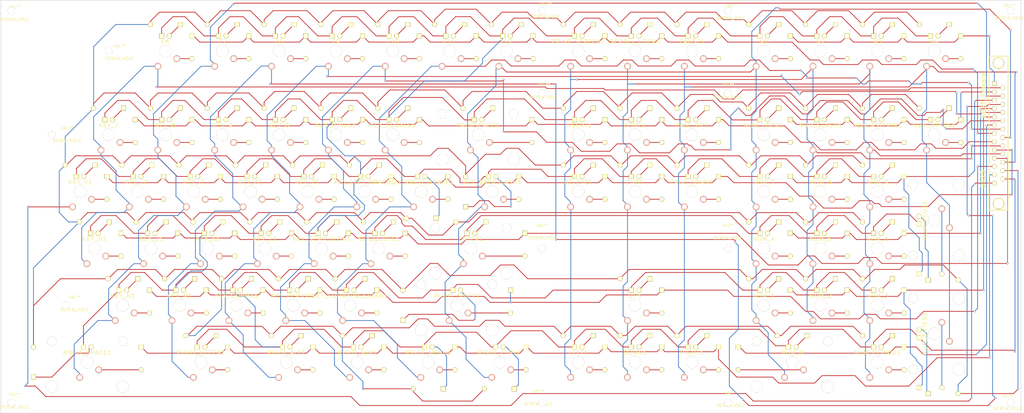
<source format=kicad_pcb>
(kicad_pcb (version 4) (host pcbnew 4.0.7)
  (layers (0 F.Cu signal) (31 B.Cu signal) (34 B.Paste user) (35 F.Paste user) (36 B.SilkS user) (37 F.SilkS user) (38 B.Mask user) (39 F.Mask user) (44 Edge.Cuts user))
  (net 0 "")
  (net 1 "Net-(BACKSPACE1-Pad1)")
  (net 2 "Net-(BACKSPACE1-Pad2)")
  (net 3 "Net-(BACKSPACE1-Pad4)")
  (net 4 "Net-(BACKSPACE1-Pad6)")
  (net 5 "Net-(BACKSPACE1-Pad8)")
  (net 6 "Net-(BACKSPACE1-Pad5)")
  (net 7 "Net-(DB25-Pad1)")
  (net 8 "Net-(DB25-Pad2)")
  (net 9 "Net-(DB25-Pad3)")
  (net 10 "Net-(DB25-Pad4)")
  (net 11 "Net-(DB25-Pad5)")
  (net 12 "Net-(DB25-Pad6)")
  (net 13 "Net-(DB25-Pad7)")
  (net 14 "Net-(DB25-Pad9)")
  (net 15 "Net-(DB25-Pad10)")
  (net 16 "Net-(DB25-Pad11)")
  (net 17 "Net-(DB25-Pad12)")
  (net 18 "Net-(DB25-Pad13)")
  (net 19 "Net-(DB25-Pad14)")
  (net 20 "Net-(DB25-Pad15)")
  (net 21 "Net-(DB25-Pad16)")
  (net 22 "Net-(DB25-Pad17)")
  (net 23 "Net-(DB25-Pad18)")
  (net 24 "Net-(DB25-Pad19)")
  (net 25 "Net-(DB25-Pad21)")
  (net 26 "Net-(DB25-Pad22)")
  (net 27 "Net-(DB25-Pad23)")
  (net 28 "Net-(DELETE1-Pad2)")
  (net 29 "Net-(DELETE1-Pad6)")
  (net 30 "Net-(DOWN1-Pad2)")
  (net 31 "Net-(DOWN1-Pad6)")
  (net 32 "Net-(END1-Pad2)")
  (net 33 "Net-(END1-Pad6)")
  (net 34 "Net-(ENTER1-Pad2)")
  (net 35 "Net-(ENTER1-Pad6)")
  (net 36 "Net-(F6-Pad2)")
  (net 37 "Net-(F6-Pad6)")
  (net 38 "Net-(F7-Pad2)")
  (net 39 "Net-(F7-Pad6)")
  (net 40 "Net-(F8-Pad2)")
  (net 41 "Net-(F8-Pad6)")
  (net 42 "Net-(F9-Pad2)")
  (net 43 "Net-(F9-Pad6)")
  (net 44 "Net-(F10-Pad2)")
  (net 45 "Net-(F10-Pad6)")
  (net 46 "Net-(F11-Pad2)")
  (net 47 "Net-(F11-Pad6)")
  (net 48 "Net-(F12-Pad2)")
  (net 49 "Net-(F12-Pad6)")
  (net 50 "Net-(HOME1-Pad2)")
  (net 51 "Net-(HOME1-Pad6)")
  (net 52 "Net-(INSERT1-Pad2)")
  (net 53 "Net-(INSERT1-Pad6)")
  (net 54 "Net-(KEY_0-Pad2)")
  (net 55 "Net-(KEY_0-Pad6)")
  (net 56 "Net-(KEY_7-Pad2)")
  (net 57 "Net-(KEY_7-Pad6)")
  (net 58 "Net-(KEY_8-Pad2)")
  (net 59 "Net-(KEY_8-Pad6)")
  (net 60 "Net-(KEY_9-Pad2)")
  (net 61 "Net-(KEY_9-Pad6)")
  (net 62 "Net-(KEY_BACKSLASH1-Pad2)")
  (net 63 "Net-(KEY_BACKSLASH1-Pad6)")
  (net 64 "Net-(KEY_COMMA1-Pad2)")
  (net 65 "Net-(KEY_COMMA1-Pad6)")
  (net 66 "Net-(KEY_EQUALS1-Pad2)")
  (net 67 "Net-(KEY_EQUALS1-Pad6)")
  (net 68 "Net-(KEY_FORWARD_SLASH1-Pad2)")
  (net 69 "Net-(KEY_FORWARD_SLASH1-Pad6)")
  (net 70 "Net-(KEY_H1-Pad2)")
  (net 71 "Net-(KEY_H1-Pad6)")
  (net 72 "Net-(KEY_I1-Pad2)")
  (net 73 "Net-(KEY_I1-Pad6)")
  (net 74 "Net-(KEY_J1-Pad2)")
  (net 75 "Net-(KEY_J1-Pad6)")
  (net 76 "Net-(KEY_K1-Pad2)")
  (net 77 "Net-(KEY_K1-Pad6)")
  (net 78 "Net-(KEY_L1-Pad2)")
  (net 79 "Net-(KEY_L1-Pad6)")
  (net 80 "Net-(KEY_LEFT_BRACE1-Pad2)")
  (net 81 "Net-(KEY_LEFT_BRACE1-Pad6)")
  (net 82 "Net-(KEY_M1-Pad2)")
  (net 83 "Net-(KEY_M1-Pad6)")
  (net 84 "Net-(KEY_MINUS1-Pad2)")
  (net 85 "Net-(KEY_MINUS1-Pad6)")
  (net 86 "Net-(KEY_N1-Pad2)")
  (net 87 "Net-(KEY_N1-Pad6)")
  (net 88 "Net-(KEY_O1-Pad2)")
  (net 89 "Net-(KEY_O1-Pad6)")
  (net 90 "Net-(KEY_P1-Pad2)")
  (net 91 "Net-(KEY_P1-Pad6)")
  (net 92 "Net-(KEY_PERIOD1-Pad2)")
  (net 93 "Net-(KEY_PERIOD1-Pad6)")
  (net 94 "Net-(KEY_QUOTE1-Pad2)")
  (net 95 "Net-(KEY_QUOTE1-Pad6)")
  (net 96 "Net-(KEY_RIGHT_BRACE1-Pad2)")
  (net 97 "Net-(KEY_RIGHT_BRACE1-Pad6)")
  (net 98 "Net-(KEY_SEMICOLON1-Pad2)")
  (net 99 "Net-(KEY_SEMICOLON1-Pad6)")
  (net 100 "Net-(KEY_U1-Pad2)")
  (net 101 "Net-(KEY_U1-Pad6)")
  (net 102 "Net-(KEY_Y1-Pad2)")
  (net 103 "Net-(KEY_Y1-Pad6)")
  (net 104 "Net-(LEFT1-Pad2)")
  (net 105 "Net-(LEFT1-Pad6)")
  (net 106 "Net-(N1-Pad2)")
  (net 107 "Net-(N1-Pad6)")
  (net 108 "Net-(N2-Pad2)")
  (net 109 "Net-(N2-Pad6)")
  (net 110 "Net-(N3-Pad2)")
  (net 111 "Net-(N3-Pad6)")
  (net 112 "Net-(N4-Pad2)")
  (net 113 "Net-(N4-Pad6)")
  (net 114 "Net-(NUM_0-Pad2)")
  (net 115 "Net-(NUM_0-Pad6)")
  (net 116 "Net-(NUM_1-Pad2)")
  (net 117 "Net-(NUM_1-Pad6)")
  (net 118 "Net-(NUM_2-Pad2)")
  (net 119 "Net-(NUM_2-Pad6)")
  (net 120 "Net-(NUM_3-Pad2)")
  (net 121 "Net-(NUM_3-Pad6)")
  (net 122 "Net-(NUM_4-Pad2)")
  (net 123 "Net-(NUM_4-Pad6)")
  (net 124 "Net-(NUM_5-Pad2)")
  (net 125 "Net-(NUM_5-Pad6)")
  (net 126 "Net-(NUM_6-Pad2)")
  (net 127 "Net-(NUM_6-Pad6)")
  (net 128 "Net-(NUM_7-Pad2)")
  (net 129 "Net-(NUM_7-Pad6)")
  (net 130 "Net-(NUM_8-Pad2)")
  (net 131 "Net-(NUM_8-Pad6)")
  (net 132 "Net-(NUM_9-Pad2)")
  (net 133 "Net-(NUM_9-Pad6)")
  (net 134 "Net-(NUM_ASTERIK1-Pad2)")
  (net 135 "Net-(NUM_ASTERIK1-Pad6)")
  (net 136 "Net-(NUM_ENTER1-Pad2)")
  (net 137 "Net-(NUM_ENTER1-Pad6)")
  (net 138 "Net-(NUM_LOCK1-Pad2)")
  (net 139 "Net-(NUM_LOCK1-Pad6)")
  (net 140 "Net-(NUM_MINUS1-Pad2)")
  (net 141 "Net-(NUM_MINUS1-Pad6)")
  (net 142 "Net-(NUM_PERIOD1-Pad2)")
  (net 143 "Net-(NUM_PERIOD1-Pad6)")
  (net 144 "Net-(NUM_PLUS1-Pad2)")
  (net 145 "Net-(NUM_PLUS1-Pad6)")
  (net 146 "Net-(NUM_SLASH1-Pad2)")
  (net 147 "Net-(NUM_SLASH1-Pad6)")
  (net 148 "Net-(PAGE_DOWN1-Pad2)")
  (net 149 "Net-(PAGE_DOWN1-Pad6)")
  (net 150 "Net-(PAGE_UP1-Pad2)")
  (net 151 "Net-(PAGE_UP1-Pad6)")
  (net 152 "Net-(PAUSE1-Pad2)")
  (net 153 "Net-(PAUSE1-Pad6)")
  (net 154 "Net-(PRINT_SCREEN1-Pad2)")
  (net 155 "Net-(PRINT_SCREEN1-Pad6)")
  (net 156 "Net-(RIGHT1-Pad2)")
  (net 157 "Net-(RIGHT1-Pad6)")
  (net 158 "Net-(RIGHT_ALT1-Pad2)")
  (net 159 "Net-(RIGHT_ALT1-Pad6)")
  (net 160 "Net-(RIGHT_CTRL1-Pad2)")
  (net 161 "Net-(RIGHT_CTRL1-Pad6)")
  (net 162 "Net-(RIGHT_HYPER1-Pad2)")
  (net 163 "Net-(RIGHT_HYPER1-Pad6)")
  (net 164 "Net-(RIGHT_MENU1-Pad2)")
  (net 165 "Net-(RIGHT_MENU1-Pad6)")
  (net 166 "Net-(RIGHT_SHIFT1-Pad2)")
  (net 167 "Net-(RIGHT_SHIFT1-Pad6)")
  (net 168 "Net-(RIGHT_SPACE1-Pad2)")
  (net 169 "Net-(RIGHT_SPACE1-Pad6)")
  (net 170 "Net-(RIGHT_WIN1-Pad2)")
  (net 171 "Net-(RIGHT_WIN1-Pad6)")
  (net 172 "Net-(SCROLL_LOCK1-Pad2)")
  (net 173 "Net-(SCROLL_LOCK1-Pad6)")
  (net 174 "Net-(UP1-Pad2)")
  (net 175 "Net-(UP1-Pad6)")
  (module RightHandV5:SW2_DIODE_R (layer F.Cu) (at 159.5 45 180)
    (fp_text reference BACKSPACE1 (at 0 3.175 180) (layer F.SilkS) (effects (font (size 1.27 1.524) (thickness 0.2032))))
    (fp_text value SW_DIODE hide)
    (pad 1 thru_hole circle (at 2.54 -5.08 180) (size 2.286 2.286) (drill 1.4986) (layers *.Cu *.SilkS *.Mask) (net 1 "Net-(BACKSPACE1-Pad1)"))
    (pad 2 thru_hole circle (at -3.81 -2.54 180) (size 2.286 2.286) (drill 1.4986) (layers *.Cu *.SilkS *.Mask) (net 2 "Net-(BACKSPACE1-Pad2)"))
    (pad HOLE thru_hole circle (at 0 0 180) (size 3.9878 3.9878) (drill 3.9878) (layers *.Cu *.Mask F.SilkS))
    (pad 3 thru_hole circle (at -18 -2.54 180) (size 1.651 1.651) (drill 0.9906) (layers *.Cu *.Mask F.SilkS) (net 2 "Net-(BACKSPACE1-Pad2)"))
    (pad 4 thru_hole rect (at -18 5.08 180) (size 1.651 1.651) (drill 0.9906) (layers *.Cu *.Mask F.SilkS) (net 3 "Net-(BACKSPACE1-Pad4)"))
    (pad 7 thru_hole circle (at -1.27 5.08 180) (size 1.651 1.651) (drill 0.9906) (layers *.Cu *.Mask F.SilkS) (net 4 "Net-(BACKSPACE1-Pad6)"))
    (pad 8 thru_hole rect (at 1.27 5.08 180) (size 1.651 1.651) (drill 0.9906) (layers *.Cu *.Mask F.SilkS) (net 5 "Net-(BACKSPACE1-Pad8)"))
    (pad 6 thru_hole rect (at -5 8.89 180) (size 1.651 1.651) (drill 0.9906) (layers *.Cu *.Mask F.SilkS) (net 4 "Net-(BACKSPACE1-Pad6)"))
    (pad 5 thru_hole circle (at 5 8.89 180) (size 1.651 1.651) (drill 0.9906) (layers *.Cu *.Mask F.SilkS) (net 6 "Net-(BACKSPACE1-Pad5)"))
    (pad HOLE thru_hole circle (at -11.9 -8.24 180) (size 4 4) (drill 4) (layers *.Cu *.Mask F.SilkS))
    (pad HOLE thru_hole circle (at -11.9 7 180) (size 3.05 3.05) (drill 3.05) (layers *.Cu *.Mask F.SilkS))
    (pad HOLE thru_hole circle (at 11.9 -8.24 180) (size 4 4) (drill 4) (layers *.Cu *.Mask F.SilkS))
    (pad HOLE thru_hole circle (at 11.9 7 180) (size 3.05 3.05) (drill 3.05) (layers *.Cu *.Mask F.SilkS))
  )
  (module RightHandV5:DB25FD (layer F.Cu) (at 333.5 44.5 90)
    (fp_text reference DB25 (at -15.24 -5.08 270) (layer F.SilkS) (effects (font (thickness 0.3048))))
    (fp_text value DB25_Female (at 12.7 -5.08 270) (layer F.SilkS) (effects (font (thickness 0.3048))))
    (pad 0 thru_hole circle (at -23.495 0 90) (size 3.81 3.81) (drill 3.048) (layers *.Cu *.Mask F.SilkS))
    (pad 0 thru_hole circle (at 23.495 0 90) (size 3.81 3.81) (drill 3.048) (layers *.Cu *.Mask F.SilkS))
    (pad 1 thru_hole rect (at 16.637 -1.397 90) (size 1.524 1.524) (drill 1.016) (layers *.Cu *.Mask F.SilkS) (net 7 "Net-(DB25-Pad1)"))
    (pad 2 thru_hole circle (at 13.843 -1.397 90) (size 1.524 1.524) (drill 1.016) (layers *.Cu *.Mask F.SilkS) (net 8 "Net-(DB25-Pad2)"))
    (pad 3 thru_hole circle (at 11.049 -1.397 90) (size 1.524 1.524) (drill 1.016) (layers *.Cu *.Mask F.SilkS) (net 9 "Net-(DB25-Pad3)"))
    (pad 4 thru_hole circle (at 8.255 -1.397 90) (size 1.524 1.524) (drill 1.016) (layers *.Cu *.Mask F.SilkS) (net 10 "Net-(DB25-Pad4)"))
    (pad 5 thru_hole circle (at 5.461 -1.397 90) (size 1.524 1.524) (drill 1.016) (layers *.Cu *.Mask F.SilkS) (net 11 "Net-(DB25-Pad5)"))
    (pad 6 thru_hole circle (at 2.794 -1.397 90) (size 1.524 1.524) (drill 1.016) (layers *.Cu *.Mask F.SilkS) (net 12 "Net-(DB25-Pad6)"))
    (pad 7 thru_hole circle (at 0 -1.397 90) (size 1.524 1.524) (drill 1.016) (layers *.Cu *.Mask F.SilkS) (net 13 "Net-(DB25-Pad7)"))
    (pad 8 thru_hole circle (at -2.794 -1.397 90) (size 1.524 1.524) (drill 1.016) (layers *.Cu *.Mask F.SilkS) (net 3 "Net-(BACKSPACE1-Pad4)"))
    (pad 9 thru_hole circle (at -5.588 -1.397 90) (size 1.524 1.524) (drill 1.016) (layers *.Cu *.Mask F.SilkS) (net 14 "Net-(DB25-Pad9)"))
    (pad 10 thru_hole circle (at -8.382 -1.397 90) (size 1.524 1.524) (drill 1.016) (layers *.Cu *.Mask F.SilkS) (net 15 "Net-(DB25-Pad10)"))
    (pad 11 thru_hole circle (at -11.049 -1.397 90) (size 1.524 1.524) (drill 1.016) (layers *.Cu *.Mask F.SilkS) (net 16 "Net-(DB25-Pad11)"))
    (pad 12 thru_hole circle (at -13.843 -1.397 90) (size 1.524 1.524) (drill 1.016) (layers *.Cu *.Mask F.SilkS) (net 17 "Net-(DB25-Pad12)"))
    (pad 13 thru_hole circle (at -16.637 -1.397 90) (size 1.524 1.524) (drill 1.016) (layers *.Cu *.Mask F.SilkS) (net 18 "Net-(DB25-Pad13)"))
    (pad 14 thru_hole circle (at 15.24 1.397 90) (size 1.524 1.524) (drill 1.016) (layers *.Cu *.Mask F.SilkS) (net 19 "Net-(DB25-Pad14)"))
    (pad 15 thru_hole circle (at 12.446 1.397 90) (size 1.524 1.524) (drill 1.016) (layers *.Cu *.Mask F.SilkS) (net 20 "Net-(DB25-Pad15)"))
    (pad 16 thru_hole circle (at 9.652 1.397 90) (size 1.524 1.524) (drill 1.016) (layers *.Cu *.Mask F.SilkS) (net 21 "Net-(DB25-Pad16)"))
    (pad 17 thru_hole circle (at 6.985 1.397 90) (size 1.524 1.524) (drill 1.016) (layers *.Cu *.Mask F.SilkS) (net 22 "Net-(DB25-Pad17)"))
    (pad 18 thru_hole circle (at 4.191 1.397 90) (size 1.524 1.524) (drill 1.016) (layers *.Cu *.Mask F.SilkS) (net 23 "Net-(DB25-Pad18)"))
    (pad 19 thru_hole circle (at 1.397 1.397 90) (size 1.524 1.524) (drill 1.016) (layers *.Cu *.Mask F.SilkS) (net 24 "Net-(DB25-Pad19)"))
    (pad 20 thru_hole circle (at -1.397 1.397 90) (size 1.524 1.524) (drill 1.016) (layers *.Cu *.Mask F.SilkS) (net 1 "Net-(BACKSPACE1-Pad1)"))
    (pad 21 thru_hole circle (at -4.191 1.397 90) (size 1.524 1.524) (drill 1.016) (layers *.Cu *.Mask F.SilkS) (net 25 "Net-(DB25-Pad21)"))
    (pad 22 thru_hole circle (at -6.858 1.397 90) (size 1.524 1.524) (drill 1.016) (layers *.Cu *.Mask F.SilkS) (net 26 "Net-(DB25-Pad22)"))
    (pad 23 thru_hole circle (at -9.652 1.397 90) (size 1.524 1.524) (drill 1.016) (layers *.Cu *.Mask F.SilkS) (net 27 "Net-(DB25-Pad23)"))
    (pad 24 thru_hole circle (at -12.446 1.397 90) (size 1.524 1.524) (drill 1.016) (layers *.Cu *.Mask F.SilkS) (net 6 "Net-(BACKSPACE1-Pad5)"))
    (pad 25 thru_hole circle (at -15.24 1.397 90) (size 1.524 1.524) (drill 1.016) (layers *.Cu *.Mask F.SilkS) (net 5 "Net-(BACKSPACE1-Pad8)"))
  )
  (module RightHandV5:SW_DIODE (layer F.Cu) (at 193 64 180)
    (fp_text reference DELETE1 (at 0 3.175 180) (layer F.SilkS) (effects (font (size 1.27 1.524) (thickness 0.2032))))
    (fp_text value SW_DIODE hide)
    (pad 1 thru_hole circle (at 2.54 -5.08 180) (size 2.286 2.286) (drill 1.4986) (layers *.Cu *.SilkS *.Mask) (net 25 "Net-(DB25-Pad21)"))
    (pad 2 thru_hole circle (at -3.81 -2.54 180) (size 2.286 2.286) (drill 1.4986) (layers *.Cu *.SilkS *.Mask) (net 28 "Net-(DELETE1-Pad2)"))
    (pad HOLE thru_hole circle (at 0 0 180) (size 3.9878 3.9878) (drill 3.9878) (layers *.Cu *.Mask F.SilkS))
    (pad 3 thru_hole circle (at -8.89 -2.54 180) (size 1.651 1.651) (drill 0.9906) (layers *.Cu *.Mask F.SilkS) (net 28 "Net-(DELETE1-Pad2)"))
    (pad 4 thru_hole rect (at -8.89 5.08 180) (size 1.651 1.651) (drill 0.9906) (layers *.Cu *.Mask F.SilkS) (net 14 "Net-(DB25-Pad9)"))
    (pad 7 thru_hole circle (at -1.27 5.08 180) (size 1.651 1.651) (drill 0.9906) (layers *.Cu *.Mask F.SilkS) (net 29 "Net-(DELETE1-Pad6)"))
    (pad 8 thru_hole rect (at 1.27 5.08 180) (size 1.651 1.651) (drill 0.9906) (layers *.Cu *.Mask F.SilkS) (net 5 "Net-(BACKSPACE1-Pad8)"))
    (pad 6 thru_hole rect (at -5 8.89 180) (size 1.651 1.651) (drill 0.9906) (layers *.Cu *.Mask F.SilkS) (net 29 "Net-(DELETE1-Pad6)"))
    (pad 5 thru_hole circle (at 5 8.89 180) (size 1.651 1.651) (drill 0.9906) (layers *.Cu *.Mask F.SilkS) (net 6 "Net-(BACKSPACE1-Pad5)"))
  )
  (module RightHandV5:SW_DIODE (layer F.Cu) (at 212 121 180)
    (fp_text reference DOWN1 (at 0 3.175 180) (layer F.SilkS) (effects (font (size 1.27 1.524) (thickness 0.2032))))
    (fp_text value SW_DIODE hide)
    (pad 1 thru_hole circle (at 2.54 -5.08 180) (size 2.286 2.286) (drill 1.4986) (layers *.Cu *.SilkS *.Mask) (net 26 "Net-(DB25-Pad22)"))
    (pad 2 thru_hole circle (at -3.81 -2.54 180) (size 2.286 2.286) (drill 1.4986) (layers *.Cu *.SilkS *.Mask) (net 30 "Net-(DOWN1-Pad2)"))
    (pad HOLE thru_hole circle (at 0 0 180) (size 3.9878 3.9878) (drill 3.9878) (layers *.Cu *.Mask F.SilkS))
    (pad 3 thru_hole circle (at -8.89 -2.54 180) (size 1.651 1.651) (drill 0.9906) (layers *.Cu *.Mask F.SilkS) (net 30 "Net-(DOWN1-Pad2)"))
    (pad 4 thru_hole rect (at -8.89 5.08 180) (size 1.651 1.651) (drill 0.9906) (layers *.Cu *.Mask F.SilkS) (net 17 "Net-(DB25-Pad12)"))
    (pad 7 thru_hole circle (at -1.27 5.08 180) (size 1.651 1.651) (drill 0.9906) (layers *.Cu *.Mask F.SilkS) (net 31 "Net-(DOWN1-Pad6)"))
    (pad 8 thru_hole rect (at 1.27 5.08 180) (size 1.651 1.651) (drill 0.9906) (layers *.Cu *.Mask F.SilkS) (net 5 "Net-(BACKSPACE1-Pad8)"))
    (pad 6 thru_hole rect (at -5 8.89 180) (size 1.651 1.651) (drill 0.9906) (layers *.Cu *.Mask F.SilkS) (net 31 "Net-(DOWN1-Pad6)"))
    (pad 5 thru_hole circle (at 5 8.89 180) (size 1.651 1.651) (drill 0.9906) (layers *.Cu *.Mask F.SilkS) (net 6 "Net-(BACKSPACE1-Pad5)"))
  )
  (module RightHandV5:SW_DIODE (layer F.Cu) (at 212 64 180)
    (fp_text reference END1 (at 0 3.175 180) (layer F.SilkS) (effects (font (size 1.27 1.524) (thickness 0.2032))))
    (fp_text value SW_DIODE hide)
    (pad 1 thru_hole circle (at 2.54 -5.08 180) (size 2.286 2.286) (drill 1.4986) (layers *.Cu *.SilkS *.Mask) (net 26 "Net-(DB25-Pad22)"))
    (pad 2 thru_hole circle (at -3.81 -2.54 180) (size 2.286 2.286) (drill 1.4986) (layers *.Cu *.SilkS *.Mask) (net 32 "Net-(END1-Pad2)"))
    (pad HOLE thru_hole circle (at 0 0 180) (size 3.9878 3.9878) (drill 3.9878) (layers *.Cu *.Mask F.SilkS))
    (pad 3 thru_hole circle (at -8.89 -2.54 180) (size 1.651 1.651) (drill 0.9906) (layers *.Cu *.Mask F.SilkS) (net 32 "Net-(END1-Pad2)"))
    (pad 4 thru_hole rect (at -8.89 5.08 180) (size 1.651 1.651) (drill 0.9906) (layers *.Cu *.Mask F.SilkS) (net 14 "Net-(DB25-Pad9)"))
    (pad 7 thru_hole circle (at -1.27 5.08 180) (size 1.651 1.651) (drill 0.9906) (layers *.Cu *.Mask F.SilkS) (net 33 "Net-(END1-Pad6)"))
    (pad 8 thru_hole rect (at 1.27 5.08 180) (size 1.651 1.651) (drill 0.9906) (layers *.Cu *.Mask F.SilkS) (net 5 "Net-(BACKSPACE1-Pad8)"))
    (pad 6 thru_hole rect (at -5 8.89 180) (size 1.651 1.651) (drill 0.9906) (layers *.Cu *.Mask F.SilkS) (net 33 "Net-(END1-Pad6)"))
    (pad 5 thru_hole circle (at 5 8.89 180) (size 1.651 1.651) (drill 0.9906) (layers *.Cu *.Mask F.SilkS) (net 6 "Net-(BACKSPACE1-Pad5)"))
  )
  (module RightHandV5:SW2_DIODE_R (layer F.Cu) (at 157.125 83 180)
    (fp_text reference ENTER1 (at 0 3.175 180) (layer F.SilkS) (effects (font (size 1.27 1.524) (thickness 0.2032))))
    (fp_text value SW_DIODE hide)
    (pad 1 thru_hole circle (at 2.54 -5.08 180) (size 2.286 2.286) (drill 1.4986) (layers *.Cu *.SilkS *.Mask) (net 1 "Net-(BACKSPACE1-Pad1)"))
    (pad 2 thru_hole circle (at -3.81 -2.54 180) (size 2.286 2.286) (drill 1.4986) (layers *.Cu *.SilkS *.Mask) (net 34 "Net-(ENTER1-Pad2)"))
    (pad HOLE thru_hole circle (at 0 0 180) (size 3.9878 3.9878) (drill 3.9878) (layers *.Cu *.Mask F.SilkS))
    (pad 3 thru_hole circle (at -18 -2.54 180) (size 1.651 1.651) (drill 0.9906) (layers *.Cu *.Mask F.SilkS) (net 34 "Net-(ENTER1-Pad2)"))
    (pad 4 thru_hole rect (at -18 5.08 180) (size 1.651 1.651) (drill 0.9906) (layers *.Cu *.Mask F.SilkS) (net 15 "Net-(DB25-Pad10)"))
    (pad 7 thru_hole circle (at -1.27 5.08 180) (size 1.651 1.651) (drill 0.9906) (layers *.Cu *.Mask F.SilkS) (net 35 "Net-(ENTER1-Pad6)"))
    (pad 8 thru_hole rect (at 1.27 5.08 180) (size 1.651 1.651) (drill 0.9906) (layers *.Cu *.Mask F.SilkS) (net 5 "Net-(BACKSPACE1-Pad8)"))
    (pad 6 thru_hole rect (at -5 8.89 180) (size 1.651 1.651) (drill 0.9906) (layers *.Cu *.Mask F.SilkS) (net 35 "Net-(ENTER1-Pad6)"))
    (pad 5 thru_hole circle (at 5 8.89 180) (size 1.651 1.651) (drill 0.9906) (layers *.Cu *.Mask F.SilkS) (net 6 "Net-(BACKSPACE1-Pad5)"))
    (pad HOLE thru_hole circle (at -11.9 -8.24 180) (size 4 4) (drill 4) (layers *.Cu *.Mask F.SilkS))
    (pad HOLE thru_hole circle (at -11.9 7 180) (size 3.05 3.05) (drill 3.05) (layers *.Cu *.Mask F.SilkS))
    (pad HOLE thru_hole circle (at 11.9 -8.24 180) (size 4 4) (drill 4) (layers *.Cu *.Mask F.SilkS))
    (pad HOLE thru_hole circle (at 11.9 7 180) (size 3.05 3.05) (drill 3.05) (layers *.Cu *.Mask F.SilkS))
  )
  (module RightHandV5:SW_DIODE (layer F.Cu) (at 55 17 180)
    (fp_text reference F6 (at 0 3.175 180) (layer F.SilkS) (effects (font (size 1.27 1.524) (thickness 0.2032))))
    (fp_text value SW_DIODE hide)
    (pad 1 thru_hole circle (at 2.54 -5.08 180) (size 2.286 2.286) (drill 1.4986) (layers *.Cu *.SilkS *.Mask) (net 19 "Net-(DB25-Pad14)"))
    (pad 2 thru_hole circle (at -3.81 -2.54 180) (size 2.286 2.286) (drill 1.4986) (layers *.Cu *.SilkS *.Mask) (net 36 "Net-(F6-Pad2)"))
    (pad HOLE thru_hole circle (at 0 0 180) (size 3.9878 3.9878) (drill 3.9878) (layers *.Cu *.Mask F.SilkS))
    (pad 3 thru_hole circle (at -8.89 -2.54 180) (size 1.651 1.651) (drill 0.9906) (layers *.Cu *.Mask F.SilkS) (net 36 "Net-(F6-Pad2)"))
    (pad 4 thru_hole rect (at -8.89 5.08 180) (size 1.651 1.651) (drill 0.9906) (layers *.Cu *.Mask F.SilkS) (net 13 "Net-(DB25-Pad7)"))
    (pad 7 thru_hole circle (at -1.27 5.08 180) (size 1.651 1.651) (drill 0.9906) (layers *.Cu *.Mask F.SilkS) (net 37 "Net-(F6-Pad6)"))
    (pad 8 thru_hole rect (at 1.27 5.08 180) (size 1.651 1.651) (drill 0.9906) (layers *.Cu *.Mask F.SilkS) (net 5 "Net-(BACKSPACE1-Pad8)"))
    (pad 6 thru_hole rect (at -5 8.89 180) (size 1.651 1.651) (drill 0.9906) (layers *.Cu *.Mask F.SilkS) (net 37 "Net-(F6-Pad6)"))
    (pad 5 thru_hole circle (at 5 8.89 180) (size 1.651 1.651) (drill 0.9906) (layers *.Cu *.Mask F.SilkS) (net 6 "Net-(BACKSPACE1-Pad5)"))
  )
  (module RightHandV5:SW_DIODE (layer F.Cu) (at 74 17 180)
    (fp_text reference F7 (at 0 3.175 180) (layer F.SilkS) (effects (font (size 1.27 1.524) (thickness 0.2032))))
    (fp_text value SW_DIODE hide)
    (pad 1 thru_hole circle (at 2.54 -5.08 180) (size 2.286 2.286) (drill 1.4986) (layers *.Cu *.SilkS *.Mask) (net 20 "Net-(DB25-Pad15)"))
    (pad 2 thru_hole circle (at -3.81 -2.54 180) (size 2.286 2.286) (drill 1.4986) (layers *.Cu *.SilkS *.Mask) (net 38 "Net-(F7-Pad2)"))
    (pad HOLE thru_hole circle (at 0 0 180) (size 3.9878 3.9878) (drill 3.9878) (layers *.Cu *.Mask F.SilkS))
    (pad 3 thru_hole circle (at -8.89 -2.54 180) (size 1.651 1.651) (drill 0.9906) (layers *.Cu *.Mask F.SilkS) (net 38 "Net-(F7-Pad2)"))
    (pad 4 thru_hole rect (at -8.89 5.08 180) (size 1.651 1.651) (drill 0.9906) (layers *.Cu *.Mask F.SilkS) (net 13 "Net-(DB25-Pad7)"))
    (pad 7 thru_hole circle (at -1.27 5.08 180) (size 1.651 1.651) (drill 0.9906) (layers *.Cu *.Mask F.SilkS) (net 39 "Net-(F7-Pad6)"))
    (pad 8 thru_hole rect (at 1.27 5.08 180) (size 1.651 1.651) (drill 0.9906) (layers *.Cu *.Mask F.SilkS) (net 5 "Net-(BACKSPACE1-Pad8)"))
    (pad 6 thru_hole rect (at -5 8.89 180) (size 1.651 1.651) (drill 0.9906) (layers *.Cu *.Mask F.SilkS) (net 39 "Net-(F7-Pad6)"))
    (pad 5 thru_hole circle (at 5 8.89 180) (size 1.651 1.651) (drill 0.9906) (layers *.Cu *.Mask F.SilkS) (net 6 "Net-(BACKSPACE1-Pad5)"))
  )
  (module RightHandV5:SW_DIODE (layer F.Cu) (at 93 17 180)
    (fp_text reference F8 (at 0 3.175 180) (layer F.SilkS) (effects (font (size 1.27 1.524) (thickness 0.2032))))
    (fp_text value SW_DIODE hide)
    (pad 1 thru_hole circle (at 2.54 -5.08 180) (size 2.286 2.286) (drill 1.4986) (layers *.Cu *.SilkS *.Mask) (net 21 "Net-(DB25-Pad16)"))
    (pad 2 thru_hole circle (at -3.81 -2.54 180) (size 2.286 2.286) (drill 1.4986) (layers *.Cu *.SilkS *.Mask) (net 40 "Net-(F8-Pad2)"))
    (pad HOLE thru_hole circle (at 0 0 180) (size 3.9878 3.9878) (drill 3.9878) (layers *.Cu *.Mask F.SilkS))
    (pad 3 thru_hole circle (at -8.89 -2.54 180) (size 1.651 1.651) (drill 0.9906) (layers *.Cu *.Mask F.SilkS) (net 40 "Net-(F8-Pad2)"))
    (pad 4 thru_hole rect (at -8.89 5.08 180) (size 1.651 1.651) (drill 0.9906) (layers *.Cu *.Mask F.SilkS) (net 13 "Net-(DB25-Pad7)"))
    (pad 7 thru_hole circle (at -1.27 5.08 180) (size 1.651 1.651) (drill 0.9906) (layers *.Cu *.Mask F.SilkS) (net 41 "Net-(F8-Pad6)"))
    (pad 8 thru_hole rect (at 1.27 5.08 180) (size 1.651 1.651) (drill 0.9906) (layers *.Cu *.Mask F.SilkS) (net 5 "Net-(BACKSPACE1-Pad8)"))
    (pad 6 thru_hole rect (at -5 8.89 180) (size 1.651 1.651) (drill 0.9906) (layers *.Cu *.Mask F.SilkS) (net 41 "Net-(F8-Pad6)"))
    (pad 5 thru_hole circle (at 5 8.89 180) (size 1.651 1.651) (drill 0.9906) (layers *.Cu *.Mask F.SilkS) (net 6 "Net-(BACKSPACE1-Pad5)"))
  )
  (module RightHandV5:SW_DIODE (layer F.Cu) (at 112 17 180)
    (fp_text reference F9 (at 0 3.175 180) (layer F.SilkS) (effects (font (size 1.27 1.524) (thickness 0.2032))))
    (fp_text value SW_DIODE hide)
    (pad 1 thru_hole circle (at 2.54 -5.08 180) (size 2.286 2.286) (drill 1.4986) (layers *.Cu *.SilkS *.Mask) (net 22 "Net-(DB25-Pad17)"))
    (pad 2 thru_hole circle (at -3.81 -2.54 180) (size 2.286 2.286) (drill 1.4986) (layers *.Cu *.SilkS *.Mask) (net 42 "Net-(F9-Pad2)"))
    (pad HOLE thru_hole circle (at 0 0 180) (size 3.9878 3.9878) (drill 3.9878) (layers *.Cu *.Mask F.SilkS))
    (pad 3 thru_hole circle (at -8.89 -2.54 180) (size 1.651 1.651) (drill 0.9906) (layers *.Cu *.Mask F.SilkS) (net 42 "Net-(F9-Pad2)"))
    (pad 4 thru_hole rect (at -8.89 5.08 180) (size 1.651 1.651) (drill 0.9906) (layers *.Cu *.Mask F.SilkS) (net 13 "Net-(DB25-Pad7)"))
    (pad 7 thru_hole circle (at -1.27 5.08 180) (size 1.651 1.651) (drill 0.9906) (layers *.Cu *.Mask F.SilkS) (net 43 "Net-(F9-Pad6)"))
    (pad 8 thru_hole rect (at 1.27 5.08 180) (size 1.651 1.651) (drill 0.9906) (layers *.Cu *.Mask F.SilkS) (net 5 "Net-(BACKSPACE1-Pad8)"))
    (pad 6 thru_hole rect (at -5 8.89 180) (size 1.651 1.651) (drill 0.9906) (layers *.Cu *.Mask F.SilkS) (net 43 "Net-(F9-Pad6)"))
    (pad 5 thru_hole circle (at 5 8.89 180) (size 1.651 1.651) (drill 0.9906) (layers *.Cu *.Mask F.SilkS) (net 6 "Net-(BACKSPACE1-Pad5)"))
  )
  (module RightHandV5:SW_DIODE (layer F.Cu) (at 131 17 180)
    (fp_text reference F10 (at 0 3.175 180) (layer F.SilkS) (effects (font (size 1.27 1.524) (thickness 0.2032))))
    (fp_text value SW_DIODE hide)
    (pad 1 thru_hole circle (at 2.54 -5.08 180) (size 2.286 2.286) (drill 1.4986) (layers *.Cu *.SilkS *.Mask) (net 23 "Net-(DB25-Pad18)"))
    (pad 2 thru_hole circle (at -3.81 -2.54 180) (size 2.286 2.286) (drill 1.4986) (layers *.Cu *.SilkS *.Mask) (net 44 "Net-(F10-Pad2)"))
    (pad HOLE thru_hole circle (at 0 0 180) (size 3.9878 3.9878) (drill 3.9878) (layers *.Cu *.Mask F.SilkS))
    (pad 3 thru_hole circle (at -8.89 -2.54 180) (size 1.651 1.651) (drill 0.9906) (layers *.Cu *.Mask F.SilkS) (net 44 "Net-(F10-Pad2)"))
    (pad 4 thru_hole rect (at -8.89 5.08 180) (size 1.651 1.651) (drill 0.9906) (layers *.Cu *.Mask F.SilkS) (net 13 "Net-(DB25-Pad7)"))
    (pad 7 thru_hole circle (at -1.27 5.08 180) (size 1.651 1.651) (drill 0.9906) (layers *.Cu *.Mask F.SilkS) (net 45 "Net-(F10-Pad6)"))
    (pad 8 thru_hole rect (at 1.27 5.08 180) (size 1.651 1.651) (drill 0.9906) (layers *.Cu *.Mask F.SilkS) (net 5 "Net-(BACKSPACE1-Pad8)"))
    (pad 6 thru_hole rect (at -5 8.89 180) (size 1.651 1.651) (drill 0.9906) (layers *.Cu *.Mask F.SilkS) (net 45 "Net-(F10-Pad6)"))
    (pad 5 thru_hole circle (at 5 8.89 180) (size 1.651 1.651) (drill 0.9906) (layers *.Cu *.Mask F.SilkS) (net 6 "Net-(BACKSPACE1-Pad5)"))
  )
  (module RightHandV5:SW_DIODE (layer F.Cu) (at 150 17 180)
    (fp_text reference F11 (at 0 3.175 180) (layer F.SilkS) (effects (font (size 1.27 1.524) (thickness 0.2032))))
    (fp_text value SW_DIODE hide)
    (pad 1 thru_hole circle (at 2.54 -5.08 180) (size 2.286 2.286) (drill 1.4986) (layers *.Cu *.SilkS *.Mask) (net 24 "Net-(DB25-Pad19)"))
    (pad 2 thru_hole circle (at -3.81 -2.54 180) (size 2.286 2.286) (drill 1.4986) (layers *.Cu *.SilkS *.Mask) (net 46 "Net-(F11-Pad2)"))
    (pad HOLE thru_hole circle (at 0 0 180) (size 3.9878 3.9878) (drill 3.9878) (layers *.Cu *.Mask F.SilkS))
    (pad 3 thru_hole circle (at -8.89 -2.54 180) (size 1.651 1.651) (drill 0.9906) (layers *.Cu *.Mask F.SilkS) (net 46 "Net-(F11-Pad2)"))
    (pad 4 thru_hole rect (at -8.89 5.08 180) (size 1.651 1.651) (drill 0.9906) (layers *.Cu *.Mask F.SilkS) (net 13 "Net-(DB25-Pad7)"))
    (pad 7 thru_hole circle (at -1.27 5.08 180) (size 1.651 1.651) (drill 0.9906) (layers *.Cu *.Mask F.SilkS) (net 47 "Net-(F11-Pad6)"))
    (pad 8 thru_hole rect (at 1.27 5.08 180) (size 1.651 1.651) (drill 0.9906) (layers *.Cu *.Mask F.SilkS) (net 5 "Net-(BACKSPACE1-Pad8)"))
    (pad 6 thru_hole rect (at -5 8.89 180) (size 1.651 1.651) (drill 0.9906) (layers *.Cu *.Mask F.SilkS) (net 47 "Net-(F11-Pad6)"))
    (pad 5 thru_hole circle (at 5 8.89 180) (size 1.651 1.651) (drill 0.9906) (layers *.Cu *.Mask F.SilkS) (net 6 "Net-(BACKSPACE1-Pad5)"))
  )
  (module RightHandV5:SW_DIODE (layer F.Cu) (at 169 17 180)
    (fp_text reference F12 (at 0 3.175 180) (layer F.SilkS) (effects (font (size 1.27 1.524) (thickness 0.2032))))
    (fp_text value SW_DIODE hide)
    (pad 1 thru_hole circle (at 2.54 -5.08 180) (size 2.286 2.286) (drill 1.4986) (layers *.Cu *.SilkS *.Mask) (net 1 "Net-(BACKSPACE1-Pad1)"))
    (pad 2 thru_hole circle (at -3.81 -2.54 180) (size 2.286 2.286) (drill 1.4986) (layers *.Cu *.SilkS *.Mask) (net 48 "Net-(F12-Pad2)"))
    (pad HOLE thru_hole circle (at 0 0 180) (size 3.9878 3.9878) (drill 3.9878) (layers *.Cu *.Mask F.SilkS))
    (pad 3 thru_hole circle (at -8.89 -2.54 180) (size 1.651 1.651) (drill 0.9906) (layers *.Cu *.Mask F.SilkS) (net 48 "Net-(F12-Pad2)"))
    (pad 4 thru_hole rect (at -8.89 5.08 180) (size 1.651 1.651) (drill 0.9906) (layers *.Cu *.Mask F.SilkS) (net 13 "Net-(DB25-Pad7)"))
    (pad 7 thru_hole circle (at -1.27 5.08 180) (size 1.651 1.651) (drill 0.9906) (layers *.Cu *.Mask F.SilkS) (net 49 "Net-(F12-Pad6)"))
    (pad 8 thru_hole rect (at 1.27 5.08 180) (size 1.651 1.651) (drill 0.9906) (layers *.Cu *.Mask F.SilkS) (net 5 "Net-(BACKSPACE1-Pad8)"))
    (pad 6 thru_hole rect (at -5 8.89 180) (size 1.651 1.651) (drill 0.9906) (layers *.Cu *.Mask F.SilkS) (net 49 "Net-(F12-Pad6)"))
    (pad 5 thru_hole circle (at 5 8.89 180) (size 1.651 1.651) (drill 0.9906) (layers *.Cu *.Mask F.SilkS) (net 6 "Net-(BACKSPACE1-Pad5)"))
  )
  (module RightHandV5:SW_DIODE (layer F.Cu) (at 212 45 180)
    (fp_text reference HOME1 (at 0 3.175 180) (layer F.SilkS) (effects (font (size 1.27 1.524) (thickness 0.2032))))
    (fp_text value SW_DIODE hide)
    (pad 1 thru_hole circle (at 2.54 -5.08 180) (size 2.286 2.286) (drill 1.4986) (layers *.Cu *.SilkS *.Mask) (net 26 "Net-(DB25-Pad22)"))
    (pad 2 thru_hole circle (at -3.81 -2.54 180) (size 2.286 2.286) (drill 1.4986) (layers *.Cu *.SilkS *.Mask) (net 50 "Net-(HOME1-Pad2)"))
    (pad HOLE thru_hole circle (at 0 0 180) (size 3.9878 3.9878) (drill 3.9878) (layers *.Cu *.Mask F.SilkS))
    (pad 3 thru_hole circle (at -8.89 -2.54 180) (size 1.651 1.651) (drill 0.9906) (layers *.Cu *.Mask F.SilkS) (net 50 "Net-(HOME1-Pad2)"))
    (pad 4 thru_hole rect (at -8.89 5.08 180) (size 1.651 1.651) (drill 0.9906) (layers *.Cu *.Mask F.SilkS) (net 3 "Net-(BACKSPACE1-Pad4)"))
    (pad 7 thru_hole circle (at -1.27 5.08 180) (size 1.651 1.651) (drill 0.9906) (layers *.Cu *.Mask F.SilkS) (net 51 "Net-(HOME1-Pad6)"))
    (pad 8 thru_hole rect (at 1.27 5.08 180) (size 1.651 1.651) (drill 0.9906) (layers *.Cu *.Mask F.SilkS) (net 5 "Net-(BACKSPACE1-Pad8)"))
    (pad 6 thru_hole rect (at -5 8.89 180) (size 1.651 1.651) (drill 0.9906) (layers *.Cu *.Mask F.SilkS) (net 51 "Net-(HOME1-Pad6)"))
    (pad 5 thru_hole circle (at 5 8.89 180) (size 1.651 1.651) (drill 0.9906) (layers *.Cu *.Mask F.SilkS) (net 6 "Net-(BACKSPACE1-Pad5)"))
  )
  (module RightHandV5:SW_DIODE (layer F.Cu) (at 193 45 180)
    (fp_text reference INSERT1 (at 0 3.175 180) (layer F.SilkS) (effects (font (size 1.27 1.524) (thickness 0.2032))))
    (fp_text value SW_DIODE hide)
    (pad 1 thru_hole circle (at 2.54 -5.08 180) (size 2.286 2.286) (drill 1.4986) (layers *.Cu *.SilkS *.Mask) (net 25 "Net-(DB25-Pad21)"))
    (pad 2 thru_hole circle (at -3.81 -2.54 180) (size 2.286 2.286) (drill 1.4986) (layers *.Cu *.SilkS *.Mask) (net 52 "Net-(INSERT1-Pad2)"))
    (pad HOLE thru_hole circle (at 0 0 180) (size 3.9878 3.9878) (drill 3.9878) (layers *.Cu *.Mask F.SilkS))
    (pad 3 thru_hole circle (at -8.89 -2.54 180) (size 1.651 1.651) (drill 0.9906) (layers *.Cu *.Mask F.SilkS) (net 52 "Net-(INSERT1-Pad2)"))
    (pad 4 thru_hole rect (at -8.89 5.08 180) (size 1.651 1.651) (drill 0.9906) (layers *.Cu *.Mask F.SilkS) (net 3 "Net-(BACKSPACE1-Pad4)"))
    (pad 7 thru_hole circle (at -1.27 5.08 180) (size 1.651 1.651) (drill 0.9906) (layers *.Cu *.Mask F.SilkS) (net 53 "Net-(INSERT1-Pad6)"))
    (pad 8 thru_hole rect (at 1.27 5.08 180) (size 1.651 1.651) (drill 0.9906) (layers *.Cu *.Mask F.SilkS) (net 5 "Net-(BACKSPACE1-Pad8)"))
    (pad 6 thru_hole rect (at -5 8.89 180) (size 1.651 1.651) (drill 0.9906) (layers *.Cu *.Mask F.SilkS) (net 53 "Net-(INSERT1-Pad6)"))
    (pad 5 thru_hole circle (at 5 8.89 180) (size 1.651 1.651) (drill 0.9906) (layers *.Cu *.Mask F.SilkS) (net 6 "Net-(BACKSPACE1-Pad5)"))
  )
  (module RightHandV5:SW_DIODE (layer F.Cu) (at 93 45 180)
    (fp_text reference KEY_0 (at 0 3.175 180) (layer F.SilkS) (effects (font (size 1.27 1.524) (thickness 0.2032))))
    (fp_text value SW_DIODE hide)
    (pad 1 thru_hole circle (at 2.54 -5.08 180) (size 2.286 2.286) (drill 1.4986) (layers *.Cu *.SilkS *.Mask) (net 22 "Net-(DB25-Pad17)"))
    (pad 2 thru_hole circle (at -3.81 -2.54 180) (size 2.286 2.286) (drill 1.4986) (layers *.Cu *.SilkS *.Mask) (net 54 "Net-(KEY_0-Pad2)"))
    (pad HOLE thru_hole circle (at 0 0 180) (size 3.9878 3.9878) (drill 3.9878) (layers *.Cu *.Mask F.SilkS))
    (pad 3 thru_hole circle (at -8.89 -2.54 180) (size 1.651 1.651) (drill 0.9906) (layers *.Cu *.Mask F.SilkS) (net 54 "Net-(KEY_0-Pad2)"))
    (pad 4 thru_hole rect (at -8.89 5.08 180) (size 1.651 1.651) (drill 0.9906) (layers *.Cu *.Mask F.SilkS) (net 3 "Net-(BACKSPACE1-Pad4)"))
    (pad 7 thru_hole circle (at -1.27 5.08 180) (size 1.651 1.651) (drill 0.9906) (layers *.Cu *.Mask F.SilkS) (net 55 "Net-(KEY_0-Pad6)"))
    (pad 8 thru_hole rect (at 1.27 5.08 180) (size 1.651 1.651) (drill 0.9906) (layers *.Cu *.Mask F.SilkS) (net 5 "Net-(BACKSPACE1-Pad8)"))
    (pad 6 thru_hole rect (at -5 8.89 180) (size 1.651 1.651) (drill 0.9906) (layers *.Cu *.Mask F.SilkS) (net 55 "Net-(KEY_0-Pad6)"))
    (pad 5 thru_hole circle (at 5 8.89 180) (size 1.651 1.651) (drill 0.9906) (layers *.Cu *.Mask F.SilkS) (net 6 "Net-(BACKSPACE1-Pad5)"))
  )
  (module RightHandV5:SW_DIODE (layer F.Cu) (at 36 45 180)
    (fp_text reference KEY_7 (at 0 3.175 180) (layer F.SilkS) (effects (font (size 1.27 1.524) (thickness 0.2032))))
    (fp_text value SW_DIODE hide)
    (pad 1 thru_hole circle (at 2.54 -5.08 180) (size 2.286 2.286) (drill 1.4986) (layers *.Cu *.SilkS *.Mask) (net 19 "Net-(DB25-Pad14)"))
    (pad 2 thru_hole circle (at -3.81 -2.54 180) (size 2.286 2.286) (drill 1.4986) (layers *.Cu *.SilkS *.Mask) (net 56 "Net-(KEY_7-Pad2)"))
    (pad HOLE thru_hole circle (at 0 0 180) (size 3.9878 3.9878) (drill 3.9878) (layers *.Cu *.Mask F.SilkS))
    (pad 3 thru_hole circle (at -8.89 -2.54 180) (size 1.651 1.651) (drill 0.9906) (layers *.Cu *.Mask F.SilkS) (net 56 "Net-(KEY_7-Pad2)"))
    (pad 4 thru_hole rect (at -8.89 5.08 180) (size 1.651 1.651) (drill 0.9906) (layers *.Cu *.Mask F.SilkS) (net 3 "Net-(BACKSPACE1-Pad4)"))
    (pad 7 thru_hole circle (at -1.27 5.08 180) (size 1.651 1.651) (drill 0.9906) (layers *.Cu *.Mask F.SilkS) (net 57 "Net-(KEY_7-Pad6)"))
    (pad 8 thru_hole rect (at 1.27 5.08 180) (size 1.651 1.651) (drill 0.9906) (layers *.Cu *.Mask F.SilkS) (net 5 "Net-(BACKSPACE1-Pad8)"))
    (pad 6 thru_hole rect (at -5 8.89 180) (size 1.651 1.651) (drill 0.9906) (layers *.Cu *.Mask F.SilkS) (net 57 "Net-(KEY_7-Pad6)"))
    (pad 5 thru_hole circle (at 5 8.89 180) (size 1.651 1.651) (drill 0.9906) (layers *.Cu *.Mask F.SilkS) (net 6 "Net-(BACKSPACE1-Pad5)"))
  )
  (module RightHandV5:SW_DIODE (layer F.Cu) (at 55 45 180)
    (fp_text reference KEY_8 (at 0 3.175 180) (layer F.SilkS) (effects (font (size 1.27 1.524) (thickness 0.2032))))
    (fp_text value SW_DIODE hide)
    (pad 1 thru_hole circle (at 2.54 -5.08 180) (size 2.286 2.286) (drill 1.4986) (layers *.Cu *.SilkS *.Mask) (net 20 "Net-(DB25-Pad15)"))
    (pad 2 thru_hole circle (at -3.81 -2.54 180) (size 2.286 2.286) (drill 1.4986) (layers *.Cu *.SilkS *.Mask) (net 58 "Net-(KEY_8-Pad2)"))
    (pad HOLE thru_hole circle (at 0 0 180) (size 3.9878 3.9878) (drill 3.9878) (layers *.Cu *.Mask F.SilkS))
    (pad 3 thru_hole circle (at -8.89 -2.54 180) (size 1.651 1.651) (drill 0.9906) (layers *.Cu *.Mask F.SilkS) (net 58 "Net-(KEY_8-Pad2)"))
    (pad 4 thru_hole rect (at -8.89 5.08 180) (size 1.651 1.651) (drill 0.9906) (layers *.Cu *.Mask F.SilkS) (net 3 "Net-(BACKSPACE1-Pad4)"))
    (pad 7 thru_hole circle (at -1.27 5.08 180) (size 1.651 1.651) (drill 0.9906) (layers *.Cu *.Mask F.SilkS) (net 59 "Net-(KEY_8-Pad6)"))
    (pad 8 thru_hole rect (at 1.27 5.08 180) (size 1.651 1.651) (drill 0.9906) (layers *.Cu *.Mask F.SilkS) (net 5 "Net-(BACKSPACE1-Pad8)"))
    (pad 6 thru_hole rect (at -5 8.89 180) (size 1.651 1.651) (drill 0.9906) (layers *.Cu *.Mask F.SilkS) (net 59 "Net-(KEY_8-Pad6)"))
    (pad 5 thru_hole circle (at 5 8.89 180) (size 1.651 1.651) (drill 0.9906) (layers *.Cu *.Mask F.SilkS) (net 6 "Net-(BACKSPACE1-Pad5)"))
  )
  (module RightHandV5:SW_DIODE (layer F.Cu) (at 74 45 180)
    (fp_text reference KEY_9 (at 0 3.175 180) (layer F.SilkS) (effects (font (size 1.27 1.524) (thickness 0.2032))))
    (fp_text value SW_DIODE hide)
    (pad 1 thru_hole circle (at 2.54 -5.08 180) (size 2.286 2.286) (drill 1.4986) (layers *.Cu *.SilkS *.Mask) (net 21 "Net-(DB25-Pad16)"))
    (pad 2 thru_hole circle (at -3.81 -2.54 180) (size 2.286 2.286) (drill 1.4986) (layers *.Cu *.SilkS *.Mask) (net 60 "Net-(KEY_9-Pad2)"))
    (pad HOLE thru_hole circle (at 0 0 180) (size 3.9878 3.9878) (drill 3.9878) (layers *.Cu *.Mask F.SilkS))
    (pad 3 thru_hole circle (at -8.89 -2.54 180) (size 1.651 1.651) (drill 0.9906) (layers *.Cu *.Mask F.SilkS) (net 60 "Net-(KEY_9-Pad2)"))
    (pad 4 thru_hole rect (at -8.89 5.08 180) (size 1.651 1.651) (drill 0.9906) (layers *.Cu *.Mask F.SilkS) (net 3 "Net-(BACKSPACE1-Pad4)"))
    (pad 7 thru_hole circle (at -1.27 5.08 180) (size 1.651 1.651) (drill 0.9906) (layers *.Cu *.Mask F.SilkS) (net 61 "Net-(KEY_9-Pad6)"))
    (pad 8 thru_hole rect (at 1.27 5.08 180) (size 1.651 1.651) (drill 0.9906) (layers *.Cu *.Mask F.SilkS) (net 5 "Net-(BACKSPACE1-Pad8)"))
    (pad 6 thru_hole rect (at -5 8.89 180) (size 1.651 1.651) (drill 0.9906) (layers *.Cu *.Mask F.SilkS) (net 61 "Net-(KEY_9-Pad6)"))
    (pad 5 thru_hole circle (at 5 8.89 180) (size 1.651 1.651) (drill 0.9906) (layers *.Cu *.Mask F.SilkS) (net 6 "Net-(BACKSPACE1-Pad5)"))
  )
  (module RightHandV5:SW_DIODE_RSIDE (layer F.Cu) (at 164.25 64 180)
    (fp_text reference KEY_BACKSLASH1 (at 0 3.175 180) (layer F.SilkS) (effects (font (size 1.27 1.524) (thickness 0.2032))))
    (fp_text value SW_DIODE hide)
    (pad 1 thru_hole circle (at 2.54 -5.08 180) (size 2.286 2.286) (drill 1.4986) (layers *.Cu *.SilkS *.Mask) (net 1 "Net-(BACKSPACE1-Pad1)"))
    (pad 2 thru_hole circle (at -3.81 -2.54 180) (size 2.286 2.286) (drill 1.4986) (layers *.Cu *.SilkS *.Mask) (net 62 "Net-(KEY_BACKSLASH1-Pad2)"))
    (pad HOLE thru_hole circle (at 0 0 180) (size 3.9878 3.9878) (drill 3.9878) (layers *.Cu *.Mask F.SilkS))
    (pad 3 thru_hole circle (at -8.89 -2.54 180) (size 1.651 1.651) (drill 0.9906) (layers *.Cu *.Mask F.SilkS) (net 62 "Net-(KEY_BACKSLASH1-Pad2)"))
    (pad 4 thru_hole rect (at -8.89 5.08 180) (size 1.651 1.651) (drill 0.9906) (layers *.Cu *.Mask F.SilkS) (net 14 "Net-(DB25-Pad9)"))
    (pad 7 thru_hole circle (at -1.27 5.08 180) (size 1.651 1.651) (drill 0.9906) (layers *.Cu *.Mask F.SilkS) (net 63 "Net-(KEY_BACKSLASH1-Pad6)"))
    (pad 8 thru_hole rect (at 1.27 5.08 180) (size 1.651 1.651) (drill 0.9906) (layers *.Cu *.Mask F.SilkS) (net 5 "Net-(BACKSPACE1-Pad8)"))
    (pad 6 thru_hole rect (at 8.89 -5 180) (size 1.651 1.651) (drill 0.9906) (layers *.Cu *.Mask F.SilkS) (net 63 "Net-(KEY_BACKSLASH1-Pad6)"))
    (pad 5 thru_hole circle (at 8.89 5 180) (size 1.651 1.651) (drill 0.9906) (layers *.Cu *.Mask F.SilkS) (net 6 "Net-(BACKSPACE1-Pad5)"))
  )
  (module RightHandV5:SW_DIODE (layer F.Cu) (at 78.75 102 180)
    (fp_text reference KEY_COMMA1 (at 0 3.175 180) (layer F.SilkS) (effects (font (size 1.27 1.524) (thickness 0.2032))))
    (fp_text value SW_DIODE hide)
    (pad 1 thru_hole circle (at 2.54 -5.08 180) (size 2.286 2.286) (drill 1.4986) (layers *.Cu *.SilkS *.Mask) (net 22 "Net-(DB25-Pad17)"))
    (pad 2 thru_hole circle (at -3.81 -2.54 180) (size 2.286 2.286) (drill 1.4986) (layers *.Cu *.SilkS *.Mask) (net 64 "Net-(KEY_COMMA1-Pad2)"))
    (pad HOLE thru_hole circle (at 0 0 180) (size 3.9878 3.9878) (drill 3.9878) (layers *.Cu *.Mask F.SilkS))
    (pad 3 thru_hole circle (at -8.89 -2.54 180) (size 1.651 1.651) (drill 0.9906) (layers *.Cu *.Mask F.SilkS) (net 64 "Net-(KEY_COMMA1-Pad2)"))
    (pad 4 thru_hole rect (at -8.89 5.08 180) (size 1.651 1.651) (drill 0.9906) (layers *.Cu *.Mask F.SilkS) (net 16 "Net-(DB25-Pad11)"))
    (pad 7 thru_hole circle (at -1.27 5.08 180) (size 1.651 1.651) (drill 0.9906) (layers *.Cu *.Mask F.SilkS) (net 65 "Net-(KEY_COMMA1-Pad6)"))
    (pad 8 thru_hole rect (at 1.27 5.08 180) (size 1.651 1.651) (drill 0.9906) (layers *.Cu *.Mask F.SilkS) (net 5 "Net-(BACKSPACE1-Pad8)"))
    (pad 6 thru_hole rect (at -5 8.89 180) (size 1.651 1.651) (drill 0.9906) (layers *.Cu *.Mask F.SilkS) (net 65 "Net-(KEY_COMMA1-Pad6)"))
    (pad 5 thru_hole circle (at 5 8.89 180) (size 1.651 1.651) (drill 0.9906) (layers *.Cu *.Mask F.SilkS) (net 6 "Net-(BACKSPACE1-Pad5)"))
  )
  (module RightHandV5:SW_DIODE (layer F.Cu) (at 131 45 180)
    (fp_text reference KEY_EQUALS1 (at 0 3.175 180) (layer F.SilkS) (effects (font (size 1.27 1.524) (thickness 0.2032))))
    (fp_text value SW_DIODE hide)
    (pad 1 thru_hole circle (at 2.54 -5.08 180) (size 2.286 2.286) (drill 1.4986) (layers *.Cu *.SilkS *.Mask) (net 24 "Net-(DB25-Pad19)"))
    (pad 2 thru_hole circle (at -3.81 -2.54 180) (size 2.286 2.286) (drill 1.4986) (layers *.Cu *.SilkS *.Mask) (net 66 "Net-(KEY_EQUALS1-Pad2)"))
    (pad HOLE thru_hole circle (at 0 0 180) (size 3.9878 3.9878) (drill 3.9878) (layers *.Cu *.Mask F.SilkS))
    (pad 3 thru_hole circle (at -8.89 -2.54 180) (size 1.651 1.651) (drill 0.9906) (layers *.Cu *.Mask F.SilkS) (net 66 "Net-(KEY_EQUALS1-Pad2)"))
    (pad 4 thru_hole rect (at -8.89 5.08 180) (size 1.651 1.651) (drill 0.9906) (layers *.Cu *.Mask F.SilkS) (net 3 "Net-(BACKSPACE1-Pad4)"))
    (pad 7 thru_hole circle (at -1.27 5.08 180) (size 1.651 1.651) (drill 0.9906) (layers *.Cu *.Mask F.SilkS) (net 67 "Net-(KEY_EQUALS1-Pad6)"))
    (pad 8 thru_hole rect (at 1.27 5.08 180) (size 1.651 1.651) (drill 0.9906) (layers *.Cu *.Mask F.SilkS) (net 5 "Net-(BACKSPACE1-Pad8)"))
    (pad 6 thru_hole rect (at -5 8.89 180) (size 1.651 1.651) (drill 0.9906) (layers *.Cu *.Mask F.SilkS) (net 67 "Net-(KEY_EQUALS1-Pad6)"))
    (pad 5 thru_hole circle (at 5 8.89 180) (size 1.651 1.651) (drill 0.9906) (layers *.Cu *.Mask F.SilkS) (net 6 "Net-(BACKSPACE1-Pad5)"))
  )
  (module RightHandV5:SW_DIODE (layer F.Cu) (at 116.75 102 180)
    (fp_text reference KEY_FORWARD_SLASH1 (at 0 3.175 180) (layer F.SilkS) (effects (font (size 1.27 1.524) (thickness 0.2032))))
    (fp_text value SW_DIODE hide)
    (pad 1 thru_hole circle (at 2.54 -5.08 180) (size 2.286 2.286) (drill 1.4986) (layers *.Cu *.SilkS *.Mask) (net 24 "Net-(DB25-Pad19)"))
    (pad 2 thru_hole circle (at -3.81 -2.54 180) (size 2.286 2.286) (drill 1.4986) (layers *.Cu *.SilkS *.Mask) (net 68 "Net-(KEY_FORWARD_SLASH1-Pad2)"))
    (pad HOLE thru_hole circle (at 0 0 180) (size 3.9878 3.9878) (drill 3.9878) (layers *.Cu *.Mask F.SilkS))
    (pad 3 thru_hole circle (at -8.89 -2.54 180) (size 1.651 1.651) (drill 0.9906) (layers *.Cu *.Mask F.SilkS) (net 68 "Net-(KEY_FORWARD_SLASH1-Pad2)"))
    (pad 4 thru_hole rect (at -8.89 5.08 180) (size 1.651 1.651) (drill 0.9906) (layers *.Cu *.Mask F.SilkS) (net 16 "Net-(DB25-Pad11)"))
    (pad 7 thru_hole circle (at -1.27 5.08 180) (size 1.651 1.651) (drill 0.9906) (layers *.Cu *.Mask F.SilkS) (net 69 "Net-(KEY_FORWARD_SLASH1-Pad6)"))
    (pad 8 thru_hole rect (at 1.27 5.08 180) (size 1.651 1.651) (drill 0.9906) (layers *.Cu *.Mask F.SilkS) (net 5 "Net-(BACKSPACE1-Pad8)"))
    (pad 6 thru_hole rect (at -5 8.89 180) (size 1.651 1.651) (drill 0.9906) (layers *.Cu *.Mask F.SilkS) (net 69 "Net-(KEY_FORWARD_SLASH1-Pad6)"))
    (pad 5 thru_hole circle (at 5 8.89 180) (size 1.651 1.651) (drill 0.9906) (layers *.Cu *.Mask F.SilkS) (net 6 "Net-(BACKSPACE1-Pad5)"))
  )
  (module RightHandV5:SW_DIODE (layer F.Cu) (at 31.25 83 180)
    (fp_text reference KEY_H1 (at 0 3.175 180) (layer F.SilkS) (effects (font (size 1.27 1.524) (thickness 0.2032))))
    (fp_text value SW_DIODE hide)
    (pad 1 thru_hole circle (at 2.54 -5.08 180) (size 2.286 2.286) (drill 1.4986) (layers *.Cu *.SilkS *.Mask) (net 19 "Net-(DB25-Pad14)"))
    (pad 2 thru_hole circle (at -3.81 -2.54 180) (size 2.286 2.286) (drill 1.4986) (layers *.Cu *.SilkS *.Mask) (net 70 "Net-(KEY_H1-Pad2)"))
    (pad HOLE thru_hole circle (at 0 0 180) (size 3.9878 3.9878) (drill 3.9878) (layers *.Cu *.Mask F.SilkS))
    (pad 3 thru_hole circle (at -8.89 -2.54 180) (size 1.651 1.651) (drill 0.9906) (layers *.Cu *.Mask F.SilkS) (net 70 "Net-(KEY_H1-Pad2)"))
    (pad 4 thru_hole rect (at -8.89 5.08 180) (size 1.651 1.651) (drill 0.9906) (layers *.Cu *.Mask F.SilkS) (net 15 "Net-(DB25-Pad10)"))
    (pad 7 thru_hole circle (at -1.27 5.08 180) (size 1.651 1.651) (drill 0.9906) (layers *.Cu *.Mask F.SilkS) (net 71 "Net-(KEY_H1-Pad6)"))
    (pad 8 thru_hole rect (at 1.27 5.08 180) (size 1.651 1.651) (drill 0.9906) (layers *.Cu *.Mask F.SilkS) (net 5 "Net-(BACKSPACE1-Pad8)"))
    (pad 6 thru_hole rect (at -5 8.89 180) (size 1.651 1.651) (drill 0.9906) (layers *.Cu *.Mask F.SilkS) (net 71 "Net-(KEY_H1-Pad6)"))
    (pad 5 thru_hole circle (at 5 8.89 180) (size 1.651 1.651) (drill 0.9906) (layers *.Cu *.Mask F.SilkS) (net 6 "Net-(BACKSPACE1-Pad5)"))
  )
  (module RightHandV5:SW_DIODE (layer F.Cu) (at 64.5 64 180)
    (fp_text reference KEY_I1 (at 0 3.175 180) (layer F.SilkS) (effects (font (size 1.27 1.524) (thickness 0.2032))))
    (fp_text value SW_DIODE hide)
    (pad 1 thru_hole circle (at 2.54 -5.08 180) (size 2.286 2.286) (drill 1.4986) (layers *.Cu *.SilkS *.Mask) (net 20 "Net-(DB25-Pad15)"))
    (pad 2 thru_hole circle (at -3.81 -2.54 180) (size 2.286 2.286) (drill 1.4986) (layers *.Cu *.SilkS *.Mask) (net 72 "Net-(KEY_I1-Pad2)"))
    (pad HOLE thru_hole circle (at 0 0 180) (size 3.9878 3.9878) (drill 3.9878) (layers *.Cu *.Mask F.SilkS))
    (pad 3 thru_hole circle (at -8.89 -2.54 180) (size 1.651 1.651) (drill 0.9906) (layers *.Cu *.Mask F.SilkS) (net 72 "Net-(KEY_I1-Pad2)"))
    (pad 4 thru_hole rect (at -8.89 5.08 180) (size 1.651 1.651) (drill 0.9906) (layers *.Cu *.Mask F.SilkS) (net 14 "Net-(DB25-Pad9)"))
    (pad 7 thru_hole circle (at -1.27 5.08 180) (size 1.651 1.651) (drill 0.9906) (layers *.Cu *.Mask F.SilkS) (net 73 "Net-(KEY_I1-Pad6)"))
    (pad 8 thru_hole rect (at 1.27 5.08 180) (size 1.651 1.651) (drill 0.9906) (layers *.Cu *.Mask F.SilkS) (net 5 "Net-(BACKSPACE1-Pad8)"))
    (pad 6 thru_hole rect (at -5 8.89 180) (size 1.651 1.651) (drill 0.9906) (layers *.Cu *.Mask F.SilkS) (net 73 "Net-(KEY_I1-Pad6)"))
    (pad 5 thru_hole circle (at 5 8.89 180) (size 1.651 1.651) (drill 0.9906) (layers *.Cu *.Mask F.SilkS) (net 6 "Net-(BACKSPACE1-Pad5)"))
  )
  (module RightHandV5:SW_DIODE (layer F.Cu) (at 50.25 83 180)
    (fp_text reference KEY_J1 (at 0 3.175 180) (layer F.SilkS) (effects (font (size 1.27 1.524) (thickness 0.2032))))
    (fp_text value SW_DIODE hide)
    (pad 1 thru_hole circle (at 2.54 -5.08 180) (size 2.286 2.286) (drill 1.4986) (layers *.Cu *.SilkS *.Mask) (net 20 "Net-(DB25-Pad15)"))
    (pad 2 thru_hole circle (at -3.81 -2.54 180) (size 2.286 2.286) (drill 1.4986) (layers *.Cu *.SilkS *.Mask) (net 74 "Net-(KEY_J1-Pad2)"))
    (pad HOLE thru_hole circle (at 0 0 180) (size 3.9878 3.9878) (drill 3.9878) (layers *.Cu *.Mask F.SilkS))
    (pad 3 thru_hole circle (at -8.89 -2.54 180) (size 1.651 1.651) (drill 0.9906) (layers *.Cu *.Mask F.SilkS) (net 74 "Net-(KEY_J1-Pad2)"))
    (pad 4 thru_hole rect (at -8.89 5.08 180) (size 1.651 1.651) (drill 0.9906) (layers *.Cu *.Mask F.SilkS) (net 15 "Net-(DB25-Pad10)"))
    (pad 7 thru_hole circle (at -1.27 5.08 180) (size 1.651 1.651) (drill 0.9906) (layers *.Cu *.Mask F.SilkS) (net 75 "Net-(KEY_J1-Pad6)"))
    (pad 8 thru_hole rect (at 1.27 5.08 180) (size 1.651 1.651) (drill 0.9906) (layers *.Cu *.Mask F.SilkS) (net 5 "Net-(BACKSPACE1-Pad8)"))
    (pad 6 thru_hole rect (at -5 8.89 180) (size 1.651 1.651) (drill 0.9906) (layers *.Cu *.Mask F.SilkS) (net 75 "Net-(KEY_J1-Pad6)"))
    (pad 5 thru_hole circle (at 5 8.89 180) (size 1.651 1.651) (drill 0.9906) (layers *.Cu *.Mask F.SilkS) (net 6 "Net-(BACKSPACE1-Pad5)"))
  )
  (module RightHandV5:SW_DIODE (layer F.Cu) (at 69.25 83 180)
    (fp_text reference KEY_K1 (at 0 3.175 180) (layer F.SilkS) (effects (font (size 1.27 1.524) (thickness 0.2032))))
    (fp_text value SW_DIODE hide)
    (pad 1 thru_hole circle (at 2.54 -5.08 180) (size 2.286 2.286) (drill 1.4986) (layers *.Cu *.SilkS *.Mask) (net 21 "Net-(DB25-Pad16)"))
    (pad 2 thru_hole circle (at -3.81 -2.54 180) (size 2.286 2.286) (drill 1.4986) (layers *.Cu *.SilkS *.Mask) (net 76 "Net-(KEY_K1-Pad2)"))
    (pad HOLE thru_hole circle (at 0 0 180) (size 3.9878 3.9878) (drill 3.9878) (layers *.Cu *.Mask F.SilkS))
    (pad 3 thru_hole circle (at -8.89 -2.54 180) (size 1.651 1.651) (drill 0.9906) (layers *.Cu *.Mask F.SilkS) (net 76 "Net-(KEY_K1-Pad2)"))
    (pad 4 thru_hole rect (at -8.89 5.08 180) (size 1.651 1.651) (drill 0.9906) (layers *.Cu *.Mask F.SilkS) (net 15 "Net-(DB25-Pad10)"))
    (pad 7 thru_hole circle (at -1.27 5.08 180) (size 1.651 1.651) (drill 0.9906) (layers *.Cu *.Mask F.SilkS) (net 77 "Net-(KEY_K1-Pad6)"))
    (pad 8 thru_hole rect (at 1.27 5.08 180) (size 1.651 1.651) (drill 0.9906) (layers *.Cu *.Mask F.SilkS) (net 5 "Net-(BACKSPACE1-Pad8)"))
    (pad 6 thru_hole rect (at -5 8.89 180) (size 1.651 1.651) (drill 0.9906) (layers *.Cu *.Mask F.SilkS) (net 77 "Net-(KEY_K1-Pad6)"))
    (pad 5 thru_hole circle (at 5 8.89 180) (size 1.651 1.651) (drill 0.9906) (layers *.Cu *.Mask F.SilkS) (net 6 "Net-(BACKSPACE1-Pad5)"))
  )
  (module RightHandV5:SW_DIODE (layer F.Cu) (at 88.25 83 180)
    (fp_text reference KEY_L1 (at 0 3.175 180) (layer F.SilkS) (effects (font (size 1.27 1.524) (thickness 0.2032))))
    (fp_text value SW_DIODE hide)
    (pad 1 thru_hole circle (at 2.54 -5.08 180) (size 2.286 2.286) (drill 1.4986) (layers *.Cu *.SilkS *.Mask) (net 22 "Net-(DB25-Pad17)"))
    (pad 2 thru_hole circle (at -3.81 -2.54 180) (size 2.286 2.286) (drill 1.4986) (layers *.Cu *.SilkS *.Mask) (net 78 "Net-(KEY_L1-Pad2)"))
    (pad HOLE thru_hole circle (at 0 0 180) (size 3.9878 3.9878) (drill 3.9878) (layers *.Cu *.Mask F.SilkS))
    (pad 3 thru_hole circle (at -8.89 -2.54 180) (size 1.651 1.651) (drill 0.9906) (layers *.Cu *.Mask F.SilkS) (net 78 "Net-(KEY_L1-Pad2)"))
    (pad 4 thru_hole rect (at -8.89 5.08 180) (size 1.651 1.651) (drill 0.9906) (layers *.Cu *.Mask F.SilkS) (net 15 "Net-(DB25-Pad10)"))
    (pad 7 thru_hole circle (at -1.27 5.08 180) (size 1.651 1.651) (drill 0.9906) (layers *.Cu *.Mask F.SilkS) (net 79 "Net-(KEY_L1-Pad6)"))
    (pad 8 thru_hole rect (at 1.27 5.08 180) (size 1.651 1.651) (drill 0.9906) (layers *.Cu *.Mask F.SilkS) (net 5 "Net-(BACKSPACE1-Pad8)"))
    (pad 6 thru_hole rect (at -5 8.89 180) (size 1.651 1.651) (drill 0.9906) (layers *.Cu *.Mask F.SilkS) (net 79 "Net-(KEY_L1-Pad6)"))
    (pad 5 thru_hole circle (at 5 8.89 180) (size 1.651 1.651) (drill 0.9906) (layers *.Cu *.Mask F.SilkS) (net 6 "Net-(BACKSPACE1-Pad5)"))
  )
  (module RightHandV5:SW_DIODE (layer F.Cu) (at 121.5 64 180)
    (fp_text reference KEY_LEFT_BRACE1 (at 0 3.175 180) (layer F.SilkS) (effects (font (size 1.27 1.524) (thickness 0.2032))))
    (fp_text value SW_DIODE hide)
    (pad 1 thru_hole circle (at 2.54 -5.08 180) (size 2.286 2.286) (drill 1.4986) (layers *.Cu *.SilkS *.Mask) (net 23 "Net-(DB25-Pad18)"))
    (pad 2 thru_hole circle (at -3.81 -2.54 180) (size 2.286 2.286) (drill 1.4986) (layers *.Cu *.SilkS *.Mask) (net 80 "Net-(KEY_LEFT_BRACE1-Pad2)"))
    (pad HOLE thru_hole circle (at 0 0 180) (size 3.9878 3.9878) (drill 3.9878) (layers *.Cu *.Mask F.SilkS))
    (pad 3 thru_hole circle (at -8.89 -2.54 180) (size 1.651 1.651) (drill 0.9906) (layers *.Cu *.Mask F.SilkS) (net 80 "Net-(KEY_LEFT_BRACE1-Pad2)"))
    (pad 4 thru_hole rect (at -8.89 5.08 180) (size 1.651 1.651) (drill 0.9906) (layers *.Cu *.Mask F.SilkS) (net 14 "Net-(DB25-Pad9)"))
    (pad 7 thru_hole circle (at -1.27 5.08 180) (size 1.651 1.651) (drill 0.9906) (layers *.Cu *.Mask F.SilkS) (net 81 "Net-(KEY_LEFT_BRACE1-Pad6)"))
    (pad 8 thru_hole rect (at 1.27 5.08 180) (size 1.651 1.651) (drill 0.9906) (layers *.Cu *.Mask F.SilkS) (net 5 "Net-(BACKSPACE1-Pad8)"))
    (pad 6 thru_hole rect (at -5 8.89 180) (size 1.651 1.651) (drill 0.9906) (layers *.Cu *.Mask F.SilkS) (net 81 "Net-(KEY_LEFT_BRACE1-Pad6)"))
    (pad 5 thru_hole circle (at 5 8.89 180) (size 1.651 1.651) (drill 0.9906) (layers *.Cu *.Mask F.SilkS) (net 6 "Net-(BACKSPACE1-Pad5)"))
  )
  (module RightHandV5:SW_DIODE (layer F.Cu) (at 59.75 102 180)
    (fp_text reference KEY_M1 (at 0 3.175 180) (layer F.SilkS) (effects (font (size 1.27 1.524) (thickness 0.2032))))
    (fp_text value SW_DIODE hide)
    (pad 1 thru_hole circle (at 2.54 -5.08 180) (size 2.286 2.286) (drill 1.4986) (layers *.Cu *.SilkS *.Mask) (net 21 "Net-(DB25-Pad16)"))
    (pad 2 thru_hole circle (at -3.81 -2.54 180) (size 2.286 2.286) (drill 1.4986) (layers *.Cu *.SilkS *.Mask) (net 82 "Net-(KEY_M1-Pad2)"))
    (pad HOLE thru_hole circle (at 0 0 180) (size 3.9878 3.9878) (drill 3.9878) (layers *.Cu *.Mask F.SilkS))
    (pad 3 thru_hole circle (at -8.89 -2.54 180) (size 1.651 1.651) (drill 0.9906) (layers *.Cu *.Mask F.SilkS) (net 82 "Net-(KEY_M1-Pad2)"))
    (pad 4 thru_hole rect (at -8.89 5.08 180) (size 1.651 1.651) (drill 0.9906) (layers *.Cu *.Mask F.SilkS) (net 16 "Net-(DB25-Pad11)"))
    (pad 7 thru_hole circle (at -1.27 5.08 180) (size 1.651 1.651) (drill 0.9906) (layers *.Cu *.Mask F.SilkS) (net 83 "Net-(KEY_M1-Pad6)"))
    (pad 8 thru_hole rect (at 1.27 5.08 180) (size 1.651 1.651) (drill 0.9906) (layers *.Cu *.Mask F.SilkS) (net 5 "Net-(BACKSPACE1-Pad8)"))
    (pad 6 thru_hole rect (at -5 8.89 180) (size 1.651 1.651) (drill 0.9906) (layers *.Cu *.Mask F.SilkS) (net 83 "Net-(KEY_M1-Pad6)"))
    (pad 5 thru_hole circle (at 5 8.89 180) (size 1.651 1.651) (drill 0.9906) (layers *.Cu *.Mask F.SilkS) (net 6 "Net-(BACKSPACE1-Pad5)"))
  )
  (module RightHandV5:SW_DIODE (layer F.Cu) (at 112 45 180)
    (fp_text reference KEY_MINUS1 (at 0 3.175 180) (layer F.SilkS) (effects (font (size 1.27 1.524) (thickness 0.2032))))
    (fp_text value SW_DIODE hide)
    (pad 1 thru_hole circle (at 2.54 -5.08 180) (size 2.286 2.286) (drill 1.4986) (layers *.Cu *.SilkS *.Mask) (net 23 "Net-(DB25-Pad18)"))
    (pad 2 thru_hole circle (at -3.81 -2.54 180) (size 2.286 2.286) (drill 1.4986) (layers *.Cu *.SilkS *.Mask) (net 84 "Net-(KEY_MINUS1-Pad2)"))
    (pad HOLE thru_hole circle (at 0 0 180) (size 3.9878 3.9878) (drill 3.9878) (layers *.Cu *.Mask F.SilkS))
    (pad 3 thru_hole circle (at -8.89 -2.54 180) (size 1.651 1.651) (drill 0.9906) (layers *.Cu *.Mask F.SilkS) (net 84 "Net-(KEY_MINUS1-Pad2)"))
    (pad 4 thru_hole rect (at -8.89 5.08 180) (size 1.651 1.651) (drill 0.9906) (layers *.Cu *.Mask F.SilkS) (net 3 "Net-(BACKSPACE1-Pad4)"))
    (pad 7 thru_hole circle (at -1.27 5.08 180) (size 1.651 1.651) (drill 0.9906) (layers *.Cu *.Mask F.SilkS) (net 85 "Net-(KEY_MINUS1-Pad6)"))
    (pad 8 thru_hole rect (at 1.27 5.08 180) (size 1.651 1.651) (drill 0.9906) (layers *.Cu *.Mask F.SilkS) (net 5 "Net-(BACKSPACE1-Pad8)"))
    (pad 6 thru_hole rect (at -5 8.89 180) (size 1.651 1.651) (drill 0.9906) (layers *.Cu *.Mask F.SilkS) (net 85 "Net-(KEY_MINUS1-Pad6)"))
    (pad 5 thru_hole circle (at 5 8.89 180) (size 1.651 1.651) (drill 0.9906) (layers *.Cu *.Mask F.SilkS) (net 6 "Net-(BACKSPACE1-Pad5)"))
  )
  (module RightHandV5:SW_DIODE (layer F.Cu) (at 40.75 102 180)
    (fp_text reference KEY_N1 (at 0 3.175 180) (layer F.SilkS) (effects (font (size 1.27 1.524) (thickness 0.2032))))
    (fp_text value SW_DIODE hide)
    (pad 1 thru_hole circle (at 2.54 -5.08 180) (size 2.286 2.286) (drill 1.4986) (layers *.Cu *.SilkS *.Mask) (net 20 "Net-(DB25-Pad15)"))
    (pad 2 thru_hole circle (at -3.81 -2.54 180) (size 2.286 2.286) (drill 1.4986) (layers *.Cu *.SilkS *.Mask) (net 86 "Net-(KEY_N1-Pad2)"))
    (pad HOLE thru_hole circle (at 0 0 180) (size 3.9878 3.9878) (drill 3.9878) (layers *.Cu *.Mask F.SilkS))
    (pad 3 thru_hole circle (at -8.89 -2.54 180) (size 1.651 1.651) (drill 0.9906) (layers *.Cu *.Mask F.SilkS) (net 86 "Net-(KEY_N1-Pad2)"))
    (pad 4 thru_hole rect (at -8.89 5.08 180) (size 1.651 1.651) (drill 0.9906) (layers *.Cu *.Mask F.SilkS) (net 16 "Net-(DB25-Pad11)"))
    (pad 7 thru_hole circle (at -1.27 5.08 180) (size 1.651 1.651) (drill 0.9906) (layers *.Cu *.Mask F.SilkS) (net 87 "Net-(KEY_N1-Pad6)"))
    (pad 8 thru_hole rect (at 1.27 5.08 180) (size 1.651 1.651) (drill 0.9906) (layers *.Cu *.Mask F.SilkS) (net 5 "Net-(BACKSPACE1-Pad8)"))
    (pad 6 thru_hole rect (at -5 8.89 180) (size 1.651 1.651) (drill 0.9906) (layers *.Cu *.Mask F.SilkS) (net 87 "Net-(KEY_N1-Pad6)"))
    (pad 5 thru_hole circle (at 5 8.89 180) (size 1.651 1.651) (drill 0.9906) (layers *.Cu *.Mask F.SilkS) (net 6 "Net-(BACKSPACE1-Pad5)"))
  )
  (module RightHandV5:SW_DIODE (layer F.Cu) (at 83.5 64 180)
    (fp_text reference KEY_O1 (at 0 3.175 180) (layer F.SilkS) (effects (font (size 1.27 1.524) (thickness 0.2032))))
    (fp_text value SW_DIODE hide)
    (pad 1 thru_hole circle (at 2.54 -5.08 180) (size 2.286 2.286) (drill 1.4986) (layers *.Cu *.SilkS *.Mask) (net 21 "Net-(DB25-Pad16)"))
    (pad 2 thru_hole circle (at -3.81 -2.54 180) (size 2.286 2.286) (drill 1.4986) (layers *.Cu *.SilkS *.Mask) (net 88 "Net-(KEY_O1-Pad2)"))
    (pad HOLE thru_hole circle (at 0 0 180) (size 3.9878 3.9878) (drill 3.9878) (layers *.Cu *.Mask F.SilkS))
    (pad 3 thru_hole circle (at -8.89 -2.54 180) (size 1.651 1.651) (drill 0.9906) (layers *.Cu *.Mask F.SilkS) (net 88 "Net-(KEY_O1-Pad2)"))
    (pad 4 thru_hole rect (at -8.89 5.08 180) (size 1.651 1.651) (drill 0.9906) (layers *.Cu *.Mask F.SilkS) (net 14 "Net-(DB25-Pad9)"))
    (pad 7 thru_hole circle (at -1.27 5.08 180) (size 1.651 1.651) (drill 0.9906) (layers *.Cu *.Mask F.SilkS) (net 89 "Net-(KEY_O1-Pad6)"))
    (pad 8 thru_hole rect (at 1.27 5.08 180) (size 1.651 1.651) (drill 0.9906) (layers *.Cu *.Mask F.SilkS) (net 5 "Net-(BACKSPACE1-Pad8)"))
    (pad 6 thru_hole rect (at -5 8.89 180) (size 1.651 1.651) (drill 0.9906) (layers *.Cu *.Mask F.SilkS) (net 89 "Net-(KEY_O1-Pad6)"))
    (pad 5 thru_hole circle (at 5 8.89 180) (size 1.651 1.651) (drill 0.9906) (layers *.Cu *.Mask F.SilkS) (net 6 "Net-(BACKSPACE1-Pad5)"))
  )
  (module RightHandV5:SW_DIODE (layer F.Cu) (at 102.5 64 180)
    (fp_text reference KEY_P1 (at 0 3.175 180) (layer F.SilkS) (effects (font (size 1.27 1.524) (thickness 0.2032))))
    (fp_text value SW_DIODE hide)
    (pad 1 thru_hole circle (at 2.54 -5.08 180) (size 2.286 2.286) (drill 1.4986) (layers *.Cu *.SilkS *.Mask) (net 22 "Net-(DB25-Pad17)"))
    (pad 2 thru_hole circle (at -3.81 -2.54 180) (size 2.286 2.286) (drill 1.4986) (layers *.Cu *.SilkS *.Mask) (net 90 "Net-(KEY_P1-Pad2)"))
    (pad HOLE thru_hole circle (at 0 0 180) (size 3.9878 3.9878) (drill 3.9878) (layers *.Cu *.Mask F.SilkS))
    (pad 3 thru_hole circle (at -8.89 -2.54 180) (size 1.651 1.651) (drill 0.9906) (layers *.Cu *.Mask F.SilkS) (net 90 "Net-(KEY_P1-Pad2)"))
    (pad 4 thru_hole rect (at -8.89 5.08 180) (size 1.651 1.651) (drill 0.9906) (layers *.Cu *.Mask F.SilkS) (net 14 "Net-(DB25-Pad9)"))
    (pad 7 thru_hole circle (at -1.27 5.08 180) (size 1.651 1.651) (drill 0.9906) (layers *.Cu *.Mask F.SilkS) (net 91 "Net-(KEY_P1-Pad6)"))
    (pad 8 thru_hole rect (at 1.27 5.08 180) (size 1.651 1.651) (drill 0.9906) (layers *.Cu *.Mask F.SilkS) (net 5 "Net-(BACKSPACE1-Pad8)"))
    (pad 6 thru_hole rect (at -5 8.89 180) (size 1.651 1.651) (drill 0.9906) (layers *.Cu *.Mask F.SilkS) (net 91 "Net-(KEY_P1-Pad6)"))
    (pad 5 thru_hole circle (at 5 8.89 180) (size 1.651 1.651) (drill 0.9906) (layers *.Cu *.Mask F.SilkS) (net 6 "Net-(BACKSPACE1-Pad5)"))
  )
  (module RightHandV5:SW_DIODE (layer F.Cu) (at 97.75 102 180)
    (fp_text reference KEY_PERIOD1 (at 0 3.175 180) (layer F.SilkS) (effects (font (size 1.27 1.524) (thickness 0.2032))))
    (fp_text value SW_DIODE hide)
    (pad 1 thru_hole circle (at 2.54 -5.08 180) (size 2.286 2.286) (drill 1.4986) (layers *.Cu *.SilkS *.Mask) (net 23 "Net-(DB25-Pad18)"))
    (pad 2 thru_hole circle (at -3.81 -2.54 180) (size 2.286 2.286) (drill 1.4986) (layers *.Cu *.SilkS *.Mask) (net 92 "Net-(KEY_PERIOD1-Pad2)"))
    (pad HOLE thru_hole circle (at 0 0 180) (size 3.9878 3.9878) (drill 3.9878) (layers *.Cu *.Mask F.SilkS))
    (pad 3 thru_hole circle (at -8.89 -2.54 180) (size 1.651 1.651) (drill 0.9906) (layers *.Cu *.Mask F.SilkS) (net 92 "Net-(KEY_PERIOD1-Pad2)"))
    (pad 4 thru_hole rect (at -8.89 5.08 180) (size 1.651 1.651) (drill 0.9906) (layers *.Cu *.Mask F.SilkS) (net 16 "Net-(DB25-Pad11)"))
    (pad 7 thru_hole circle (at -1.27 5.08 180) (size 1.651 1.651) (drill 0.9906) (layers *.Cu *.Mask F.SilkS) (net 93 "Net-(KEY_PERIOD1-Pad6)"))
    (pad 8 thru_hole rect (at 1.27 5.08 180) (size 1.651 1.651) (drill 0.9906) (layers *.Cu *.Mask F.SilkS) (net 5 "Net-(BACKSPACE1-Pad8)"))
    (pad 6 thru_hole rect (at -5 8.89 180) (size 1.651 1.651) (drill 0.9906) (layers *.Cu *.Mask F.SilkS) (net 93 "Net-(KEY_PERIOD1-Pad6)"))
    (pad 5 thru_hole circle (at 5 8.89 180) (size 1.651 1.651) (drill 0.9906) (layers *.Cu *.Mask F.SilkS) (net 6 "Net-(BACKSPACE1-Pad5)"))
  )
  (module RightHandV5:SW_DIODE (layer F.Cu) (at 126.25 83 180)
    (fp_text reference KEY_QUOTE1 (at 0 3.175 180) (layer F.SilkS) (effects (font (size 1.27 1.524) (thickness 0.2032))))
    (fp_text value SW_DIODE hide)
    (pad 1 thru_hole circle (at 2.54 -5.08 180) (size 2.286 2.286) (drill 1.4986) (layers *.Cu *.SilkS *.Mask) (net 24 "Net-(DB25-Pad19)"))
    (pad 2 thru_hole circle (at -3.81 -2.54 180) (size 2.286 2.286) (drill 1.4986) (layers *.Cu *.SilkS *.Mask) (net 94 "Net-(KEY_QUOTE1-Pad2)"))
    (pad HOLE thru_hole circle (at 0 0 180) (size 3.9878 3.9878) (drill 3.9878) (layers *.Cu *.Mask F.SilkS))
    (pad 3 thru_hole circle (at -8.89 -2.54 180) (size 1.651 1.651) (drill 0.9906) (layers *.Cu *.Mask F.SilkS) (net 94 "Net-(KEY_QUOTE1-Pad2)"))
    (pad 4 thru_hole rect (at -8.89 5.08 180) (size 1.651 1.651) (drill 0.9906) (layers *.Cu *.Mask F.SilkS) (net 15 "Net-(DB25-Pad10)"))
    (pad 7 thru_hole circle (at -1.27 5.08 180) (size 1.651 1.651) (drill 0.9906) (layers *.Cu *.Mask F.SilkS) (net 95 "Net-(KEY_QUOTE1-Pad6)"))
    (pad 8 thru_hole rect (at 1.27 5.08 180) (size 1.651 1.651) (drill 0.9906) (layers *.Cu *.Mask F.SilkS) (net 5 "Net-(BACKSPACE1-Pad8)"))
    (pad 6 thru_hole rect (at -5 8.89 180) (size 1.651 1.651) (drill 0.9906) (layers *.Cu *.Mask F.SilkS) (net 95 "Net-(KEY_QUOTE1-Pad6)"))
    (pad 5 thru_hole circle (at 5 8.89 180) (size 1.651 1.651) (drill 0.9906) (layers *.Cu *.Mask F.SilkS) (net 6 "Net-(BACKSPACE1-Pad5)"))
  )
  (module RightHandV5:SW_DIODE_RTOP (layer F.Cu) (at 140.5 64 180)
    (fp_text reference KEY_RIGHT_BRACE1 (at 0 3.175 180) (layer F.SilkS) (effects (font (size 1.27 1.524) (thickness 0.2032))))
    (fp_text value SW_DIODE hide)
    (pad 1 thru_hole circle (at 2.54 -5.08 180) (size 2.286 2.286) (drill 1.4986) (layers *.Cu *.SilkS *.Mask) (net 24 "Net-(DB25-Pad19)"))
    (pad 2 thru_hole circle (at -3.81 -2.54 180) (size 2.286 2.286) (drill 1.4986) (layers *.Cu *.SilkS *.Mask) (net 96 "Net-(KEY_RIGHT_BRACE1-Pad2)"))
    (pad HOLE thru_hole circle (at 0 0 180) (size 3.9878 3.9878) (drill 3.9878) (layers *.Cu *.Mask F.SilkS))
    (pad 3 thru_hole circle (at -8.89 -2.54 180) (size 1.651 1.651) (drill 0.9906) (layers *.Cu *.Mask F.SilkS) (net 96 "Net-(KEY_RIGHT_BRACE1-Pad2)"))
    (pad 4 thru_hole rect (at -8.89 5.08 180) (size 1.651 1.651) (drill 0.9906) (layers *.Cu *.Mask F.SilkS) (net 14 "Net-(DB25-Pad9)"))
    (pad 7 thru_hole circle (at -1.27 5.08 180) (size 1.651 1.651) (drill 0.9906) (layers *.Cu *.Mask F.SilkS) (net 97 "Net-(KEY_RIGHT_BRACE1-Pad6)"))
    (pad 8 thru_hole rect (at 1.27 5.08 180) (size 1.651 1.651) (drill 0.9906) (layers *.Cu *.Mask F.SilkS) (net 5 "Net-(BACKSPACE1-Pad8)"))
    (pad 6 thru_hole rect (at -5 -8.89 180) (size 1.651 1.651) (drill 0.9906) (layers *.Cu *.Mask F.SilkS) (net 97 "Net-(KEY_RIGHT_BRACE1-Pad6)"))
    (pad 5 thru_hole circle (at 5 -8.89 180) (size 1.651 1.651) (drill 0.9906) (layers *.Cu *.Mask F.SilkS) (net 6 "Net-(BACKSPACE1-Pad5)"))
  )
  (module RightHandV5:SW_DIODE (layer F.Cu) (at 107.25 83 180)
    (fp_text reference KEY_SEMICOLON1 (at 0 3.175 180) (layer F.SilkS) (effects (font (size 1.27 1.524) (thickness 0.2032))))
    (fp_text value SW_DIODE hide)
    (pad 1 thru_hole circle (at 2.54 -5.08 180) (size 2.286 2.286) (drill 1.4986) (layers *.Cu *.SilkS *.Mask) (net 23 "Net-(DB25-Pad18)"))
    (pad 2 thru_hole circle (at -3.81 -2.54 180) (size 2.286 2.286) (drill 1.4986) (layers *.Cu *.SilkS *.Mask) (net 98 "Net-(KEY_SEMICOLON1-Pad2)"))
    (pad HOLE thru_hole circle (at 0 0 180) (size 3.9878 3.9878) (drill 3.9878) (layers *.Cu *.Mask F.SilkS))
    (pad 3 thru_hole circle (at -8.89 -2.54 180) (size 1.651 1.651) (drill 0.9906) (layers *.Cu *.Mask F.SilkS) (net 98 "Net-(KEY_SEMICOLON1-Pad2)"))
    (pad 4 thru_hole rect (at -8.89 5.08 180) (size 1.651 1.651) (drill 0.9906) (layers *.Cu *.Mask F.SilkS) (net 15 "Net-(DB25-Pad10)"))
    (pad 7 thru_hole circle (at -1.27 5.08 180) (size 1.651 1.651) (drill 0.9906) (layers *.Cu *.Mask F.SilkS) (net 99 "Net-(KEY_SEMICOLON1-Pad6)"))
    (pad 8 thru_hole rect (at 1.27 5.08 180) (size 1.651 1.651) (drill 0.9906) (layers *.Cu *.Mask F.SilkS) (net 5 "Net-(BACKSPACE1-Pad8)"))
    (pad 6 thru_hole rect (at -5 8.89 180) (size 1.651 1.651) (drill 0.9906) (layers *.Cu *.Mask F.SilkS) (net 99 "Net-(KEY_SEMICOLON1-Pad6)"))
    (pad 5 thru_hole circle (at 5 8.89 180) (size 1.651 1.651) (drill 0.9906) (layers *.Cu *.Mask F.SilkS) (net 6 "Net-(BACKSPACE1-Pad5)"))
  )
  (module RightHandV5:SW_DIODE (layer F.Cu) (at 45.5 64 180)
    (fp_text reference KEY_U1 (at 0 3.175 180) (layer F.SilkS) (effects (font (size 1.27 1.524) (thickness 0.2032))))
    (fp_text value SW_DIODE hide)
    (pad 1 thru_hole circle (at 2.54 -5.08 180) (size 2.286 2.286) (drill 1.4986) (layers *.Cu *.SilkS *.Mask) (net 19 "Net-(DB25-Pad14)"))
    (pad 2 thru_hole circle (at -3.81 -2.54 180) (size 2.286 2.286) (drill 1.4986) (layers *.Cu *.SilkS *.Mask) (net 100 "Net-(KEY_U1-Pad2)"))
    (pad HOLE thru_hole circle (at 0 0 180) (size 3.9878 3.9878) (drill 3.9878) (layers *.Cu *.Mask F.SilkS))
    (pad 3 thru_hole circle (at -8.89 -2.54 180) (size 1.651 1.651) (drill 0.9906) (layers *.Cu *.Mask F.SilkS) (net 100 "Net-(KEY_U1-Pad2)"))
    (pad 4 thru_hole rect (at -8.89 5.08 180) (size 1.651 1.651) (drill 0.9906) (layers *.Cu *.Mask F.SilkS) (net 14 "Net-(DB25-Pad9)"))
    (pad 7 thru_hole circle (at -1.27 5.08 180) (size 1.651 1.651) (drill 0.9906) (layers *.Cu *.Mask F.SilkS) (net 101 "Net-(KEY_U1-Pad6)"))
    (pad 8 thru_hole rect (at 1.27 5.08 180) (size 1.651 1.651) (drill 0.9906) (layers *.Cu *.Mask F.SilkS) (net 5 "Net-(BACKSPACE1-Pad8)"))
    (pad 6 thru_hole rect (at -5 8.89 180) (size 1.651 1.651) (drill 0.9906) (layers *.Cu *.Mask F.SilkS) (net 101 "Net-(KEY_U1-Pad6)"))
    (pad 5 thru_hole circle (at 5 8.89 180) (size 1.651 1.651) (drill 0.9906) (layers *.Cu *.Mask F.SilkS) (net 6 "Net-(BACKSPACE1-Pad5)"))
  )
  (module RightHandV5:SW_DIODE (layer F.Cu) (at 26.5 64 180)
    (fp_text reference KEY_Y1 (at 0 3.175 180) (layer F.SilkS) (effects (font (size 1.27 1.524) (thickness 0.2032))))
    (fp_text value SW_DIODE hide)
    (pad 1 thru_hole circle (at 2.54 -5.08 180) (size 2.286 2.286) (drill 1.4986) (layers *.Cu *.SilkS *.Mask) (net 18 "Net-(DB25-Pad13)"))
    (pad 2 thru_hole circle (at -3.81 -2.54 180) (size 2.286 2.286) (drill 1.4986) (layers *.Cu *.SilkS *.Mask) (net 102 "Net-(KEY_Y1-Pad2)"))
    (pad HOLE thru_hole circle (at 0 0 180) (size 3.9878 3.9878) (drill 3.9878) (layers *.Cu *.Mask F.SilkS))
    (pad 3 thru_hole circle (at -8.89 -2.54 180) (size 1.651 1.651) (drill 0.9906) (layers *.Cu *.Mask F.SilkS) (net 102 "Net-(KEY_Y1-Pad2)"))
    (pad 4 thru_hole rect (at -8.89 5.08 180) (size 1.651 1.651) (drill 0.9906) (layers *.Cu *.Mask F.SilkS) (net 14 "Net-(DB25-Pad9)"))
    (pad 7 thru_hole circle (at -1.27 5.08 180) (size 1.651 1.651) (drill 0.9906) (layers *.Cu *.Mask F.SilkS) (net 103 "Net-(KEY_Y1-Pad6)"))
    (pad 8 thru_hole rect (at 1.27 5.08 180) (size 1.651 1.651) (drill 0.9906) (layers *.Cu *.Mask F.SilkS) (net 5 "Net-(BACKSPACE1-Pad8)"))
    (pad 6 thru_hole rect (at -5 8.89 180) (size 1.651 1.651) (drill 0.9906) (layers *.Cu *.Mask F.SilkS) (net 103 "Net-(KEY_Y1-Pad6)"))
    (pad 5 thru_hole circle (at 5 8.89 180) (size 1.651 1.651) (drill 0.9906) (layers *.Cu *.Mask F.SilkS) (net 6 "Net-(BACKSPACE1-Pad5)"))
  )
  (module RightHandV5:SW_DIODE (layer F.Cu) (at 193 121 180)
    (fp_text reference LEFT1 (at 0 3.175 180) (layer F.SilkS) (effects (font (size 1.27 1.524) (thickness 0.2032))))
    (fp_text value SW_DIODE hide)
    (pad 1 thru_hole circle (at 2.54 -5.08 180) (size 2.286 2.286) (drill 1.4986) (layers *.Cu *.SilkS *.Mask) (net 25 "Net-(DB25-Pad21)"))
    (pad 2 thru_hole circle (at -3.81 -2.54 180) (size 2.286 2.286) (drill 1.4986) (layers *.Cu *.SilkS *.Mask) (net 104 "Net-(LEFT1-Pad2)"))
    (pad HOLE thru_hole circle (at 0 0 180) (size 3.9878 3.9878) (drill 3.9878) (layers *.Cu *.Mask F.SilkS))
    (pad 3 thru_hole circle (at -8.89 -2.54 180) (size 1.651 1.651) (drill 0.9906) (layers *.Cu *.Mask F.SilkS) (net 104 "Net-(LEFT1-Pad2)"))
    (pad 4 thru_hole rect (at -8.89 5.08 180) (size 1.651 1.651) (drill 0.9906) (layers *.Cu *.Mask F.SilkS) (net 17 "Net-(DB25-Pad12)"))
    (pad 7 thru_hole circle (at -1.27 5.08 180) (size 1.651 1.651) (drill 0.9906) (layers *.Cu *.Mask F.SilkS) (net 105 "Net-(LEFT1-Pad6)"))
    (pad 8 thru_hole rect (at 1.27 5.08 180) (size 1.651 1.651) (drill 0.9906) (layers *.Cu *.Mask F.SilkS) (net 5 "Net-(BACKSPACE1-Pad8)"))
    (pad 6 thru_hole rect (at -5 8.89 180) (size 1.651 1.651) (drill 0.9906) (layers *.Cu *.Mask F.SilkS) (net 105 "Net-(LEFT1-Pad6)"))
    (pad 5 thru_hole circle (at 5 8.89 180) (size 1.651 1.651) (drill 0.9906) (layers *.Cu *.Mask F.SilkS) (net 6 "Net-(BACKSPACE1-Pad5)"))
  )
  (module RightHandV5:SW_DIODE (layer F.Cu) (at 255 17 180)
    (fp_text reference N1 (at 0 3.175 180) (layer F.SilkS) (effects (font (size 1.27 1.524) (thickness 0.2032))))
    (fp_text value SW_DIODE hide)
    (pad 1 thru_hole circle (at 2.54 -5.08 180) (size 2.286 2.286) (drill 1.4986) (layers *.Cu *.SilkS *.Mask) (net 1 "Net-(BACKSPACE1-Pad1)"))
    (pad 2 thru_hole circle (at -3.81 -2.54 180) (size 2.286 2.286) (drill 1.4986) (layers *.Cu *.SilkS *.Mask) (net 106 "Net-(N1-Pad2)"))
    (pad HOLE thru_hole circle (at 0 0 180) (size 3.9878 3.9878) (drill 3.9878) (layers *.Cu *.Mask F.SilkS))
    (pad 3 thru_hole circle (at -8.89 -2.54 180) (size 1.651 1.651) (drill 0.9906) (layers *.Cu *.Mask F.SilkS) (net 106 "Net-(N1-Pad2)"))
    (pad 4 thru_hole rect (at -8.89 5.08 180) (size 1.651 1.651) (drill 0.9906) (layers *.Cu *.Mask F.SilkS) (net 7 "Net-(DB25-Pad1)"))
    (pad 7 thru_hole circle (at -1.27 5.08 180) (size 1.651 1.651) (drill 0.9906) (layers *.Cu *.Mask F.SilkS) (net 107 "Net-(N1-Pad6)"))
    (pad 8 thru_hole rect (at 1.27 5.08 180) (size 1.651 1.651) (drill 0.9906) (layers *.Cu *.Mask F.SilkS) (net 5 "Net-(BACKSPACE1-Pad8)"))
    (pad 6 thru_hole rect (at -5 8.89 180) (size 1.651 1.651) (drill 0.9906) (layers *.Cu *.Mask F.SilkS) (net 107 "Net-(N1-Pad6)"))
    (pad 5 thru_hole circle (at 5 8.89 180) (size 1.651 1.651) (drill 0.9906) (layers *.Cu *.Mask F.SilkS) (net 6 "Net-(BACKSPACE1-Pad5)"))
  )
  (module RightHandV5:SW_DIODE (layer F.Cu) (at 274 17 180)
    (fp_text reference N2 (at 0 3.175 180) (layer F.SilkS) (effects (font (size 1.27 1.524) (thickness 0.2032))))
    (fp_text value SW_DIODE hide)
    (pad 1 thru_hole circle (at 2.54 -5.08 180) (size 2.286 2.286) (drill 1.4986) (layers *.Cu *.SilkS *.Mask) (net 25 "Net-(DB25-Pad21)"))
    (pad 2 thru_hole circle (at -3.81 -2.54 180) (size 2.286 2.286) (drill 1.4986) (layers *.Cu *.SilkS *.Mask) (net 108 "Net-(N2-Pad2)"))
    (pad HOLE thru_hole circle (at 0 0 180) (size 3.9878 3.9878) (drill 3.9878) (layers *.Cu *.Mask F.SilkS))
    (pad 3 thru_hole circle (at -8.89 -2.54 180) (size 1.651 1.651) (drill 0.9906) (layers *.Cu *.Mask F.SilkS) (net 108 "Net-(N2-Pad2)"))
    (pad 4 thru_hole rect (at -8.89 5.08 180) (size 1.651 1.651) (drill 0.9906) (layers *.Cu *.Mask F.SilkS) (net 7 "Net-(DB25-Pad1)"))
    (pad 7 thru_hole circle (at -1.27 5.08 180) (size 1.651 1.651) (drill 0.9906) (layers *.Cu *.Mask F.SilkS) (net 109 "Net-(N2-Pad6)"))
    (pad 8 thru_hole rect (at 1.27 5.08 180) (size 1.651 1.651) (drill 0.9906) (layers *.Cu *.Mask F.SilkS) (net 5 "Net-(BACKSPACE1-Pad8)"))
    (pad 6 thru_hole rect (at -5 8.89 180) (size 1.651 1.651) (drill 0.9906) (layers *.Cu *.Mask F.SilkS) (net 109 "Net-(N2-Pad6)"))
    (pad 5 thru_hole circle (at 5 8.89 180) (size 1.651 1.651) (drill 0.9906) (layers *.Cu *.Mask F.SilkS) (net 6 "Net-(BACKSPACE1-Pad5)"))
  )
  (module RightHandV5:SW_DIODE (layer F.Cu) (at 293 17 180)
    (fp_text reference N3 (at 0 3.175 180) (layer F.SilkS) (effects (font (size 1.27 1.524) (thickness 0.2032))))
    (fp_text value SW_DIODE hide)
    (pad 1 thru_hole circle (at 2.54 -5.08 180) (size 2.286 2.286) (drill 1.4986) (layers *.Cu *.SilkS *.Mask) (net 26 "Net-(DB25-Pad22)"))
    (pad 2 thru_hole circle (at -3.81 -2.54 180) (size 2.286 2.286) (drill 1.4986) (layers *.Cu *.SilkS *.Mask) (net 110 "Net-(N3-Pad2)"))
    (pad HOLE thru_hole circle (at 0 0 180) (size 3.9878 3.9878) (drill 3.9878) (layers *.Cu *.Mask F.SilkS))
    (pad 3 thru_hole circle (at -8.89 -2.54 180) (size 1.651 1.651) (drill 0.9906) (layers *.Cu *.Mask F.SilkS) (net 110 "Net-(N3-Pad2)"))
    (pad 4 thru_hole rect (at -8.89 5.08 180) (size 1.651 1.651) (drill 0.9906) (layers *.Cu *.Mask F.SilkS) (net 7 "Net-(DB25-Pad1)"))
    (pad 7 thru_hole circle (at -1.27 5.08 180) (size 1.651 1.651) (drill 0.9906) (layers *.Cu *.Mask F.SilkS) (net 111 "Net-(N3-Pad6)"))
    (pad 8 thru_hole rect (at 1.27 5.08 180) (size 1.651 1.651) (drill 0.9906) (layers *.Cu *.Mask F.SilkS) (net 5 "Net-(BACKSPACE1-Pad8)"))
    (pad 6 thru_hole rect (at -5 8.89 180) (size 1.651 1.651) (drill 0.9906) (layers *.Cu *.Mask F.SilkS) (net 111 "Net-(N3-Pad6)"))
    (pad 5 thru_hole circle (at 5 8.89 180) (size 1.651 1.651) (drill 0.9906) (layers *.Cu *.Mask F.SilkS) (net 6 "Net-(BACKSPACE1-Pad5)"))
  )
  (module RightHandV5:SW_DIODE (layer F.Cu) (at 312 17 180)
    (fp_text reference N4 (at 0 3.175 180) (layer F.SilkS) (effects (font (size 1.27 1.524) (thickness 0.2032))))
    (fp_text value SW_DIODE hide)
    (pad 1 thru_hole circle (at 2.54 -5.08 180) (size 2.286 2.286) (drill 1.4986) (layers *.Cu *.SilkS *.Mask) (net 27 "Net-(DB25-Pad23)"))
    (pad 2 thru_hole circle (at -3.81 -2.54 180) (size 2.286 2.286) (drill 1.4986) (layers *.Cu *.SilkS *.Mask) (net 112 "Net-(N4-Pad2)"))
    (pad HOLE thru_hole circle (at 0 0 180) (size 3.9878 3.9878) (drill 3.9878) (layers *.Cu *.Mask F.SilkS))
    (pad 3 thru_hole circle (at -8.89 -2.54 180) (size 1.651 1.651) (drill 0.9906) (layers *.Cu *.Mask F.SilkS) (net 112 "Net-(N4-Pad2)"))
    (pad 4 thru_hole rect (at -8.89 5.08 180) (size 1.651 1.651) (drill 0.9906) (layers *.Cu *.Mask F.SilkS) (net 7 "Net-(DB25-Pad1)"))
    (pad 7 thru_hole circle (at -1.27 5.08 180) (size 1.651 1.651) (drill 0.9906) (layers *.Cu *.Mask F.SilkS) (net 113 "Net-(N4-Pad6)"))
    (pad 8 thru_hole rect (at 1.27 5.08 180) (size 1.651 1.651) (drill 0.9906) (layers *.Cu *.Mask F.SilkS) (net 5 "Net-(BACKSPACE1-Pad8)"))
    (pad 6 thru_hole rect (at -5 8.89 180) (size 1.651 1.651) (drill 0.9906) (layers *.Cu *.Mask F.SilkS) (net 113 "Net-(N4-Pad6)"))
    (pad 5 thru_hole circle (at 5 8.89 180) (size 1.651 1.651) (drill 0.9906) (layers *.Cu *.Mask F.SilkS) (net 6 "Net-(BACKSPACE1-Pad5)"))
  )
  (module RightHandV5:SW2_DIODE_L (layer F.Cu) (at 264.5 121 180)
    (fp_text reference NUM_0 (at 0 3.175 180) (layer F.SilkS) (effects (font (size 1.27 1.524) (thickness 0.2032))))
    (fp_text value SW_DIODE hide)
    (pad 1 thru_hole circle (at 2.54 -5.08 180) (size 2.286 2.286) (drill 1.4986) (layers *.Cu *.SilkS *.Mask) (net 1 "Net-(BACKSPACE1-Pad1)"))
    (pad 2 thru_hole circle (at -3.81 -2.54 180) (size 2.286 2.286) (drill 1.4986) (layers *.Cu *.SilkS *.Mask) (net 114 "Net-(NUM_0-Pad2)"))
    (pad HOLE thru_hole circle (at 0 0 180) (size 3.9878 3.9878) (drill 3.9878) (layers *.Cu *.Mask F.SilkS))
    (pad 3 thru_hole circle (at 18 -2.54 180) (size 1.651 1.651) (drill 0.9906) (layers *.Cu *.Mask F.SilkS) (net 114 "Net-(NUM_0-Pad2)"))
    (pad 4 thru_hole rect (at 18 5.08 180) (size 1.651 1.651) (drill 0.9906) (layers *.Cu *.Mask F.SilkS) (net 12 "Net-(DB25-Pad6)"))
    (pad 7 thru_hole circle (at -1.27 5.08 180) (size 1.651 1.651) (drill 0.9906) (layers *.Cu *.Mask F.SilkS) (net 115 "Net-(NUM_0-Pad6)"))
    (pad 8 thru_hole rect (at 1.27 5.08 180) (size 1.651 1.651) (drill 0.9906) (layers *.Cu *.Mask F.SilkS) (net 5 "Net-(BACKSPACE1-Pad8)"))
    (pad 6 thru_hole rect (at -5 8.89 180) (size 1.651 1.651) (drill 0.9906) (layers *.Cu *.Mask F.SilkS) (net 115 "Net-(NUM_0-Pad6)"))
    (pad 5 thru_hole circle (at 5 8.89 180) (size 1.651 1.651) (drill 0.9906) (layers *.Cu *.Mask F.SilkS) (net 6 "Net-(BACKSPACE1-Pad5)"))
    (pad HOLE thru_hole circle (at -11.9 -8.24 180) (size 4 4) (drill 4) (layers *.Cu *.Mask F.SilkS))
    (pad HOLE thru_hole circle (at -11.9 7 180) (size 3.05 3.05) (drill 3.05) (layers *.Cu *.Mask F.SilkS))
    (pad HOLE thru_hole circle (at 11.9 -8.24 180) (size 4 4) (drill 4) (layers *.Cu *.Mask F.SilkS))
    (pad HOLE thru_hole circle (at 11.9 7 180) (size 3.05 3.05) (drill 3.05) (layers *.Cu *.Mask F.SilkS))
  )
  (module RightHandV5:SW_DIODE (layer F.Cu) (at 255 102 180)
    (fp_text reference NUM_1 (at 0 3.175 180) (layer F.SilkS) (effects (font (size 1.27 1.524) (thickness 0.2032))))
    (fp_text value SW_DIODE hide)
    (pad 1 thru_hole circle (at 2.54 -5.08 180) (size 2.286 2.286) (drill 1.4986) (layers *.Cu *.SilkS *.Mask) (net 1 "Net-(BACKSPACE1-Pad1)"))
    (pad 2 thru_hole circle (at -3.81 -2.54 180) (size 2.286 2.286) (drill 1.4986) (layers *.Cu *.SilkS *.Mask) (net 116 "Net-(NUM_1-Pad2)"))
    (pad HOLE thru_hole circle (at 0 0 180) (size 3.9878 3.9878) (drill 3.9878) (layers *.Cu *.Mask F.SilkS))
    (pad 3 thru_hole circle (at -8.89 -2.54 180) (size 1.651 1.651) (drill 0.9906) (layers *.Cu *.Mask F.SilkS) (net 116 "Net-(NUM_1-Pad2)"))
    (pad 4 thru_hole rect (at -8.89 5.08 180) (size 1.651 1.651) (drill 0.9906) (layers *.Cu *.Mask F.SilkS) (net 11 "Net-(DB25-Pad5)"))
    (pad 7 thru_hole circle (at -1.27 5.08 180) (size 1.651 1.651) (drill 0.9906) (layers *.Cu *.Mask F.SilkS) (net 117 "Net-(NUM_1-Pad6)"))
    (pad 8 thru_hole rect (at 1.27 5.08 180) (size 1.651 1.651) (drill 0.9906) (layers *.Cu *.Mask F.SilkS) (net 5 "Net-(BACKSPACE1-Pad8)"))
    (pad 6 thru_hole rect (at -5 8.89 180) (size 1.651 1.651) (drill 0.9906) (layers *.Cu *.Mask F.SilkS) (net 117 "Net-(NUM_1-Pad6)"))
    (pad 5 thru_hole circle (at 5 8.89 180) (size 1.651 1.651) (drill 0.9906) (layers *.Cu *.Mask F.SilkS) (net 6 "Net-(BACKSPACE1-Pad5)"))
  )
  (module RightHandV5:SW_DIODE (layer F.Cu) (at 274 102 180)
    (fp_text reference NUM_2 (at 0 3.175 180) (layer F.SilkS) (effects (font (size 1.27 1.524) (thickness 0.2032))))
    (fp_text value SW_DIODE hide)
    (pad 1 thru_hole circle (at 2.54 -5.08 180) (size 2.286 2.286) (drill 1.4986) (layers *.Cu *.SilkS *.Mask) (net 25 "Net-(DB25-Pad21)"))
    (pad 2 thru_hole circle (at -3.81 -2.54 180) (size 2.286 2.286) (drill 1.4986) (layers *.Cu *.SilkS *.Mask) (net 118 "Net-(NUM_2-Pad2)"))
    (pad HOLE thru_hole circle (at 0 0 180) (size 3.9878 3.9878) (drill 3.9878) (layers *.Cu *.Mask F.SilkS))
    (pad 3 thru_hole circle (at -8.89 -2.54 180) (size 1.651 1.651) (drill 0.9906) (layers *.Cu *.Mask F.SilkS) (net 118 "Net-(NUM_2-Pad2)"))
    (pad 4 thru_hole rect (at -8.89 5.08 180) (size 1.651 1.651) (drill 0.9906) (layers *.Cu *.Mask F.SilkS) (net 11 "Net-(DB25-Pad5)"))
    (pad 7 thru_hole circle (at -1.27 5.08 180) (size 1.651 1.651) (drill 0.9906) (layers *.Cu *.Mask F.SilkS) (net 119 "Net-(NUM_2-Pad6)"))
    (pad 8 thru_hole rect (at 1.27 5.08 180) (size 1.651 1.651) (drill 0.9906) (layers *.Cu *.Mask F.SilkS) (net 5 "Net-(BACKSPACE1-Pad8)"))
    (pad 6 thru_hole rect (at -5 8.89 180) (size 1.651 1.651) (drill 0.9906) (layers *.Cu *.Mask F.SilkS) (net 119 "Net-(NUM_2-Pad6)"))
    (pad 5 thru_hole circle (at 5 8.89 180) (size 1.651 1.651) (drill 0.9906) (layers *.Cu *.Mask F.SilkS) (net 6 "Net-(BACKSPACE1-Pad5)"))
  )
  (module RightHandV5:SW_DIODE (layer F.Cu) (at 293 102 180)
    (fp_text reference NUM_3 (at 0 3.175 180) (layer F.SilkS) (effects (font (size 1.27 1.524) (thickness 0.2032))))
    (fp_text value SW_DIODE hide)
    (pad 1 thru_hole circle (at 2.54 -5.08 180) (size 2.286 2.286) (drill 1.4986) (layers *.Cu *.SilkS *.Mask) (net 26 "Net-(DB25-Pad22)"))
    (pad 2 thru_hole circle (at -3.81 -2.54 180) (size 2.286 2.286) (drill 1.4986) (layers *.Cu *.SilkS *.Mask) (net 120 "Net-(NUM_3-Pad2)"))
    (pad HOLE thru_hole circle (at 0 0 180) (size 3.9878 3.9878) (drill 3.9878) (layers *.Cu *.Mask F.SilkS))
    (pad 3 thru_hole circle (at -8.89 -2.54 180) (size 1.651 1.651) (drill 0.9906) (layers *.Cu *.Mask F.SilkS) (net 120 "Net-(NUM_3-Pad2)"))
    (pad 4 thru_hole rect (at -8.89 5.08 180) (size 1.651 1.651) (drill 0.9906) (layers *.Cu *.Mask F.SilkS) (net 11 "Net-(DB25-Pad5)"))
    (pad 7 thru_hole circle (at -1.27 5.08 180) (size 1.651 1.651) (drill 0.9906) (layers *.Cu *.Mask F.SilkS) (net 121 "Net-(NUM_3-Pad6)"))
    (pad 8 thru_hole rect (at 1.27 5.08 180) (size 1.651 1.651) (drill 0.9906) (layers *.Cu *.Mask F.SilkS) (net 5 "Net-(BACKSPACE1-Pad8)"))
    (pad 6 thru_hole rect (at -5 8.89 180) (size 1.651 1.651) (drill 0.9906) (layers *.Cu *.Mask F.SilkS) (net 121 "Net-(NUM_3-Pad6)"))
    (pad 5 thru_hole circle (at 5 8.89 180) (size 1.651 1.651) (drill 0.9906) (layers *.Cu *.Mask F.SilkS) (net 6 "Net-(BACKSPACE1-Pad5)"))
  )
  (module RightHandV5:SW_DIODE (layer F.Cu) (at 255 83 180)
    (fp_text reference NUM_4 (at 0 3.175 180) (layer F.SilkS) (effects (font (size 1.27 1.524) (thickness 0.2032))))
    (fp_text value SW_DIODE hide)
    (pad 1 thru_hole circle (at 2.54 -5.08 180) (size 2.286 2.286) (drill 1.4986) (layers *.Cu *.SilkS *.Mask) (net 1 "Net-(BACKSPACE1-Pad1)"))
    (pad 2 thru_hole circle (at -3.81 -2.54 180) (size 2.286 2.286) (drill 1.4986) (layers *.Cu *.SilkS *.Mask) (net 122 "Net-(NUM_4-Pad2)"))
    (pad HOLE thru_hole circle (at 0 0 180) (size 3.9878 3.9878) (drill 3.9878) (layers *.Cu *.Mask F.SilkS))
    (pad 3 thru_hole circle (at -8.89 -2.54 180) (size 1.651 1.651) (drill 0.9906) (layers *.Cu *.Mask F.SilkS) (net 122 "Net-(NUM_4-Pad2)"))
    (pad 4 thru_hole rect (at -8.89 5.08 180) (size 1.651 1.651) (drill 0.9906) (layers *.Cu *.Mask F.SilkS) (net 10 "Net-(DB25-Pad4)"))
    (pad 7 thru_hole circle (at -1.27 5.08 180) (size 1.651 1.651) (drill 0.9906) (layers *.Cu *.Mask F.SilkS) (net 123 "Net-(NUM_4-Pad6)"))
    (pad 8 thru_hole rect (at 1.27 5.08 180) (size 1.651 1.651) (drill 0.9906) (layers *.Cu *.Mask F.SilkS) (net 5 "Net-(BACKSPACE1-Pad8)"))
    (pad 6 thru_hole rect (at -5 8.89 180) (size 1.651 1.651) (drill 0.9906) (layers *.Cu *.Mask F.SilkS) (net 123 "Net-(NUM_4-Pad6)"))
    (pad 5 thru_hole circle (at 5 8.89 180) (size 1.651 1.651) (drill 0.9906) (layers *.Cu *.Mask F.SilkS) (net 6 "Net-(BACKSPACE1-Pad5)"))
  )
  (module RightHandV5:SW_DIODE (layer F.Cu) (at 274 83 180)
    (fp_text reference NUM_5 (at 0 3.175 180) (layer F.SilkS) (effects (font (size 1.27 1.524) (thickness 0.2032))))
    (fp_text value SW_DIODE hide)
    (pad 1 thru_hole circle (at 2.54 -5.08 180) (size 2.286 2.286) (drill 1.4986) (layers *.Cu *.SilkS *.Mask) (net 25 "Net-(DB25-Pad21)"))
    (pad 2 thru_hole circle (at -3.81 -2.54 180) (size 2.286 2.286) (drill 1.4986) (layers *.Cu *.SilkS *.Mask) (net 124 "Net-(NUM_5-Pad2)"))
    (pad HOLE thru_hole circle (at 0 0 180) (size 3.9878 3.9878) (drill 3.9878) (layers *.Cu *.Mask F.SilkS))
    (pad 3 thru_hole circle (at -8.89 -2.54 180) (size 1.651 1.651) (drill 0.9906) (layers *.Cu *.Mask F.SilkS) (net 124 "Net-(NUM_5-Pad2)"))
    (pad 4 thru_hole rect (at -8.89 5.08 180) (size 1.651 1.651) (drill 0.9906) (layers *.Cu *.Mask F.SilkS) (net 10 "Net-(DB25-Pad4)"))
    (pad 7 thru_hole circle (at -1.27 5.08 180) (size 1.651 1.651) (drill 0.9906) (layers *.Cu *.Mask F.SilkS) (net 125 "Net-(NUM_5-Pad6)"))
    (pad 8 thru_hole rect (at 1.27 5.08 180) (size 1.651 1.651) (drill 0.9906) (layers *.Cu *.Mask F.SilkS) (net 5 "Net-(BACKSPACE1-Pad8)"))
    (pad 6 thru_hole rect (at -5 8.89 180) (size 1.651 1.651) (drill 0.9906) (layers *.Cu *.Mask F.SilkS) (net 125 "Net-(NUM_5-Pad6)"))
    (pad 5 thru_hole circle (at 5 8.89 180) (size 1.651 1.651) (drill 0.9906) (layers *.Cu *.Mask F.SilkS) (net 6 "Net-(BACKSPACE1-Pad5)"))
  )
  (module RightHandV5:SW_DIODE (layer F.Cu) (at 293 83 180)
    (fp_text reference NUM_6 (at 0 3.175 180) (layer F.SilkS) (effects (font (size 1.27 1.524) (thickness 0.2032))))
    (fp_text value SW_DIODE hide)
    (pad 1 thru_hole circle (at 2.54 -5.08 180) (size 2.286 2.286) (drill 1.4986) (layers *.Cu *.SilkS *.Mask) (net 26 "Net-(DB25-Pad22)"))
    (pad 2 thru_hole circle (at -3.81 -2.54 180) (size 2.286 2.286) (drill 1.4986) (layers *.Cu *.SilkS *.Mask) (net 126 "Net-(NUM_6-Pad2)"))
    (pad HOLE thru_hole circle (at 0 0 180) (size 3.9878 3.9878) (drill 3.9878) (layers *.Cu *.Mask F.SilkS))
    (pad 3 thru_hole circle (at -8.89 -2.54 180) (size 1.651 1.651) (drill 0.9906) (layers *.Cu *.Mask F.SilkS) (net 126 "Net-(NUM_6-Pad2)"))
    (pad 4 thru_hole rect (at -8.89 5.08 180) (size 1.651 1.651) (drill 0.9906) (layers *.Cu *.Mask F.SilkS) (net 10 "Net-(DB25-Pad4)"))
    (pad 7 thru_hole circle (at -1.27 5.08 180) (size 1.651 1.651) (drill 0.9906) (layers *.Cu *.Mask F.SilkS) (net 127 "Net-(NUM_6-Pad6)"))
    (pad 8 thru_hole rect (at 1.27 5.08 180) (size 1.651 1.651) (drill 0.9906) (layers *.Cu *.Mask F.SilkS) (net 5 "Net-(BACKSPACE1-Pad8)"))
    (pad 6 thru_hole rect (at -5 8.89 180) (size 1.651 1.651) (drill 0.9906) (layers *.Cu *.Mask F.SilkS) (net 127 "Net-(NUM_6-Pad6)"))
    (pad 5 thru_hole circle (at 5 8.89 180) (size 1.651 1.651) (drill 0.9906) (layers *.Cu *.Mask F.SilkS) (net 6 "Net-(BACKSPACE1-Pad5)"))
  )
  (module RightHandV5:SW_DIODE (layer F.Cu) (at 255 64 180)
    (fp_text reference NUM_7 (at 0 3.175 180) (layer F.SilkS) (effects (font (size 1.27 1.524) (thickness 0.2032))))
    (fp_text value SW_DIODE hide)
    (pad 1 thru_hole circle (at 2.54 -5.08 180) (size 2.286 2.286) (drill 1.4986) (layers *.Cu *.SilkS *.Mask) (net 1 "Net-(BACKSPACE1-Pad1)"))
    (pad 2 thru_hole circle (at -3.81 -2.54 180) (size 2.286 2.286) (drill 1.4986) (layers *.Cu *.SilkS *.Mask) (net 128 "Net-(NUM_7-Pad2)"))
    (pad HOLE thru_hole circle (at 0 0 180) (size 3.9878 3.9878) (drill 3.9878) (layers *.Cu *.Mask F.SilkS))
    (pad 3 thru_hole circle (at -8.89 -2.54 180) (size 1.651 1.651) (drill 0.9906) (layers *.Cu *.Mask F.SilkS) (net 128 "Net-(NUM_7-Pad2)"))
    (pad 4 thru_hole rect (at -8.89 5.08 180) (size 1.651 1.651) (drill 0.9906) (layers *.Cu *.Mask F.SilkS) (net 9 "Net-(DB25-Pad3)"))
    (pad 7 thru_hole circle (at -1.27 5.08 180) (size 1.651 1.651) (drill 0.9906) (layers *.Cu *.Mask F.SilkS) (net 129 "Net-(NUM_7-Pad6)"))
    (pad 8 thru_hole rect (at 1.27 5.08 180) (size 1.651 1.651) (drill 0.9906) (layers *.Cu *.Mask F.SilkS) (net 5 "Net-(BACKSPACE1-Pad8)"))
    (pad 6 thru_hole rect (at -5 8.89 180) (size 1.651 1.651) (drill 0.9906) (layers *.Cu *.Mask F.SilkS) (net 129 "Net-(NUM_7-Pad6)"))
    (pad 5 thru_hole circle (at 5 8.89 180) (size 1.651 1.651) (drill 0.9906) (layers *.Cu *.Mask F.SilkS) (net 6 "Net-(BACKSPACE1-Pad5)"))
  )
  (module RightHandV5:SW_DIODE (layer F.Cu) (at 274 64 180)
    (fp_text reference NUM_8 (at 0 3.175 180) (layer F.SilkS) (effects (font (size 1.27 1.524) (thickness 0.2032))))
    (fp_text value SW_DIODE hide)
    (pad 1 thru_hole circle (at 2.54 -5.08 180) (size 2.286 2.286) (drill 1.4986) (layers *.Cu *.SilkS *.Mask) (net 25 "Net-(DB25-Pad21)"))
    (pad 2 thru_hole circle (at -3.81 -2.54 180) (size 2.286 2.286) (drill 1.4986) (layers *.Cu *.SilkS *.Mask) (net 130 "Net-(NUM_8-Pad2)"))
    (pad HOLE thru_hole circle (at 0 0 180) (size 3.9878 3.9878) (drill 3.9878) (layers *.Cu *.Mask F.SilkS))
    (pad 3 thru_hole circle (at -8.89 -2.54 180) (size 1.651 1.651) (drill 0.9906) (layers *.Cu *.Mask F.SilkS) (net 130 "Net-(NUM_8-Pad2)"))
    (pad 4 thru_hole rect (at -8.89 5.08 180) (size 1.651 1.651) (drill 0.9906) (layers *.Cu *.Mask F.SilkS) (net 9 "Net-(DB25-Pad3)"))
    (pad 7 thru_hole circle (at -1.27 5.08 180) (size 1.651 1.651) (drill 0.9906) (layers *.Cu *.Mask F.SilkS) (net 131 "Net-(NUM_8-Pad6)"))
    (pad 8 thru_hole rect (at 1.27 5.08 180) (size 1.651 1.651) (drill 0.9906) (layers *.Cu *.Mask F.SilkS) (net 5 "Net-(BACKSPACE1-Pad8)"))
    (pad 6 thru_hole rect (at -5 8.89 180) (size 1.651 1.651) (drill 0.9906) (layers *.Cu *.Mask F.SilkS) (net 131 "Net-(NUM_8-Pad6)"))
    (pad 5 thru_hole circle (at 5 8.89 180) (size 1.651 1.651) (drill 0.9906) (layers *.Cu *.Mask F.SilkS) (net 6 "Net-(BACKSPACE1-Pad5)"))
  )
  (module RightHandV5:SW_DIODE (layer F.Cu) (at 293 64 180)
    (fp_text reference NUM_9 (at 0 3.175 180) (layer F.SilkS) (effects (font (size 1.27 1.524) (thickness 0.2032))))
    (fp_text value SW_DIODE hide)
    (pad 1 thru_hole circle (at 2.54 -5.08 180) (size 2.286 2.286) (drill 1.4986) (layers *.Cu *.SilkS *.Mask) (net 26 "Net-(DB25-Pad22)"))
    (pad 2 thru_hole circle (at -3.81 -2.54 180) (size 2.286 2.286) (drill 1.4986) (layers *.Cu *.SilkS *.Mask) (net 132 "Net-(NUM_9-Pad2)"))
    (pad HOLE thru_hole circle (at 0 0 180) (size 3.9878 3.9878) (drill 3.9878) (layers *.Cu *.Mask F.SilkS))
    (pad 3 thru_hole circle (at -8.89 -2.54 180) (size 1.651 1.651) (drill 0.9906) (layers *.Cu *.Mask F.SilkS) (net 132 "Net-(NUM_9-Pad2)"))
    (pad 4 thru_hole rect (at -8.89 5.08 180) (size 1.651 1.651) (drill 0.9906) (layers *.Cu *.Mask F.SilkS) (net 9 "Net-(DB25-Pad3)"))
    (pad 7 thru_hole circle (at -1.27 5.08 180) (size 1.651 1.651) (drill 0.9906) (layers *.Cu *.Mask F.SilkS) (net 133 "Net-(NUM_9-Pad6)"))
    (pad 8 thru_hole rect (at 1.27 5.08 180) (size 1.651 1.651) (drill 0.9906) (layers *.Cu *.Mask F.SilkS) (net 5 "Net-(BACKSPACE1-Pad8)"))
    (pad 6 thru_hole rect (at -5 8.89 180) (size 1.651 1.651) (drill 0.9906) (layers *.Cu *.Mask F.SilkS) (net 133 "Net-(NUM_9-Pad6)"))
    (pad 5 thru_hole circle (at 5 8.89 180) (size 1.651 1.651) (drill 0.9906) (layers *.Cu *.Mask F.SilkS) (net 6 "Net-(BACKSPACE1-Pad5)"))
  )
  (module RightHandV5:SW_DIODE (layer F.Cu) (at 293 45 180)
    (fp_text reference NUM_ASTERIK1 (at 0 3.175 180) (layer F.SilkS) (effects (font (size 1.27 1.524) (thickness 0.2032))))
    (fp_text value SW_DIODE hide)
    (pad 1 thru_hole circle (at 2.54 -5.08 180) (size 2.286 2.286) (drill 1.4986) (layers *.Cu *.SilkS *.Mask) (net 26 "Net-(DB25-Pad22)"))
    (pad 2 thru_hole circle (at -3.81 -2.54 180) (size 2.286 2.286) (drill 1.4986) (layers *.Cu *.SilkS *.Mask) (net 134 "Net-(NUM_ASTERIK1-Pad2)"))
    (pad HOLE thru_hole circle (at 0 0 180) (size 3.9878 3.9878) (drill 3.9878) (layers *.Cu *.Mask F.SilkS))
    (pad 3 thru_hole circle (at -8.89 -2.54 180) (size 1.651 1.651) (drill 0.9906) (layers *.Cu *.Mask F.SilkS) (net 134 "Net-(NUM_ASTERIK1-Pad2)"))
    (pad 4 thru_hole rect (at -8.89 5.08 180) (size 1.651 1.651) (drill 0.9906) (layers *.Cu *.Mask F.SilkS) (net 8 "Net-(DB25-Pad2)"))
    (pad 7 thru_hole circle (at -1.27 5.08 180) (size 1.651 1.651) (drill 0.9906) (layers *.Cu *.Mask F.SilkS) (net 135 "Net-(NUM_ASTERIK1-Pad6)"))
    (pad 8 thru_hole rect (at 1.27 5.08 180) (size 1.651 1.651) (drill 0.9906) (layers *.Cu *.Mask F.SilkS) (net 5 "Net-(BACKSPACE1-Pad8)"))
    (pad 6 thru_hole rect (at -5 8.89 180) (size 1.651 1.651) (drill 0.9906) (layers *.Cu *.Mask F.SilkS) (net 135 "Net-(NUM_ASTERIK1-Pad6)"))
    (pad 5 thru_hole circle (at 5 8.89 180) (size 1.651 1.651) (drill 0.9906) (layers *.Cu *.Mask F.SilkS) (net 6 "Net-(BACKSPACE1-Pad5)"))
  )
  (module RightHandV5:SW2_DIODE_L_RSIDE (layer F.Cu) (at 312 111.5 270)
    (fp_text reference NUM_ENTER1 (at 0 3.175 270) (layer F.SilkS) (effects (font (size 1.27 1.524) (thickness 0.2032))))
    (fp_text value SW_DIODE hide)
    (pad 1 thru_hole circle (at 2.54 -5.08 270) (size 2.286 2.286) (drill 1.4986) (layers *.Cu *.SilkS *.Mask) (net 27 "Net-(DB25-Pad23)"))
    (pad 2 thru_hole circle (at -3.81 -2.54 270) (size 2.286 2.286) (drill 1.4986) (layers *.Cu *.SilkS *.Mask) (net 136 "Net-(NUM_ENTER1-Pad2)"))
    (pad HOLE thru_hole circle (at 0 0 270) (size 3.9878 3.9878) (drill 3.9878) (layers *.Cu *.Mask F.SilkS))
    (pad 3 thru_hole circle (at 18 -2.54 270) (size 1.651 1.651) (drill 0.9906) (layers *.Cu *.Mask F.SilkS) (net 136 "Net-(NUM_ENTER1-Pad2)"))
    (pad 4 thru_hole rect (at 18 5.08 270) (size 1.651 1.651) (drill 0.9906) (layers *.Cu *.Mask F.SilkS) (net 11 "Net-(DB25-Pad5)"))
    (pad 7 thru_hole circle (at -1.27 5.08 270) (size 1.651 1.651) (drill 0.9906) (layers *.Cu *.Mask F.SilkS) (net 137 "Net-(NUM_ENTER1-Pad6)"))
    (pad 8 thru_hole rect (at 1.27 5.08 270) (size 1.651 1.651) (drill 0.9906) (layers *.Cu *.Mask F.SilkS) (net 5 "Net-(BACKSPACE1-Pad8)"))
    (pad 6 thru_hole rect (at 20 2 270) (size 1.651 1.651) (drill 0.9906) (layers *.Cu *.Mask F.SilkS) (net 137 "Net-(NUM_ENTER1-Pad6)"))
    (pad 5 thru_hole circle (at 20 -8 270) (size 1.651 1.651) (drill 0.9906) (layers *.Cu *.Mask F.SilkS) (net 6 "Net-(BACKSPACE1-Pad5)"))
    (pad HOLE thru_hole circle (at -11.9 -8.24 270) (size 4 4) (drill 4) (layers *.Cu *.Mask F.SilkS))
    (pad HOLE thru_hole circle (at -11.9 7 270) (size 3.05 3.05) (drill 3.05) (layers *.Cu *.Mask F.SilkS))
    (pad HOLE thru_hole circle (at 11.9 -8.24 270) (size 4 4) (drill 4) (layers *.Cu *.Mask F.SilkS))
    (pad HOLE thru_hole circle (at 11.9 7 270) (size 3.05 3.05) (drill 3.05) (layers *.Cu *.Mask F.SilkS))
  )
  (module RightHandV5:SW_DIODE (layer F.Cu) (at 255 45 180)
    (fp_text reference NUM_LOCK1 (at 0 3.175 180) (layer F.SilkS) (effects (font (size 1.27 1.524) (thickness 0.2032))))
    (fp_text value SW_DIODE hide)
    (pad 1 thru_hole circle (at 2.54 -5.08 180) (size 2.286 2.286) (drill 1.4986) (layers *.Cu *.SilkS *.Mask) (net 1 "Net-(BACKSPACE1-Pad1)"))
    (pad 2 thru_hole circle (at -3.81 -2.54 180) (size 2.286 2.286) (drill 1.4986) (layers *.Cu *.SilkS *.Mask) (net 138 "Net-(NUM_LOCK1-Pad2)"))
    (pad HOLE thru_hole circle (at 0 0 180) (size 3.9878 3.9878) (drill 3.9878) (layers *.Cu *.Mask F.SilkS))
    (pad 3 thru_hole circle (at -8.89 -2.54 180) (size 1.651 1.651) (drill 0.9906) (layers *.Cu *.Mask F.SilkS) (net 138 "Net-(NUM_LOCK1-Pad2)"))
    (pad 4 thru_hole rect (at -8.89 5.08 180) (size 1.651 1.651) (drill 0.9906) (layers *.Cu *.Mask F.SilkS) (net 8 "Net-(DB25-Pad2)"))
    (pad 7 thru_hole circle (at -1.27 5.08 180) (size 1.651 1.651) (drill 0.9906) (layers *.Cu *.Mask F.SilkS) (net 139 "Net-(NUM_LOCK1-Pad6)"))
    (pad 8 thru_hole rect (at 1.27 5.08 180) (size 1.651 1.651) (drill 0.9906) (layers *.Cu *.Mask F.SilkS) (net 5 "Net-(BACKSPACE1-Pad8)"))
    (pad 6 thru_hole rect (at -5 8.89 180) (size 1.651 1.651) (drill 0.9906) (layers *.Cu *.Mask F.SilkS) (net 139 "Net-(NUM_LOCK1-Pad6)"))
    (pad 5 thru_hole circle (at 5 8.89 180) (size 1.651 1.651) (drill 0.9906) (layers *.Cu *.Mask F.SilkS) (net 6 "Net-(BACKSPACE1-Pad5)"))
  )
  (module RightHandV5:SW_DIODE (layer F.Cu) (at 312 45 180)
    (fp_text reference NUM_MINUS1 (at 0 3.175 180) (layer F.SilkS) (effects (font (size 1.27 1.524) (thickness 0.2032))))
    (fp_text value SW_DIODE hide)
    (pad 1 thru_hole circle (at 2.54 -5.08 180) (size 2.286 2.286) (drill 1.4986) (layers *.Cu *.SilkS *.Mask) (net 27 "Net-(DB25-Pad23)"))
    (pad 2 thru_hole circle (at -3.81 -2.54 180) (size 2.286 2.286) (drill 1.4986) (layers *.Cu *.SilkS *.Mask) (net 140 "Net-(NUM_MINUS1-Pad2)"))
    (pad HOLE thru_hole circle (at 0 0 180) (size 3.9878 3.9878) (drill 3.9878) (layers *.Cu *.Mask F.SilkS))
    (pad 3 thru_hole circle (at -8.89 -2.54 180) (size 1.651 1.651) (drill 0.9906) (layers *.Cu *.Mask F.SilkS) (net 140 "Net-(NUM_MINUS1-Pad2)"))
    (pad 4 thru_hole rect (at -8.89 5.08 180) (size 1.651 1.651) (drill 0.9906) (layers *.Cu *.Mask F.SilkS) (net 8 "Net-(DB25-Pad2)"))
    (pad 7 thru_hole circle (at -1.27 5.08 180) (size 1.651 1.651) (drill 0.9906) (layers *.Cu *.Mask F.SilkS) (net 141 "Net-(NUM_MINUS1-Pad6)"))
    (pad 8 thru_hole rect (at 1.27 5.08 180) (size 1.651 1.651) (drill 0.9906) (layers *.Cu *.Mask F.SilkS) (net 5 "Net-(BACKSPACE1-Pad8)"))
    (pad 6 thru_hole rect (at -5 8.89 180) (size 1.651 1.651) (drill 0.9906) (layers *.Cu *.Mask F.SilkS) (net 141 "Net-(NUM_MINUS1-Pad6)"))
    (pad 5 thru_hole circle (at 5 8.89 180) (size 1.651 1.651) (drill 0.9906) (layers *.Cu *.Mask F.SilkS) (net 6 "Net-(BACKSPACE1-Pad5)"))
  )
  (module RightHandV5:SW_DIODE (layer F.Cu) (at 293 121 180)
    (fp_text reference NUM_PERIOD1 (at 0 3.175 180) (layer F.SilkS) (effects (font (size 1.27 1.524) (thickness 0.2032))))
    (fp_text value SW_DIODE hide)
    (pad 1 thru_hole circle (at 2.54 -5.08 180) (size 2.286 2.286) (drill 1.4986) (layers *.Cu *.SilkS *.Mask) (net 26 "Net-(DB25-Pad22)"))
    (pad 2 thru_hole circle (at -3.81 -2.54 180) (size 2.286 2.286) (drill 1.4986) (layers *.Cu *.SilkS *.Mask) (net 142 "Net-(NUM_PERIOD1-Pad2)"))
    (pad HOLE thru_hole circle (at 0 0 180) (size 3.9878 3.9878) (drill 3.9878) (layers *.Cu *.Mask F.SilkS))
    (pad 3 thru_hole circle (at -8.89 -2.54 180) (size 1.651 1.651) (drill 0.9906) (layers *.Cu *.Mask F.SilkS) (net 142 "Net-(NUM_PERIOD1-Pad2)"))
    (pad 4 thru_hole rect (at -8.89 5.08 180) (size 1.651 1.651) (drill 0.9906) (layers *.Cu *.Mask F.SilkS) (net 12 "Net-(DB25-Pad6)"))
    (pad 7 thru_hole circle (at -1.27 5.08 180) (size 1.651 1.651) (drill 0.9906) (layers *.Cu *.Mask F.SilkS) (net 143 "Net-(NUM_PERIOD1-Pad6)"))
    (pad 8 thru_hole rect (at 1.27 5.08 180) (size 1.651 1.651) (drill 0.9906) (layers *.Cu *.Mask F.SilkS) (net 5 "Net-(BACKSPACE1-Pad8)"))
    (pad 6 thru_hole rect (at -5 8.89 180) (size 1.651 1.651) (drill 0.9906) (layers *.Cu *.Mask F.SilkS) (net 143 "Net-(NUM_PERIOD1-Pad6)"))
    (pad 5 thru_hole circle (at 5 8.89 180) (size 1.651 1.651) (drill 0.9906) (layers *.Cu *.Mask F.SilkS) (net 6 "Net-(BACKSPACE1-Pad5)"))
  )
  (module RightHandV5:SW2_DIODE_L_RSIDE (layer F.Cu) (at 312 73.5 270)
    (fp_text reference NUM_PLUS1 (at 0 3.175 270) (layer F.SilkS) (effects (font (size 1.27 1.524) (thickness 0.2032))))
    (fp_text value SW_DIODE hide)
    (pad 1 thru_hole circle (at 2.54 -5.08 270) (size 2.286 2.286) (drill 1.4986) (layers *.Cu *.SilkS *.Mask) (net 27 "Net-(DB25-Pad23)"))
    (pad 2 thru_hole circle (at -3.81 -2.54 270) (size 2.286 2.286) (drill 1.4986) (layers *.Cu *.SilkS *.Mask) (net 144 "Net-(NUM_PLUS1-Pad2)"))
    (pad HOLE thru_hole circle (at 0 0 270) (size 3.9878 3.9878) (drill 3.9878) (layers *.Cu *.Mask F.SilkS))
    (pad 3 thru_hole circle (at 18 -2.54 270) (size 1.651 1.651) (drill 0.9906) (layers *.Cu *.Mask F.SilkS) (net 144 "Net-(NUM_PLUS1-Pad2)"))
    (pad 4 thru_hole rect (at 18 5.08 270) (size 1.651 1.651) (drill 0.9906) (layers *.Cu *.Mask F.SilkS) (net 9 "Net-(DB25-Pad3)"))
    (pad 7 thru_hole circle (at -1.27 5.08 270) (size 1.651 1.651) (drill 0.9906) (layers *.Cu *.Mask F.SilkS) (net 145 "Net-(NUM_PLUS1-Pad6)"))
    (pad 8 thru_hole rect (at 1.27 5.08 270) (size 1.651 1.651) (drill 0.9906) (layers *.Cu *.Mask F.SilkS) (net 5 "Net-(BACKSPACE1-Pad8)"))
    (pad 6 thru_hole rect (at 20 2 270) (size 1.651 1.651) (drill 0.9906) (layers *.Cu *.Mask F.SilkS) (net 145 "Net-(NUM_PLUS1-Pad6)"))
    (pad 5 thru_hole circle (at 20 -8 270) (size 1.651 1.651) (drill 0.9906) (layers *.Cu *.Mask F.SilkS) (net 6 "Net-(BACKSPACE1-Pad5)"))
    (pad HOLE thru_hole circle (at -11.9 -8.24 270) (size 4 4) (drill 4) (layers *.Cu *.Mask F.SilkS))
    (pad HOLE thru_hole circle (at -11.9 7 270) (size 3.05 3.05) (drill 3.05) (layers *.Cu *.Mask F.SilkS))
    (pad HOLE thru_hole circle (at 11.9 -8.24 270) (size 4 4) (drill 4) (layers *.Cu *.Mask F.SilkS))
    (pad HOLE thru_hole circle (at 11.9 7 270) (size 3.05 3.05) (drill 3.05) (layers *.Cu *.Mask F.SilkS))
  )
  (module RightHandV5:SW_DIODE (layer F.Cu) (at 274 45 180)
    (fp_text reference NUM_SLASH1 (at 0 3.175 180) (layer F.SilkS) (effects (font (size 1.27 1.524) (thickness 0.2032))))
    (fp_text value SW_DIODE hide)
    (pad 1 thru_hole circle (at 2.54 -5.08 180) (size 2.286 2.286) (drill 1.4986) (layers *.Cu *.SilkS *.Mask) (net 25 "Net-(DB25-Pad21)"))
    (pad 2 thru_hole circle (at -3.81 -2.54 180) (size 2.286 2.286) (drill 1.4986) (layers *.Cu *.SilkS *.Mask) (net 146 "Net-(NUM_SLASH1-Pad2)"))
    (pad HOLE thru_hole circle (at 0 0 180) (size 3.9878 3.9878) (drill 3.9878) (layers *.Cu *.Mask F.SilkS))
    (pad 3 thru_hole circle (at -8.89 -2.54 180) (size 1.651 1.651) (drill 0.9906) (layers *.Cu *.Mask F.SilkS) (net 146 "Net-(NUM_SLASH1-Pad2)"))
    (pad 4 thru_hole rect (at -8.89 5.08 180) (size 1.651 1.651) (drill 0.9906) (layers *.Cu *.Mask F.SilkS) (net 8 "Net-(DB25-Pad2)"))
    (pad 7 thru_hole circle (at -1.27 5.08 180) (size 1.651 1.651) (drill 0.9906) (layers *.Cu *.Mask F.SilkS) (net 147 "Net-(NUM_SLASH1-Pad6)"))
    (pad 8 thru_hole rect (at 1.27 5.08 180) (size 1.651 1.651) (drill 0.9906) (layers *.Cu *.Mask F.SilkS) (net 5 "Net-(BACKSPACE1-Pad8)"))
    (pad 6 thru_hole rect (at -5 8.89 180) (size 1.651 1.651) (drill 0.9906) (layers *.Cu *.Mask F.SilkS) (net 147 "Net-(NUM_SLASH1-Pad6)"))
    (pad 5 thru_hole circle (at 5 8.89 180) (size 1.651 1.651) (drill 0.9906) (layers *.Cu *.Mask F.SilkS) (net 6 "Net-(BACKSPACE1-Pad5)"))
  )
  (module RightHandV5:SW_DIODE (layer F.Cu) (at 231 64 180)
    (fp_text reference PAGE_DOWN1 (at 0 3.175 180) (layer F.SilkS) (effects (font (size 1.27 1.524) (thickness 0.2032))))
    (fp_text value SW_DIODE hide)
    (pad 1 thru_hole circle (at 2.54 -5.08 180) (size 2.286 2.286) (drill 1.4986) (layers *.Cu *.SilkS *.Mask) (net 27 "Net-(DB25-Pad23)"))
    (pad 2 thru_hole circle (at -3.81 -2.54 180) (size 2.286 2.286) (drill 1.4986) (layers *.Cu *.SilkS *.Mask) (net 148 "Net-(PAGE_DOWN1-Pad2)"))
    (pad HOLE thru_hole circle (at 0 0 180) (size 3.9878 3.9878) (drill 3.9878) (layers *.Cu *.Mask F.SilkS))
    (pad 3 thru_hole circle (at -8.89 -2.54 180) (size 1.651 1.651) (drill 0.9906) (layers *.Cu *.Mask F.SilkS) (net 148 "Net-(PAGE_DOWN1-Pad2)"))
    (pad 4 thru_hole rect (at -8.89 5.08 180) (size 1.651 1.651) (drill 0.9906) (layers *.Cu *.Mask F.SilkS) (net 14 "Net-(DB25-Pad9)"))
    (pad 7 thru_hole circle (at -1.27 5.08 180) (size 1.651 1.651) (drill 0.9906) (layers *.Cu *.Mask F.SilkS) (net 149 "Net-(PAGE_DOWN1-Pad6)"))
    (pad 8 thru_hole rect (at 1.27 5.08 180) (size 1.651 1.651) (drill 0.9906) (layers *.Cu *.Mask F.SilkS) (net 5 "Net-(BACKSPACE1-Pad8)"))
    (pad 6 thru_hole rect (at -5 8.89 180) (size 1.651 1.651) (drill 0.9906) (layers *.Cu *.Mask F.SilkS) (net 149 "Net-(PAGE_DOWN1-Pad6)"))
    (pad 5 thru_hole circle (at 5 8.89 180) (size 1.651 1.651) (drill 0.9906) (layers *.Cu *.Mask F.SilkS) (net 6 "Net-(BACKSPACE1-Pad5)"))
  )
  (module RightHandV5:SW_DIODE (layer F.Cu) (at 231 45 180)
    (fp_text reference PAGE_UP1 (at 0 3.175 180) (layer F.SilkS) (effects (font (size 1.27 1.524) (thickness 0.2032))))
    (fp_text value SW_DIODE hide)
    (pad 1 thru_hole circle (at 2.54 -5.08 180) (size 2.286 2.286) (drill 1.4986) (layers *.Cu *.SilkS *.Mask) (net 27 "Net-(DB25-Pad23)"))
    (pad 2 thru_hole circle (at -3.81 -2.54 180) (size 2.286 2.286) (drill 1.4986) (layers *.Cu *.SilkS *.Mask) (net 150 "Net-(PAGE_UP1-Pad2)"))
    (pad HOLE thru_hole circle (at 0 0 180) (size 3.9878 3.9878) (drill 3.9878) (layers *.Cu *.Mask F.SilkS))
    (pad 3 thru_hole circle (at -8.89 -2.54 180) (size 1.651 1.651) (drill 0.9906) (layers *.Cu *.Mask F.SilkS) (net 150 "Net-(PAGE_UP1-Pad2)"))
    (pad 4 thru_hole rect (at -8.89 5.08 180) (size 1.651 1.651) (drill 0.9906) (layers *.Cu *.Mask F.SilkS) (net 3 "Net-(BACKSPACE1-Pad4)"))
    (pad 7 thru_hole circle (at -1.27 5.08 180) (size 1.651 1.651) (drill 0.9906) (layers *.Cu *.Mask F.SilkS) (net 151 "Net-(PAGE_UP1-Pad6)"))
    (pad 8 thru_hole rect (at 1.27 5.08 180) (size 1.651 1.651) (drill 0.9906) (layers *.Cu *.Mask F.SilkS) (net 5 "Net-(BACKSPACE1-Pad8)"))
    (pad 6 thru_hole rect (at -5 8.89 180) (size 1.651 1.651) (drill 0.9906) (layers *.Cu *.Mask F.SilkS) (net 151 "Net-(PAGE_UP1-Pad6)"))
    (pad 5 thru_hole circle (at 5 8.89 180) (size 1.651 1.651) (drill 0.9906) (layers *.Cu *.Mask F.SilkS) (net 6 "Net-(BACKSPACE1-Pad5)"))
  )
  (module RightHandV5:SW_DIODE (layer F.Cu) (at 231 17 180)
    (fp_text reference PAUSE1 (at 0 3.175 180) (layer F.SilkS) (effects (font (size 1.27 1.524) (thickness 0.2032))))
    (fp_text value SW_DIODE hide)
    (pad 1 thru_hole circle (at 2.54 -5.08 180) (size 2.286 2.286) (drill 1.4986) (layers *.Cu *.SilkS *.Mask) (net 27 "Net-(DB25-Pad23)"))
    (pad 2 thru_hole circle (at -3.81 -2.54 180) (size 2.286 2.286) (drill 1.4986) (layers *.Cu *.SilkS *.Mask) (net 152 "Net-(PAUSE1-Pad2)"))
    (pad HOLE thru_hole circle (at 0 0 180) (size 3.9878 3.9878) (drill 3.9878) (layers *.Cu *.Mask F.SilkS))
    (pad 3 thru_hole circle (at -8.89 -2.54 180) (size 1.651 1.651) (drill 0.9906) (layers *.Cu *.Mask F.SilkS) (net 152 "Net-(PAUSE1-Pad2)"))
    (pad 4 thru_hole rect (at -8.89 5.08 180) (size 1.651 1.651) (drill 0.9906) (layers *.Cu *.Mask F.SilkS) (net 13 "Net-(DB25-Pad7)"))
    (pad 7 thru_hole circle (at -1.27 5.08 180) (size 1.651 1.651) (drill 0.9906) (layers *.Cu *.Mask F.SilkS) (net 153 "Net-(PAUSE1-Pad6)"))
    (pad 8 thru_hole rect (at 1.27 5.08 180) (size 1.651 1.651) (drill 0.9906) (layers *.Cu *.Mask F.SilkS) (net 5 "Net-(BACKSPACE1-Pad8)"))
    (pad 6 thru_hole rect (at -5 8.89 180) (size 1.651 1.651) (drill 0.9906) (layers *.Cu *.Mask F.SilkS) (net 153 "Net-(PAUSE1-Pad6)"))
    (pad 5 thru_hole circle (at 5 8.89 180) (size 1.651 1.651) (drill 0.9906) (layers *.Cu *.Mask F.SilkS) (net 6 "Net-(BACKSPACE1-Pad5)"))
  )
  (module RightHandV5:SW_DIODE (layer F.Cu) (at 193 17 180)
    (fp_text reference PRINT_SCREEN1 (at 0 3.175 180) (layer F.SilkS) (effects (font (size 1.27 1.524) (thickness 0.2032))))
    (fp_text value SW_DIODE hide)
    (pad 1 thru_hole circle (at 2.54 -5.08 180) (size 2.286 2.286) (drill 1.4986) (layers *.Cu *.SilkS *.Mask) (net 25 "Net-(DB25-Pad21)"))
    (pad 2 thru_hole circle (at -3.81 -2.54 180) (size 2.286 2.286) (drill 1.4986) (layers *.Cu *.SilkS *.Mask) (net 154 "Net-(PRINT_SCREEN1-Pad2)"))
    (pad HOLE thru_hole circle (at 0 0 180) (size 3.9878 3.9878) (drill 3.9878) (layers *.Cu *.Mask F.SilkS))
    (pad 3 thru_hole circle (at -8.89 -2.54 180) (size 1.651 1.651) (drill 0.9906) (layers *.Cu *.Mask F.SilkS) (net 154 "Net-(PRINT_SCREEN1-Pad2)"))
    (pad 4 thru_hole rect (at -8.89 5.08 180) (size 1.651 1.651) (drill 0.9906) (layers *.Cu *.Mask F.SilkS) (net 13 "Net-(DB25-Pad7)"))
    (pad 7 thru_hole circle (at -1.27 5.08 180) (size 1.651 1.651) (drill 0.9906) (layers *.Cu *.Mask F.SilkS) (net 155 "Net-(PRINT_SCREEN1-Pad6)"))
    (pad 8 thru_hole rect (at 1.27 5.08 180) (size 1.651 1.651) (drill 0.9906) (layers *.Cu *.Mask F.SilkS) (net 5 "Net-(BACKSPACE1-Pad8)"))
    (pad 6 thru_hole rect (at -5 8.89 180) (size 1.651 1.651) (drill 0.9906) (layers *.Cu *.Mask F.SilkS) (net 155 "Net-(PRINT_SCREEN1-Pad6)"))
    (pad 5 thru_hole circle (at 5 8.89 180) (size 1.651 1.651) (drill 0.9906) (layers *.Cu *.Mask F.SilkS) (net 6 "Net-(BACKSPACE1-Pad5)"))
  )
  (module RightHandV5:SW_DIODE (layer F.Cu) (at 231 121 180)
    (fp_text reference RIGHT1 (at 0 3.175 180) (layer F.SilkS) (effects (font (size 1.27 1.524) (thickness 0.2032))))
    (fp_text value SW_DIODE hide)
    (pad 1 thru_hole circle (at 2.54 -5.08 180) (size 2.286 2.286) (drill 1.4986) (layers *.Cu *.SilkS *.Mask) (net 27 "Net-(DB25-Pad23)"))
    (pad 2 thru_hole circle (at -3.81 -2.54 180) (size 2.286 2.286) (drill 1.4986) (layers *.Cu *.SilkS *.Mask) (net 156 "Net-(RIGHT1-Pad2)"))
    (pad HOLE thru_hole circle (at 0 0 180) (size 3.9878 3.9878) (drill 3.9878) (layers *.Cu *.Mask F.SilkS))
    (pad 3 thru_hole circle (at -8.89 -2.54 180) (size 1.651 1.651) (drill 0.9906) (layers *.Cu *.Mask F.SilkS) (net 156 "Net-(RIGHT1-Pad2)"))
    (pad 4 thru_hole rect (at -8.89 5.08 180) (size 1.651 1.651) (drill 0.9906) (layers *.Cu *.Mask F.SilkS) (net 17 "Net-(DB25-Pad12)"))
    (pad 7 thru_hole circle (at -1.27 5.08 180) (size 1.651 1.651) (drill 0.9906) (layers *.Cu *.Mask F.SilkS) (net 157 "Net-(RIGHT1-Pad6)"))
    (pad 8 thru_hole rect (at 1.27 5.08 180) (size 1.651 1.651) (drill 0.9906) (layers *.Cu *.Mask F.SilkS) (net 5 "Net-(BACKSPACE1-Pad8)"))
    (pad 6 thru_hole rect (at -5 8.89 180) (size 1.651 1.651) (drill 0.9906) (layers *.Cu *.Mask F.SilkS) (net 157 "Net-(RIGHT1-Pad6)"))
    (pad 5 thru_hole circle (at 5 8.89 180) (size 1.651 1.651) (drill 0.9906) (layers *.Cu *.Mask F.SilkS) (net 6 "Net-(BACKSPACE1-Pad5)"))
  )
  (module RightHandV5:SW_DIODE (layer F.Cu) (at 95.375 121 180)
    (fp_text reference RIGHT_ALT1 (at 0 3.175 180) (layer F.SilkS) (effects (font (size 1.27 1.524) (thickness 0.2032))))
    (fp_text value SW_DIODE hide)
    (pad 1 thru_hole circle (at 2.54 -5.08 180) (size 2.286 2.286) (drill 1.4986) (layers *.Cu *.SilkS *.Mask) (net 22 "Net-(DB25-Pad17)"))
    (pad 2 thru_hole circle (at -3.81 -2.54 180) (size 2.286 2.286) (drill 1.4986) (layers *.Cu *.SilkS *.Mask) (net 158 "Net-(RIGHT_ALT1-Pad2)"))
    (pad HOLE thru_hole circle (at 0 0 180) (size 3.9878 3.9878) (drill 3.9878) (layers *.Cu *.Mask F.SilkS))
    (pad 3 thru_hole circle (at -8.89 -2.54 180) (size 1.651 1.651) (drill 0.9906) (layers *.Cu *.Mask F.SilkS) (net 158 "Net-(RIGHT_ALT1-Pad2)"))
    (pad 4 thru_hole rect (at -8.89 5.08 180) (size 1.651 1.651) (drill 0.9906) (layers *.Cu *.Mask F.SilkS) (net 17 "Net-(DB25-Pad12)"))
    (pad 7 thru_hole circle (at -1.27 5.08 180) (size 1.651 1.651) (drill 0.9906) (layers *.Cu *.Mask F.SilkS) (net 159 "Net-(RIGHT_ALT1-Pad6)"))
    (pad 8 thru_hole rect (at 1.27 5.08 180) (size 1.651 1.651) (drill 0.9906) (layers *.Cu *.Mask F.SilkS) (net 5 "Net-(BACKSPACE1-Pad8)"))
    (pad 6 thru_hole rect (at -5 8.89 180) (size 1.651 1.651) (drill 0.9906) (layers *.Cu *.Mask F.SilkS) (net 159 "Net-(RIGHT_ALT1-Pad6)"))
    (pad 5 thru_hole circle (at 5 8.89 180) (size 1.651 1.651) (drill 0.9906) (layers *.Cu *.Mask F.SilkS) (net 6 "Net-(BACKSPACE1-Pad5)"))
  )
  (module RightHandV5:SW_DIODE_RTOP (layer F.Cu) (at 166.625 121 180)
    (fp_text reference RIGHT_CTRL1 (at 0 3.175 180) (layer F.SilkS) (effects (font (size 1.27 1.524) (thickness 0.2032))))
    (fp_text value SW_DIODE hide)
    (pad 1 thru_hole circle (at 2.54 -5.08 180) (size 2.286 2.286) (drill 1.4986) (layers *.Cu *.SilkS *.Mask) (net 1 "Net-(BACKSPACE1-Pad1)"))
    (pad 2 thru_hole circle (at -3.81 -2.54 180) (size 2.286 2.286) (drill 1.4986) (layers *.Cu *.SilkS *.Mask) (net 160 "Net-(RIGHT_CTRL1-Pad2)"))
    (pad HOLE thru_hole circle (at 0 0 180) (size 3.9878 3.9878) (drill 3.9878) (layers *.Cu *.Mask F.SilkS))
    (pad 3 thru_hole circle (at -8.89 -2.54 180) (size 1.651 1.651) (drill 0.9906) (layers *.Cu *.Mask F.SilkS) (net 160 "Net-(RIGHT_CTRL1-Pad2)"))
    (pad 4 thru_hole rect (at -8.89 5.08 180) (size 1.651 1.651) (drill 0.9906) (layers *.Cu *.Mask F.SilkS) (net 17 "Net-(DB25-Pad12)"))
    (pad 7 thru_hole circle (at -1.27 5.08 180) (size 1.651 1.651) (drill 0.9906) (layers *.Cu *.Mask F.SilkS) (net 161 "Net-(RIGHT_CTRL1-Pad6)"))
    (pad 8 thru_hole rect (at 1.27 5.08 180) (size 1.651 1.651) (drill 0.9906) (layers *.Cu *.Mask F.SilkS) (net 5 "Net-(BACKSPACE1-Pad8)"))
    (pad 6 thru_hole rect (at -5 -8.89 180) (size 1.651 1.651) (drill 0.9906) (layers *.Cu *.Mask F.SilkS) (net 161 "Net-(RIGHT_CTRL1-Pad6)"))
    (pad 5 thru_hole circle (at 5 -8.89 180) (size 1.651 1.651) (drill 0.9906) (layers *.Cu *.Mask F.SilkS) (net 6 "Net-(BACKSPACE1-Pad5)"))
  )
  (module RightHandV5:SW_DIODE (layer F.Cu) (at 66.875 121 180)
    (fp_text reference RIGHT_HYPER1 (at 0 3.175 180) (layer F.SilkS) (effects (font (size 1.27 1.524) (thickness 0.2032))))
    (fp_text value SW_DIODE hide)
    (pad 1 thru_hole circle (at 2.54 -5.08 180) (size 2.286 2.286) (drill 1.4986) (layers *.Cu *.SilkS *.Mask) (net 21 "Net-(DB25-Pad16)"))
    (pad 2 thru_hole circle (at -3.81 -2.54 180) (size 2.286 2.286) (drill 1.4986) (layers *.Cu *.SilkS *.Mask) (net 162 "Net-(RIGHT_HYPER1-Pad2)"))
    (pad HOLE thru_hole circle (at 0 0 180) (size 3.9878 3.9878) (drill 3.9878) (layers *.Cu *.Mask F.SilkS))
    (pad 3 thru_hole circle (at -8.89 -2.54 180) (size 1.651 1.651) (drill 0.9906) (layers *.Cu *.Mask F.SilkS) (net 162 "Net-(RIGHT_HYPER1-Pad2)"))
    (pad 4 thru_hole rect (at -8.89 5.08 180) (size 1.651 1.651) (drill 0.9906) (layers *.Cu *.Mask F.SilkS) (net 17 "Net-(DB25-Pad12)"))
    (pad 7 thru_hole circle (at -1.27 5.08 180) (size 1.651 1.651) (drill 0.9906) (layers *.Cu *.Mask F.SilkS) (net 163 "Net-(RIGHT_HYPER1-Pad6)"))
    (pad 8 thru_hole rect (at 1.27 5.08 180) (size 1.651 1.651) (drill 0.9906) (layers *.Cu *.Mask F.SilkS) (net 5 "Net-(BACKSPACE1-Pad8)"))
    (pad 6 thru_hole rect (at -5 8.89 180) (size 1.651 1.651) (drill 0.9906) (layers *.Cu *.Mask F.SilkS) (net 163 "Net-(RIGHT_HYPER1-Pad6)"))
    (pad 5 thru_hole circle (at 5 8.89 180) (size 1.651 1.651) (drill 0.9906) (layers *.Cu *.Mask F.SilkS) (net 6 "Net-(BACKSPACE1-Pad5)"))
  )
  (module RightHandV5:SW_DIODE_RTOP (layer F.Cu) (at 142.875 121 180)
    (fp_text reference RIGHT_MENU1 (at 0 3.175 180) (layer F.SilkS) (effects (font (size 1.27 1.524) (thickness 0.2032))))
    (fp_text value SW_DIODE hide)
    (pad 1 thru_hole circle (at 2.54 -5.08 180) (size 2.286 2.286) (drill 1.4986) (layers *.Cu *.SilkS *.Mask) (net 24 "Net-(DB25-Pad19)"))
    (pad 2 thru_hole circle (at -3.81 -2.54 180) (size 2.286 2.286) (drill 1.4986) (layers *.Cu *.SilkS *.Mask) (net 164 "Net-(RIGHT_MENU1-Pad2)"))
    (pad HOLE thru_hole circle (at 0 0 180) (size 3.9878 3.9878) (drill 3.9878) (layers *.Cu *.Mask F.SilkS))
    (pad 3 thru_hole circle (at -8.89 -2.54 180) (size 1.651 1.651) (drill 0.9906) (layers *.Cu *.Mask F.SilkS) (net 164 "Net-(RIGHT_MENU1-Pad2)"))
    (pad 4 thru_hole rect (at -8.89 5.08 180) (size 1.651 1.651) (drill 0.9906) (layers *.Cu *.Mask F.SilkS) (net 17 "Net-(DB25-Pad12)"))
    (pad 7 thru_hole circle (at -1.27 5.08 180) (size 1.651 1.651) (drill 0.9906) (layers *.Cu *.Mask F.SilkS) (net 165 "Net-(RIGHT_MENU1-Pad6)"))
    (pad 8 thru_hole rect (at 1.27 5.08 180) (size 1.651 1.651) (drill 0.9906) (layers *.Cu *.Mask F.SilkS) (net 5 "Net-(BACKSPACE1-Pad8)"))
    (pad 6 thru_hole rect (at -5 -8.89 180) (size 1.651 1.651) (drill 0.9906) (layers *.Cu *.Mask F.SilkS) (net 165 "Net-(RIGHT_MENU1-Pad6)"))
    (pad 5 thru_hole circle (at 5 -8.89 180) (size 1.651 1.651) (drill 0.9906) (layers *.Cu *.Mask F.SilkS) (net 6 "Net-(BACKSPACE1-Pad5)"))
  )
  (module RightHandV5:SW2_DIODE_R_RSIDE (layer F.Cu) (at 152.375 102 180)
    (fp_text reference RIGHT_SHIFT1 (at 0 3.175 180) (layer F.SilkS) (effects (font (size 1.27 1.524) (thickness 0.2032))))
    (fp_text value SW_DIODE hide)
    (pad 1 thru_hole circle (at 2.54 -5.08 180) (size 2.286 2.286) (drill 1.4986) (layers *.Cu *.SilkS *.Mask) (net 1 "Net-(BACKSPACE1-Pad1)"))
    (pad 2 thru_hole circle (at -3.81 -2.54 180) (size 2.286 2.286) (drill 1.4986) (layers *.Cu *.SilkS *.Mask) (net 166 "Net-(RIGHT_SHIFT1-Pad2)"))
    (pad HOLE thru_hole circle (at 0 0 180) (size 3.9878 3.9878) (drill 3.9878) (layers *.Cu *.Mask F.SilkS))
    (pad 3 thru_hole circle (at -18 -2.54 180) (size 1.651 1.651) (drill 0.9906) (layers *.Cu *.Mask F.SilkS) (net 166 "Net-(RIGHT_SHIFT1-Pad2)"))
    (pad 4 thru_hole rect (at -18 5.08 180) (size 1.651 1.651) (drill 0.9906) (layers *.Cu *.Mask F.SilkS) (net 16 "Net-(DB25-Pad11)"))
    (pad 7 thru_hole circle (at -1.27 5.08 180) (size 1.651 1.651) (drill 0.9906) (layers *.Cu *.Mask F.SilkS) (net 167 "Net-(RIGHT_SHIFT1-Pad6)"))
    (pad 8 thru_hole rect (at 1.27 5.08 180) (size 1.651 1.651) (drill 0.9906) (layers *.Cu *.Mask F.SilkS) (net 5 "Net-(BACKSPACE1-Pad8)"))
    (pad 6 thru_hole rect (at 18 -5 180) (size 1.651 1.651) (drill 0.9906) (layers *.Cu *.Mask F.SilkS) (net 167 "Net-(RIGHT_SHIFT1-Pad6)"))
    (pad 5 thru_hole circle (at 18 5 180) (size 1.651 1.651) (drill 0.9906) (layers *.Cu *.Mask F.SilkS) (net 6 "Net-(BACKSPACE1-Pad5)"))
    (pad HOLE thru_hole circle (at -11.9 -8.24 180) (size 4 4) (drill 4) (layers *.Cu *.Mask F.SilkS))
    (pad HOLE thru_hole circle (at -11.9 7 180) (size 3.05 3.05) (drill 3.05) (layers *.Cu *.Mask F.SilkS))
    (pad HOLE thru_hole circle (at 11.9 -8.24 180) (size 4 4) (drill 4) (layers *.Cu *.Mask F.SilkS))
    (pad HOLE thru_hole circle (at 11.9 7 180) (size 3.05 3.05) (drill 3.05) (layers *.Cu *.Mask F.SilkS))
  )
  (module RightHandV5:SW2_DIODE_R_RSIDE (layer F.Cu) (at 28.875 121 180)
    (fp_text reference RIGHT_SPACE1 (at 0 3.175 180) (layer F.SilkS) (effects (font (size 1.27 1.524) (thickness 0.2032))))
    (fp_text value SW_DIODE hide)
    (pad 1 thru_hole circle (at 2.54 -5.08 180) (size 2.286 2.286) (drill 1.4986) (layers *.Cu *.SilkS *.Mask) (net 20 "Net-(DB25-Pad15)"))
    (pad 2 thru_hole circle (at -3.81 -2.54 180) (size 2.286 2.286) (drill 1.4986) (layers *.Cu *.SilkS *.Mask) (net 168 "Net-(RIGHT_SPACE1-Pad2)"))
    (pad HOLE thru_hole circle (at 0 0 180) (size 3.9878 3.9878) (drill 3.9878) (layers *.Cu *.Mask F.SilkS))
    (pad 3 thru_hole circle (at -18 -2.54 180) (size 1.651 1.651) (drill 0.9906) (layers *.Cu *.Mask F.SilkS) (net 168 "Net-(RIGHT_SPACE1-Pad2)"))
    (pad 4 thru_hole rect (at -18 5.08 180) (size 1.651 1.651) (drill 0.9906) (layers *.Cu *.Mask F.SilkS) (net 17 "Net-(DB25-Pad12)"))
    (pad 7 thru_hole circle (at -1.27 5.08 180) (size 1.651 1.651) (drill 0.9906) (layers *.Cu *.Mask F.SilkS) (net 169 "Net-(RIGHT_SPACE1-Pad6)"))
    (pad 8 thru_hole rect (at 1.27 5.08 180) (size 1.651 1.651) (drill 0.9906) (layers *.Cu *.Mask F.SilkS) (net 5 "Net-(BACKSPACE1-Pad8)"))
    (pad 6 thru_hole rect (at 18 -5 180) (size 1.651 1.651) (drill 0.9906) (layers *.Cu *.Mask F.SilkS) (net 169 "Net-(RIGHT_SPACE1-Pad6)"))
    (pad 5 thru_hole circle (at 18 5 180) (size 1.651 1.651) (drill 0.9906) (layers *.Cu *.Mask F.SilkS) (net 6 "Net-(BACKSPACE1-Pad5)"))
    (pad HOLE thru_hole circle (at -11.9 -8.24 180) (size 4 4) (drill 4) (layers *.Cu *.Mask F.SilkS))
    (pad HOLE thru_hole circle (at -11.9 7 180) (size 3.05 3.05) (drill 3.05) (layers *.Cu *.Mask F.SilkS))
    (pad HOLE thru_hole circle (at 11.9 -8.24 180) (size 4 4) (drill 4) (layers *.Cu *.Mask F.SilkS))
    (pad HOLE thru_hole circle (at 11.9 7 180) (size 3.05 3.05) (drill 3.05) (layers *.Cu *.Mask F.SilkS))
  )
  (module RightHandV5:SW_DIODE (layer F.Cu) (at 119.125 121 180)
    (fp_text reference RIGHT_WIN1 (at 0 3.175 180) (layer F.SilkS) (effects (font (size 1.27 1.524) (thickness 0.2032))))
    (fp_text value SW_DIODE hide)
    (pad 1 thru_hole circle (at 2.54 -5.08 180) (size 2.286 2.286) (drill 1.4986) (layers *.Cu *.SilkS *.Mask) (net 23 "Net-(DB25-Pad18)"))
    (pad 2 thru_hole circle (at -3.81 -2.54 180) (size 2.286 2.286) (drill 1.4986) (layers *.Cu *.SilkS *.Mask) (net 170 "Net-(RIGHT_WIN1-Pad2)"))
    (pad HOLE thru_hole circle (at 0 0 180) (size 3.9878 3.9878) (drill 3.9878) (layers *.Cu *.Mask F.SilkS))
    (pad 3 thru_hole circle (at -8.89 -2.54 180) (size 1.651 1.651) (drill 0.9906) (layers *.Cu *.Mask F.SilkS) (net 170 "Net-(RIGHT_WIN1-Pad2)"))
    (pad 4 thru_hole rect (at -8.89 5.08 180) (size 1.651 1.651) (drill 0.9906) (layers *.Cu *.Mask F.SilkS) (net 17 "Net-(DB25-Pad12)"))
    (pad 7 thru_hole circle (at -1.27 5.08 180) (size 1.651 1.651) (drill 0.9906) (layers *.Cu *.Mask F.SilkS) (net 171 "Net-(RIGHT_WIN1-Pad6)"))
    (pad 8 thru_hole rect (at 1.27 5.08 180) (size 1.651 1.651) (drill 0.9906) (layers *.Cu *.Mask F.SilkS) (net 5 "Net-(BACKSPACE1-Pad8)"))
    (pad 6 thru_hole rect (at -5 8.89 180) (size 1.651 1.651) (drill 0.9906) (layers *.Cu *.Mask F.SilkS) (net 171 "Net-(RIGHT_WIN1-Pad6)"))
    (pad 5 thru_hole circle (at 5 8.89 180) (size 1.651 1.651) (drill 0.9906) (layers *.Cu *.Mask F.SilkS) (net 6 "Net-(BACKSPACE1-Pad5)"))
  )
  (module RightHandV5:SW_DIODE (layer F.Cu) (at 212 17 180)
    (fp_text reference SCROLL_LOCK1 (at 0 3.175 180) (layer F.SilkS) (effects (font (size 1.27 1.524) (thickness 0.2032))))
    (fp_text value SW_DIODE hide)
    (pad 1 thru_hole circle (at 2.54 -5.08 180) (size 2.286 2.286) (drill 1.4986) (layers *.Cu *.SilkS *.Mask) (net 26 "Net-(DB25-Pad22)"))
    (pad 2 thru_hole circle (at -3.81 -2.54 180) (size 2.286 2.286) (drill 1.4986) (layers *.Cu *.SilkS *.Mask) (net 172 "Net-(SCROLL_LOCK1-Pad2)"))
    (pad HOLE thru_hole circle (at 0 0 180) (size 3.9878 3.9878) (drill 3.9878) (layers *.Cu *.Mask F.SilkS))
    (pad 3 thru_hole circle (at -8.89 -2.54 180) (size 1.651 1.651) (drill 0.9906) (layers *.Cu *.Mask F.SilkS) (net 172 "Net-(SCROLL_LOCK1-Pad2)"))
    (pad 4 thru_hole rect (at -8.89 5.08 180) (size 1.651 1.651) (drill 0.9906) (layers *.Cu *.Mask F.SilkS) (net 13 "Net-(DB25-Pad7)"))
    (pad 7 thru_hole circle (at -1.27 5.08 180) (size 1.651 1.651) (drill 0.9906) (layers *.Cu *.Mask F.SilkS) (net 173 "Net-(SCROLL_LOCK1-Pad6)"))
    (pad 8 thru_hole rect (at 1.27 5.08 180) (size 1.651 1.651) (drill 0.9906) (layers *.Cu *.Mask F.SilkS) (net 5 "Net-(BACKSPACE1-Pad8)"))
    (pad 6 thru_hole rect (at -5 8.89 180) (size 1.651 1.651) (drill 0.9906) (layers *.Cu *.Mask F.SilkS) (net 173 "Net-(SCROLL_LOCK1-Pad6)"))
    (pad 5 thru_hole circle (at 5 8.89 180) (size 1.651 1.651) (drill 0.9906) (layers *.Cu *.Mask F.SilkS) (net 6 "Net-(BACKSPACE1-Pad5)"))
  )
  (module RightHandV5:SW_DIODE (layer F.Cu) (at 212 102 180)
    (fp_text reference UP1 (at 0 3.175 180) (layer F.SilkS) (effects (font (size 1.27 1.524) (thickness 0.2032))))
    (fp_text value SW_DIODE hide)
    (pad 1 thru_hole circle (at 2.54 -5.08 180) (size 2.286 2.286) (drill 1.4986) (layers *.Cu *.SilkS *.Mask) (net 26 "Net-(DB25-Pad22)"))
    (pad 2 thru_hole circle (at -3.81 -2.54 180) (size 2.286 2.286) (drill 1.4986) (layers *.Cu *.SilkS *.Mask) (net 174 "Net-(UP1-Pad2)"))
    (pad HOLE thru_hole circle (at 0 0 180) (size 3.9878 3.9878) (drill 3.9878) (layers *.Cu *.Mask F.SilkS))
    (pad 3 thru_hole circle (at -8.89 -2.54 180) (size 1.651 1.651) (drill 0.9906) (layers *.Cu *.Mask F.SilkS) (net 174 "Net-(UP1-Pad2)"))
    (pad 4 thru_hole rect (at -8.89 5.08 180) (size 1.651 1.651) (drill 0.9906) (layers *.Cu *.Mask F.SilkS) (net 16 "Net-(DB25-Pad11)"))
    (pad 7 thru_hole circle (at -1.27 5.08 180) (size 1.651 1.651) (drill 0.9906) (layers *.Cu *.Mask F.SilkS) (net 175 "Net-(UP1-Pad6)"))
    (pad 8 thru_hole rect (at 1.27 5.08 180) (size 1.651 1.651) (drill 0.9906) (layers *.Cu *.Mask F.SilkS) (net 5 "Net-(BACKSPACE1-Pad8)"))
    (pad 6 thru_hole rect (at -5 8.89 180) (size 1.651 1.651) (drill 0.9906) (layers *.Cu *.Mask F.SilkS) (net 175 "Net-(UP1-Pad6)"))
    (pad 5 thru_hole circle (at 5 8.89 180) (size 1.651 1.651) (drill 0.9906) (layers *.Cu *.Mask F.SilkS) (net 6 "Net-(BACKSPACE1-Pad5)"))
  )
  (module RightHandV5:SCREW_HOLE (layer F.Cu) (at 4.5 4.5)
    (fp_text reference SCREW_HOLE (at 0.1 1.95) (layer F.SilkS))
    (fp_text value VAL** (at 0.15 -2.2) (layer F.SilkS))
    (pad HOLE thru_hole circle (at -1 -1) (size 2.4 2.4) (drill 2.4) (layers *.Cu *.Mask F.SilkS))
  )
  (module RightHandV5:SCREW_HOLE (layer F.Cu) (at 4.5 134)
    (fp_text reference SCREW_HOLE (at 0.1 1.95) (layer F.SilkS))
    (fp_text value VAL** (at 0.15 -2.2) (layer F.SilkS))
    (pad HOLE thru_hole circle (at -1 0.5) (size 2.4 2.4) (drill 2.4) (layers *.Cu *.Mask F.SilkS))
  )
  (module RightHandV5:SCREW_HOLE (layer F.Cu) (at 337 4)
    (fp_text reference SCREW_HOLE (at 0.1 1.95) (layer F.SilkS))
    (fp_text value VAL** (at 0.15 -2.2) (layer F.SilkS))
    (pad HOLE thru_hole circle (at 0.5 -0.5) (size 2.4 2.4) (drill 2.4) (layers *.Cu *.Mask F.SilkS))
  )
  (module RightHandV5:SCREW_HOLE (layer F.Cu) (at 336.5 134.5)
    (fp_text reference SCREW_HOLE (at 0.1 1.95) (layer F.SilkS))
    (fp_text value VAL** (at 0.15 -2.2) (layer F.SilkS))
    (pad HOLE thru_hole circle (at 1 0) (size 2.4 2.4) (drill 2.4) (layers *.Cu *.Mask F.SilkS))
  )
  (module RightHandV5:SCREW_HOLE (layer F.Cu) (at 39.5 17.5)
    (fp_text reference SCREW_HOLE (at 0.1 1.95) (layer F.SilkS))
    (fp_text value VAL** (at 0.15 -2.2) (layer F.SilkS))
    (pad HOLE thru_hole circle (at -3.5 -0.5) (size 2.4 2.4) (drill 2.4) (layers *.Cu *.Mask F.SilkS))
  )
  (module RightHandV5:SCREW_HOLE (layer F.Cu) (at 22 45)
    (fp_text reference SCREW_HOLE (at 0.1 1.95) (layer F.SilkS))
    (fp_text value VAL** (at 0.15 -2.2) (layer F.SilkS))
    (pad HOLE thru_hole circle (at -5 0) (size 2.4 2.4) (drill 2.4) (layers *.Cu *.Mask F.SilkS))
  )
  (module RightHandV5:SCREW_HOLE (layer F.Cu) (at 24.5 101.5)
    (fp_text reference SCREW_HOLE (at 0.1 1.95) (layer F.SilkS))
    (fp_text value VAL** (at 0.15 -2.2) (layer F.SilkS))
    (pad HOLE thru_hole circle (at -2.75 0.5) (size 2.4 2.4) (drill 2.4) (layers *.Cu *.Mask F.SilkS))
  )
  (module RightHandV5:SCREW_HOLE (layer F.Cu) (at 182 3.5)
    (fp_text reference SCREW_HOLE (at 0.1 1.95) (layer F.SilkS))
    (fp_text value VAL** (at 0.15 -2.2) (layer F.SilkS))
    (pad HOLE thru_hole circle (at -1 0) (size 2.4 2.4) (drill 2.4) (layers *.Cu *.Mask F.SilkS))
  )
  (module RightHandV5:SCREW_HOLE (layer F.Cu) (at 244 4)
    (fp_text reference SCREW_HOLE (at 0.1 1.95) (layer F.SilkS))
    (fp_text value VAL** (at 0.15 -2.2) (layer F.SilkS))
    (pad HOLE thru_hole circle (at -1 -0.5) (size 2.4 2.4) (drill 2.4) (layers *.Cu *.Mask F.SilkS))
  )
  (module RightHandV5:SCREW_HOLE (layer F.Cu) (at 181.5 30.5)
    (fp_text reference SCREW_HOLE (at 0.1 1.95) (layer F.SilkS))
    (fp_text value VAL** (at 0.15 -2.2) (layer F.SilkS))
    (pad HOLE thru_hole circle (at -0.5 0.5) (size 2.4 2.4) (drill 2.4) (layers *.Cu *.Mask F.SilkS))
  )
  (module RightHandV5:SCREW_HOLE (layer F.Cu) (at 243 30.5)
    (fp_text reference SCREW_HOLE (at 0.1 1.95) (layer F.SilkS))
    (fp_text value VAL** (at 0.15 -2.2) (layer F.SilkS))
    (pad HOLE thru_hole circle (at 0 0.5) (size 2.4 2.4) (drill 2.4) (layers *.Cu *.Mask F.SilkS))
  )
  (module RightHandV5:SCREW_HOLE (layer F.Cu) (at 181 77.5)
    (fp_text reference SCREW_HOLE (at 0.1 1.95) (layer F.SilkS))
    (fp_text value VAL** (at 0.15 -2.2) (layer F.SilkS))
    (pad HOLE thru_hole circle (at 0 5.5) (size 2.4 2.4) (drill 2.4) (layers *.Cu *.Mask F.SilkS))
  )
  (module RightHandV5:SCREW_HOLE (layer F.Cu) (at 243 77.5)
    (fp_text reference SCREW_HOLE (at 0.1 1.95) (layer F.SilkS))
    (fp_text value VAL** (at 0.15 -2.2) (layer F.SilkS))
    (pad HOLE thru_hole circle (at 0 5.5) (size 2.4 2.4) (drill 2.4) (layers *.Cu *.Mask F.SilkS))
  )
  (module RightHandV5:SCREW_HOLE (layer F.Cu) (at 179.5 133)
    (fp_text reference SCREW_HOLE (at 0.1 1.95) (layer F.SilkS))
    (fp_text value VAL** (at 0.15 -2.2) (layer F.SilkS))
    (pad HOLE thru_hole circle (at 1.5 1.5) (size 2.4 2.4) (drill 2.4) (layers *.Cu *.Mask F.SilkS))
  )
  (module RightHandV5:SCREW_HOLE (layer F.Cu) (at 244 133.5)
    (fp_text reference SCREW_HOLE (at 0.1 1.95) (layer F.SilkS))
    (fp_text value VAL** (at 0.15 -2.2) (layer F.SilkS))
    (pad HOLE thru_hole circle (at -1 1) (size 2.4 2.4) (drill 2.4) (layers *.Cu *.Mask F.SilkS))
  )
  (gr_line (start 0 138) (end 0 0) (angle 90) (layer Edge.Cuts) (width 0.15))
  (gr_line (start 341 138) (end 0 138) (angle 90) (layer Edge.Cuts) (width 0.15))
  (gr_line (start 341 0) (end 341 138) (angle 90) (layer Edge.Cuts) (width 0.15))
  (gr_line (start 0 0) (end 341 0) (angle 90) (layer Edge.Cuts) (width 0.15))
  (segment (start 252.46 22.08) (end 252.46 20.46) (width 0.25) (layer B.Cu) (net 1))
  (segment (start 337.397 45.897) (end 334.897 45.897) (width 0.25) (layer F.Cu) (net 1))
  (segment (start 337.5 46) (end 337.397 45.897) (width 0.25) (layer F.Cu) (net 1))
  (via (at 337.5 46) (size 0.6) (drill 0.4) (layers F.Cu B.Cu) (net 1))
  (segment (start 337.5 10) (end 337.5 46) (width 0.25) (layer B.Cu) (net 1))
  (via (at 337.5 10) (size 0.6) (drill 0.4) (layers F.Cu B.Cu) (net 1))
  (segment (start 330.5 3) (end 337.5 10) (width 0.25) (layer F.Cu) (net 1))
  (segment (start 260.5 3) (end 330.5 3) (width 0.25) (layer F.Cu) (net 1))
  (segment (start 260 2.5) (end 260.5 3) (width 0.25) (layer F.Cu) (net 1))
  (via (at 260 2.5) (size 0.6) (drill 0.4) (layers F.Cu B.Cu) (net 1))
  (segment (start 259 2.5) (end 260 2.5) (width 0.25) (layer B.Cu) (net 1))
  (segment (start 251 10.5) (end 259 2.5) (width 0.25) (layer B.Cu) (net 1))
  (segment (start 251 19) (end 251 10.5) (width 0.25) (layer B.Cu) (net 1))
  (segment (start 252.46 20.46) (end 251 19) (width 0.25) (layer B.Cu) (net 1))
  (segment (start 166.46 22.08) (end 167.08 22.08) (width 0.25) (layer F.Cu) (net 1))
  (segment (start 167.08 22.08) (end 169 24) (width 0.25) (layer F.Cu) (net 1))
  (segment (start 250.54 24) (end 252.46 22.08) (width 0.25) (layer F.Cu) (net 1))
  (segment (start 169 24) (end 250.54 24) (width 0.25) (layer F.Cu) (net 1))
  (segment (start 164.085 126.08) (end 161.58 126.08) (width 0.25) (layer B.Cu) (net 1))
  (segment (start 155.5 112.745) (end 149.835 107.08) (width 0.25) (layer B.Cu) (net 1))
  (segment (start 155.5 120) (end 155.5 112.745) (width 0.25) (layer B.Cu) (net 1))
  (segment (start 161.58 126.08) (end 155.5 120) (width 0.25) (layer B.Cu) (net 1))
  (segment (start 149.835 107.08) (end 149.835 105.835) (width 0.25) (layer B.Cu) (net 1))
  (segment (start 148.5 94.165) (end 154.585 88.08) (width 0.25) (layer B.Cu) (net 1))
  (segment (start 148.5 104.5) (end 148.5 94.165) (width 0.25) (layer B.Cu) (net 1))
  (segment (start 149.835 105.835) (end 148.5 104.5) (width 0.25) (layer B.Cu) (net 1))
  (segment (start 154.585 88.08) (end 154.585 86.585) (width 0.25) (layer B.Cu) (net 1))
  (segment (start 160.42 69.08) (end 161.71 69.08) (width 0.25) (layer B.Cu) (net 1))
  (segment (start 153 76.5) (end 160.42 69.08) (width 0.25) (layer B.Cu) (net 1))
  (segment (start 153 85) (end 153 76.5) (width 0.25) (layer B.Cu) (net 1))
  (segment (start 154.585 86.585) (end 153 85) (width 0.25) (layer B.Cu) (net 1))
  (segment (start 161.71 69.08) (end 161.71 67.21) (width 0.25) (layer B.Cu) (net 1))
  (segment (start 159.5 52.62) (end 156.96 50.08) (width 0.25) (layer B.Cu) (net 1))
  (segment (start 159.5 65) (end 159.5 52.62) (width 0.25) (layer B.Cu) (net 1))
  (segment (start 161.71 67.21) (end 159.5 65) (width 0.25) (layer B.Cu) (net 1))
  (segment (start 156.96 50.08) (end 156.96 48.46) (width 0.25) (layer B.Cu) (net 1))
  (segment (start 165.5 23.04) (end 166.46 22.08) (width 0.25) (layer B.Cu) (net 1))
  (segment (start 165.5 28.5) (end 165.5 23.04) (width 0.25) (layer B.Cu) (net 1))
  (segment (start 156 38) (end 165.5 28.5) (width 0.25) (layer B.Cu) (net 1))
  (segment (start 156 47.5) (end 156 38) (width 0.25) (layer B.Cu) (net 1))
  (segment (start 156.96 48.46) (end 156 47.5) (width 0.25) (layer B.Cu) (net 1))
  (segment (start 252.46 50.08) (end 252.46 48.46) (width 0.25) (layer B.Cu) (net 1))
  (segment (start 252.46 37.04) (end 252.46 22.08) (width 0.25) (layer B.Cu) (net 1))
  (segment (start 251 38.5) (end 252.46 37.04) (width 0.25) (layer B.Cu) (net 1))
  (segment (start 251 47) (end 251 38.5) (width 0.25) (layer B.Cu) (net 1))
  (segment (start 252.46 48.46) (end 251 47) (width 0.25) (layer B.Cu) (net 1))
  (segment (start 252.46 69.08) (end 252.46 68.46) (width 0.25) (layer B.Cu) (net 1))
  (segment (start 252.46 68.46) (end 251 67) (width 0.25) (layer B.Cu) (net 1))
  (segment (start 252.46 56.04) (end 252.46 50.08) (width 0.25) (layer B.Cu) (net 1))
  (segment (start 251 57.5) (end 252.46 56.04) (width 0.25) (layer B.Cu) (net 1))
  (segment (start 251 67) (end 251 57.5) (width 0.25) (layer B.Cu) (net 1))
  (segment (start 252.46 88.08) (end 252.46 87.96) (width 0.25) (layer B.Cu) (net 1))
  (segment (start 252.46 87.96) (end 251 86.5) (width 0.25) (layer B.Cu) (net 1))
  (segment (start 252.46 75.54) (end 252.46 69.08) (width 0.25) (layer B.Cu) (net 1))
  (segment (start 251 77) (end 252.46 75.54) (width 0.25) (layer B.Cu) (net 1))
  (segment (start 251 86.5) (end 251 77) (width 0.25) (layer B.Cu) (net 1))
  (segment (start 252.46 107.08) (end 252.46 104.96) (width 0.25) (layer B.Cu) (net 1))
  (segment (start 252.46 93.54) (end 252.46 88.08) (width 0.25) (layer B.Cu) (net 1))
  (segment (start 251 95) (end 252.46 93.54) (width 0.25) (layer B.Cu) (net 1))
  (segment (start 251 103.5) (end 251 95) (width 0.25) (layer B.Cu) (net 1))
  (segment (start 252.46 104.96) (end 251 103.5) (width 0.25) (layer B.Cu) (net 1))
  (segment (start 261.96 126.08) (end 261.96 123.96) (width 0.25) (layer B.Cu) (net 1))
  (segment (start 256.5 111.12) (end 252.46 107.08) (width 0.25) (layer B.Cu) (net 1))
  (segment (start 256.5 118.5) (end 256.5 111.12) (width 0.25) (layer B.Cu) (net 1))
  (segment (start 261.96 123.96) (end 256.5 118.5) (width 0.25) (layer B.Cu) (net 1))
  (segment (start 163.31 47.54) (end 177.5 47.54) (width 0.25) (layer F.Cu) (net 2))
  (segment (start 239.89 39.92) (end 241.42 39.92) (width 0.25) (layer F.Cu) (net 3))
  (segment (start 323.706 47.294) (end 332.103 47.294) (width 0.25) (layer F.Cu) (net 3))
  (segment (start 321.5 49.5) (end 323.706 47.294) (width 0.25) (layer F.Cu) (net 3))
  (segment (start 312.5 49.5) (end 321.5 49.5) (width 0.25) (layer F.Cu) (net 3))
  (segment (start 311 48) (end 312.5 49.5) (width 0.25) (layer F.Cu) (net 3))
  (segment (start 307.5 48) (end 311 48) (width 0.25) (layer F.Cu) (net 3))
  (segment (start 305.5 50) (end 307.5 48) (width 0.25) (layer F.Cu) (net 3))
  (segment (start 293.5 50) (end 305.5 50) (width 0.25) (layer F.Cu) (net 3))
  (segment (start 291 47.5) (end 293.5 50) (width 0.25) (layer F.Cu) (net 3))
  (segment (start 288.5 47.5) (end 291 47.5) (width 0.25) (layer F.Cu) (net 3))
  (segment (start 286 50) (end 288.5 47.5) (width 0.25) (layer F.Cu) (net 3))
  (segment (start 274 50) (end 286 50) (width 0.25) (layer F.Cu) (net 3))
  (segment (start 271.5 47.5) (end 274 50) (width 0.25) (layer F.Cu) (net 3))
  (segment (start 267.5 47.5) (end 271.5 47.5) (width 0.25) (layer F.Cu) (net 3))
  (segment (start 262 42) (end 267.5 47.5) (width 0.25) (layer F.Cu) (net 3))
  (segment (start 243.5 42) (end 262 42) (width 0.25) (layer F.Cu) (net 3))
  (segment (start 241.42 39.92) (end 243.5 42) (width 0.25) (layer F.Cu) (net 3))
  (segment (start 220.89 39.92) (end 220.89 40.39) (width 0.25) (layer F.Cu) (net 3))
  (segment (start 220.89 40.39) (end 222.5 42) (width 0.25) (layer F.Cu) (net 3))
  (segment (start 237.81 42) (end 239.89 39.92) (width 0.25) (layer F.Cu) (net 3))
  (segment (start 222.5 42) (end 237.81 42) (width 0.25) (layer F.Cu) (net 3))
  (segment (start 201.89 39.92) (end 201.92 39.92) (width 0.25) (layer F.Cu) (net 3))
  (segment (start 201.92 39.92) (end 204 42) (width 0.25) (layer F.Cu) (net 3))
  (segment (start 218.81 42) (end 220.89 39.92) (width 0.25) (layer F.Cu) (net 3))
  (segment (start 204 42) (end 218.81 42) (width 0.25) (layer F.Cu) (net 3))
  (segment (start 177.5 39.92) (end 177.92 39.92) (width 0.25) (layer F.Cu) (net 3))
  (segment (start 177.92 39.92) (end 179.5 41.5) (width 0.25) (layer F.Cu) (net 3))
  (segment (start 200.31 41.5) (end 201.89 39.92) (width 0.25) (layer F.Cu) (net 3))
  (segment (start 179.5 41.5) (end 200.31 41.5) (width 0.25) (layer F.Cu) (net 3))
  (segment (start 139.89 39.92) (end 140.92 39.92) (width 0.25) (layer F.Cu) (net 3))
  (segment (start 175.42 42) (end 177.5 39.92) (width 0.25) (layer F.Cu) (net 3))
  (segment (start 143 42) (end 175.42 42) (width 0.25) (layer F.Cu) (net 3))
  (segment (start 140.92 39.92) (end 143 42) (width 0.25) (layer F.Cu) (net 3))
  (segment (start 120.89 39.92) (end 121.92 39.92) (width 0.25) (layer F.Cu) (net 3))
  (segment (start 138.31 41.5) (end 139.89 39.92) (width 0.25) (layer F.Cu) (net 3))
  (segment (start 123.5 41.5) (end 138.31 41.5) (width 0.25) (layer F.Cu) (net 3))
  (segment (start 121.92 39.92) (end 123.5 41.5) (width 0.25) (layer F.Cu) (net 3))
  (segment (start 101.89 39.92) (end 101.92 39.92) (width 0.25) (layer F.Cu) (net 3))
  (segment (start 101.92 39.92) (end 103.5 41.5) (width 0.25) (layer F.Cu) (net 3))
  (segment (start 119.31 41.5) (end 120.89 39.92) (width 0.25) (layer F.Cu) (net 3))
  (segment (start 103.5 41.5) (end 119.31 41.5) (width 0.25) (layer F.Cu) (net 3))
  (segment (start 82.89 39.92) (end 82.92 39.92) (width 0.25) (layer F.Cu) (net 3))
  (segment (start 82.92 39.92) (end 85 42) (width 0.25) (layer F.Cu) (net 3))
  (segment (start 99.81 42) (end 101.89 39.92) (width 0.25) (layer F.Cu) (net 3))
  (segment (start 85 42) (end 99.81 42) (width 0.25) (layer F.Cu) (net 3))
  (segment (start 63.89 39.92) (end 64.92 39.92) (width 0.25) (layer F.Cu) (net 3))
  (segment (start 80.81 42) (end 82.89 39.92) (width 0.25) (layer F.Cu) (net 3))
  (segment (start 67 42) (end 80.81 42) (width 0.25) (layer F.Cu) (net 3))
  (segment (start 64.92 39.92) (end 67 42) (width 0.25) (layer F.Cu) (net 3))
  (segment (start 44.89 39.92) (end 45.92 39.92) (width 0.25) (layer F.Cu) (net 3))
  (segment (start 61.81 42) (end 63.89 39.92) (width 0.25) (layer F.Cu) (net 3))
  (segment (start 48 42) (end 61.81 42) (width 0.25) (layer F.Cu) (net 3))
  (segment (start 45.92 39.92) (end 48 42) (width 0.25) (layer F.Cu) (net 3))
  (segment (start 160.77 39.92) (end 160.77 39.84) (width 0.25) (layer F.Cu) (net 4))
  (segment (start 160.77 39.84) (end 164.5 36.11) (width 0.25) (layer F.Cu) (net 4))
  (segment (start 58.48 96.92) (end 58.48 95.52) (width 0.25) (layer B.Cu) (net 5))
  (segment (start 66.5 79.4) (end 67.98 77.92) (width 0.25) (layer B.Cu) (net 5))
  (segment (start 66.5 85) (end 66.5 79.4) (width 0.25) (layer B.Cu) (net 5))
  (segment (start 69 87.5) (end 66.5 85) (width 0.25) (layer B.Cu) (net 5))
  (segment (start 69 89) (end 69 87.5) (width 0.25) (layer B.Cu) (net 5))
  (segment (start 67.5 90.5) (end 69 89) (width 0.25) (layer B.Cu) (net 5))
  (segment (start 63.5 90.5) (end 67.5 90.5) (width 0.25) (layer B.Cu) (net 5))
  (segment (start 58.48 95.52) (end 63.5 90.5) (width 0.25) (layer B.Cu) (net 5))
  (segment (start 94.105 115.92) (end 87.42 115.92) (width 0.25) (layer B.Cu) (net 5))
  (segment (start 79.56 99) (end 77.48 96.92) (width 0.25) (layer B.Cu) (net 5))
  (segment (start 81.5 99) (end 79.56 99) (width 0.25) (layer B.Cu) (net 5))
  (segment (start 85 102.5) (end 81.5 99) (width 0.25) (layer B.Cu) (net 5))
  (segment (start 85 113.5) (end 85 102.5) (width 0.25) (layer B.Cu) (net 5))
  (segment (start 87.42 115.92) (end 85 113.5) (width 0.25) (layer B.Cu) (net 5))
  (segment (start 334.897 59.74) (end 338.74 59.74) (width 0.25) (layer F.Cu) (net 5))
  (segment (start 339 62.5) (end 339 117.5) (width 0.25) (layer B.Cu) (net 5))
  (via (at 339 117.5) (size 0.6) (drill 0.4) (layers F.Cu B.Cu) (net 5))
  (segment (start 339 117.5) (end 338.5 117) (width 0.25) (layer F.Cu) (net 5))
  (segment (start 338.5 117) (end 311.15 117) (width 0.25) (layer F.Cu) (net 5))
  (segment (start 311.15 117) (end 306.92 112.77) (width 0.25) (layer F.Cu) (net 5))
  (segment (start 339 60) (end 339 62.5) (width 0.25) (layer B.Cu) (net 5))
  (via (at 339 60) (size 0.6) (drill 0.4) (layers F.Cu B.Cu) (net 5))
  (segment (start 338.74 59.74) (end 339 60) (width 0.25) (layer F.Cu) (net 5))
  (segment (start 120.23 58.92) (end 120.23 59.27) (width 0.25) (layer B.Cu) (net 5))
  (segment (start 120.23 59.27) (end 118 61.5) (width 0.25) (layer B.Cu) (net 5))
  (segment (start 106 76) (end 106 77.9) (width 0.25) (layer B.Cu) (net 5))
  (segment (start 110 72) (end 106 76) (width 0.25) (layer B.Cu) (net 5))
  (segment (start 119.5 72) (end 110 72) (width 0.25) (layer B.Cu) (net 5))
  (segment (start 121.5 70) (end 119.5 72) (width 0.25) (layer B.Cu) (net 5))
  (segment (start 121.5 68.5) (end 121.5 70) (width 0.25) (layer B.Cu) (net 5))
  (segment (start 118 65) (end 121.5 68.5) (width 0.25) (layer B.Cu) (net 5))
  (segment (start 118 61.5) (end 118 65) (width 0.25) (layer B.Cu) (net 5))
  (segment (start 106 77.9) (end 105.98 77.92) (width 0.25) (layer B.Cu) (net 5))
  (segment (start 110.73 39.92) (end 110.73 40.77) (width 0.25) (layer B.Cu) (net 5))
  (segment (start 120.23 54.23) (end 120.23 58.92) (width 0.25) (layer B.Cu) (net 5))
  (segment (start 118 52) (end 120.23 54.23) (width 0.25) (layer B.Cu) (net 5))
  (segment (start 115 52) (end 118 52) (width 0.25) (layer B.Cu) (net 5))
  (segment (start 109 46) (end 115 52) (width 0.25) (layer B.Cu) (net 5))
  (segment (start 109 42.5) (end 109 46) (width 0.25) (layer B.Cu) (net 5))
  (segment (start 110.73 40.77) (end 109 42.5) (width 0.25) (layer B.Cu) (net 5))
  (segment (start 167.73 11.92) (end 167.73 12.77) (width 0.25) (layer B.Cu) (net 5))
  (segment (start 129.73 38.77) (end 129.73 39.92) (width 0.25) (layer B.Cu) (net 5))
  (segment (start 141.5 27) (end 129.73 38.77) (width 0.25) (layer B.Cu) (net 5))
  (segment (start 155 27) (end 141.5 27) (width 0.25) (layer B.Cu) (net 5))
  (segment (start 161 21) (end 155 27) (width 0.25) (layer B.Cu) (net 5))
  (segment (start 161 19.5) (end 161 21) (width 0.25) (layer B.Cu) (net 5))
  (segment (start 167.73 12.77) (end 161 19.5) (width 0.25) (layer B.Cu) (net 5))
  (segment (start 291.73 115.92) (end 291.73 114.27) (width 0.25) (layer F.Cu) (net 5))
  (segment (start 304.15 110) (end 306.92 112.77) (width 0.25) (layer F.Cu) (net 5))
  (segment (start 296 110) (end 304.15 110) (width 0.25) (layer F.Cu) (net 5))
  (segment (start 291.73 114.27) (end 296 110) (width 0.25) (layer F.Cu) (net 5))
  (segment (start 263.23 115.92) (end 263.23 113.77) (width 0.25) (layer F.Cu) (net 5))
  (segment (start 287.42 115.92) (end 291.73 115.92) (width 0.25) (layer F.Cu) (net 5))
  (segment (start 281.5 110) (end 287.42 115.92) (width 0.25) (layer F.Cu) (net 5))
  (segment (start 267 110) (end 281.5 110) (width 0.25) (layer F.Cu) (net 5))
  (segment (start 263.23 113.77) (end 267 110) (width 0.25) (layer F.Cu) (net 5))
  (segment (start 229.73 115.92) (end 229.73 113.77) (width 0.25) (layer F.Cu) (net 5))
  (segment (start 259 115.5) (end 262.81 115.5) (width 0.25) (layer F.Cu) (net 5))
  (segment (start 253.5 110) (end 259 115.5) (width 0.25) (layer F.Cu) (net 5))
  (segment (start 233.5 110) (end 253.5 110) (width 0.25) (layer F.Cu) (net 5))
  (segment (start 229.73 113.77) (end 233.5 110) (width 0.25) (layer F.Cu) (net 5))
  (segment (start 262.81 115.5) (end 263.23 115.92) (width 0.25) (layer F.Cu) (net 5))
  (segment (start 210.73 115.92) (end 210.73 113.77) (width 0.25) (layer F.Cu) (net 5))
  (segment (start 226.42 115.92) (end 229.73 115.92) (width 0.25) (layer F.Cu) (net 5))
  (segment (start 220.5 110) (end 226.42 115.92) (width 0.25) (layer F.Cu) (net 5))
  (segment (start 214.5 110) (end 220.5 110) (width 0.25) (layer F.Cu) (net 5))
  (segment (start 210.73 113.77) (end 214.5 110) (width 0.25) (layer F.Cu) (net 5))
  (segment (start 191.73 115.92) (end 191.73 113.77) (width 0.25) (layer F.Cu) (net 5))
  (segment (start 207.92 115.92) (end 210.73 115.92) (width 0.25) (layer F.Cu) (net 5))
  (segment (start 202 110) (end 207.92 115.92) (width 0.25) (layer F.Cu) (net 5))
  (segment (start 195.5 110) (end 202 110) (width 0.25) (layer F.Cu) (net 5))
  (segment (start 191.73 113.77) (end 195.5 110) (width 0.25) (layer F.Cu) (net 5))
  (segment (start 165.355 115.92) (end 165.355 115.645) (width 0.25) (layer F.Cu) (net 5))
  (segment (start 165.355 115.645) (end 170.5 110.5) (width 0.25) (layer F.Cu) (net 5))
  (segment (start 186.42 115.92) (end 191.73 115.92) (width 0.25) (layer F.Cu) (net 5))
  (segment (start 181 110.5) (end 186.42 115.92) (width 0.25) (layer F.Cu) (net 5))
  (segment (start 170.5 110.5) (end 181 110.5) (width 0.25) (layer F.Cu) (net 5))
  (segment (start 141.605 115.92) (end 141.605 114.895) (width 0.25) (layer F.Cu) (net 5))
  (segment (start 163.92 115.92) (end 165.355 115.92) (width 0.25) (layer F.Cu) (net 5))
  (segment (start 159 111) (end 163.92 115.92) (width 0.25) (layer F.Cu) (net 5))
  (segment (start 145.5 111) (end 159 111) (width 0.25) (layer F.Cu) (net 5))
  (segment (start 141.605 114.895) (end 145.5 111) (width 0.25) (layer F.Cu) (net 5))
  (segment (start 117.855 115.92) (end 117.855 114.145) (width 0.25) (layer F.Cu) (net 5))
  (segment (start 133.42 115.92) (end 141.605 115.92) (width 0.25) (layer F.Cu) (net 5))
  (segment (start 128 110.5) (end 133.42 115.92) (width 0.25) (layer F.Cu) (net 5))
  (segment (start 121.5 110.5) (end 128 110.5) (width 0.25) (layer F.Cu) (net 5))
  (segment (start 117.855 114.145) (end 121.5 110.5) (width 0.25) (layer F.Cu) (net 5))
  (segment (start 94.105 115.92) (end 94.105 113.895) (width 0.25) (layer F.Cu) (net 5))
  (segment (start 113.92 115.92) (end 117.855 115.92) (width 0.25) (layer F.Cu) (net 5))
  (segment (start 108 110) (end 113.92 115.92) (width 0.25) (layer F.Cu) (net 5))
  (segment (start 98 110) (end 108 110) (width 0.25) (layer F.Cu) (net 5))
  (segment (start 94.105 113.895) (end 98 110) (width 0.25) (layer F.Cu) (net 5))
  (segment (start 65.605 115.92) (end 65.605 113.895) (width 0.25) (layer F.Cu) (net 5))
  (segment (start 81.42 115.92) (end 94.105 115.92) (width 0.25) (layer F.Cu) (net 5))
  (segment (start 75.5 110) (end 81.42 115.92) (width 0.25) (layer F.Cu) (net 5))
  (segment (start 69.5 110) (end 75.5 110) (width 0.25) (layer F.Cu) (net 5))
  (segment (start 65.605 113.895) (end 69.5 110) (width 0.25) (layer F.Cu) (net 5))
  (segment (start 27.605 115.92) (end 27.605 108.795) (width 0.25) (layer F.Cu) (net 5))
  (segment (start 27.605 108.795) (end 39.48 96.92) (width 0.25) (layer F.Cu) (net 5))
  (segment (start 272.73 96.92) (end 272.73 95.27) (width 0.25) (layer F.Cu) (net 5))
  (segment (start 287.92 96.92) (end 291.73 96.92) (width 0.25) (layer F.Cu) (net 5))
  (segment (start 282 91) (end 287.92 96.92) (width 0.25) (layer F.Cu) (net 5))
  (segment (start 277 91) (end 282 91) (width 0.25) (layer F.Cu) (net 5))
  (segment (start 272.73 95.27) (end 277 91) (width 0.25) (layer F.Cu) (net 5))
  (segment (start 253.73 96.92) (end 253.73 95.27) (width 0.25) (layer F.Cu) (net 5))
  (segment (start 268.42 96.92) (end 272.73 96.92) (width 0.25) (layer F.Cu) (net 5))
  (segment (start 262.5 91) (end 268.42 96.92) (width 0.25) (layer F.Cu) (net 5))
  (segment (start 258 91) (end 262.5 91) (width 0.25) (layer F.Cu) (net 5))
  (segment (start 253.73 95.27) (end 258 91) (width 0.25) (layer F.Cu) (net 5))
  (segment (start 210.73 96.92) (end 210.73 95.77) (width 0.25) (layer F.Cu) (net 5))
  (segment (start 247.92 96.92) (end 253.73 96.92) (width 0.25) (layer F.Cu) (net 5))
  (segment (start 242 91) (end 247.92 96.92) (width 0.25) (layer F.Cu) (net 5))
  (segment (start 215.5 91) (end 242 91) (width 0.25) (layer F.Cu) (net 5))
  (segment (start 210.73 95.77) (end 215.5 91) (width 0.25) (layer F.Cu) (net 5))
  (segment (start 151.105 96.92) (end 151.105 96.395) (width 0.25) (layer F.Cu) (net 5))
  (segment (start 151.105 96.395) (end 152.5 95) (width 0.25) (layer F.Cu) (net 5))
  (segment (start 184.58 96.92) (end 210.73 96.92) (width 0.25) (layer F.Cu) (net 5))
  (segment (start 182 99.5) (end 184.58 96.92) (width 0.25) (layer F.Cu) (net 5))
  (segment (start 164 99.5) (end 182 99.5) (width 0.25) (layer F.Cu) (net 5))
  (segment (start 159.5 95) (end 164 99.5) (width 0.25) (layer F.Cu) (net 5))
  (segment (start 152.5 95) (end 159.5 95) (width 0.25) (layer F.Cu) (net 5))
  (segment (start 115.48 96.92) (end 115.48 95.02) (width 0.25) (layer F.Cu) (net 5))
  (segment (start 143.58 96.92) (end 151.105 96.92) (width 0.25) (layer F.Cu) (net 5))
  (segment (start 141 99.5) (end 143.58 96.92) (width 0.25) (layer F.Cu) (net 5))
  (segment (start 133 99.5) (end 141 99.5) (width 0.25) (layer F.Cu) (net 5))
  (segment (start 124.5 91) (end 133 99.5) (width 0.25) (layer F.Cu) (net 5))
  (segment (start 119.5 91) (end 124.5 91) (width 0.25) (layer F.Cu) (net 5))
  (segment (start 115.48 95.02) (end 119.5 91) (width 0.25) (layer F.Cu) (net 5))
  (segment (start 96.48 96.92) (end 96.48 94.52) (width 0.25) (layer F.Cu) (net 5))
  (segment (start 110.92 96.92) (end 115.48 96.92) (width 0.25) (layer F.Cu) (net 5))
  (segment (start 105 91) (end 110.92 96.92) (width 0.25) (layer F.Cu) (net 5))
  (segment (start 100 91) (end 105 91) (width 0.25) (layer F.Cu) (net 5))
  (segment (start 96.48 94.52) (end 100 91) (width 0.25) (layer F.Cu) (net 5))
  (segment (start 77.48 96.92) (end 77.48 95.02) (width 0.25) (layer F.Cu) (net 5))
  (segment (start 77.48 95.02) (end 81.5 91) (width 0.25) (layer F.Cu) (net 5))
  (segment (start 81.5 91) (end 85.5 91) (width 0.25) (layer F.Cu) (net 5))
  (segment (start 85.5 91) (end 91.42 96.92) (width 0.25) (layer F.Cu) (net 5))
  (segment (start 91.42 96.92) (end 96.48 96.92) (width 0.25) (layer F.Cu) (net 5))
  (segment (start 58.48 96.92) (end 58.48 95.02) (width 0.25) (layer F.Cu) (net 5))
  (segment (start 58.48 95.02) (end 62.5 91) (width 0.25) (layer F.Cu) (net 5))
  (segment (start 62.5 91) (end 67 91) (width 0.25) (layer F.Cu) (net 5))
  (segment (start 67 91) (end 72.92 96.92) (width 0.25) (layer F.Cu) (net 5))
  (segment (start 72.92 96.92) (end 77.48 96.92) (width 0.25) (layer F.Cu) (net 5))
  (segment (start 39.48 96.92) (end 39.48 95.02) (width 0.25) (layer F.Cu) (net 5))
  (segment (start 53.92 96.92) (end 58.48 96.92) (width 0.25) (layer F.Cu) (net 5))
  (segment (start 48 91) (end 53.92 96.92) (width 0.25) (layer F.Cu) (net 5))
  (segment (start 43.5 91) (end 48 91) (width 0.25) (layer F.Cu) (net 5))
  (segment (start 39.48 95.02) (end 43.5 91) (width 0.25) (layer F.Cu) (net 5))
  (segment (start 291.73 77.92) (end 291.73 75.77) (width 0.25) (layer F.Cu) (net 5))
  (segment (start 303.65 71.5) (end 306.92 74.77) (width 0.25) (layer F.Cu) (net 5))
  (segment (start 296 71.5) (end 303.65 71.5) (width 0.25) (layer F.Cu) (net 5))
  (segment (start 291.73 75.77) (end 296 71.5) (width 0.25) (layer F.Cu) (net 5))
  (segment (start 272.73 77.92) (end 272.73 75.77) (width 0.25) (layer F.Cu) (net 5))
  (segment (start 287.92 77.92) (end 291.73 77.92) (width 0.25) (layer F.Cu) (net 5))
  (segment (start 282 72) (end 287.92 77.92) (width 0.25) (layer F.Cu) (net 5))
  (segment (start 276.5 72) (end 282 72) (width 0.25) (layer F.Cu) (net 5))
  (segment (start 272.73 75.77) (end 276.5 72) (width 0.25) (layer F.Cu) (net 5))
  (segment (start 253.73 77.92) (end 253.73 75.77) (width 0.25) (layer F.Cu) (net 5))
  (segment (start 269.42 77.92) (end 272.73 77.92) (width 0.25) (layer F.Cu) (net 5))
  (segment (start 263.5 72) (end 269.42 77.92) (width 0.25) (layer F.Cu) (net 5))
  (segment (start 257.5 72) (end 263.5 72) (width 0.25) (layer F.Cu) (net 5))
  (segment (start 253.73 75.77) (end 257.5 72) (width 0.25) (layer F.Cu) (net 5))
  (segment (start 155.855 77.92) (end 155.855 76.645) (width 0.25) (layer F.Cu) (net 5))
  (segment (start 250 78) (end 253.65 78) (width 0.25) (layer F.Cu) (net 5))
  (segment (start 244 72) (end 250 78) (width 0.25) (layer F.Cu) (net 5))
  (segment (start 160.5 72) (end 244 72) (width 0.25) (layer F.Cu) (net 5))
  (segment (start 155.855 76.645) (end 160.5 72) (width 0.25) (layer F.Cu) (net 5))
  (segment (start 253.65 78) (end 253.73 77.92) (width 0.25) (layer F.Cu) (net 5))
  (segment (start 124.98 77.92) (end 124.98 76.02) (width 0.25) (layer F.Cu) (net 5))
  (segment (start 153.775 80) (end 155.855 77.92) (width 0.25) (layer F.Cu) (net 5))
  (segment (start 142 80) (end 153.775 80) (width 0.25) (layer F.Cu) (net 5))
  (segment (start 137.5 75.5) (end 142 80) (width 0.25) (layer F.Cu) (net 5))
  (segment (start 135 75.5) (end 137.5 75.5) (width 0.25) (layer F.Cu) (net 5))
  (segment (start 134 74.5) (end 135 75.5) (width 0.25) (layer F.Cu) (net 5))
  (segment (start 134 73.5) (end 134 74.5) (width 0.25) (layer F.Cu) (net 5))
  (segment (start 132.5 72) (end 134 73.5) (width 0.25) (layer F.Cu) (net 5))
  (segment (start 129 72) (end 132.5 72) (width 0.25) (layer F.Cu) (net 5))
  (segment (start 124.98 76.02) (end 129 72) (width 0.25) (layer F.Cu) (net 5))
  (segment (start 105.98 77.92) (end 105.98 76.02) (width 0.25) (layer F.Cu) (net 5))
  (segment (start 120.92 77.92) (end 124.98 77.92) (width 0.25) (layer F.Cu) (net 5))
  (segment (start 115 72) (end 120.92 77.92) (width 0.25) (layer F.Cu) (net 5))
  (segment (start 110 72) (end 115 72) (width 0.25) (layer F.Cu) (net 5))
  (segment (start 105.98 76.02) (end 110 72) (width 0.25) (layer F.Cu) (net 5))
  (segment (start 86.98 77.92) (end 86.98 75.52) (width 0.25) (layer F.Cu) (net 5))
  (segment (start 101.92 77.92) (end 105.98 77.92) (width 0.25) (layer F.Cu) (net 5))
  (segment (start 96 72) (end 101.92 77.92) (width 0.25) (layer F.Cu) (net 5))
  (segment (start 90.5 72) (end 96 72) (width 0.25) (layer F.Cu) (net 5))
  (segment (start 86.98 75.52) (end 90.5 72) (width 0.25) (layer F.Cu) (net 5))
  (segment (start 67.98 77.92) (end 67.98 75.52) (width 0.25) (layer F.Cu) (net 5))
  (segment (start 67.98 75.52) (end 71.5 72) (width 0.25) (layer F.Cu) (net 5))
  (segment (start 71.5 72) (end 77 72) (width 0.25) (layer F.Cu) (net 5))
  (segment (start 77 72) (end 82.92 77.92) (width 0.25) (layer F.Cu) (net 5))
  (segment (start 82.92 77.92) (end 86.98 77.92) (width 0.25) (layer F.Cu) (net 5))
  (segment (start 48.98 77.92) (end 48.98 75.52) (width 0.25) (layer F.Cu) (net 5))
  (segment (start 48.98 75.52) (end 52.5 72) (width 0.25) (layer F.Cu) (net 5))
  (segment (start 52.5 72) (end 57.5 72) (width 0.25) (layer F.Cu) (net 5))
  (segment (start 57.5 72) (end 63.42 77.92) (width 0.25) (layer F.Cu) (net 5))
  (segment (start 63.42 77.92) (end 67.98 77.92) (width 0.25) (layer F.Cu) (net 5))
  (segment (start 29.98 77.92) (end 29.98 75.52) (width 0.25) (layer F.Cu) (net 5))
  (segment (start 44.42 77.92) (end 48.98 77.92) (width 0.25) (layer F.Cu) (net 5))
  (segment (start 38.5 72) (end 44.42 77.92) (width 0.25) (layer F.Cu) (net 5))
  (segment (start 33.5 72) (end 38.5 72) (width 0.25) (layer F.Cu) (net 5))
  (segment (start 29.98 75.52) (end 33.5 72) (width 0.25) (layer F.Cu) (net 5))
  (segment (start 272.73 58.92) (end 272.73 57.27) (width 0.25) (layer F.Cu) (net 5))
  (segment (start 286.92 58.92) (end 291.73 58.92) (width 0.25) (layer F.Cu) (net 5))
  (segment (start 281 53) (end 286.92 58.92) (width 0.25) (layer F.Cu) (net 5))
  (segment (start 277 53) (end 281 53) (width 0.25) (layer F.Cu) (net 5))
  (segment (start 272.73 57.27) (end 277 53) (width 0.25) (layer F.Cu) (net 5))
  (segment (start 253.73 58.92) (end 253.73 56.27) (width 0.25) (layer F.Cu) (net 5))
  (segment (start 268.42 58.92) (end 272.73 58.92) (width 0.25) (layer F.Cu) (net 5))
  (segment (start 262.5 53) (end 268.42 58.92) (width 0.25) (layer F.Cu) (net 5))
  (segment (start 257 53) (end 262.5 53) (width 0.25) (layer F.Cu) (net 5))
  (segment (start 253.73 56.27) (end 257 53) (width 0.25) (layer F.Cu) (net 5))
  (segment (start 229.73 58.92) (end 229.73 56.77) (width 0.25) (layer F.Cu) (net 5))
  (segment (start 246.92 58.92) (end 253.73 58.92) (width 0.25) (layer F.Cu) (net 5))
  (segment (start 241 53) (end 246.92 58.92) (width 0.25) (layer F.Cu) (net 5))
  (segment (start 233.5 53) (end 241 53) (width 0.25) (layer F.Cu) (net 5))
  (segment (start 229.73 56.77) (end 233.5 53) (width 0.25) (layer F.Cu) (net 5))
  (segment (start 210.73 58.92) (end 210.73 57.27) (width 0.25) (layer F.Cu) (net 5))
  (segment (start 224.92 58.92) (end 229.73 58.92) (width 0.25) (layer F.Cu) (net 5))
  (segment (start 219 53) (end 224.92 58.92) (width 0.25) (layer F.Cu) (net 5))
  (segment (start 215 53) (end 219 53) (width 0.25) (layer F.Cu) (net 5))
  (segment (start 210.73 57.27) (end 215 53) (width 0.25) (layer F.Cu) (net 5))
  (segment (start 191.73 58.92) (end 191.73 56.27) (width 0.25) (layer F.Cu) (net 5))
  (segment (start 206.92 58.92) (end 210.73 58.92) (width 0.25) (layer F.Cu) (net 5))
  (segment (start 201 53) (end 206.92 58.92) (width 0.25) (layer F.Cu) (net 5))
  (segment (start 195 53) (end 201 53) (width 0.25) (layer F.Cu) (net 5))
  (segment (start 191.73 56.27) (end 195 53) (width 0.25) (layer F.Cu) (net 5))
  (segment (start 162.98 58.92) (end 162.98 57.52) (width 0.25) (layer F.Cu) (net 5))
  (segment (start 182.92 58.92) (end 191.73 58.92) (width 0.25) (layer F.Cu) (net 5))
  (segment (start 180.5 56.5) (end 182.92 58.92) (width 0.25) (layer F.Cu) (net 5))
  (segment (start 164 56.5) (end 180.5 56.5) (width 0.25) (layer F.Cu) (net 5))
  (segment (start 162.98 57.52) (end 164 56.5) (width 0.25) (layer F.Cu) (net 5))
  (segment (start 139.23 58.92) (end 139.23 58.77) (width 0.25) (layer F.Cu) (net 5))
  (segment (start 139.23 58.77) (end 141.5 56.5) (width 0.25) (layer F.Cu) (net 5))
  (segment (start 161.58 58.92) (end 162.98 58.92) (width 0.25) (layer F.Cu) (net 5))
  (segment (start 159.5 61) (end 161.58 58.92) (width 0.25) (layer F.Cu) (net 5))
  (segment (start 153.5 61) (end 159.5 61) (width 0.25) (layer F.Cu) (net 5))
  (segment (start 153.5 59.5) (end 153.5 61) (width 0.25) (layer F.Cu) (net 5))
  (segment (start 150.5 56.5) (end 153.5 59.5) (width 0.25) (layer F.Cu) (net 5))
  (segment (start 141.5 56.5) (end 150.5 56.5) (width 0.25) (layer F.Cu) (net 5))
  (segment (start 120.23 58.92) (end 120.23 56.77) (width 0.25) (layer F.Cu) (net 5))
  (segment (start 120.23 56.77) (end 124 53) (width 0.25) (layer F.Cu) (net 5))
  (segment (start 124 53) (end 129 53) (width 0.25) (layer F.Cu) (net 5))
  (segment (start 129 53) (end 134.92 58.92) (width 0.25) (layer F.Cu) (net 5))
  (segment (start 134.92 58.92) (end 139.23 58.92) (width 0.25) (layer F.Cu) (net 5))
  (segment (start 101.23 58.92) (end 101.23 56.77) (width 0.25) (layer F.Cu) (net 5))
  (segment (start 101.23 56.77) (end 105 53) (width 0.25) (layer F.Cu) (net 5))
  (segment (start 105 53) (end 110.5 53) (width 0.25) (layer F.Cu) (net 5))
  (segment (start 110.5 53) (end 116.42 58.92) (width 0.25) (layer F.Cu) (net 5))
  (segment (start 116.42 58.92) (end 120.23 58.92) (width 0.25) (layer F.Cu) (net 5))
  (segment (start 82.23 58.92) (end 82.23 57.27) (width 0.25) (layer F.Cu) (net 5))
  (segment (start 96.92 58.92) (end 101.23 58.92) (width 0.25) (layer F.Cu) (net 5))
  (segment (start 91 53) (end 96.92 58.92) (width 0.25) (layer F.Cu) (net 5))
  (segment (start 86.5 53) (end 91 53) (width 0.25) (layer F.Cu) (net 5))
  (segment (start 82.23 57.27) (end 86.5 53) (width 0.25) (layer F.Cu) (net 5))
  (segment (start 63.23 58.92) (end 63.23 57.27) (width 0.25) (layer F.Cu) (net 5))
  (segment (start 77.42 58.92) (end 82.23 58.92) (width 0.25) (layer F.Cu) (net 5))
  (segment (start 71.5 53) (end 77.42 58.92) (width 0.25) (layer F.Cu) (net 5))
  (segment (start 67.5 53) (end 71.5 53) (width 0.25) (layer F.Cu) (net 5))
  (segment (start 63.23 57.27) (end 67.5 53) (width 0.25) (layer F.Cu) (net 5))
  (segment (start 44.23 58.92) (end 44.23 57.27) (width 0.25) (layer F.Cu) (net 5))
  (segment (start 58.92 58.92) (end 63.23 58.92) (width 0.25) (layer F.Cu) (net 5))
  (segment (start 53 53) (end 58.92 58.92) (width 0.25) (layer F.Cu) (net 5))
  (segment (start 48.5 53) (end 53 53) (width 0.25) (layer F.Cu) (net 5))
  (segment (start 44.23 57.27) (end 48.5 53) (width 0.25) (layer F.Cu) (net 5))
  (segment (start 25.23 58.92) (end 25.23 56.27) (width 0.25) (layer F.Cu) (net 5))
  (segment (start 39.42 58.92) (end 44.23 58.92) (width 0.25) (layer F.Cu) (net 5))
  (segment (start 33.5 53) (end 39.42 58.92) (width 0.25) (layer F.Cu) (net 5))
  (segment (start 28.5 53) (end 33.5 53) (width 0.25) (layer F.Cu) (net 5))
  (segment (start 25.23 56.27) (end 28.5 53) (width 0.25) (layer F.Cu) (net 5))
  (segment (start 291.73 39.92) (end 291.73 37.27) (width 0.25) (layer F.Cu) (net 5))
  (segment (start 305.92 39.92) (end 310.73 39.92) (width 0.25) (layer F.Cu) (net 5))
  (segment (start 300 34) (end 305.92 39.92) (width 0.25) (layer F.Cu) (net 5))
  (segment (start 295 34) (end 300 34) (width 0.25) (layer F.Cu) (net 5))
  (segment (start 291.73 37.27) (end 295 34) (width 0.25) (layer F.Cu) (net 5))
  (segment (start 272.73 39.92) (end 272.73 37.27) (width 0.25) (layer F.Cu) (net 5))
  (segment (start 287.42 39.92) (end 291.73 39.92) (width 0.25) (layer F.Cu) (net 5))
  (segment (start 281.5 34) (end 287.42 39.92) (width 0.25) (layer F.Cu) (net 5))
  (segment (start 276 34) (end 281.5 34) (width 0.25) (layer F.Cu) (net 5))
  (segment (start 272.73 37.27) (end 276 34) (width 0.25) (layer F.Cu) (net 5))
  (segment (start 253.73 39.92) (end 253.73 36.77) (width 0.25) (layer F.Cu) (net 5))
  (segment (start 267.42 39.92) (end 272.73 39.92) (width 0.25) (layer F.Cu) (net 5))
  (segment (start 260.5 33) (end 267.42 39.92) (width 0.25) (layer F.Cu) (net 5))
  (segment (start 257.5 33) (end 260.5 33) (width 0.25) (layer F.Cu) (net 5))
  (segment (start 253.73 36.77) (end 257.5 33) (width 0.25) (layer F.Cu) (net 5))
  (segment (start 229.73 39.92) (end 229.73 36.77) (width 0.25) (layer F.Cu) (net 5))
  (segment (start 244.5 40) (end 253.65 40) (width 0.25) (layer F.Cu) (net 5))
  (segment (start 238 33.5) (end 244.5 40) (width 0.25) (layer F.Cu) (net 5))
  (segment (start 233 33.5) (end 238 33.5) (width 0.25) (layer F.Cu) (net 5))
  (segment (start 229.73 36.77) (end 233 33.5) (width 0.25) (layer F.Cu) (net 5))
  (segment (start 253.65 40) (end 253.73 39.92) (width 0.25) (layer F.Cu) (net 5))
  (segment (start 210.73 39.92) (end 210.73 36.77) (width 0.25) (layer F.Cu) (net 5))
  (segment (start 225.42 39.92) (end 229.73 39.92) (width 0.25) (layer F.Cu) (net 5))
  (segment (start 219 33.5) (end 225.42 39.92) (width 0.25) (layer F.Cu) (net 5))
  (segment (start 214 33.5) (end 219 33.5) (width 0.25) (layer F.Cu) (net 5))
  (segment (start 210.73 36.77) (end 214 33.5) (width 0.25) (layer F.Cu) (net 5))
  (segment (start 191.73 39.92) (end 191.73 37.27) (width 0.25) (layer F.Cu) (net 5))
  (segment (start 206.92 39.92) (end 210.73 39.92) (width 0.25) (layer F.Cu) (net 5))
  (segment (start 200.5 33.5) (end 206.92 39.92) (width 0.25) (layer F.Cu) (net 5))
  (segment (start 195.5 33.5) (end 200.5 33.5) (width 0.25) (layer F.Cu) (net 5))
  (segment (start 191.73 37.27) (end 195.5 33.5) (width 0.25) (layer F.Cu) (net 5))
  (segment (start 158.23 39.92) (end 158.23 37.27) (width 0.25) (layer F.Cu) (net 5))
  (segment (start 181.92 39.92) (end 191.73 39.92) (width 0.25) (layer F.Cu) (net 5))
  (segment (start 175 33) (end 181.92 39.92) (width 0.25) (layer F.Cu) (net 5))
  (segment (start 162.5 33) (end 175 33) (width 0.25) (layer F.Cu) (net 5))
  (segment (start 158.23 37.27) (end 162.5 33) (width 0.25) (layer F.Cu) (net 5))
  (segment (start 129.73 39.92) (end 129.73 37.27) (width 0.25) (layer F.Cu) (net 5))
  (segment (start 129.73 37.27) (end 134.5 32.5) (width 0.25) (layer F.Cu) (net 5))
  (segment (start 134.5 32.5) (end 147.5 32.5) (width 0.25) (layer F.Cu) (net 5))
  (segment (start 147.5 32.5) (end 155 40) (width 0.25) (layer F.Cu) (net 5))
  (segment (start 155 40) (end 158.15 40) (width 0.25) (layer F.Cu) (net 5))
  (segment (start 158.15 40) (end 158.23 39.92) (width 0.25) (layer F.Cu) (net 5))
  (segment (start 110.73 39.92) (end 110.73 37.27) (width 0.25) (layer F.Cu) (net 5))
  (segment (start 110.73 37.27) (end 114.5 33.5) (width 0.25) (layer F.Cu) (net 5))
  (segment (start 114.5 33.5) (end 119 33.5) (width 0.25) (layer F.Cu) (net 5))
  (segment (start 119 33.5) (end 125.42 39.92) (width 0.25) (layer F.Cu) (net 5))
  (segment (start 125.42 39.92) (end 129.73 39.92) (width 0.25) (layer F.Cu) (net 5))
  (segment (start 91.73 39.92) (end 91.73 37.27) (width 0.25) (layer F.Cu) (net 5))
  (segment (start 106.92 39.92) (end 110.73 39.92) (width 0.25) (layer F.Cu) (net 5))
  (segment (start 100 33) (end 106.92 39.92) (width 0.25) (layer F.Cu) (net 5))
  (segment (start 96 33) (end 100 33) (width 0.25) (layer F.Cu) (net 5))
  (segment (start 91.73 37.27) (end 96 33) (width 0.25) (layer F.Cu) (net 5))
  (segment (start 72.73 39.92) (end 72.73 37.27) (width 0.25) (layer F.Cu) (net 5))
  (segment (start 87.42 39.92) (end 91.73 39.92) (width 0.25) (layer F.Cu) (net 5))
  (segment (start 80.5 33) (end 87.42 39.92) (width 0.25) (layer F.Cu) (net 5))
  (segment (start 77 33) (end 80.5 33) (width 0.25) (layer F.Cu) (net 5))
  (segment (start 72.73 37.27) (end 77 33) (width 0.25) (layer F.Cu) (net 5))
  (segment (start 53.73 39.92) (end 53.73 37.27) (width 0.25) (layer F.Cu) (net 5))
  (segment (start 67.92 39.92) (end 72.73 39.92) (width 0.25) (layer F.Cu) (net 5))
  (segment (start 61.5 33.5) (end 67.92 39.92) (width 0.25) (layer F.Cu) (net 5))
  (segment (start 57.5 33.5) (end 61.5 33.5) (width 0.25) (layer F.Cu) (net 5))
  (segment (start 53.73 37.27) (end 57.5 33.5) (width 0.25) (layer F.Cu) (net 5))
  (segment (start 34.73 39.92) (end 34.73 37.77) (width 0.25) (layer F.Cu) (net 5))
  (segment (start 49.42 39.92) (end 53.73 39.92) (width 0.25) (layer F.Cu) (net 5))
  (segment (start 43 33.5) (end 49.42 39.92) (width 0.25) (layer F.Cu) (net 5))
  (segment (start 39 33.5) (end 43 33.5) (width 0.25) (layer F.Cu) (net 5))
  (segment (start 34.73 37.77) (end 39 33.5) (width 0.25) (layer F.Cu) (net 5))
  (segment (start 291.73 11.92) (end 291.73 8.77) (width 0.25) (layer F.Cu) (net 5))
  (segment (start 305.92 11.92) (end 310.73 11.92) (width 0.25) (layer F.Cu) (net 5))
  (segment (start 300 6) (end 305.92 11.92) (width 0.25) (layer F.Cu) (net 5))
  (segment (start 294.5 6) (end 300 6) (width 0.25) (layer F.Cu) (net 5))
  (segment (start 291.73 8.77) (end 294.5 6) (width 0.25) (layer F.Cu) (net 5))
  (segment (start 272.73 11.92) (end 272.73 9.77) (width 0.25) (layer F.Cu) (net 5))
  (segment (start 287.42 11.92) (end 291.73 11.92) (width 0.25) (layer F.Cu) (net 5))
  (segment (start 281 5.5) (end 287.42 11.92) (width 0.25) (layer F.Cu) (net 5))
  (segment (start 277 5.5) (end 281 5.5) (width 0.25) (layer F.Cu) (net 5))
  (segment (start 272.73 9.77) (end 277 5.5) (width 0.25) (layer F.Cu) (net 5))
  (segment (start 253.73 11.92) (end 253.73 8.77) (width 0.25) (layer F.Cu) (net 5))
  (segment (start 267.92 11.92) (end 272.73 11.92) (width 0.25) (layer F.Cu) (net 5))
  (segment (start 261.5 5.5) (end 267.92 11.92) (width 0.25) (layer F.Cu) (net 5))
  (segment (start 257 5.5) (end 261.5 5.5) (width 0.25) (layer F.Cu) (net 5))
  (segment (start 253.73 8.77) (end 257 5.5) (width 0.25) (layer F.Cu) (net 5))
  (segment (start 229.73 11.92) (end 229.73 9.27) (width 0.25) (layer F.Cu) (net 5))
  (segment (start 243.92 11.92) (end 253.73 11.92) (width 0.25) (layer F.Cu) (net 5))
  (segment (start 238 6) (end 243.92 11.92) (width 0.25) (layer F.Cu) (net 5))
  (segment (start 233 6) (end 238 6) (width 0.25) (layer F.Cu) (net 5))
  (segment (start 229.73 9.27) (end 233 6) (width 0.25) (layer F.Cu) (net 5))
  (segment (start 210.73 11.92) (end 210.73 9.27) (width 0.25) (layer F.Cu) (net 5))
  (segment (start 225.42 11.92) (end 229.73 11.92) (width 0.25) (layer F.Cu) (net 5))
  (segment (start 219.5 6) (end 225.42 11.92) (width 0.25) (layer F.Cu) (net 5))
  (segment (start 214 6) (end 219.5 6) (width 0.25) (layer F.Cu) (net 5))
  (segment (start 210.73 9.27) (end 214 6) (width 0.25) (layer F.Cu) (net 5))
  (segment (start 191.73 11.92) (end 191.73 9.27) (width 0.25) (layer F.Cu) (net 5))
  (segment (start 205.92 11.92) (end 210.73 11.92) (width 0.25) (layer F.Cu) (net 5))
  (segment (start 200 6) (end 205.92 11.92) (width 0.25) (layer F.Cu) (net 5))
  (segment (start 195 6) (end 200 6) (width 0.25) (layer F.Cu) (net 5))
  (segment (start 191.73 9.27) (end 195 6) (width 0.25) (layer F.Cu) (net 5))
  (segment (start 167.73 11.92) (end 167.73 9.77) (width 0.25) (layer F.Cu) (net 5))
  (segment (start 182.42 11.92) (end 191.73 11.92) (width 0.25) (layer F.Cu) (net 5))
  (segment (start 176.5 6) (end 182.42 11.92) (width 0.25) (layer F.Cu) (net 5))
  (segment (start 171.5 6) (end 176.5 6) (width 0.25) (layer F.Cu) (net 5))
  (segment (start 167.73 9.77) (end 171.5 6) (width 0.25) (layer F.Cu) (net 5))
  (segment (start 148.73 11.92) (end 148.73 8.77) (width 0.25) (layer F.Cu) (net 5))
  (segment (start 163.42 11.92) (end 167.73 11.92) (width 0.25) (layer F.Cu) (net 5))
  (segment (start 157 5.5) (end 163.42 11.92) (width 0.25) (layer F.Cu) (net 5))
  (segment (start 152 5.5) (end 157 5.5) (width 0.25) (layer F.Cu) (net 5))
  (segment (start 148.73 8.77) (end 152 5.5) (width 0.25) (layer F.Cu) (net 5))
  (segment (start 129.73 11.92) (end 129.73 8.77) (width 0.25) (layer F.Cu) (net 5))
  (segment (start 144.42 11.92) (end 148.73 11.92) (width 0.25) (layer F.Cu) (net 5))
  (segment (start 138 5.5) (end 144.42 11.92) (width 0.25) (layer F.Cu) (net 5))
  (segment (start 133 5.5) (end 138 5.5) (width 0.25) (layer F.Cu) (net 5))
  (segment (start 129.73 8.77) (end 133 5.5) (width 0.25) (layer F.Cu) (net 5))
  (segment (start 110.73 11.92) (end 110.73 8.77) (width 0.25) (layer F.Cu) (net 5))
  (segment (start 125.42 11.92) (end 129.73 11.92) (width 0.25) (layer F.Cu) (net 5))
  (segment (start 119 5.5) (end 125.42 11.92) (width 0.25) (layer F.Cu) (net 5))
  (segment (start 114 5.5) (end 119 5.5) (width 0.25) (layer F.Cu) (net 5))
  (segment (start 110.73 8.77) (end 114 5.5) (width 0.25) (layer F.Cu) (net 5))
  (segment (start 91.73 11.92) (end 91.73 9.27) (width 0.25) (layer F.Cu) (net 5))
  (segment (start 105.92 11.92) (end 110.73 11.92) (width 0.25) (layer F.Cu) (net 5))
  (segment (start 99.5 5.5) (end 105.92 11.92) (width 0.25) (layer F.Cu) (net 5))
  (segment (start 95.5 5.5) (end 99.5 5.5) (width 0.25) (layer F.Cu) (net 5))
  (segment (start 91.73 9.27) (end 95.5 5.5) (width 0.25) (layer F.Cu) (net 5))
  (segment (start 72.73 11.92) (end 72.73 9.27) (width 0.25) (layer F.Cu) (net 5))
  (segment (start 87.42 11.92) (end 91.73 11.92) (width 0.25) (layer F.Cu) (net 5))
  (segment (start 81 5.5) (end 87.42 11.92) (width 0.25) (layer F.Cu) (net 5))
  (segment (start 76.5 5.5) (end 81 5.5) (width 0.25) (layer F.Cu) (net 5))
  (segment (start 72.73 9.27) (end 76.5 5.5) (width 0.25) (layer F.Cu) (net 5))
  (segment (start 53.73 11.92) (end 53.73 9.27) (width 0.25) (layer F.Cu) (net 5))
  (segment (start 67.92 11.92) (end 72.73 11.92) (width 0.25) (layer F.Cu) (net 5))
  (segment (start 61.5 5.5) (end 67.92 11.92) (width 0.25) (layer F.Cu) (net 5))
  (segment (start 57.5 5.5) (end 61.5 5.5) (width 0.25) (layer F.Cu) (net 5))
  (segment (start 53.73 9.27) (end 57.5 5.5) (width 0.25) (layer F.Cu) (net 5))
  (segment (start 334.897 56.946) (end 339.946 56.946) (width 0.25) (layer F.Cu) (net 6))
  (segment (start 338.5 131.5) (end 320 131.5) (width 0.25) (layer F.Cu) (net 6))
  (segment (start 340 130) (end 338.5 131.5) (width 0.25) (layer F.Cu) (net 6))
  (via (at 340 130) (size 0.6) (drill 0.4) (layers F.Cu B.Cu) (net 6))
  (segment (start 340 57) (end 340 130) (width 0.25) (layer B.Cu) (net 6))
  (via (at 340 57) (size 0.6) (drill 0.4) (layers F.Cu B.Cu) (net 6))
  (segment (start 339.946 56.946) (end 340 57) (width 0.25) (layer F.Cu) (net 6))
  (segment (start 61.875 112.11) (end 64.89 112.11) (width 0.25) (layer B.Cu) (net 6))
  (segment (start 73.75 103.25) (end 73.75 93.11) (width 0.25) (layer B.Cu) (net 6))
  (segment (start 64.89 112.11) (end 73.75 103.25) (width 0.25) (layer B.Cu) (net 6))
  (segment (start 10.875 116) (end 10.875 89.485) (width 0.25) (layer B.Cu) (net 6))
  (segment (start 10.875 89.485) (end 26.25 74.11) (width 0.25) (layer B.Cu) (net 6))
  (segment (start 26.25 74.11) (end 22.61 74.11) (width 0.25) (layer B.Cu) (net 6))
  (segment (start 22.61 74.11) (end 19.5 71) (width 0.25) (layer B.Cu) (net 6))
  (segment (start 19.5 71) (end 19.5 57.11) (width 0.25) (layer B.Cu) (net 6))
  (segment (start 19.5 57.11) (end 21.5 55.11) (width 0.25) (layer B.Cu) (net 6))
  (segment (start 21.5 55.11) (end 21.5 45.61) (width 0.25) (layer B.Cu) (net 6))
  (segment (start 21.5 45.61) (end 31 36.11) (width 0.25) (layer B.Cu) (net 6))
  (segment (start 31 36.11) (end 31 15.5) (width 0.25) (layer B.Cu) (net 6))
  (segment (start 31 15.5) (end 38.39 8.11) (width 0.25) (layer B.Cu) (net 6))
  (segment (start 38.39 8.11) (end 50 8.11) (width 0.25) (layer B.Cu) (net 6))
  (segment (start 320 93.5) (end 323 96.5) (width 0.25) (layer B.Cu) (net 6))
  (segment (start 320 128.5) (end 320 131.5) (width 0.25) (layer B.Cu) (net 6))
  (segment (start 323 125.5) (end 320 128.5) (width 0.25) (layer B.Cu) (net 6))
  (segment (start 323 96.5) (end 323 125.5) (width 0.25) (layer B.Cu) (net 6))
  (segment (start 259.5 112.11) (end 260.89 112.11) (width 0.25) (layer F.Cu) (net 6))
  (segment (start 284.89 109) (end 288 112.11) (width 0.25) (layer F.Cu) (net 6))
  (segment (start 264 109) (end 284.89 109) (width 0.25) (layer F.Cu) (net 6))
  (segment (start 260.89 112.11) (end 264 109) (width 0.25) (layer F.Cu) (net 6))
  (segment (start 226 112.11) (end 226 112) (width 0.25) (layer F.Cu) (net 6))
  (segment (start 226 112) (end 229 109) (width 0.25) (layer F.Cu) (net 6))
  (segment (start 256.39 109) (end 259.5 112.11) (width 0.25) (layer F.Cu) (net 6))
  (segment (start 229 109) (end 256.39 109) (width 0.25) (layer F.Cu) (net 6))
  (segment (start 207 112.11) (end 208.89 112.11) (width 0.25) (layer F.Cu) (net 6))
  (segment (start 222.89 109) (end 226 112.11) (width 0.25) (layer F.Cu) (net 6))
  (segment (start 212 109) (end 222.89 109) (width 0.25) (layer F.Cu) (net 6))
  (segment (start 208.89 112.11) (end 212 109) (width 0.25) (layer F.Cu) (net 6))
  (segment (start 188 112.11) (end 188 111.5) (width 0.25) (layer F.Cu) (net 6))
  (segment (start 188 111.5) (end 190.5 109) (width 0.25) (layer F.Cu) (net 6))
  (segment (start 203.89 109) (end 207 112.11) (width 0.25) (layer F.Cu) (net 6))
  (segment (start 190.5 109) (end 203.89 109) (width 0.25) (layer F.Cu) (net 6))
  (segment (start 114.125 112.11) (end 114.89 112.11) (width 0.25) (layer F.Cu) (net 6))
  (segment (start 114.89 112.11) (end 117.5 109.5) (width 0.25) (layer F.Cu) (net 6))
  (segment (start 184.89 109) (end 188 112.11) (width 0.25) (layer F.Cu) (net 6))
  (segment (start 168.5 109) (end 184.89 109) (width 0.25) (layer F.Cu) (net 6))
  (segment (start 166.5 107) (end 168.5 109) (width 0.25) (layer F.Cu) (net 6))
  (segment (start 162 107) (end 166.5 107) (width 0.25) (layer F.Cu) (net 6))
  (segment (start 160 109) (end 162 107) (width 0.25) (layer F.Cu) (net 6))
  (segment (start 145 109) (end 160 109) (width 0.25) (layer F.Cu) (net 6))
  (segment (start 142.5 106.5) (end 145 109) (width 0.25) (layer F.Cu) (net 6))
  (segment (start 139.5 106.5) (end 142.5 106.5) (width 0.25) (layer F.Cu) (net 6))
  (segment (start 136.5 109.5) (end 139.5 106.5) (width 0.25) (layer F.Cu) (net 6))
  (segment (start 117.5 109.5) (end 136.5 109.5) (width 0.25) (layer F.Cu) (net 6))
  (segment (start 137.875 129.89) (end 137.875 130.875) (width 0.25) (layer F.Cu) (net 6))
  (segment (start 157.515 134) (end 161.625 129.89) (width 0.25) (layer F.Cu) (net 6))
  (segment (start 141 134) (end 157.515 134) (width 0.25) (layer F.Cu) (net 6))
  (segment (start 137.875 130.875) (end 141 134) (width 0.25) (layer F.Cu) (net 6))
  (segment (start 114.125 112.11) (end 114.125 120.625) (width 0.25) (layer B.Cu) (net 6))
  (segment (start 121.11 129.89) (end 137.875 129.89) (width 0.25) (layer F.Cu) (net 6))
  (segment (start 121 130) (end 121.11 129.89) (width 0.25) (layer F.Cu) (net 6))
  (via (at 121 130) (size 0.6) (drill 0.4) (layers F.Cu B.Cu) (net 6))
  (segment (start 121 127.5) (end 121 130) (width 0.25) (layer B.Cu) (net 6))
  (segment (start 114.125 120.625) (end 121 127.5) (width 0.25) (layer B.Cu) (net 6))
  (segment (start 90.375 112.11) (end 90.39 112.11) (width 0.25) (layer F.Cu) (net 6))
  (segment (start 90.39 112.11) (end 93.5 109) (width 0.25) (layer F.Cu) (net 6))
  (segment (start 111.015 109) (end 114.125 112.11) (width 0.25) (layer F.Cu) (net 6))
  (segment (start 93.5 109) (end 111.015 109) (width 0.25) (layer F.Cu) (net 6))
  (segment (start 61.875 112.11) (end 62.39 112.11) (width 0.25) (layer F.Cu) (net 6))
  (segment (start 62.39 112.11) (end 65.5 109) (width 0.25) (layer F.Cu) (net 6))
  (segment (start 65.5 109) (end 87.265 109) (width 0.25) (layer F.Cu) (net 6))
  (segment (start 87.265 109) (end 90.375 112.11) (width 0.25) (layer F.Cu) (net 6))
  (segment (start 10.875 116) (end 10.875 102.125) (width 0.25) (layer F.Cu) (net 6))
  (segment (start 19.89 93.11) (end 35.75 93.11) (width 0.25) (layer F.Cu) (net 6))
  (segment (start 10.875 102.125) (end 19.89 93.11) (width 0.25) (layer F.Cu) (net 6))
  (segment (start 288 93.11) (end 288.89 93.11) (width 0.25) (layer F.Cu) (net 6))
  (segment (start 315 88.5) (end 320 93.5) (width 0.25) (layer F.Cu) (net 6))
  (segment (start 302 88.5) (end 315 88.5) (width 0.25) (layer F.Cu) (net 6))
  (segment (start 300.5 90) (end 302 88.5) (width 0.25) (layer F.Cu) (net 6))
  (segment (start 292 90) (end 300.5 90) (width 0.25) (layer F.Cu) (net 6))
  (segment (start 288.89 93.11) (end 292 90) (width 0.25) (layer F.Cu) (net 6))
  (segment (start 269 93.11) (end 269.39 93.11) (width 0.25) (layer F.Cu) (net 6))
  (segment (start 269.39 93.11) (end 272.5 90) (width 0.25) (layer F.Cu) (net 6))
  (segment (start 284.89 90) (end 288 93.11) (width 0.25) (layer F.Cu) (net 6))
  (segment (start 272.5 90) (end 284.89 90) (width 0.25) (layer F.Cu) (net 6))
  (segment (start 250 93.11) (end 251.39 93.11) (width 0.25) (layer F.Cu) (net 6))
  (segment (start 265.89 90) (end 269 93.11) (width 0.25) (layer F.Cu) (net 6))
  (segment (start 254.5 90) (end 265.89 90) (width 0.25) (layer F.Cu) (net 6))
  (segment (start 251.39 93.11) (end 254.5 90) (width 0.25) (layer F.Cu) (net 6))
  (segment (start 207 93.11) (end 207 93) (width 0.25) (layer F.Cu) (net 6))
  (segment (start 207 93) (end 210 90) (width 0.25) (layer F.Cu) (net 6))
  (segment (start 246.89 90) (end 250 93.11) (width 0.25) (layer F.Cu) (net 6))
  (segment (start 210 90) (end 246.89 90) (width 0.25) (layer F.Cu) (net 6))
  (segment (start 134.375 97) (end 134.5 97) (width 0.25) (layer F.Cu) (net 6))
  (segment (start 134.5 97) (end 143.5 88) (width 0.25) (layer F.Cu) (net 6))
  (segment (start 176.11 93.11) (end 207 93.11) (width 0.25) (layer F.Cu) (net 6))
  (segment (start 171.5 88.5) (end 176.11 93.11) (width 0.25) (layer F.Cu) (net 6))
  (segment (start 167 88.5) (end 171.5 88.5) (width 0.25) (layer F.Cu) (net 6))
  (segment (start 163.5 92) (end 167 88.5) (width 0.25) (layer F.Cu) (net 6))
  (segment (start 150 92) (end 163.5 92) (width 0.25) (layer F.Cu) (net 6))
  (segment (start 146 88) (end 150 92) (width 0.25) (layer F.Cu) (net 6))
  (segment (start 143.5 88) (end 146 88) (width 0.25) (layer F.Cu) (net 6))
  (segment (start 111.75 93.11) (end 111.89 93.11) (width 0.25) (layer F.Cu) (net 6))
  (segment (start 111.89 93.11) (end 115 90) (width 0.25) (layer F.Cu) (net 6))
  (segment (start 127.375 90) (end 134.375 97) (width 0.25) (layer F.Cu) (net 6))
  (segment (start 115 90) (end 127.375 90) (width 0.25) (layer F.Cu) (net 6))
  (segment (start 92.75 93.11) (end 93.39 93.11) (width 0.25) (layer F.Cu) (net 6))
  (segment (start 93.39 93.11) (end 96.5 90) (width 0.25) (layer F.Cu) (net 6))
  (segment (start 108.64 90) (end 111.75 93.11) (width 0.25) (layer F.Cu) (net 6))
  (segment (start 96.5 90) (end 108.64 90) (width 0.25) (layer F.Cu) (net 6))
  (segment (start 73.75 93.11) (end 74.89 93.11) (width 0.25) (layer F.Cu) (net 6))
  (segment (start 74.89 93.11) (end 78 90) (width 0.25) (layer F.Cu) (net 6))
  (segment (start 78 90) (end 89.64 90) (width 0.25) (layer F.Cu) (net 6))
  (segment (start 89.64 90) (end 92.75 93.11) (width 0.25) (layer F.Cu) (net 6))
  (segment (start 54.75 93.11) (end 54.89 93.11) (width 0.25) (layer F.Cu) (net 6))
  (segment (start 54.89 93.11) (end 58 90) (width 0.25) (layer F.Cu) (net 6))
  (segment (start 58 90) (end 70.64 90) (width 0.25) (layer F.Cu) (net 6))
  (segment (start 70.64 90) (end 73.75 93.11) (width 0.25) (layer F.Cu) (net 6))
  (segment (start 35.75 93.11) (end 35.89 93.11) (width 0.25) (layer F.Cu) (net 6))
  (segment (start 35.89 93.11) (end 39 90) (width 0.25) (layer F.Cu) (net 6))
  (segment (start 39 90) (end 51.64 90) (width 0.25) (layer F.Cu) (net 6))
  (segment (start 51.64 90) (end 54.75 93.11) (width 0.25) (layer F.Cu) (net 6))
  (segment (start 269 74.11) (end 270.39 74.11) (width 0.25) (layer F.Cu) (net 6))
  (segment (start 284.89 71) (end 288 74.11) (width 0.25) (layer F.Cu) (net 6))
  (segment (start 273.5 71) (end 284.89 71) (width 0.25) (layer F.Cu) (net 6))
  (segment (start 270.39 74.11) (end 273.5 71) (width 0.25) (layer F.Cu) (net 6))
  (segment (start 250 74.11) (end 250 74) (width 0.25) (layer F.Cu) (net 6))
  (segment (start 250 74) (end 253 71) (width 0.25) (layer F.Cu) (net 6))
  (segment (start 265.89 71) (end 269 74.11) (width 0.25) (layer F.Cu) (net 6))
  (segment (start 253 71) (end 265.89 71) (width 0.25) (layer F.Cu) (net 6))
  (segment (start 152.125 74.11) (end 156.39 74.11) (width 0.25) (layer F.Cu) (net 6))
  (segment (start 246.89 71) (end 250 74.11) (width 0.25) (layer F.Cu) (net 6))
  (segment (start 159.5 71) (end 246.89 71) (width 0.25) (layer F.Cu) (net 6))
  (segment (start 156.39 74.11) (end 159.5 71) (width 0.25) (layer F.Cu) (net 6))
  (segment (start 135.5 72.89) (end 137.39 72.89) (width 0.25) (layer F.Cu) (net 6))
  (segment (start 147.735 78.5) (end 152.125 74.11) (width 0.25) (layer F.Cu) (net 6))
  (segment (start 143 78.5) (end 147.735 78.5) (width 0.25) (layer F.Cu) (net 6))
  (segment (start 137.39 72.89) (end 143 78.5) (width 0.25) (layer F.Cu) (net 6))
  (segment (start 121.25 74.11) (end 121.25 73.25) (width 0.25) (layer F.Cu) (net 6))
  (segment (start 133.61 71) (end 135.5 72.89) (width 0.25) (layer F.Cu) (net 6))
  (segment (start 123.5 71) (end 133.61 71) (width 0.25) (layer F.Cu) (net 6))
  (segment (start 121.25 73.25) (end 123.5 71) (width 0.25) (layer F.Cu) (net 6))
  (segment (start 102.25 74.11) (end 102.39 74.11) (width 0.25) (layer F.Cu) (net 6))
  (segment (start 102.39 74.11) (end 105.5 71) (width 0.25) (layer F.Cu) (net 6))
  (segment (start 118.14 71) (end 121.25 74.11) (width 0.25) (layer F.Cu) (net 6))
  (segment (start 105.5 71) (end 118.14 71) (width 0.25) (layer F.Cu) (net 6))
  (segment (start 83.25 74.11) (end 83.25 73.75) (width 0.25) (layer F.Cu) (net 6))
  (segment (start 83.25 73.75) (end 86 71) (width 0.25) (layer F.Cu) (net 6))
  (segment (start 99.14 71) (end 102.25 74.11) (width 0.25) (layer F.Cu) (net 6))
  (segment (start 86 71) (end 99.14 71) (width 0.25) (layer F.Cu) (net 6))
  (segment (start 64.25 74.11) (end 64.25 73.25) (width 0.25) (layer F.Cu) (net 6))
  (segment (start 80.14 71) (end 83.25 74.11) (width 0.25) (layer F.Cu) (net 6))
  (segment (start 66.5 71) (end 80.14 71) (width 0.25) (layer F.Cu) (net 6))
  (segment (start 64.25 73.25) (end 66.5 71) (width 0.25) (layer F.Cu) (net 6))
  (segment (start 45.25 74.11) (end 45.39 74.11) (width 0.25) (layer F.Cu) (net 6))
  (segment (start 45.39 74.11) (end 48.5 71) (width 0.25) (layer F.Cu) (net 6))
  (segment (start 61.14 71) (end 64.25 74.11) (width 0.25) (layer F.Cu) (net 6))
  (segment (start 48.5 71) (end 61.14 71) (width 0.25) (layer F.Cu) (net 6))
  (segment (start 26.25 74.11) (end 26.25 73.75) (width 0.25) (layer F.Cu) (net 6))
  (segment (start 26.25 73.75) (end 29 71) (width 0.25) (layer F.Cu) (net 6))
  (segment (start 29 71) (end 42.14 71) (width 0.25) (layer F.Cu) (net 6))
  (segment (start 42.14 71) (end 45.25 74.11) (width 0.25) (layer F.Cu) (net 6))
  (segment (start 269 55.11) (end 269.39 55.11) (width 0.25) (layer F.Cu) (net 6))
  (segment (start 269.39 55.11) (end 272.5 52) (width 0.25) (layer F.Cu) (net 6))
  (segment (start 284.89 52) (end 288 55.11) (width 0.25) (layer F.Cu) (net 6))
  (segment (start 272.5 52) (end 284.89 52) (width 0.25) (layer F.Cu) (net 6))
  (segment (start 250 55.11) (end 250.89 55.11) (width 0.25) (layer F.Cu) (net 6))
  (segment (start 267 52) (end 269.5 54.5) (width 0.25) (layer F.Cu) (net 6))
  (segment (start 254 52) (end 267 52) (width 0.25) (layer F.Cu) (net 6))
  (segment (start 250.89 55.11) (end 254 52) (width 0.25) (layer F.Cu) (net 6))
  (segment (start 269.5 54.5) (end 269 55.11) (width 0.25) (layer F.Cu) (net 6))
  (segment (start 226 55.11) (end 226 55) (width 0.25) (layer F.Cu) (net 6))
  (segment (start 226 55) (end 229 52) (width 0.25) (layer F.Cu) (net 6))
  (segment (start 246.89 52) (end 250 55.11) (width 0.25) (layer F.Cu) (net 6))
  (segment (start 229 52) (end 246.89 52) (width 0.25) (layer F.Cu) (net 6))
  (segment (start 207 55.11) (end 207.39 55.11) (width 0.25) (layer F.Cu) (net 6))
  (segment (start 207.39 55.11) (end 210.5 52) (width 0.25) (layer F.Cu) (net 6))
  (segment (start 222.89 52) (end 226 55.11) (width 0.25) (layer F.Cu) (net 6))
  (segment (start 210.5 52) (end 222.89 52) (width 0.25) (layer F.Cu) (net 6))
  (segment (start 188 55.11) (end 188.39 55.11) (width 0.25) (layer F.Cu) (net 6))
  (segment (start 188.39 55.11) (end 191.5 52) (width 0.25) (layer F.Cu) (net 6))
  (segment (start 203.89 52) (end 207 55.11) (width 0.25) (layer F.Cu) (net 6))
  (segment (start 191.5 52) (end 203.89 52) (width 0.25) (layer F.Cu) (net 6))
  (segment (start 155.36 59) (end 155.36 58.14) (width 0.25) (layer F.Cu) (net 6))
  (segment (start 178.61 55.11) (end 188 55.11) (width 0.25) (layer F.Cu) (net 6))
  (segment (start 173 49.5) (end 178.61 55.11) (width 0.25) (layer F.Cu) (net 6))
  (segment (start 169 49.5) (end 173 49.5) (width 0.25) (layer F.Cu) (net 6))
  (segment (start 167 51.5) (end 169 49.5) (width 0.25) (layer F.Cu) (net 6))
  (segment (start 162 51.5) (end 167 51.5) (width 0.25) (layer F.Cu) (net 6))
  (segment (start 155.36 58.14) (end 162 51.5) (width 0.25) (layer F.Cu) (net 6))
  (segment (start 116.5 55.11) (end 116.5 54) (width 0.25) (layer F.Cu) (net 6))
  (segment (start 155.36 55.36) (end 155.36 59) (width 0.25) (layer F.Cu) (net 6))
  (segment (start 149.5 49.5) (end 155.36 55.36) (width 0.25) (layer F.Cu) (net 6))
  (segment (start 146 49.5) (end 149.5 49.5) (width 0.25) (layer F.Cu) (net 6))
  (segment (start 143.5 52) (end 146 49.5) (width 0.25) (layer F.Cu) (net 6))
  (segment (start 118.5 52) (end 143.5 52) (width 0.25) (layer F.Cu) (net 6))
  (segment (start 116.5 54) (end 118.5 52) (width 0.25) (layer F.Cu) (net 6))
  (segment (start 97.5 55.11) (end 97.5 54.5) (width 0.25) (layer F.Cu) (net 6))
  (segment (start 97.5 54.5) (end 100 52) (width 0.25) (layer F.Cu) (net 6))
  (segment (start 113.39 52) (end 116.5 55.11) (width 0.25) (layer F.Cu) (net 6))
  (segment (start 100 52) (end 113.39 52) (width 0.25) (layer F.Cu) (net 6))
  (segment (start 78.5 55.11) (end 78.5 55) (width 0.25) (layer F.Cu) (net 6))
  (segment (start 78.5 55) (end 81.5 52) (width 0.25) (layer F.Cu) (net 6))
  (segment (start 94.39 52) (end 97.5 55.11) (width 0.25) (layer F.Cu) (net 6))
  (segment (start 81.5 52) (end 94.39 52) (width 0.25) (layer F.Cu) (net 6))
  (segment (start 59.5 55.11) (end 59.5 54.5) (width 0.25) (layer F.Cu) (net 6))
  (segment (start 59.5 54.5) (end 62 52) (width 0.25) (layer F.Cu) (net 6))
  (segment (start 75.39 52) (end 78.5 55.11) (width 0.25) (layer F.Cu) (net 6))
  (segment (start 62 52) (end 75.39 52) (width 0.25) (layer F.Cu) (net 6))
  (segment (start 40.5 55.11) (end 40.5 55) (width 0.25) (layer F.Cu) (net 6))
  (segment (start 40.5 55) (end 43.5 52) (width 0.25) (layer F.Cu) (net 6))
  (segment (start 56.39 52) (end 59.5 55.11) (width 0.25) (layer F.Cu) (net 6))
  (segment (start 43.5 52) (end 56.39 52) (width 0.25) (layer F.Cu) (net 6))
  (segment (start 21.5 55.11) (end 21.89 55.11) (width 0.25) (layer F.Cu) (net 6))
  (segment (start 21.89 55.11) (end 25 52) (width 0.25) (layer F.Cu) (net 6))
  (segment (start 25 52) (end 37.39 52) (width 0.25) (layer F.Cu) (net 6))
  (segment (start 37.39 52) (end 40.5 55.11) (width 0.25) (layer F.Cu) (net 6))
  (segment (start 288 36.11) (end 288 34.5) (width 0.25) (layer F.Cu) (net 6))
  (segment (start 302.39 31.5) (end 307 36.11) (width 0.25) (layer F.Cu) (net 6))
  (segment (start 291 31.5) (end 302.39 31.5) (width 0.25) (layer F.Cu) (net 6))
  (segment (start 288 34.5) (end 291 31.5) (width 0.25) (layer F.Cu) (net 6))
  (segment (start 269 36.11) (end 269 35.5) (width 0.25) (layer F.Cu) (net 6))
  (segment (start 269 35.5) (end 273 31.5) (width 0.25) (layer F.Cu) (net 6))
  (segment (start 283.39 31.5) (end 288 36.11) (width 0.25) (layer F.Cu) (net 6))
  (segment (start 273 31.5) (end 283.39 31.5) (width 0.25) (layer F.Cu) (net 6))
  (segment (start 250 36.11) (end 250 35) (width 0.25) (layer F.Cu) (net 6))
  (segment (start 263.89 31) (end 269 36.11) (width 0.25) (layer F.Cu) (net 6))
  (segment (start 254 31) (end 263.89 31) (width 0.25) (layer F.Cu) (net 6))
  (segment (start 250 35) (end 254 31) (width 0.25) (layer F.Cu) (net 6))
  (segment (start 226 36.11) (end 226 36) (width 0.25) (layer F.Cu) (net 6))
  (segment (start 226 36) (end 230.5 31.5) (width 0.25) (layer F.Cu) (net 6))
  (segment (start 247.89 34) (end 250 36.11) (width 0.25) (layer F.Cu) (net 6))
  (segment (start 240.5 34) (end 247.89 34) (width 0.25) (layer F.Cu) (net 6))
  (segment (start 238 31.5) (end 240.5 34) (width 0.25) (layer F.Cu) (net 6))
  (segment (start 230.5 31.5) (end 238 31.5) (width 0.25) (layer F.Cu) (net 6))
  (segment (start 207 36.11) (end 207 35) (width 0.25) (layer F.Cu) (net 6))
  (segment (start 220.89 31) (end 226 36.11) (width 0.25) (layer F.Cu) (net 6))
  (segment (start 211 31) (end 220.89 31) (width 0.25) (layer F.Cu) (net 6))
  (segment (start 207 35) (end 211 31) (width 0.25) (layer F.Cu) (net 6))
  (segment (start 188 36.11) (end 188 35) (width 0.25) (layer F.Cu) (net 6))
  (segment (start 201.39 30.5) (end 207 36.11) (width 0.25) (layer F.Cu) (net 6))
  (segment (start 192.5 30.5) (end 201.39 30.5) (width 0.25) (layer F.Cu) (net 6))
  (segment (start 188 35) (end 192.5 30.5) (width 0.25) (layer F.Cu) (net 6))
  (segment (start 154.5 36.11) (end 154.5 33.5) (width 0.25) (layer F.Cu) (net 6))
  (segment (start 181.11 36.11) (end 188 36.11) (width 0.25) (layer F.Cu) (net 6))
  (segment (start 175.5 30.5) (end 181.11 36.11) (width 0.25) (layer F.Cu) (net 6))
  (segment (start 157.5 30.5) (end 175.5 30.5) (width 0.25) (layer F.Cu) (net 6))
  (segment (start 154.5 33.5) (end 157.5 30.5) (width 0.25) (layer F.Cu) (net 6))
  (segment (start 126 36.11) (end 126 34) (width 0.25) (layer F.Cu) (net 6))
  (segment (start 148.39 30) (end 154.5 36.11) (width 0.25) (layer F.Cu) (net 6))
  (segment (start 130 30) (end 148.39 30) (width 0.25) (layer F.Cu) (net 6))
  (segment (start 126 34) (end 130 30) (width 0.25) (layer F.Cu) (net 6))
  (segment (start 107 36.11) (end 107 34) (width 0.25) (layer F.Cu) (net 6))
  (segment (start 120.89 31) (end 126 36.11) (width 0.25) (layer F.Cu) (net 6))
  (segment (start 110 31) (end 120.89 31) (width 0.25) (layer F.Cu) (net 6))
  (segment (start 107 34) (end 110 31) (width 0.25) (layer F.Cu) (net 6))
  (segment (start 88 36.11) (end 88 34) (width 0.25) (layer F.Cu) (net 6))
  (segment (start 101.39 30.5) (end 107 36.11) (width 0.25) (layer F.Cu) (net 6))
  (segment (start 91.5 30.5) (end 101.39 30.5) (width 0.25) (layer F.Cu) (net 6))
  (segment (start 88 34) (end 91.5 30.5) (width 0.25) (layer F.Cu) (net 6))
  (segment (start 69 36.11) (end 69 34) (width 0.25) (layer F.Cu) (net 6))
  (segment (start 82.89 31) (end 88 36.11) (width 0.25) (layer F.Cu) (net 6))
  (segment (start 72 31) (end 82.89 31) (width 0.25) (layer F.Cu) (net 6))
  (segment (start 69 34) (end 72 31) (width 0.25) (layer F.Cu) (net 6))
  (segment (start 50 36.11) (end 50 33.5) (width 0.25) (layer F.Cu) (net 6))
  (segment (start 63.89 31) (end 69 36.11) (width 0.25) (layer F.Cu) (net 6))
  (segment (start 52.5 31) (end 63.89 31) (width 0.25) (layer F.Cu) (net 6))
  (segment (start 50 33.5) (end 52.5 31) (width 0.25) (layer F.Cu) (net 6))
  (segment (start 31 36.11) (end 31 34.5) (width 0.25) (layer F.Cu) (net 6))
  (segment (start 31 34.5) (end 34.5 31) (width 0.25) (layer F.Cu) (net 6))
  (segment (start 34.5 31) (end 44.89 31) (width 0.25) (layer F.Cu) (net 6))
  (segment (start 44.89 31) (end 50 36.11) (width 0.25) (layer F.Cu) (net 6))
  (segment (start 288 8.11) (end 288 8) (width 0.25) (layer F.Cu) (net 6))
  (segment (start 288 8) (end 292 4) (width 0.25) (layer F.Cu) (net 6))
  (segment (start 302.89 4) (end 307 8.11) (width 0.25) (layer F.Cu) (net 6))
  (segment (start 292 4) (end 302.89 4) (width 0.25) (layer F.Cu) (net 6))
  (segment (start 269 8.11) (end 269 7.5) (width 0.25) (layer F.Cu) (net 6))
  (segment (start 269 7.5) (end 273 3.5) (width 0.25) (layer F.Cu) (net 6))
  (segment (start 283.39 3.5) (end 288 8.11) (width 0.25) (layer F.Cu) (net 6))
  (segment (start 273 3.5) (end 283.39 3.5) (width 0.25) (layer F.Cu) (net 6))
  (segment (start 250 8.11) (end 250 8) (width 0.25) (layer F.Cu) (net 6))
  (segment (start 250 8) (end 254.5 3.5) (width 0.25) (layer F.Cu) (net 6))
  (segment (start 264.39 3.5) (end 269 8.11) (width 0.25) (layer F.Cu) (net 6))
  (segment (start 254.5 3.5) (end 264.39 3.5) (width 0.25) (layer F.Cu) (net 6))
  (segment (start 226 8.11) (end 226 7) (width 0.25) (layer F.Cu) (net 6))
  (segment (start 248.39 6.5) (end 250 8.11) (width 0.25) (layer F.Cu) (net 6))
  (segment (start 241.5 6.5) (end 248.39 6.5) (width 0.25) (layer F.Cu) (net 6))
  (segment (start 239 4) (end 241.5 6.5) (width 0.25) (layer F.Cu) (net 6))
  (segment (start 229 4) (end 239 4) (width 0.25) (layer F.Cu) (net 6))
  (segment (start 226 7) (end 229 4) (width 0.25) (layer F.Cu) (net 6))
  (segment (start 207 8.11) (end 207 7.5) (width 0.25) (layer F.Cu) (net 6))
  (segment (start 207 7.5) (end 210.5 4) (width 0.25) (layer F.Cu) (net 6))
  (segment (start 221.89 4) (end 226 8.11) (width 0.25) (layer F.Cu) (net 6))
  (segment (start 210.5 4) (end 221.89 4) (width 0.25) (layer F.Cu) (net 6))
  (segment (start 188 8.11) (end 188 8) (width 0.25) (layer F.Cu) (net 6))
  (segment (start 188 8) (end 192 4) (width 0.25) (layer F.Cu) (net 6))
  (segment (start 202.89 4) (end 207 8.11) (width 0.25) (layer F.Cu) (net 6))
  (segment (start 192 4) (end 202.89 4) (width 0.25) (layer F.Cu) (net 6))
  (segment (start 164 8.11) (end 164 7.5) (width 0.25) (layer F.Cu) (net 6))
  (segment (start 164 7.5) (end 167.5 4) (width 0.25) (layer F.Cu) (net 6))
  (segment (start 185.89 6) (end 188 8.11) (width 0.25) (layer F.Cu) (net 6))
  (segment (start 178 6) (end 185.89 6) (width 0.25) (layer F.Cu) (net 6))
  (segment (start 176 4) (end 178 6) (width 0.25) (layer F.Cu) (net 6))
  (segment (start 167.5 4) (end 176 4) (width 0.25) (layer F.Cu) (net 6))
  (segment (start 145 8.11) (end 145 6.5) (width 0.25) (layer F.Cu) (net 6))
  (segment (start 158.89 3) (end 164 8.11) (width 0.25) (layer F.Cu) (net 6))
  (segment (start 148.5 3) (end 158.89 3) (width 0.25) (layer F.Cu) (net 6))
  (segment (start 145 6.5) (end 148.5 3) (width 0.25) (layer F.Cu) (net 6))
  (segment (start 126 8.11) (end 126 7) (width 0.25) (layer F.Cu) (net 6))
  (segment (start 140.39 3.5) (end 145 8.11) (width 0.25) (layer F.Cu) (net 6))
  (segment (start 129.5 3.5) (end 140.39 3.5) (width 0.25) (layer F.Cu) (net 6))
  (segment (start 126 7) (end 129.5 3.5) (width 0.25) (layer F.Cu) (net 6))
  (segment (start 107 8.11) (end 107 7.5) (width 0.25) (layer F.Cu) (net 6))
  (segment (start 107 7.5) (end 111 3.5) (width 0.25) (layer F.Cu) (net 6))
  (segment (start 121.39 3.5) (end 126 8.11) (width 0.25) (layer F.Cu) (net 6))
  (segment (start 111 3.5) (end 121.39 3.5) (width 0.25) (layer F.Cu) (net 6))
  (segment (start 88 8.11) (end 88 6.5) (width 0.25) (layer F.Cu) (net 6))
  (segment (start 102.39 3.5) (end 107 8.11) (width 0.25) (layer F.Cu) (net 6))
  (segment (start 91 3.5) (end 102.39 3.5) (width 0.25) (layer F.Cu) (net 6))
  (segment (start 88 6.5) (end 91 3.5) (width 0.25) (layer F.Cu) (net 6))
  (segment (start 69 8.11) (end 69 8) (width 0.25) (layer F.Cu) (net 6))
  (segment (start 69 8) (end 73.5 3.5) (width 0.25) (layer F.Cu) (net 6))
  (segment (start 83.39 3.5) (end 88 8.11) (width 0.25) (layer F.Cu) (net 6))
  (segment (start 73.5 3.5) (end 83.39 3.5) (width 0.25) (layer F.Cu) (net 6))
  (segment (start 50 8.11) (end 50 7) (width 0.25) (layer F.Cu) (net 6))
  (segment (start 50 7) (end 53 4) (width 0.25) (layer F.Cu) (net 6))
  (segment (start 53 4) (end 64.89 4) (width 0.25) (layer F.Cu) (net 6))
  (segment (start 64.89 4) (end 69 8.11) (width 0.25) (layer F.Cu) (net 6))
  (segment (start 332.103 27.863) (end 332.103 24.103) (width 0.25) (layer B.Cu) (net 7))
  (segment (start 330.42 11.92) (end 320.89 11.92) (width 0.25) (layer F.Cu) (net 7))
  (segment (start 330.5 12) (end 330.42 11.92) (width 0.25) (layer F.Cu) (net 7))
  (via (at 330.5 12) (size 0.6) (drill 0.4) (layers F.Cu B.Cu) (net 7))
  (segment (start 330.5 22.5) (end 330.5 12) (width 0.25) (layer B.Cu) (net 7))
  (segment (start 332.103 24.103) (end 330.5 22.5) (width 0.25) (layer B.Cu) (net 7))
  (segment (start 301.89 11.92) (end 301.89 12.89) (width 0.25) (layer F.Cu) (net 7))
  (segment (start 318.81 14) (end 320.89 11.92) (width 0.25) (layer F.Cu) (net 7))
  (segment (start 303 14) (end 318.81 14) (width 0.25) (layer F.Cu) (net 7))
  (segment (start 301.89 12.89) (end 303 14) (width 0.25) (layer F.Cu) (net 7))
  (segment (start 282.89 11.92) (end 282.92 11.92) (width 0.25) (layer F.Cu) (net 7))
  (segment (start 282.92 11.92) (end 285 14) (width 0.25) (layer F.Cu) (net 7))
  (segment (start 299.81 14) (end 301.89 11.92) (width 0.25) (layer F.Cu) (net 7))
  (segment (start 285 14) (end 299.81 14) (width 0.25) (layer F.Cu) (net 7))
  (segment (start 263.89 11.92) (end 264.42 11.92) (width 0.25) (layer F.Cu) (net 7))
  (segment (start 264.42 11.92) (end 266.5 14) (width 0.25) (layer F.Cu) (net 7))
  (segment (start 266.5 14) (end 280.81 14) (width 0.25) (layer F.Cu) (net 7))
  (segment (start 280.81 14) (end 282.89 11.92) (width 0.25) (layer F.Cu) (net 7))
  (segment (start 320.89 39.92) (end 320.89 31.11) (width 0.25) (layer B.Cu) (net 8))
  (segment (start 321.343 30.657) (end 332.103 30.657) (width 0.25) (layer F.Cu) (net 8))
  (segment (start 321 31) (end 321.343 30.657) (width 0.25) (layer F.Cu) (net 8))
  (via (at 321 31) (size 0.6) (drill 0.4) (layers F.Cu B.Cu) (net 8))
  (segment (start 320.89 31.11) (end 321 31) (width 0.25) (layer B.Cu) (net 8))
  (segment (start 301.89 39.92) (end 302.42 39.92) (width 0.25) (layer F.Cu) (net 8))
  (segment (start 302.42 39.92) (end 304 41.5) (width 0.25) (layer F.Cu) (net 8))
  (segment (start 319.31 41.5) (end 320.89 39.92) (width 0.25) (layer F.Cu) (net 8))
  (segment (start 304 41.5) (end 319.31 41.5) (width 0.25) (layer F.Cu) (net 8))
  (segment (start 282.89 39.92) (end 283.42 39.92) (width 0.25) (layer F.Cu) (net 8))
  (segment (start 283.42 39.92) (end 285.5 42) (width 0.25) (layer F.Cu) (net 8))
  (segment (start 299.81 42) (end 301.89 39.92) (width 0.25) (layer F.Cu) (net 8))
  (segment (start 285.5 42) (end 299.81 42) (width 0.25) (layer F.Cu) (net 8))
  (segment (start 263.89 39.92) (end 264.42 39.92) (width 0.25) (layer F.Cu) (net 8))
  (segment (start 264.42 39.92) (end 266 41.5) (width 0.25) (layer F.Cu) (net 8))
  (segment (start 266 41.5) (end 281.31 41.5) (width 0.25) (layer F.Cu) (net 8))
  (segment (start 281.31 41.5) (end 282.89 39.92) (width 0.25) (layer F.Cu) (net 8))
  (segment (start 301.89 58.92) (end 323.58 58.92) (width 0.25) (layer F.Cu) (net 9))
  (segment (start 326.049 33.451) (end 332.103 33.451) (width 0.25) (layer F.Cu) (net 9))
  (segment (start 325.5 34) (end 326.049 33.451) (width 0.25) (layer F.Cu) (net 9))
  (via (at 325.5 34) (size 0.6) (drill 0.4) (layers F.Cu B.Cu) (net 9))
  (segment (start 325.5 57) (end 325.5 34) (width 0.25) (layer B.Cu) (net 9))
  (segment (start 324 58.5) (end 325.5 57) (width 0.25) (layer B.Cu) (net 9))
  (via (at 324 58.5) (size 0.6) (drill 0.4) (layers F.Cu B.Cu) (net 9))
  (segment (start 323.58 58.92) (end 324 58.5) (width 0.25) (layer F.Cu) (net 9))
  (segment (start 301.89 58.92) (end 301.89 63.39) (width 0.25) (layer B.Cu) (net 9))
  (segment (start 308 90.42) (end 306.92 91.5) (width 0.25) (layer B.Cu) (net 9))
  (segment (start 308 84.5) (end 308 90.42) (width 0.25) (layer B.Cu) (net 9))
  (segment (start 307 83.5) (end 308 84.5) (width 0.25) (layer B.Cu) (net 9))
  (segment (start 307 79.5) (end 307 83.5) (width 0.25) (layer B.Cu) (net 9))
  (segment (start 303.5 76) (end 307 79.5) (width 0.25) (layer B.Cu) (net 9))
  (segment (start 303.5 65) (end 303.5 76) (width 0.25) (layer B.Cu) (net 9))
  (segment (start 301.89 63.39) (end 303.5 65) (width 0.25) (layer B.Cu) (net 9))
  (segment (start 282.89 58.92) (end 282.89 59.39) (width 0.25) (layer F.Cu) (net 9))
  (segment (start 282.89 59.39) (end 284.5 61) (width 0.25) (layer F.Cu) (net 9))
  (segment (start 299.81 61) (end 301.89 58.92) (width 0.25) (layer F.Cu) (net 9))
  (segment (start 284.5 61) (end 299.81 61) (width 0.25) (layer F.Cu) (net 9))
  (segment (start 263.89 58.92) (end 263.92 58.92) (width 0.25) (layer F.Cu) (net 9))
  (segment (start 263.92 58.92) (end 266 61) (width 0.25) (layer F.Cu) (net 9))
  (segment (start 266 61) (end 280.81 61) (width 0.25) (layer F.Cu) (net 9))
  (segment (start 280.81 61) (end 282.89 58.92) (width 0.25) (layer F.Cu) (net 9))
  (segment (start 301.89 77.92) (end 327.42 77.92) (width 0.25) (layer F.Cu) (net 10))
  (segment (start 327.755 36.245) (end 332.103 36.245) (width 0.25) (layer F.Cu) (net 10))
  (segment (start 327.5 36.5) (end 327.755 36.245) (width 0.25) (layer F.Cu) (net 10))
  (via (at 327.5 36.5) (size 0.6) (drill 0.4) (layers F.Cu B.Cu) (net 10))
  (segment (start 327.5 78) (end 327.5 36.5) (width 0.25) (layer B.Cu) (net 10))
  (via (at 327.5 78) (size 0.6) (drill 0.4) (layers F.Cu B.Cu) (net 10))
  (segment (start 327.42 77.92) (end 327.5 78) (width 0.25) (layer F.Cu) (net 10))
  (segment (start 282.89 77.92) (end 283.92 77.92) (width 0.25) (layer F.Cu) (net 10))
  (segment (start 299.81 80) (end 301.89 77.92) (width 0.25) (layer F.Cu) (net 10))
  (segment (start 286 80) (end 299.81 80) (width 0.25) (layer F.Cu) (net 10))
  (segment (start 283.92 77.92) (end 286 80) (width 0.25) (layer F.Cu) (net 10))
  (segment (start 263.89 77.92) (end 264.92 77.92) (width 0.25) (layer F.Cu) (net 10))
  (segment (start 281.31 79.5) (end 282.89 77.92) (width 0.25) (layer F.Cu) (net 10))
  (segment (start 266.5 79.5) (end 281.31 79.5) (width 0.25) (layer F.Cu) (net 10))
  (segment (start 264.92 77.92) (end 266.5 79.5) (width 0.25) (layer F.Cu) (net 10))
  (segment (start 301.89 96.92) (end 328.42 96.92) (width 0.25) (layer F.Cu) (net 11))
  (segment (start 328.539 39.039) (end 332.103 39.039) (width 0.25) (layer F.Cu) (net 11))
  (segment (start 328.5 39) (end 328.539 39.039) (width 0.25) (layer F.Cu) (net 11))
  (via (at 328.5 39) (size 0.6) (drill 0.4) (layers F.Cu B.Cu) (net 11))
  (segment (start 328.5 97) (end 328.5 39) (width 0.25) (layer B.Cu) (net 11))
  (via (at 328.5 97) (size 0.6) (drill 0.4) (layers F.Cu B.Cu) (net 11))
  (segment (start 328.42 96.92) (end 328.5 97) (width 0.25) (layer F.Cu) (net 11))
  (segment (start 301.89 96.92) (end 301.89 101.39) (width 0.25) (layer B.Cu) (net 11))
  (segment (start 308 128.42) (end 306.92 129.5) (width 0.25) (layer B.Cu) (net 11))
  (segment (start 308 122.5) (end 308 128.42) (width 0.25) (layer B.Cu) (net 11))
  (segment (start 306 120.5) (end 308 122.5) (width 0.25) (layer B.Cu) (net 11))
  (segment (start 306 120) (end 306 120.5) (width 0.25) (layer B.Cu) (net 11))
  (segment (start 304 118) (end 306 120) (width 0.25) (layer B.Cu) (net 11))
  (segment (start 304 103.5) (end 304 118) (width 0.25) (layer B.Cu) (net 11))
  (segment (start 301.89 101.39) (end 304 103.5) (width 0.25) (layer B.Cu) (net 11))
  (segment (start 282.89 96.92) (end 283.92 96.92) (width 0.25) (layer F.Cu) (net 11))
  (segment (start 299.81 99) (end 301.89 96.92) (width 0.25) (layer F.Cu) (net 11))
  (segment (start 286 99) (end 299.81 99) (width 0.25) (layer F.Cu) (net 11))
  (segment (start 283.92 96.92) (end 286 99) (width 0.25) (layer F.Cu) (net 11))
  (segment (start 263.89 96.92) (end 264.42 96.92) (width 0.25) (layer F.Cu) (net 11))
  (segment (start 264.42 96.92) (end 266 98.5) (width 0.25) (layer F.Cu) (net 11))
  (segment (start 266 98.5) (end 281.31 98.5) (width 0.25) (layer F.Cu) (net 11))
  (segment (start 281.31 98.5) (end 282.89 96.92) (width 0.25) (layer F.Cu) (net 11))
  (segment (start 301.89 115.92) (end 305.92 115.92) (width 0.25) (layer F.Cu) (net 12))
  (segment (start 329.794 41.706) (end 332.103 41.706) (width 0.25) (layer F.Cu) (net 12))
  (segment (start 329.5 42) (end 329.794 41.706) (width 0.25) (layer F.Cu) (net 12))
  (via (at 329.5 42) (size 0.6) (drill 0.4) (layers F.Cu B.Cu) (net 12))
  (segment (start 329.5 115) (end 329.5 42) (width 0.25) (layer B.Cu) (net 12))
  (segment (start 326 118.5) (end 329.5 115) (width 0.25) (layer B.Cu) (net 12))
  (via (at 326 118.5) (size 0.6) (drill 0.4) (layers F.Cu B.Cu) (net 12))
  (segment (start 308.5 118.5) (end 326 118.5) (width 0.25) (layer F.Cu) (net 12))
  (segment (start 305.92 115.92) (end 308.5 118.5) (width 0.25) (layer F.Cu) (net 12))
  (segment (start 246.5 115.92) (end 246.92 115.92) (width 0.25) (layer F.Cu) (net 12))
  (segment (start 246.92 115.92) (end 249 118) (width 0.25) (layer F.Cu) (net 12))
  (segment (start 249 118) (end 297 118) (width 0.25) (layer F.Cu) (net 12))
  (segment (start 297 118) (end 299.08 115.92) (width 0.25) (layer F.Cu) (net 12))
  (segment (start 299.08 115.92) (end 301.89 115.92) (width 0.25) (layer F.Cu) (net 12))
  (segment (start 239.89 11.92) (end 240.92 11.92) (width 0.25) (layer F.Cu) (net 13))
  (segment (start 326.5 44.5) (end 332.103 44.5) (width 0.25) (layer F.Cu) (net 13))
  (via (at 326.5 44.5) (size 0.6) (drill 0.4) (layers F.Cu B.Cu) (net 13))
  (segment (start 326.5 24.5) (end 326.5 44.5) (width 0.25) (layer B.Cu) (net 13))
  (segment (start 325 23) (end 326.5 24.5) (width 0.25) (layer B.Cu) (net 13))
  (via (at 325 23) (size 0.6) (drill 0.4) (layers F.Cu B.Cu) (net 13))
  (segment (start 314.5 23) (end 325 23) (width 0.25) (layer F.Cu) (net 13))
  (segment (start 311.5 20) (end 314.5 23) (width 0.25) (layer F.Cu) (net 13))
  (segment (start 307.5 20) (end 311.5 20) (width 0.25) (layer F.Cu) (net 13))
  (segment (start 306 21.5) (end 307.5 20) (width 0.25) (layer F.Cu) (net 13))
  (segment (start 294.5 21.5) (end 306 21.5) (width 0.25) (layer F.Cu) (net 13))
  (segment (start 293 20) (end 294.5 21.5) (width 0.25) (layer F.Cu) (net 13))
  (segment (start 288 20) (end 293 20) (width 0.25) (layer F.Cu) (net 13))
  (segment (start 286.5 21.5) (end 288 20) (width 0.25) (layer F.Cu) (net 13))
  (segment (start 275 21.5) (end 286.5 21.5) (width 0.25) (layer F.Cu) (net 13))
  (segment (start 273.5 20) (end 275 21.5) (width 0.25) (layer F.Cu) (net 13))
  (segment (start 270.5 20) (end 273.5 20) (width 0.25) (layer F.Cu) (net 13))
  (segment (start 264.5 14) (end 270.5 20) (width 0.25) (layer F.Cu) (net 13))
  (segment (start 243 14) (end 264.5 14) (width 0.25) (layer F.Cu) (net 13))
  (segment (start 240.92 11.92) (end 243 14) (width 0.25) (layer F.Cu) (net 13))
  (segment (start 220.89 11.92) (end 220.92 11.92) (width 0.25) (layer F.Cu) (net 13))
  (segment (start 220.92 11.92) (end 223 14) (width 0.25) (layer F.Cu) (net 13))
  (segment (start 237.81 14) (end 239.89 11.92) (width 0.25) (layer F.Cu) (net 13))
  (segment (start 223 14) (end 237.81 14) (width 0.25) (layer F.Cu) (net 13))
  (segment (start 201.89 11.92) (end 201.89 12.39) (width 0.25) (layer F.Cu) (net 13))
  (segment (start 201.89 12.39) (end 203.5 14) (width 0.25) (layer F.Cu) (net 13))
  (segment (start 218.81 14) (end 220.89 11.92) (width 0.25) (layer F.Cu) (net 13))
  (segment (start 203.5 14) (end 218.81 14) (width 0.25) (layer F.Cu) (net 13))
  (segment (start 177.89 11.92) (end 177.89 12.89) (width 0.25) (layer F.Cu) (net 13))
  (segment (start 199.81 14) (end 201.89 11.92) (width 0.25) (layer F.Cu) (net 13))
  (segment (start 179 14) (end 199.81 14) (width 0.25) (layer F.Cu) (net 13))
  (segment (start 177.89 12.89) (end 179 14) (width 0.25) (layer F.Cu) (net 13))
  (segment (start 158.89 11.92) (end 159.42 11.92) (width 0.25) (layer F.Cu) (net 13))
  (segment (start 159.42 11.92) (end 161.5 14) (width 0.25) (layer F.Cu) (net 13))
  (segment (start 175.81 14) (end 177.89 11.92) (width 0.25) (layer F.Cu) (net 13))
  (segment (start 161.5 14) (end 175.81 14) (width 0.25) (layer F.Cu) (net 13))
  (segment (start 139.89 11.92) (end 141.42 11.92) (width 0.25) (layer F.Cu) (net 13))
  (segment (start 156.81 14) (end 158.89 11.92) (width 0.25) (layer F.Cu) (net 13))
  (segment (start 143.5 14) (end 156.81 14) (width 0.25) (layer F.Cu) (net 13))
  (segment (start 141.42 11.92) (end 143.5 14) (width 0.25) (layer F.Cu) (net 13))
  (segment (start 120.89 11.92) (end 120.92 11.92) (width 0.25) (layer F.Cu) (net 13))
  (segment (start 120.92 11.92) (end 123 14) (width 0.25) (layer F.Cu) (net 13))
  (segment (start 137.81 14) (end 139.89 11.92) (width 0.25) (layer F.Cu) (net 13))
  (segment (start 123 14) (end 137.81 14) (width 0.25) (layer F.Cu) (net 13))
  (segment (start 101.89 11.92) (end 101.89 12.39) (width 0.25) (layer F.Cu) (net 13))
  (segment (start 101.89 12.39) (end 103.5 14) (width 0.25) (layer F.Cu) (net 13))
  (segment (start 118.81 14) (end 120.89 11.92) (width 0.25) (layer F.Cu) (net 13))
  (segment (start 103.5 14) (end 118.81 14) (width 0.25) (layer F.Cu) (net 13))
  (segment (start 82.89 11.92) (end 82.89 12.39) (width 0.25) (layer F.Cu) (net 13))
  (segment (start 82.89 12.39) (end 84.5 14) (width 0.25) (layer F.Cu) (net 13))
  (segment (start 99.81 14) (end 101.89 11.92) (width 0.25) (layer F.Cu) (net 13))
  (segment (start 84.5 14) (end 99.81 14) (width 0.25) (layer F.Cu) (net 13))
  (segment (start 63.89 11.92) (end 64.42 11.92) (width 0.25) (layer F.Cu) (net 13))
  (segment (start 64.42 11.92) (end 66.5 14) (width 0.25) (layer F.Cu) (net 13))
  (segment (start 66.5 14) (end 80.81 14) (width 0.25) (layer F.Cu) (net 13))
  (segment (start 80.81 14) (end 82.89 11.92) (width 0.25) (layer F.Cu) (net 13))
  (segment (start 239.89 58.92) (end 242.92 58.92) (width 0.25) (layer F.Cu) (net 14))
  (segment (start 337.912 50.088) (end 332.103 50.088) (width 0.25) (layer F.Cu) (net 14))
  (segment (start 338 50) (end 337.912 50.088) (width 0.25) (layer F.Cu) (net 14))
  (via (at 338 50) (size 0.6) (drill 0.4) (layers F.Cu B.Cu) (net 14))
  (segment (start 338 65) (end 338 50) (width 0.25) (layer B.Cu) (net 14))
  (via (at 338 65) (size 0.6) (drill 0.4) (layers F.Cu B.Cu) (net 14))
  (segment (start 314 65) (end 338 65) (width 0.25) (layer F.Cu) (net 14))
  (segment (start 310 69) (end 314 65) (width 0.25) (layer F.Cu) (net 14))
  (segment (start 294.5 69) (end 310 69) (width 0.25) (layer F.Cu) (net 14))
  (segment (start 293.5 68) (end 294.5 69) (width 0.25) (layer F.Cu) (net 14))
  (segment (start 292 68) (end 293.5 68) (width 0.25) (layer F.Cu) (net 14))
  (segment (start 291 67) (end 292 68) (width 0.25) (layer F.Cu) (net 14))
  (segment (start 287 67) (end 291 67) (width 0.25) (layer F.Cu) (net 14))
  (segment (start 284.5 69.5) (end 287 67) (width 0.25) (layer F.Cu) (net 14))
  (segment (start 275 69.5) (end 284.5 69.5) (width 0.25) (layer F.Cu) (net 14))
  (segment (start 271 65.5) (end 275 69.5) (width 0.25) (layer F.Cu) (net 14))
  (segment (start 267 65.5) (end 271 65.5) (width 0.25) (layer F.Cu) (net 14))
  (segment (start 262.5 61) (end 267 65.5) (width 0.25) (layer F.Cu) (net 14))
  (segment (start 245 61) (end 262.5 61) (width 0.25) (layer F.Cu) (net 14))
  (segment (start 242.92 58.92) (end 245 61) (width 0.25) (layer F.Cu) (net 14))
  (segment (start 220.89 58.92) (end 220.92 58.92) (width 0.25) (layer F.Cu) (net 14))
  (segment (start 220.92 58.92) (end 223 61) (width 0.25) (layer F.Cu) (net 14))
  (segment (start 237.81 61) (end 239.89 58.92) (width 0.25) (layer F.Cu) (net 14))
  (segment (start 223 61) (end 237.81 61) (width 0.25) (layer F.Cu) (net 14))
  (segment (start 201.89 58.92) (end 202.42 58.92) (width 0.25) (layer F.Cu) (net 14))
  (segment (start 202.42 58.92) (end 204.5 61) (width 0.25) (layer F.Cu) (net 14))
  (segment (start 218.81 61) (end 220.89 58.92) (width 0.25) (layer F.Cu) (net 14))
  (segment (start 204.5 61) (end 218.81 61) (width 0.25) (layer F.Cu) (net 14))
  (segment (start 173.14 58.92) (end 173.92 58.92) (width 0.25) (layer F.Cu) (net 14))
  (segment (start 173.92 58.92) (end 176 61) (width 0.25) (layer F.Cu) (net 14))
  (segment (start 199.81 61) (end 201.89 58.92) (width 0.25) (layer F.Cu) (net 14))
  (segment (start 176 61) (end 199.81 61) (width 0.25) (layer F.Cu) (net 14))
  (segment (start 149.39 58.92) (end 149.39 59.89) (width 0.25) (layer F.Cu) (net 14))
  (segment (start 171.06 61) (end 173.14 58.92) (width 0.25) (layer F.Cu) (net 14))
  (segment (start 162 61) (end 171.06 61) (width 0.25) (layer F.Cu) (net 14))
  (segment (start 160.5 62.5) (end 162 61) (width 0.25) (layer F.Cu) (net 14))
  (segment (start 152 62.5) (end 160.5 62.5) (width 0.25) (layer F.Cu) (net 14))
  (segment (start 149.39 59.89) (end 152 62.5) (width 0.25) (layer F.Cu) (net 14))
  (segment (start 130.39 58.92) (end 130.92 58.92) (width 0.25) (layer F.Cu) (net 14))
  (segment (start 130.92 58.92) (end 133 61) (width 0.25) (layer F.Cu) (net 14))
  (segment (start 147.31 61) (end 149.39 58.92) (width 0.25) (layer F.Cu) (net 14))
  (segment (start 133 61) (end 147.31 61) (width 0.25) (layer F.Cu) (net 14))
  (segment (start 111.39 58.92) (end 111.42 58.92) (width 0.25) (layer F.Cu) (net 14))
  (segment (start 111.42 58.92) (end 113.5 61) (width 0.25) (layer F.Cu) (net 14))
  (segment (start 128.31 61) (end 130.39 58.92) (width 0.25) (layer F.Cu) (net 14))
  (segment (start 113.5 61) (end 128.31 61) (width 0.25) (layer F.Cu) (net 14))
  (segment (start 92.39 58.92) (end 92.42 58.92) (width 0.25) (layer F.Cu) (net 14))
  (segment (start 92.42 58.92) (end 94.5 61) (width 0.25) (layer F.Cu) (net 14))
  (segment (start 109.31 61) (end 111.39 58.92) (width 0.25) (layer F.Cu) (net 14))
  (segment (start 94.5 61) (end 109.31 61) (width 0.25) (layer F.Cu) (net 14))
  (segment (start 73.39 58.92) (end 73.39 59.39) (width 0.25) (layer F.Cu) (net 14))
  (segment (start 73.39 59.39) (end 75 61) (width 0.25) (layer F.Cu) (net 14))
  (segment (start 90.31 61) (end 92.39 58.92) (width 0.25) (layer F.Cu) (net 14))
  (segment (start 75 61) (end 90.31 61) (width 0.25) (layer F.Cu) (net 14))
  (segment (start 54.39 58.92) (end 54.39 59.39) (width 0.25) (layer F.Cu) (net 14))
  (segment (start 54.39 59.39) (end 56 61) (width 0.25) (layer F.Cu) (net 14))
  (segment (start 71.31 61) (end 73.39 58.92) (width 0.25) (layer F.Cu) (net 14))
  (segment (start 56 61) (end 71.31 61) (width 0.25) (layer F.Cu) (net 14))
  (segment (start 35.39 58.92) (end 35.42 58.92) (width 0.25) (layer F.Cu) (net 14))
  (segment (start 35.42 58.92) (end 37.5 61) (width 0.25) (layer F.Cu) (net 14))
  (segment (start 37.5 61) (end 52.31 61) (width 0.25) (layer F.Cu) (net 14))
  (segment (start 52.31 61) (end 54.39 58.92) (width 0.25) (layer F.Cu) (net 14))
  (segment (start 175.125 77.92) (end 245.92 77.92) (width 0.25) (layer F.Cu) (net 15))
  (segment (start 336.118 52.882) (end 332.103 52.882) (width 0.25) (layer F.Cu) (net 15))
  (segment (start 336.5 52.5) (end 336.118 52.882) (width 0.25) (layer F.Cu) (net 15))
  (via (at 336.5 52.5) (size 0.6) (drill 0.4) (layers F.Cu B.Cu) (net 15))
  (segment (start 336.5 88) (end 336.5 52.5) (width 0.25) (layer B.Cu) (net 15))
  (via (at 336.5 88) (size 0.6) (drill 0.4) (layers F.Cu B.Cu) (net 15))
  (segment (start 317 88) (end 336.5 88) (width 0.25) (layer F.Cu) (net 15))
  (segment (start 294.5 88) (end 317 88) (width 0.25) (layer F.Cu) (net 15))
  (segment (start 292.5 86) (end 294.5 88) (width 0.25) (layer F.Cu) (net 15))
  (segment (start 288.5 86) (end 292.5 86) (width 0.25) (layer F.Cu) (net 15))
  (segment (start 286.5 88) (end 288.5 86) (width 0.25) (layer F.Cu) (net 15))
  (segment (start 274.5 88) (end 286.5 88) (width 0.25) (layer F.Cu) (net 15))
  (segment (start 272 85.5) (end 274.5 88) (width 0.25) (layer F.Cu) (net 15))
  (segment (start 269.5 85.5) (end 272 85.5) (width 0.25) (layer F.Cu) (net 15))
  (segment (start 266.5 88.5) (end 269.5 85.5) (width 0.25) (layer F.Cu) (net 15))
  (segment (start 256.5 88.5) (end 266.5 88.5) (width 0.25) (layer F.Cu) (net 15))
  (segment (start 245.92 77.92) (end 256.5 88.5) (width 0.25) (layer F.Cu) (net 15))
  (segment (start 135.14 77.92) (end 135.92 77.92) (width 0.25) (layer F.Cu) (net 15))
  (segment (start 135.92 77.92) (end 139.5 81.5) (width 0.25) (layer F.Cu) (net 15))
  (segment (start 173.045 80) (end 175.125 77.92) (width 0.25) (layer F.Cu) (net 15))
  (segment (start 155.5 80) (end 173.045 80) (width 0.25) (layer F.Cu) (net 15))
  (segment (start 154 81.5) (end 155.5 80) (width 0.25) (layer F.Cu) (net 15))
  (segment (start 139.5 81.5) (end 154 81.5) (width 0.25) (layer F.Cu) (net 15))
  (segment (start 116.14 77.92) (end 117.42 77.92) (width 0.25) (layer F.Cu) (net 15))
  (segment (start 133.56 79.5) (end 135.14 77.92) (width 0.25) (layer F.Cu) (net 15))
  (segment (start 119 79.5) (end 133.56 79.5) (width 0.25) (layer F.Cu) (net 15))
  (segment (start 117.42 77.92) (end 119 79.5) (width 0.25) (layer F.Cu) (net 15))
  (segment (start 97.14 77.92) (end 97.92 77.92) (width 0.25) (layer F.Cu) (net 15))
  (segment (start 97.92 77.92) (end 100 80) (width 0.25) (layer F.Cu) (net 15))
  (segment (start 114.06 80) (end 116.14 77.92) (width 0.25) (layer F.Cu) (net 15))
  (segment (start 100 80) (end 114.06 80) (width 0.25) (layer F.Cu) (net 15))
  (segment (start 78.14 77.92) (end 78.14 78.14) (width 0.25) (layer F.Cu) (net 15))
  (segment (start 78.14 78.14) (end 80 80) (width 0.25) (layer F.Cu) (net 15))
  (segment (start 95.06 80) (end 97.14 77.92) (width 0.25) (layer F.Cu) (net 15))
  (segment (start 80 80) (end 95.06 80) (width 0.25) (layer F.Cu) (net 15))
  (segment (start 59.14 77.92) (end 59.92 77.92) (width 0.25) (layer F.Cu) (net 15))
  (segment (start 59.92 77.92) (end 61.5 79.5) (width 0.25) (layer F.Cu) (net 15))
  (segment (start 76.56 79.5) (end 78.14 77.92) (width 0.25) (layer F.Cu) (net 15))
  (segment (start 61.5 79.5) (end 76.56 79.5) (width 0.25) (layer F.Cu) (net 15))
  (segment (start 40.14 77.92) (end 40.42 77.92) (width 0.25) (layer F.Cu) (net 15))
  (segment (start 40.42 77.92) (end 42 79.5) (width 0.25) (layer F.Cu) (net 15))
  (segment (start 42 79.5) (end 57.56 79.5) (width 0.25) (layer F.Cu) (net 15))
  (segment (start 57.56 79.5) (end 59.14 77.92) (width 0.25) (layer F.Cu) (net 15))
  (segment (start 220.89 96.92) (end 242.92 96.92) (width 0.25) (layer F.Cu) (net 16))
  (segment (start 326.549 55.549) (end 332.103 55.549) (width 0.25) (layer F.Cu) (net 16))
  (segment (start 326.5 55.5) (end 326.549 55.549) (width 0.25) (layer F.Cu) (net 16))
  (via (at 326.5 55.5) (size 0.6) (drill 0.4) (layers F.Cu B.Cu) (net 16))
  (segment (start 326.5 103) (end 326.5 55.5) (width 0.25) (layer B.Cu) (net 16))
  (segment (start 325.5 104) (end 326.5 103) (width 0.25) (layer B.Cu) (net 16))
  (via (at 325.5 104) (size 0.6) (drill 0.4) (layers F.Cu B.Cu) (net 16))
  (segment (start 308.5 104) (end 325.5 104) (width 0.25) (layer F.Cu) (net 16))
  (segment (start 306 106.5) (end 308.5 104) (width 0.25) (layer F.Cu) (net 16))
  (segment (start 294 106.5) (end 306 106.5) (width 0.25) (layer F.Cu) (net 16))
  (segment (start 292.5 105) (end 294 106.5) (width 0.25) (layer F.Cu) (net 16))
  (segment (start 288.5 105) (end 292.5 105) (width 0.25) (layer F.Cu) (net 16))
  (segment (start 287 106.5) (end 288.5 105) (width 0.25) (layer F.Cu) (net 16))
  (segment (start 274 106.5) (end 287 106.5) (width 0.25) (layer F.Cu) (net 16))
  (segment (start 271.5 104) (end 274 106.5) (width 0.25) (layer F.Cu) (net 16))
  (segment (start 269 104) (end 271.5 104) (width 0.25) (layer F.Cu) (net 16))
  (segment (start 264 99) (end 269 104) (width 0.25) (layer F.Cu) (net 16))
  (segment (start 245 99) (end 264 99) (width 0.25) (layer F.Cu) (net 16))
  (segment (start 242.92 96.92) (end 245 99) (width 0.25) (layer F.Cu) (net 16))
  (segment (start 170.5 101) (end 200 101) (width 0.25) (layer F.Cu) (net 16))
  (segment (start 219.31 98.5) (end 220.89 96.92) (width 0.25) (layer F.Cu) (net 16))
  (segment (start 202.5 98.5) (end 219.31 98.5) (width 0.25) (layer F.Cu) (net 16))
  (segment (start 200 101) (end 202.5 98.5) (width 0.25) (layer F.Cu) (net 16))
  (segment (start 125.64 96.92) (end 126.92 96.92) (width 0.25) (layer F.Cu) (net 16))
  (segment (start 170.375 100.875) (end 170.375 96.92) (width 0.25) (layer B.Cu) (net 16))
  (segment (start 170.5 101) (end 170.375 100.875) (width 0.25) (layer B.Cu) (net 16))
  (via (at 170.5 101) (size 0.6) (drill 0.4) (layers F.Cu B.Cu) (net 16))
  (segment (start 163.5 101) (end 170.5 101) (width 0.25) (layer F.Cu) (net 16))
  (segment (start 161.5 99) (end 163.5 101) (width 0.25) (layer F.Cu) (net 16))
  (segment (start 147.5 99) (end 161.5 99) (width 0.25) (layer F.Cu) (net 16))
  (segment (start 145.5 101) (end 147.5 99) (width 0.25) (layer F.Cu) (net 16))
  (segment (start 131 101) (end 145.5 101) (width 0.25) (layer F.Cu) (net 16))
  (segment (start 126.92 96.92) (end 131 101) (width 0.25) (layer F.Cu) (net 16))
  (segment (start 106.64 96.92) (end 107.42 96.92) (width 0.25) (layer F.Cu) (net 16))
  (segment (start 107.42 96.92) (end 109 98.5) (width 0.25) (layer F.Cu) (net 16))
  (segment (start 124.06 98.5) (end 125.64 96.92) (width 0.25) (layer F.Cu) (net 16))
  (segment (start 109 98.5) (end 124.06 98.5) (width 0.25) (layer F.Cu) (net 16))
  (segment (start 87.64 96.92) (end 88.42 96.92) (width 0.25) (layer F.Cu) (net 16))
  (segment (start 88.42 96.92) (end 90.5 99) (width 0.25) (layer F.Cu) (net 16))
  (segment (start 104.56 99) (end 106.64 96.92) (width 0.25) (layer F.Cu) (net 16))
  (segment (start 90.5 99) (end 104.56 99) (width 0.25) (layer F.Cu) (net 16))
  (segment (start 68.64 96.92) (end 68.64 97.14) (width 0.25) (layer F.Cu) (net 16))
  (segment (start 68.64 97.14) (end 70 98.5) (width 0.25) (layer F.Cu) (net 16))
  (segment (start 86.06 98.5) (end 87.64 96.92) (width 0.25) (layer F.Cu) (net 16))
  (segment (start 70 98.5) (end 86.06 98.5) (width 0.25) (layer F.Cu) (net 16))
  (segment (start 49.64 96.92) (end 49.92 96.92) (width 0.25) (layer F.Cu) (net 16))
  (segment (start 49.92 96.92) (end 52 99) (width 0.25) (layer F.Cu) (net 16))
  (segment (start 52 99) (end 66.56 99) (width 0.25) (layer F.Cu) (net 16))
  (segment (start 66.56 99) (end 68.64 96.92) (width 0.25) (layer F.Cu) (net 16))
  (segment (start 239.89 115.92) (end 239.89 119.89) (width 0.25) (layer F.Cu) (net 17))
  (segment (start 330.657 58.343) (end 332.103 58.343) (width 0.25) (layer B.Cu) (net 17))
  (segment (start 330.5 58.5) (end 330.657 58.343) (width 0.25) (layer B.Cu) (net 17))
  (segment (start 330.5 119.5) (end 330.5 58.5) (width 0.25) (layer B.Cu) (net 17))
  (via (at 330.5 119.5) (size 0.6) (drill 0.4) (layers F.Cu B.Cu) (net 17))
  (segment (start 313 119.5) (end 330.5 119.5) (width 0.25) (layer F.Cu) (net 17))
  (segment (start 303.5 129) (end 313 119.5) (width 0.25) (layer F.Cu) (net 17))
  (segment (start 289 129) (end 303.5 129) (width 0.25) (layer F.Cu) (net 17))
  (segment (start 285.5 125.5) (end 289 129) (width 0.25) (layer F.Cu) (net 17))
  (segment (start 274.5 125.5) (end 285.5 125.5) (width 0.25) (layer F.Cu) (net 17))
  (segment (start 272 128) (end 274.5 125.5) (width 0.25) (layer F.Cu) (net 17))
  (segment (start 260 128) (end 272 128) (width 0.25) (layer F.Cu) (net 17))
  (segment (start 258 126) (end 260 128) (width 0.25) (layer F.Cu) (net 17))
  (segment (start 246 126) (end 258 126) (width 0.25) (layer F.Cu) (net 17))
  (segment (start 239.89 119.89) (end 246 126) (width 0.25) (layer F.Cu) (net 17))
  (segment (start 220.89 115.92) (end 220.89 116.39) (width 0.25) (layer F.Cu) (net 17))
  (segment (start 220.89 116.39) (end 222 117.5) (width 0.25) (layer F.Cu) (net 17))
  (segment (start 238.31 117.5) (end 239.89 115.92) (width 0.25) (layer F.Cu) (net 17))
  (segment (start 222 117.5) (end 238.31 117.5) (width 0.25) (layer F.Cu) (net 17))
  (segment (start 201.89 115.92) (end 202.42 115.92) (width 0.25) (layer F.Cu) (net 17))
  (segment (start 202.42 115.92) (end 204 117.5) (width 0.25) (layer F.Cu) (net 17))
  (segment (start 219.31 117.5) (end 220.89 115.92) (width 0.25) (layer F.Cu) (net 17))
  (segment (start 204 117.5) (end 219.31 117.5) (width 0.25) (layer F.Cu) (net 17))
  (segment (start 175.515 115.92) (end 175.92 115.92) (width 0.25) (layer F.Cu) (net 17))
  (segment (start 175.92 115.92) (end 178 118) (width 0.25) (layer F.Cu) (net 17))
  (segment (start 199.81 118) (end 201.89 115.92) (width 0.25) (layer F.Cu) (net 17))
  (segment (start 178 118) (end 199.81 118) (width 0.25) (layer F.Cu) (net 17))
  (segment (start 151.765 115.92) (end 153.42 115.92) (width 0.25) (layer F.Cu) (net 17))
  (segment (start 173.435 118) (end 175.515 115.92) (width 0.25) (layer F.Cu) (net 17))
  (segment (start 155.5 118) (end 173.435 118) (width 0.25) (layer F.Cu) (net 17))
  (segment (start 153.42 115.92) (end 155.5 118) (width 0.25) (layer F.Cu) (net 17))
  (segment (start 128.015 115.92) (end 128.92 115.92) (width 0.25) (layer F.Cu) (net 17))
  (segment (start 149.685 118) (end 151.765 115.92) (width 0.25) (layer F.Cu) (net 17))
  (segment (start 131 118) (end 149.685 118) (width 0.25) (layer F.Cu) (net 17))
  (segment (start 128.92 115.92) (end 131 118) (width 0.25) (layer F.Cu) (net 17))
  (segment (start 104.265 115.92) (end 104.42 115.92) (width 0.25) (layer F.Cu) (net 17))
  (segment (start 104.42 115.92) (end 106.5 118) (width 0.25) (layer F.Cu) (net 17))
  (segment (start 125.935 118) (end 128.015 115.92) (width 0.25) (layer F.Cu) (net 17))
  (segment (start 106.5 118) (end 125.935 118) (width 0.25) (layer F.Cu) (net 17))
  (segment (start 75.765 115.92) (end 75.92 115.92) (width 0.25) (layer F.Cu) (net 17))
  (segment (start 75.92 115.92) (end 78 118) (width 0.25) (layer F.Cu) (net 17))
  (segment (start 102.185 118) (end 104.265 115.92) (width 0.25) (layer F.Cu) (net 17))
  (segment (start 78 118) (end 102.185 118) (width 0.25) (layer F.Cu) (net 17))
  (segment (start 46.875 115.92) (end 46.92 115.92) (width 0.25) (layer F.Cu) (net 17))
  (segment (start 46.92 115.92) (end 49 118) (width 0.25) (layer F.Cu) (net 17))
  (segment (start 49 118) (end 73.685 118) (width 0.25) (layer F.Cu) (net 17))
  (segment (start 73.685 118) (end 75.765 115.92) (width 0.25) (layer F.Cu) (net 17))
  (segment (start 332.103 61.137) (end 325.863 61.137) (width 0.25) (layer F.Cu) (net 18))
  (segment (start 9.08 69.08) (end 23.96 69.08) (width 0.25) (layer F.Cu) (net 18))
  (segment (start 9 69) (end 9.08 69.08) (width 0.25) (layer F.Cu) (net 18))
  (via (at 9 69) (size 0.6) (drill 0.4) (layers F.Cu B.Cu) (net 18))
  (segment (start 9 128) (end 9 69) (width 0.25) (layer B.Cu) (net 18))
  (segment (start 8 129) (end 9 128) (width 0.25) (layer B.Cu) (net 18))
  (via (at 8 129) (size 0.6) (drill 0.4) (layers F.Cu B.Cu) (net 18))
  (segment (start 11.5 129) (end 8 129) (width 0.25) (layer F.Cu) (net 18))
  (segment (start 15 132.5) (end 11.5 129) (width 0.25) (layer F.Cu) (net 18))
  (segment (start 117 132.5) (end 15 132.5) (width 0.25) (layer F.Cu) (net 18))
  (segment (start 120 135.5) (end 117 132.5) (width 0.25) (layer F.Cu) (net 18))
  (segment (start 170.5 135.5) (end 120 135.5) (width 0.25) (layer F.Cu) (net 18))
  (segment (start 174.5 131.5) (end 170.5 135.5) (width 0.25) (layer F.Cu) (net 18))
  (segment (start 249 131.5) (end 174.5 131.5) (width 0.25) (layer F.Cu) (net 18))
  (segment (start 251.5 134) (end 249 131.5) (width 0.25) (layer F.Cu) (net 18))
  (segment (start 323.5 134) (end 251.5 134) (width 0.25) (layer F.Cu) (net 18))
  (segment (start 324.5 133) (end 323.5 134) (width 0.25) (layer F.Cu) (net 18))
  (via (at 324.5 133) (size 0.6) (drill 0.4) (layers F.Cu B.Cu) (net 18))
  (segment (start 324.5 62.5) (end 324.5 133) (width 0.25) (layer B.Cu) (net 18))
  (segment (start 325.5 61.5) (end 324.5 62.5) (width 0.25) (layer B.Cu) (net 18))
  (via (at 325.5 61.5) (size 0.6) (drill 0.4) (layers F.Cu B.Cu) (net 18))
  (segment (start 325.863 61.137) (end 325.5 61.5) (width 0.25) (layer F.Cu) (net 18))
  (segment (start 334.897 29.26) (end 304.24 29.26) (width 0.25) (layer F.Cu) (net 19))
  (segment (start 52.46 28.54) (end 52.46 22.08) (width 0.25) (layer B.Cu) (net 19))
  (segment (start 52 29) (end 52.46 28.54) (width 0.25) (layer B.Cu) (net 19))
  (via (at 52 29) (size 0.6) (drill 0.4) (layers F.Cu B.Cu) (net 19))
  (segment (start 182 29) (end 52 29) (width 0.25) (layer F.Cu) (net 19))
  (segment (start 182.5 29.5) (end 182 29) (width 0.25) (layer F.Cu) (net 19))
  (segment (start 201.5 29.5) (end 182.5 29.5) (width 0.25) (layer F.Cu) (net 19))
  (segment (start 202 30) (end 201.5 29.5) (width 0.25) (layer F.Cu) (net 19))
  (segment (start 238.5 30) (end 202 30) (width 0.25) (layer F.Cu) (net 19))
  (segment (start 241.5 33) (end 238.5 30) (width 0.25) (layer F.Cu) (net 19))
  (segment (start 245 33) (end 241.5 33) (width 0.25) (layer F.Cu) (net 19))
  (segment (start 248 30) (end 245 33) (width 0.25) (layer F.Cu) (net 19))
  (segment (start 303.5 30) (end 248 30) (width 0.25) (layer F.Cu) (net 19))
  (segment (start 304.24 29.26) (end 303.5 30) (width 0.25) (layer F.Cu) (net 19))
  (segment (start 33.46 50.08) (end 33.46 48.96) (width 0.25) (layer B.Cu) (net 19))
  (segment (start 33.46 48.96) (end 31 46.5) (width 0.25) (layer B.Cu) (net 19))
  (segment (start 47.92 22.08) (end 52.46 22.08) (width 0.25) (layer B.Cu) (net 19))
  (segment (start 31 39) (end 47.92 22.08) (width 0.25) (layer B.Cu) (net 19))
  (segment (start 31 46.5) (end 31 39) (width 0.25) (layer B.Cu) (net 19))
  (segment (start 42.96 69.08) (end 42.96 67.96) (width 0.25) (layer B.Cu) (net 19))
  (segment (start 42.96 67.96) (end 38.5 63.5) (width 0.25) (layer B.Cu) (net 19))
  (segment (start 33.46 51.96) (end 33.46 50.08) (width 0.25) (layer B.Cu) (net 19))
  (segment (start 38.5 57) (end 33.46 51.96) (width 0.25) (layer B.Cu) (net 19))
  (segment (start 38.5 63.5) (end 38.5 57) (width 0.25) (layer B.Cu) (net 19))
  (segment (start 28.71 88.08) (end 28.58 88.08) (width 0.25) (layer B.Cu) (net 19))
  (segment (start 28.58 88.08) (end 27 86.5) (width 0.25) (layer B.Cu) (net 19))
  (segment (start 27 86.5) (end 27 76) (width 0.25) (layer B.Cu) (net 19))
  (segment (start 27 76) (end 32 71) (width 0.25) (layer B.Cu) (net 19))
  (segment (start 32 71) (end 41.04 71) (width 0.25) (layer B.Cu) (net 19))
  (segment (start 41.04 71) (end 42.96 69.08) (width 0.25) (layer B.Cu) (net 19))
  (segment (start 71.46 22.08) (end 71.46 21.46) (width 0.25) (layer B.Cu) (net 20))
  (segment (start 71.46 21.46) (end 70 20) (width 0.25) (layer B.Cu) (net 20))
  (segment (start 329.554 32.054) (end 334.897 32.054) (width 0.25) (layer F.Cu) (net 20))
  (segment (start 329.5 32) (end 329.554 32.054) (width 0.25) (layer F.Cu) (net 20))
  (via (at 329.5 32) (size 0.6) (drill 0.4) (layers F.Cu B.Cu) (net 20))
  (segment (start 329.5 4) (end 329.5 32) (width 0.25) (layer B.Cu) (net 20))
  (segment (start 326.5 1) (end 329.5 4) (width 0.25) (layer B.Cu) (net 20))
  (via (at 326.5 1) (size 0.6) (drill 0.4) (layers F.Cu B.Cu) (net 20))
  (segment (start 78 1) (end 326.5 1) (width 0.25) (layer F.Cu) (net 20))
  (segment (start 77.5 1.5) (end 78 1) (width 0.25) (layer F.Cu) (net 20))
  (via (at 77.5 1.5) (size 0.6) (drill 0.4) (layers F.Cu B.Cu) (net 20))
  (segment (start 70 9) (end 77.5 1.5) (width 0.25) (layer B.Cu) (net 20))
  (segment (start 70 20) (end 70 9) (width 0.25) (layer B.Cu) (net 20))
  (segment (start 52.46 50.08) (end 52.46 46.46) (width 0.25) (layer B.Cu) (net 20))
  (segment (start 66.92 22.08) (end 71.46 22.08) (width 0.25) (layer B.Cu) (net 20))
  (segment (start 51 38) (end 66.92 22.08) (width 0.25) (layer B.Cu) (net 20))
  (segment (start 51 45) (end 51 38) (width 0.25) (layer B.Cu) (net 20))
  (segment (start 52.46 46.46) (end 51 45) (width 0.25) (layer B.Cu) (net 20))
  (segment (start 61.96 69.08) (end 61.96 68.96) (width 0.25) (layer B.Cu) (net 20))
  (segment (start 61.96 68.96) (end 58.5 65.5) (width 0.25) (layer B.Cu) (net 20))
  (segment (start 52.46 52.46) (end 52.46 50.08) (width 0.25) (layer B.Cu) (net 20))
  (segment (start 58.5 58.5) (end 52.46 52.46) (width 0.25) (layer B.Cu) (net 20))
  (segment (start 58.5 65.5) (end 58.5 58.5) (width 0.25) (layer B.Cu) (net 20))
  (segment (start 47.71 88.08) (end 47.71 87.71) (width 0.25) (layer B.Cu) (net 20))
  (segment (start 47.71 87.71) (end 46 86) (width 0.25) (layer B.Cu) (net 20))
  (segment (start 59.04 72) (end 61.96 69.08) (width 0.25) (layer B.Cu) (net 20))
  (segment (start 51 72) (end 59.04 72) (width 0.25) (layer B.Cu) (net 20))
  (segment (start 46 77) (end 51 72) (width 0.25) (layer B.Cu) (net 20))
  (segment (start 46 86) (end 46 77) (width 0.25) (layer B.Cu) (net 20))
  (segment (start 38.21 107.08) (end 38.08 107.08) (width 0.25) (layer B.Cu) (net 20))
  (segment (start 38.08 107.08) (end 36 105) (width 0.25) (layer B.Cu) (net 20))
  (segment (start 44.42 88.08) (end 47.71 88.08) (width 0.25) (layer B.Cu) (net 20))
  (segment (start 36 96.5) (end 44.42 88.08) (width 0.25) (layer B.Cu) (net 20))
  (segment (start 36 105) (end 36 96.5) (width 0.25) (layer B.Cu) (net 20))
  (segment (start 26.335 126.08) (end 26.335 124.835) (width 0.25) (layer B.Cu) (net 20))
  (segment (start 32.42 107.08) (end 38.21 107.08) (width 0.25) (layer B.Cu) (net 20))
  (segment (start 24.5 115) (end 32.42 107.08) (width 0.25) (layer B.Cu) (net 20))
  (segment (start 24.5 123) (end 24.5 115) (width 0.25) (layer B.Cu) (net 20))
  (segment (start 26.335 124.835) (end 24.5 123) (width 0.25) (layer B.Cu) (net 20))
  (segment (start 90.46 22.08) (end 90.46 27.54) (width 0.25) (layer B.Cu) (net 21))
  (segment (start 330.152 34.848) (end 334.897 34.848) (width 0.25) (layer F.Cu) (net 21))
  (segment (start 329.5 35.5) (end 330.152 34.848) (width 0.25) (layer F.Cu) (net 21))
  (segment (start 323 35.5) (end 329.5 35.5) (width 0.25) (layer F.Cu) (net 21))
  (via (at 323 35.5) (size 0.6) (drill 0.4) (layers F.Cu B.Cu) (net 21))
  (segment (start 323 71.5) (end 323 35.5) (width 0.25) (layer B.Cu) (net 21))
  (segment (start 323.5 72) (end 323 71.5) (width 0.25) (layer B.Cu) (net 21))
  (via (at 323.5 72) (size 0.6) (drill 0.4) (layers F.Cu B.Cu) (net 21))
  (segment (start 331.5 72) (end 323.5 72) (width 0.25) (layer F.Cu) (net 21))
  (via (at 331.5 72) (size 0.6) (drill 0.4) (layers F.Cu B.Cu) (net 21))
  (segment (start 331.5 132) (end 331.5 72) (width 0.25) (layer B.Cu) (net 21))
  (segment (start 332.5 133) (end 331.5 132) (width 0.25) (layer B.Cu) (net 21))
  (via (at 332.5 133) (size 0.6) (drill 0.4) (layers F.Cu B.Cu) (net 21))
  (segment (start 330 135.5) (end 332.5 133) (width 0.25) (layer F.Cu) (net 21))
  (segment (start 250 135.5) (end 330 135.5) (width 0.25) (layer F.Cu) (net 21))
  (segment (start 248 133.5) (end 250 135.5) (width 0.25) (layer F.Cu) (net 21))
  (via (at 248 133.5) (size 0.6) (drill 0.4) (layers F.Cu B.Cu) (net 21))
  (segment (start 243.5 129) (end 248 133.5) (width 0.25) (layer B.Cu) (net 21))
  (segment (start 243.5 113) (end 243.5 129) (width 0.25) (layer B.Cu) (net 21))
  (segment (start 246.5 110) (end 243.5 113) (width 0.25) (layer B.Cu) (net 21))
  (segment (start 246.5 82) (end 246.5 110) (width 0.25) (layer B.Cu) (net 21))
  (segment (start 245.5 81) (end 246.5 82) (width 0.25) (layer B.Cu) (net 21))
  (via (at 245.5 81) (size 0.6) (drill 0.4) (layers F.Cu B.Cu) (net 21))
  (segment (start 245.5 80.5) (end 245.5 81) (width 0.25) (layer F.Cu) (net 21))
  (segment (start 245 80) (end 245.5 80.5) (width 0.25) (layer F.Cu) (net 21))
  (segment (start 185.5 80) (end 245 80) (width 0.25) (layer F.Cu) (net 21))
  (via (at 185.5 80) (size 0.6) (drill 0.4) (layers F.Cu B.Cu) (net 21))
  (segment (start 185.5 28) (end 185.5 80) (width 0.25) (layer B.Cu) (net 21))
  (via (at 185.5 28) (size 0.6) (drill 0.4) (layers F.Cu B.Cu) (net 21))
  (segment (start 90 28) (end 185.5 28) (width 0.25) (layer F.Cu) (net 21))
  (via (at 90 28) (size 0.6) (drill 0.4) (layers F.Cu B.Cu) (net 21))
  (segment (start 90.46 27.54) (end 90 28) (width 0.25) (layer B.Cu) (net 21))
  (segment (start 71.46 50.08) (end 71.46 47.96) (width 0.25) (layer B.Cu) (net 21))
  (segment (start 87 22) (end 90.38 22) (width 0.25) (layer B.Cu) (net 21))
  (segment (start 70 39) (end 87 22) (width 0.25) (layer B.Cu) (net 21))
  (segment (start 70 46.5) (end 70 39) (width 0.25) (layer B.Cu) (net 21))
  (segment (start 71.46 47.96) (end 70 46.5) (width 0.25) (layer B.Cu) (net 21))
  (segment (start 90.38 22) (end 90.46 22.08) (width 0.25) (layer B.Cu) (net 21))
  (segment (start 80.96 69.08) (end 80.58 69.08) (width 0.25) (layer B.Cu) (net 21))
  (segment (start 80.58 69.08) (end 77.5 66) (width 0.25) (layer B.Cu) (net 21))
  (segment (start 71.46 51.96) (end 71.46 50.08) (width 0.25) (layer B.Cu) (net 21))
  (segment (start 77.5 58) (end 71.46 51.96) (width 0.25) (layer B.Cu) (net 21))
  (segment (start 77.5 66) (end 77.5 58) (width 0.25) (layer B.Cu) (net 21))
  (segment (start 66.71 88.08) (end 66.71 87.71) (width 0.25) (layer B.Cu) (net 21))
  (segment (start 66.71 87.71) (end 65 86) (width 0.25) (layer B.Cu) (net 21))
  (segment (start 79.54 70.5) (end 80.96 69.08) (width 0.25) (layer B.Cu) (net 21))
  (segment (start 71.5 70.5) (end 79.54 70.5) (width 0.25) (layer B.Cu) (net 21))
  (segment (start 65 77) (end 71.5 70.5) (width 0.25) (layer B.Cu) (net 21))
  (segment (start 65 86) (end 65 77) (width 0.25) (layer B.Cu) (net 21))
  (segment (start 57.21 107.08) (end 57.21 106.21) (width 0.25) (layer B.Cu) (net 21))
  (segment (start 57.21 106.21) (end 56 105) (width 0.25) (layer B.Cu) (net 21))
  (segment (start 63.42 88.08) (end 66.71 88.08) (width 0.25) (layer B.Cu) (net 21))
  (segment (start 56 95.5) (end 63.42 88.08) (width 0.25) (layer B.Cu) (net 21))
  (segment (start 56 105) (end 56 95.5) (width 0.25) (layer B.Cu) (net 21))
  (segment (start 64.335 126.08) (end 62.58 126.08) (width 0.25) (layer B.Cu) (net 21))
  (segment (start 57.21 120.71) (end 57.21 107.08) (width 0.25) (layer B.Cu) (net 21))
  (segment (start 62.58 126.08) (end 57.21 120.71) (width 0.25) (layer B.Cu) (net 21))
  (segment (start 334.897 37.515) (end 328.015 37.515) (width 0.25) (layer F.Cu) (net 22))
  (segment (start 109.46 25.04) (end 109.46 22.08) (width 0.25) (layer B.Cu) (net 22))
  (segment (start 109 25.5) (end 109.46 25.04) (width 0.25) (layer B.Cu) (net 22))
  (via (at 109 25.5) (size 0.6) (drill 0.4) (layers F.Cu B.Cu) (net 22))
  (segment (start 260.5 25.5) (end 109 25.5) (width 0.25) (layer F.Cu) (net 22))
  (segment (start 261 25) (end 260.5 25.5) (width 0.25) (layer F.Cu) (net 22))
  (via (at 261 25) (size 0.6) (drill 0.4) (layers F.Cu B.Cu) (net 22))
  (segment (start 261 25.5) (end 261 25) (width 0.25) (layer B.Cu) (net 22))
  (segment (start 267 31.5) (end 261 25.5) (width 0.25) (layer B.Cu) (net 22))
  (via (at 267 31.5) (size 0.6) (drill 0.4) (layers F.Cu B.Cu) (net 22))
  (segment (start 268 30.5) (end 267 31.5) (width 0.25) (layer F.Cu) (net 22))
  (segment (start 319 30.5) (end 268 30.5) (width 0.25) (layer F.Cu) (net 22))
  (segment (start 319.5 31) (end 319 30.5) (width 0.25) (layer F.Cu) (net 22))
  (via (at 319.5 31) (size 0.6) (drill 0.4) (layers F.Cu B.Cu) (net 22))
  (segment (start 319.5 38) (end 319.5 31) (width 0.25) (layer B.Cu) (net 22))
  (via (at 319.5 38) (size 0.6) (drill 0.4) (layers F.Cu B.Cu) (net 22))
  (segment (start 327.53 38) (end 319.5 38) (width 0.25) (layer F.Cu) (net 22))
  (segment (start 328.015 37.515) (end 327.53 38) (width 0.25) (layer F.Cu) (net 22))
  (segment (start 90.46 50.08) (end 90.46 48.46) (width 0.25) (layer B.Cu) (net 22))
  (segment (start 105.42 22.08) (end 109.46 22.08) (width 0.25) (layer B.Cu) (net 22))
  (segment (start 89 38.5) (end 105.42 22.08) (width 0.25) (layer B.Cu) (net 22))
  (segment (start 89 47) (end 89 38.5) (width 0.25) (layer B.Cu) (net 22))
  (segment (start 90.46 48.46) (end 89 47) (width 0.25) (layer B.Cu) (net 22))
  (segment (start 99.96 69.08) (end 99.96 67.96) (width 0.25) (layer B.Cu) (net 22))
  (segment (start 99.96 67.96) (end 96.5 64.5) (width 0.25) (layer B.Cu) (net 22))
  (segment (start 90.46 51.96) (end 90.46 50.08) (width 0.25) (layer B.Cu) (net 22))
  (segment (start 96.5 58) (end 90.46 51.96) (width 0.25) (layer B.Cu) (net 22))
  (segment (start 96.5 64.5) (end 96.5 58) (width 0.25) (layer B.Cu) (net 22))
  (segment (start 85.71 88.08) (end 85.71 87.21) (width 0.25) (layer B.Cu) (net 22))
  (segment (start 85.71 87.21) (end 84.5 86) (width 0.25) (layer B.Cu) (net 22))
  (segment (start 98.04 71) (end 99.96 69.08) (width 0.25) (layer B.Cu) (net 22))
  (segment (start 90 71) (end 98.04 71) (width 0.25) (layer B.Cu) (net 22))
  (segment (start 84.5 76.5) (end 90 71) (width 0.25) (layer B.Cu) (net 22))
  (segment (start 84.5 86) (end 84.5 76.5) (width 0.25) (layer B.Cu) (net 22))
  (segment (start 76.21 107.08) (end 76.21 105.71) (width 0.25) (layer B.Cu) (net 22))
  (segment (start 81.42 88.08) (end 85.71 88.08) (width 0.25) (layer B.Cu) (net 22))
  (segment (start 75 94.5) (end 81.42 88.08) (width 0.25) (layer B.Cu) (net 22))
  (segment (start 75 104.5) (end 75 94.5) (width 0.25) (layer B.Cu) (net 22))
  (segment (start 76.21 105.71) (end 75 104.5) (width 0.25) (layer B.Cu) (net 22))
  (segment (start 92.835 126.08) (end 89.58 126.08) (width 0.25) (layer B.Cu) (net 22))
  (segment (start 81 111.87) (end 76.21 107.08) (width 0.25) (layer B.Cu) (net 22))
  (segment (start 81 117.5) (end 81 111.87) (width 0.25) (layer B.Cu) (net 22))
  (segment (start 89.58 126.08) (end 81 117.5) (width 0.25) (layer B.Cu) (net 22))
  (segment (start 275 33.5) (end 274 33.5) (width 0.25) (layer F.Cu) (net 23))
  (segment (start 128.46 26.96) (end 128.46 22.08) (width 0.25) (layer B.Cu) (net 23))
  (segment (start 128.5 27) (end 128.46 26.96) (width 0.25) (layer B.Cu) (net 23))
  (via (at 128.5 27) (size 0.6) (drill 0.4) (layers F.Cu B.Cu) (net 23))
  (segment (start 167.5 27) (end 128.5 27) (width 0.25) (layer F.Cu) (net 23))
  (segment (start 168 26.5) (end 167.5 27) (width 0.25) (layer F.Cu) (net 23))
  (via (at 168 26.5) (size 0.6) (drill 0.4) (layers F.Cu B.Cu) (net 23))
  (segment (start 168 44) (end 168 26.5) (width 0.25) (layer B.Cu) (net 23))
  (via (at 168 44) (size 0.6) (drill 0.4) (layers F.Cu B.Cu) (net 23))
  (segment (start 179 44) (end 168 44) (width 0.25) (layer F.Cu) (net 23))
  (segment (start 182.5 47.5) (end 179 44) (width 0.25) (layer F.Cu) (net 23))
  (segment (start 191 47.5) (end 182.5 47.5) (width 0.25) (layer F.Cu) (net 23))
  (segment (start 194 50.5) (end 191 47.5) (width 0.25) (layer F.Cu) (net 23))
  (segment (start 203.5 50.5) (end 194 50.5) (width 0.25) (layer F.Cu) (net 23))
  (segment (start 206 48) (end 203.5 50.5) (width 0.25) (layer F.Cu) (net 23))
  (segment (start 210.5 48) (end 206 48) (width 0.25) (layer F.Cu) (net 23))
  (segment (start 213.5 51) (end 210.5 48) (width 0.25) (layer F.Cu) (net 23))
  (segment (start 223.5 51) (end 213.5 51) (width 0.25) (layer F.Cu) (net 23))
  (segment (start 226.5 48) (end 223.5 51) (width 0.25) (layer F.Cu) (net 23))
  (segment (start 229.5 48) (end 226.5 48) (width 0.25) (layer F.Cu) (net 23))
  (segment (start 230 48.5) (end 229.5 48) (width 0.25) (layer F.Cu) (net 23))
  (segment (start 230.5 48.5) (end 230 48.5) (width 0.25) (layer F.Cu) (net 23))
  (segment (start 232 50) (end 230.5 48.5) (width 0.25) (layer F.Cu) (net 23))
  (segment (start 244 50) (end 232 50) (width 0.25) (layer F.Cu) (net 23))
  (via (at 244 50) (size 0.6) (drill 0.4) (layers F.Cu B.Cu) (net 23))
  (segment (start 244 38.5) (end 244 50) (width 0.25) (layer B.Cu) (net 23))
  (segment (start 246.5 36) (end 244 38.5) (width 0.25) (layer B.Cu) (net 23))
  (via (at 246.5 36) (size 0.6) (drill 0.4) (layers F.Cu B.Cu) (net 23))
  (segment (start 249 38.5) (end 246.5 36) (width 0.25) (layer F.Cu) (net 23))
  (segment (start 250.5 38.5) (end 249 38.5) (width 0.25) (layer F.Cu) (net 23))
  (segment (start 257 32) (end 250.5 38.5) (width 0.25) (layer F.Cu) (net 23))
  (segment (start 262 32) (end 257 32) (width 0.25) (layer F.Cu) (net 23))
  (segment (start 268 38) (end 262 32) (width 0.25) (layer F.Cu) (net 23))
  (segment (start 269.5 38) (end 268 38) (width 0.25) (layer F.Cu) (net 23))
  (segment (start 274 33.5) (end 269.5 38) (width 0.25) (layer F.Cu) (net 23))
  (segment (start 334.897 40.309) (end 324.191 40.309) (width 0.25) (layer F.Cu) (net 23))
  (segment (start 283 33.5) (end 275 33.5) (width 0.25) (layer F.Cu) (net 23))
  (segment (start 275 33.5) (end 274.5 33.5) (width 0.25) (layer F.Cu) (net 23))
  (segment (start 287.5 38) (end 283 33.5) (width 0.25) (layer F.Cu) (net 23))
  (segment (start 289 38) (end 287.5 38) (width 0.25) (layer F.Cu) (net 23))
  (segment (start 294 33) (end 289 38) (width 0.25) (layer F.Cu) (net 23))
  (segment (start 301 33) (end 294 33) (width 0.25) (layer F.Cu) (net 23))
  (segment (start 306.5 38.5) (end 301 33) (width 0.25) (layer F.Cu) (net 23))
  (segment (start 308.5 38.5) (end 306.5 38.5) (width 0.25) (layer F.Cu) (net 23))
  (segment (start 309.5 37.5) (end 308.5 38.5) (width 0.25) (layer F.Cu) (net 23))
  (segment (start 314 37.5) (end 309.5 37.5) (width 0.25) (layer F.Cu) (net 23))
  (segment (start 315 36.5) (end 314 37.5) (width 0.25) (layer F.Cu) (net 23))
  (via (at 315 36.5) (size 0.6) (drill 0.4) (layers F.Cu B.Cu) (net 23))
  (segment (start 315 42) (end 315 36.5) (width 0.25) (layer B.Cu) (net 23))
  (segment (start 316 43) (end 315 42) (width 0.25) (layer B.Cu) (net 23))
  (via (at 316 43) (size 0.6) (drill 0.4) (layers F.Cu B.Cu) (net 23))
  (segment (start 321.5 43) (end 316 43) (width 0.25) (layer F.Cu) (net 23))
  (segment (start 324.191 40.309) (end 321.5 43) (width 0.25) (layer F.Cu) (net 23))
  (segment (start 109.46 50.08) (end 109.46 49.96) (width 0.25) (layer B.Cu) (net 23))
  (segment (start 109.46 49.96) (end 107.5 48) (width 0.25) (layer B.Cu) (net 23))
  (segment (start 107.5 48) (end 107.5 39) (width 0.25) (layer B.Cu) (net 23))
  (segment (start 107.5 39) (end 124.42 22.08) (width 0.25) (layer B.Cu) (net 23))
  (segment (start 124.42 22.08) (end 128.46 22.08) (width 0.25) (layer B.Cu) (net 23))
  (segment (start 118.96 69.08) (end 118.96 67.46) (width 0.25) (layer B.Cu) (net 23))
  (segment (start 109.46 51.96) (end 109.46 50.08) (width 0.25) (layer B.Cu) (net 23))
  (segment (start 114.5 57) (end 109.46 51.96) (width 0.25) (layer B.Cu) (net 23))
  (segment (start 114.5 63) (end 114.5 57) (width 0.25) (layer B.Cu) (net 23))
  (segment (start 118.96 67.46) (end 114.5 63) (width 0.25) (layer B.Cu) (net 23))
  (segment (start 104.71 88.08) (end 104.71 87.71) (width 0.25) (layer B.Cu) (net 23))
  (segment (start 104.71 87.71) (end 103 86) (width 0.25) (layer B.Cu) (net 23))
  (segment (start 111.42 69.08) (end 118.96 69.08) (width 0.25) (layer B.Cu) (net 23))
  (segment (start 103 77.5) (end 111.42 69.08) (width 0.25) (layer B.Cu) (net 23))
  (segment (start 103 86) (end 103 77.5) (width 0.25) (layer B.Cu) (net 23))
  (segment (start 95.21 107.08) (end 95.21 105.21) (width 0.25) (layer B.Cu) (net 23))
  (segment (start 101.42 88.08) (end 104.71 88.08) (width 0.25) (layer B.Cu) (net 23))
  (segment (start 93.5 96) (end 101.42 88.08) (width 0.25) (layer B.Cu) (net 23))
  (segment (start 93.5 103.5) (end 93.5 96) (width 0.25) (layer B.Cu) (net 23))
  (segment (start 95.21 105.21) (end 93.5 103.5) (width 0.25) (layer B.Cu) (net 23))
  (segment (start 116.585 126.08) (end 115.58 126.08) (width 0.25) (layer B.Cu) (net 23))
  (segment (start 115.58 126.08) (end 111.5 122) (width 0.25) (layer B.Cu) (net 23))
  (segment (start 111.5 122) (end 111.5 117) (width 0.25) (layer B.Cu) (net 23))
  (segment (start 111.5 117) (end 101.58 107.08) (width 0.25) (layer B.Cu) (net 23))
  (segment (start 101.58 107.08) (end 95.21 107.08) (width 0.25) (layer B.Cu) (net 23))
  (segment (start 147.46 22.08) (end 161.92 22.08) (width 0.25) (layer F.Cu) (net 24))
  (segment (start 324.603 43.103) (end 334.897 43.103) (width 0.25) (layer F.Cu) (net 24))
  (segment (start 324.5 43) (end 324.603 43.103) (width 0.25) (layer F.Cu) (net 24))
  (via (at 324.5 43) (size 0.6) (drill 0.4) (layers F.Cu B.Cu) (net 24))
  (segment (start 324.5 28.5) (end 324.5 43) (width 0.25) (layer B.Cu) (net 24))
  (segment (start 323.5 27.5) (end 324.5 28.5) (width 0.25) (layer B.Cu) (net 24))
  (via (at 323.5 27.5) (size 0.6) (drill 0.4) (layers F.Cu B.Cu) (net 24))
  (segment (start 308 27.5) (end 323.5 27.5) (width 0.25) (layer F.Cu) (net 24))
  (segment (start 307.5 28) (end 308 27.5) (width 0.25) (layer F.Cu) (net 24))
  (via (at 307.5 28) (size 0.6) (drill 0.4) (layers F.Cu B.Cu) (net 24))
  (segment (start 304.5 28) (end 307.5 28) (width 0.25) (layer B.Cu) (net 24))
  (segment (start 303.5 27) (end 304.5 28) (width 0.25) (layer B.Cu) (net 24))
  (via (at 303.5 27) (size 0.6) (drill 0.4) (layers F.Cu B.Cu) (net 24))
  (segment (start 290 27) (end 303.5 27) (width 0.25) (layer F.Cu) (net 24))
  (segment (start 289 28) (end 290 27) (width 0.25) (layer F.Cu) (net 24))
  (via (at 289 28) (size 0.6) (drill 0.4) (layers F.Cu B.Cu) (net 24))
  (segment (start 288 28) (end 289 28) (width 0.25) (layer B.Cu) (net 24))
  (segment (start 286 26) (end 288 28) (width 0.25) (layer B.Cu) (net 24))
  (via (at 286 26) (size 0.6) (drill 0.4) (layers F.Cu B.Cu) (net 24))
  (segment (start 269.5 26) (end 286 26) (width 0.25) (layer F.Cu) (net 24))
  (via (at 269.5 26) (size 0.6) (drill 0.4) (layers F.Cu B.Cu) (net 24))
  (segment (start 269.5 25.5) (end 269.5 26) (width 0.25) (layer B.Cu) (net 24))
  (segment (start 267.5 23.5) (end 269.5 25.5) (width 0.25) (layer B.Cu) (net 24))
  (via (at 267.5 23.5) (size 0.6) (drill 0.4) (layers F.Cu B.Cu) (net 24))
  (segment (start 257 23.5) (end 267.5 23.5) (width 0.25) (layer F.Cu) (net 24))
  (segment (start 253.5 20) (end 257 23.5) (width 0.25) (layer F.Cu) (net 24))
  (segment (start 250.5 20) (end 253.5 20) (width 0.25) (layer F.Cu) (net 24))
  (segment (start 248.5 22) (end 250.5 20) (width 0.25) (layer F.Cu) (net 24))
  (segment (start 232 22) (end 248.5 22) (width 0.25) (layer F.Cu) (net 24))
  (segment (start 230 20) (end 232 22) (width 0.25) (layer F.Cu) (net 24))
  (segment (start 226 20) (end 230 20) (width 0.25) (layer F.Cu) (net 24))
  (segment (start 224 22) (end 226 20) (width 0.25) (layer F.Cu) (net 24))
  (segment (start 213 22) (end 224 22) (width 0.25) (layer F.Cu) (net 24))
  (segment (start 211 20) (end 213 22) (width 0.25) (layer F.Cu) (net 24))
  (segment (start 208 20) (end 211 20) (width 0.25) (layer F.Cu) (net 24))
  (segment (start 206 22) (end 208 20) (width 0.25) (layer F.Cu) (net 24))
  (segment (start 194 22) (end 206 22) (width 0.25) (layer F.Cu) (net 24))
  (segment (start 192 20) (end 194 22) (width 0.25) (layer F.Cu) (net 24))
  (segment (start 188.5 20) (end 192 20) (width 0.25) (layer F.Cu) (net 24))
  (segment (start 186.5 22) (end 188.5 20) (width 0.25) (layer F.Cu) (net 24))
  (segment (start 170.5 22) (end 186.5 22) (width 0.25) (layer F.Cu) (net 24))
  (segment (start 168.5 20) (end 170.5 22) (width 0.25) (layer F.Cu) (net 24))
  (segment (start 164 20) (end 168.5 20) (width 0.25) (layer F.Cu) (net 24))
  (segment (start 161.92 22.08) (end 164 20) (width 0.25) (layer F.Cu) (net 24))
  (segment (start 128.46 50.08) (end 128.46 48.96) (width 0.25) (layer B.Cu) (net 24))
  (segment (start 128.46 48.96) (end 126.5 47) (width 0.25) (layer B.Cu) (net 24))
  (segment (start 143.92 22.08) (end 147.46 22.08) (width 0.25) (layer B.Cu) (net 24))
  (segment (start 126.5 39.5) (end 143.92 22.08) (width 0.25) (layer B.Cu) (net 24))
  (segment (start 126.5 47) (end 126.5 39.5) (width 0.25) (layer B.Cu) (net 24))
  (segment (start 137.96 69.08) (end 137.96 68.96) (width 0.25) (layer B.Cu) (net 24))
  (segment (start 137.96 68.96) (end 134 65) (width 0.25) (layer B.Cu) (net 24))
  (segment (start 134 55.62) (end 128.46 50.08) (width 0.25) (layer B.Cu) (net 24))
  (segment (start 134 65) (end 134 55.62) (width 0.25) (layer B.Cu) (net 24))
  (segment (start 123.71 88.08) (end 123.58 88.08) (width 0.25) (layer B.Cu) (net 24))
  (segment (start 123.58 88.08) (end 122 86.5) (width 0.25) (layer B.Cu) (net 24))
  (segment (start 129.92 69.08) (end 137.96 69.08) (width 0.25) (layer B.Cu) (net 24))
  (segment (start 122 77) (end 129.92 69.08) (width 0.25) (layer B.Cu) (net 24))
  (segment (start 122 86.5) (end 122 77) (width 0.25) (layer B.Cu) (net 24))
  (segment (start 114.21 107.08) (end 114.21 106.21) (width 0.25) (layer B.Cu) (net 24))
  (segment (start 114.21 106.21) (end 112.5 104.5) (width 0.25) (layer B.Cu) (net 24))
  (segment (start 120.92 88.08) (end 123.71 88.08) (width 0.25) (layer B.Cu) (net 24))
  (segment (start 112.5 96.5) (end 120.92 88.08) (width 0.25) (layer B.Cu) (net 24))
  (segment (start 112.5 104.5) (end 112.5 96.5) (width 0.25) (layer B.Cu) (net 24))
  (segment (start 140.335 126.08) (end 139.08 126.08) (width 0.25) (layer B.Cu) (net 24))
  (segment (start 124.58 107.08) (end 114.21 107.08) (width 0.25) (layer B.Cu) (net 24))
  (segment (start 132.5 115) (end 124.58 107.08) (width 0.25) (layer B.Cu) (net 24))
  (segment (start 132.5 119.5) (end 132.5 115) (width 0.25) (layer B.Cu) (net 24))
  (segment (start 139.08 126.08) (end 132.5 119.5) (width 0.25) (layer B.Cu) (net 24))
  (segment (start 271.46 50.08) (end 272.030002 50.08) (width 0.25) (layer F.Cu) (net 25))
  (segment (start 272.030002 50.08) (end 272.950002 51) (width 0.25) (layer F.Cu) (net 25))
  (segment (start 324.691 48.691) (end 334.897 48.691) (width 0.25) (layer F.Cu) (net 25))
  (segment (start 324.5 48.5) (end 324.691 48.691) (width 0.25) (layer F.Cu) (net 25))
  (via (at 324.5 48.5) (size 0.6) (drill 0.4) (layers F.Cu B.Cu) (net 25))
  (segment (start 324.5 53) (end 324.5 48.5) (width 0.25) (layer B.Cu) (net 25))
  (via (at 324.5 53) (size 0.6) (drill 0.4) (layers F.Cu B.Cu) (net 25))
  (segment (start 289.5 53) (end 324.5 53) (width 0.25) (layer F.Cu) (net 25))
  (segment (start 287.5 51) (end 289.5 53) (width 0.25) (layer F.Cu) (net 25))
  (segment (start 272.950002 51) (end 287.5 51) (width 0.25) (layer F.Cu) (net 25))
  (segment (start 271.46 22.08) (end 271.46 22.54) (width 0.25) (layer F.Cu) (net 25))
  (segment (start 271.46 22.54) (end 267.5 26.5) (width 0.25) (layer F.Cu) (net 25))
  (segment (start 192.5 26.5) (end 190.46 26.5) (width 0.25) (layer B.Cu) (net 25))
  (via (at 192.5 26.5) (size 0.6) (drill 0.4) (layers F.Cu B.Cu) (net 25))
  (segment (start 267.5 26.5) (end 192.5 26.5) (width 0.25) (layer F.Cu) (net 25))
  (segment (start 190.46 26.5) (end 190.5 26.5) (width 0.25) (layer B.Cu) (net 25))
  (segment (start 190.5 26.5) (end 190.46 26.5) (width 0.25) (layer B.Cu) (net 25))
  (segment (start 271.46 50.08) (end 271.46 48.46) (width 0.25) (layer B.Cu) (net 25))
  (segment (start 271.46 36.54) (end 271.46 22.08) (width 0.25) (layer B.Cu) (net 25))
  (segment (start 269.5 38.5) (end 271.46 36.54) (width 0.25) (layer B.Cu) (net 25))
  (segment (start 269.5 46.5) (end 269.5 38.5) (width 0.25) (layer B.Cu) (net 25))
  (segment (start 271.46 48.46) (end 269.5 46.5) (width 0.25) (layer B.Cu) (net 25))
  (segment (start 271.46 69.08) (end 271.46 67.46) (width 0.25) (layer B.Cu) (net 25))
  (segment (start 271.46 56.04) (end 271.46 50.08) (width 0.25) (layer B.Cu) (net 25))
  (segment (start 270 57.5) (end 271.46 56.04) (width 0.25) (layer B.Cu) (net 25))
  (segment (start 270 66) (end 270 57.5) (width 0.25) (layer B.Cu) (net 25))
  (segment (start 271.46 67.46) (end 270 66) (width 0.25) (layer B.Cu) (net 25))
  (segment (start 271.46 88.08) (end 271.46 86.96) (width 0.25) (layer B.Cu) (net 25))
  (segment (start 271.46 86.96) (end 269.5 85) (width 0.25) (layer B.Cu) (net 25))
  (segment (start 271.46 75.04) (end 271.46 69.08) (width 0.25) (layer B.Cu) (net 25))
  (segment (start 269.5 77) (end 271.46 75.04) (width 0.25) (layer B.Cu) (net 25))
  (segment (start 269.5 85) (end 269.5 77) (width 0.25) (layer B.Cu) (net 25))
  (segment (start 271.46 107.08) (end 271.46 105.96) (width 0.25) (layer B.Cu) (net 25))
  (segment (start 271.46 105.96) (end 269.5 104) (width 0.25) (layer B.Cu) (net 25))
  (segment (start 269.5 104) (end 269.5 96.5) (width 0.25) (layer B.Cu) (net 25))
  (segment (start 269.5 96.5) (end 271.46 94.54) (width 0.25) (layer B.Cu) (net 25))
  (segment (start 271.46 94.54) (end 271.46 88.08) (width 0.25) (layer B.Cu) (net 25))
  (segment (start 190.46 50.08) (end 190.46 49.46) (width 0.25) (layer B.Cu) (net 25))
  (segment (start 190.46 49.46) (end 188.5 47.5) (width 0.25) (layer B.Cu) (net 25))
  (segment (start 190.46 36.54) (end 190.46 26.5) (width 0.25) (layer B.Cu) (net 25))
  (segment (start 190.46 26.5) (end 190.46 22.08) (width 0.25) (layer B.Cu) (net 25))
  (segment (start 188.5 38.5) (end 190.46 36.54) (width 0.25) (layer B.Cu) (net 25))
  (segment (start 188.5 47.5) (end 188.5 38.5) (width 0.25) (layer B.Cu) (net 25))
  (segment (start 190.46 69.08) (end 190.46 67.46) (width 0.25) (layer B.Cu) (net 25))
  (segment (start 190.46 56.04) (end 190.46 50.08) (width 0.25) (layer B.Cu) (net 25))
  (segment (start 188.5 58) (end 190.46 56.04) (width 0.25) (layer B.Cu) (net 25))
  (segment (start 188.5 65.5) (end 188.5 58) (width 0.25) (layer B.Cu) (net 25))
  (segment (start 190.46 67.46) (end 188.5 65.5) (width 0.25) (layer B.Cu) (net 25))
  (segment (start 190.46 126.08) (end 190.46 123.96) (width 0.25) (layer B.Cu) (net 25))
  (segment (start 190.5 113) (end 190.5 69.12) (width 0.25) (layer B.Cu) (net 25))
  (segment (start 188.5 115) (end 190.5 113) (width 0.25) (layer B.Cu) (net 25))
  (segment (start 188.5 122) (end 188.5 115) (width 0.25) (layer B.Cu) (net 25))
  (segment (start 190.46 123.96) (end 188.5 122) (width 0.25) (layer B.Cu) (net 25))
  (segment (start 190.5 69.12) (end 190.46 69.08) (width 0.25) (layer B.Cu) (net 25))
  (segment (start 290.46 50.08) (end 292.08 50.08) (width 0.25) (layer F.Cu) (net 26))
  (segment (start 321.642 51.358) (end 334.897 51.358) (width 0.25) (layer F.Cu) (net 26))
  (segment (start 321 52) (end 321.642 51.358) (width 0.25) (layer F.Cu) (net 26))
  (segment (start 294 52) (end 321 52) (width 0.25) (layer F.Cu) (net 26))
  (segment (start 292.08 50.08) (end 294 52) (width 0.25) (layer F.Cu) (net 26))
  (segment (start 290.46 22.08) (end 290.46 24.54) (width 0.25) (layer F.Cu) (net 26))
  (segment (start 212 28) (end 209.46 28) (width 0.25) (layer B.Cu) (net 26))
  (via (at 212 28) (size 0.6) (drill 0.4) (layers F.Cu B.Cu) (net 26))
  (segment (start 287 28) (end 212 28) (width 0.25) (layer F.Cu) (net 26))
  (segment (start 290.46 24.54) (end 287 28) (width 0.25) (layer F.Cu) (net 26))
  (segment (start 209.46 28) (end 209.5 28) (width 0.25) (layer B.Cu) (net 26))
  (segment (start 209.5 28) (end 209.46 28) (width 0.25) (layer B.Cu) (net 26))
  (segment (start 290.46 50.08) (end 290.46 48.46) (width 0.25) (layer B.Cu) (net 26))
  (segment (start 290.46 36.54) (end 290.46 22.08) (width 0.25) (layer B.Cu) (net 26))
  (segment (start 288.5 38.5) (end 290.46 36.54) (width 0.25) (layer B.Cu) (net 26))
  (segment (start 288.5 46.5) (end 288.5 38.5) (width 0.25) (layer B.Cu) (net 26))
  (segment (start 290.46 48.46) (end 288.5 46.5) (width 0.25) (layer B.Cu) (net 26))
  (segment (start 290.46 69.08) (end 290.46 66.96) (width 0.25) (layer B.Cu) (net 26))
  (segment (start 290.46 56.04) (end 290.46 50.08) (width 0.25) (layer B.Cu) (net 26))
  (segment (start 288.5 58) (end 290.46 56.04) (width 0.25) (layer B.Cu) (net 26))
  (segment (start 288.5 65) (end 288.5 58) (width 0.25) (layer B.Cu) (net 26))
  (segment (start 290.46 66.96) (end 288.5 65) (width 0.25) (layer B.Cu) (net 26))
  (segment (start 290.46 88.08) (end 290.46 86.46) (width 0.25) (layer B.Cu) (net 26))
  (segment (start 290.46 74.54) (end 290.46 69.08) (width 0.25) (layer B.Cu) (net 26))
  (segment (start 289 76) (end 290.46 74.54) (width 0.25) (layer B.Cu) (net 26))
  (segment (start 289 85) (end 289 76) (width 0.25) (layer B.Cu) (net 26))
  (segment (start 290.46 86.46) (end 289 85) (width 0.25) (layer B.Cu) (net 26))
  (segment (start 290.46 107.08) (end 290.46 106.46) (width 0.25) (layer B.Cu) (net 26))
  (segment (start 290.46 106.46) (end 288.5 104.5) (width 0.25) (layer B.Cu) (net 26))
  (segment (start 290.46 94.04) (end 290.46 88.08) (width 0.25) (layer B.Cu) (net 26))
  (segment (start 288.5 96) (end 290.46 94.04) (width 0.25) (layer B.Cu) (net 26))
  (segment (start 288.5 104.5) (end 288.5 96) (width 0.25) (layer B.Cu) (net 26))
  (segment (start 290.46 126.08) (end 290.46 124.46) (width 0.25) (layer B.Cu) (net 26))
  (segment (start 290.46 113.04) (end 290.46 107.08) (width 0.25) (layer B.Cu) (net 26))
  (segment (start 289 114.5) (end 290.46 113.04) (width 0.25) (layer B.Cu) (net 26))
  (segment (start 289 123) (end 289 114.5) (width 0.25) (layer B.Cu) (net 26))
  (segment (start 290.46 124.46) (end 289 123) (width 0.25) (layer B.Cu) (net 26))
  (segment (start 209.46 50.08) (end 209.46 48.96) (width 0.25) (layer B.Cu) (net 26))
  (segment (start 209.46 48.96) (end 208 47.5) (width 0.25) (layer B.Cu) (net 26))
  (segment (start 208 47.5) (end 208 39) (width 0.25) (layer B.Cu) (net 26))
  (segment (start 208 39) (end 209.46 37.54) (width 0.25) (layer B.Cu) (net 26))
  (segment (start 209.46 37.54) (end 209.46 28) (width 0.25) (layer B.Cu) (net 26))
  (segment (start 209.46 28) (end 209.46 22.08) (width 0.25) (layer B.Cu) (net 26))
  (segment (start 209.46 69.08) (end 209.46 68.46) (width 0.25) (layer B.Cu) (net 26))
  (segment (start 209.46 68.46) (end 208 67) (width 0.25) (layer B.Cu) (net 26))
  (segment (start 209.46 55.54) (end 209.46 50.08) (width 0.25) (layer B.Cu) (net 26))
  (segment (start 208 57) (end 209.46 55.54) (width 0.25) (layer B.Cu) (net 26))
  (segment (start 208 67) (end 208 57) (width 0.25) (layer B.Cu) (net 26))
  (segment (start 209.46 107.08) (end 209.46 106.96) (width 0.25) (layer B.Cu) (net 26))
  (segment (start 209.46 106.96) (end 208 105.5) (width 0.25) (layer B.Cu) (net 26))
  (segment (start 209.46 94.04) (end 209.46 69.08) (width 0.25) (layer B.Cu) (net 26))
  (segment (start 208 95.5) (end 209.46 94.04) (width 0.25) (layer B.Cu) (net 26))
  (segment (start 208 105.5) (end 208 95.5) (width 0.25) (layer B.Cu) (net 26))
  (segment (start 209.46 126.08) (end 209.46 123.96) (width 0.25) (layer B.Cu) (net 26))
  (segment (start 209.46 113.54) (end 209.46 107.08) (width 0.25) (layer B.Cu) (net 26))
  (segment (start 208 115) (end 209.46 113.54) (width 0.25) (layer B.Cu) (net 26))
  (segment (start 208 122.5) (end 208 115) (width 0.25) (layer B.Cu) (net 26))
  (segment (start 209.46 123.96) (end 208 122.5) (width 0.25) (layer B.Cu) (net 26))
  (segment (start 309.46 22.08) (end 311.58 22.08) (width 0.25) (layer F.Cu) (net 27))
  (segment (start 338.848 54.152) (end 334.897 54.152) (width 0.25) (layer F.Cu) (net 27))
  (segment (start 339 54) (end 338.848 54.152) (width 0.25) (layer F.Cu) (net 27))
  (via (at 339 54) (size 0.6) (drill 0.4) (layers F.Cu B.Cu) (net 27))
  (segment (start 339 24.5) (end 339 54) (width 0.25) (layer B.Cu) (net 27))
  (segment (start 339.5 24) (end 339 24.5) (width 0.25) (layer B.Cu) (net 27))
  (via (at 339.5 24) (size 0.6) (drill 0.4) (layers F.Cu B.Cu) (net 27))
  (segment (start 313.5 24) (end 339.5 24) (width 0.25) (layer F.Cu) (net 27))
  (segment (start 311.58 22.08) (end 313.5 24) (width 0.25) (layer F.Cu) (net 27))
  (segment (start 309.46 22.08) (end 309.46 23.04) (width 0.25) (layer F.Cu) (net 27))
  (segment (start 309.46 23.04) (end 303.5 29) (width 0.25) (layer F.Cu) (net 27))
  (segment (start 228.5 29) (end 228.46 29) (width 0.25) (layer B.Cu) (net 27))
  (segment (start 231 29) (end 228.5 29) (width 0.25) (layer B.Cu) (net 27))
  (via (at 231 29) (size 0.6) (drill 0.4) (layers F.Cu B.Cu) (net 27))
  (segment (start 303.5 29) (end 231 29) (width 0.25) (layer F.Cu) (net 27))
  (segment (start 309.46 50.08) (end 309.46 48.46) (width 0.25) (layer B.Cu) (net 27))
  (segment (start 309.46 36.54) (end 309.46 22.08) (width 0.25) (layer B.Cu) (net 27))
  (segment (start 308 38) (end 309.46 36.54) (width 0.25) (layer B.Cu) (net 27))
  (segment (start 308 47) (end 308 38) (width 0.25) (layer B.Cu) (net 27))
  (segment (start 309.46 48.46) (end 308 47) (width 0.25) (layer B.Cu) (net 27))
  (segment (start 317.08 76.04) (end 317.08 68.58) (width 0.25) (layer B.Cu) (net 27))
  (segment (start 309.46 60.96) (end 309.46 50.08) (width 0.25) (layer B.Cu) (net 27))
  (segment (start 317.08 68.58) (end 309.46 60.96) (width 0.25) (layer B.Cu) (net 27))
  (segment (start 317.08 114.04) (end 317.08 76.04) (width 0.25) (layer B.Cu) (net 27))
  (segment (start 228.46 50.08) (end 228.46 48.46) (width 0.25) (layer B.Cu) (net 27))
  (segment (start 228.46 37.04) (end 228.46 29) (width 0.25) (layer B.Cu) (net 27))
  (segment (start 228.46 29) (end 228.46 22.08) (width 0.25) (layer B.Cu) (net 27))
  (segment (start 227 38.5) (end 228.46 37.04) (width 0.25) (layer B.Cu) (net 27))
  (segment (start 227 47) (end 227 38.5) (width 0.25) (layer B.Cu) (net 27))
  (segment (start 228.46 48.46) (end 227 47) (width 0.25) (layer B.Cu) (net 27))
  (segment (start 228.46 69.08) (end 228.08 69.08) (width 0.25) (layer B.Cu) (net 27))
  (segment (start 228.08 69.08) (end 226.5 67.5) (width 0.25) (layer B.Cu) (net 27))
  (segment (start 228.46 56.04) (end 228.46 50.08) (width 0.25) (layer B.Cu) (net 27))
  (segment (start 226.5 58) (end 228.46 56.04) (width 0.25) (layer B.Cu) (net 27))
  (segment (start 226.5 67.5) (end 226.5 58) (width 0.25) (layer B.Cu) (net 27))
  (segment (start 228.46 126.08) (end 228.46 124.46) (width 0.25) (layer B.Cu) (net 27))
  (segment (start 228.46 113.54) (end 228.46 69.08) (width 0.25) (layer B.Cu) (net 27))
  (segment (start 226.5 115.5) (end 228.46 113.54) (width 0.25) (layer B.Cu) (net 27))
  (segment (start 226.5 122.5) (end 226.5 115.5) (width 0.25) (layer B.Cu) (net 27))
  (segment (start 228.46 124.46) (end 226.5 122.5) (width 0.25) (layer B.Cu) (net 27))
  (segment (start 196.81 66.54) (end 201.89 66.54) (width 0.25) (layer F.Cu) (net 28))
  (segment (start 194.27 58.92) (end 194.27 58.84) (width 0.25) (layer F.Cu) (net 29))
  (segment (start 194.27 58.84) (end 198 55.11) (width 0.25) (layer F.Cu) (net 29))
  (segment (start 215.81 123.54) (end 220.89 123.54) (width 0.25) (layer F.Cu) (net 30))
  (segment (start 213.27 115.92) (end 213.27 115.84) (width 0.25) (layer F.Cu) (net 31))
  (segment (start 213.27 115.84) (end 217 112.11) (width 0.25) (layer F.Cu) (net 31))
  (segment (start 215.81 66.54) (end 220.89 66.54) (width 0.25) (layer F.Cu) (net 32))
  (segment (start 213.27 58.92) (end 213.27 58.84) (width 0.25) (layer F.Cu) (net 33))
  (segment (start 213.27 58.84) (end 217 55.11) (width 0.25) (layer F.Cu) (net 33))
  (segment (start 160.935 85.54) (end 175.125 85.54) (width 0.25) (layer F.Cu) (net 34))
  (segment (start 158.395 77.92) (end 158.395 77.84) (width 0.25) (layer F.Cu) (net 35))
  (segment (start 158.395 77.84) (end 162.125 74.11) (width 0.25) (layer F.Cu) (net 35))
  (segment (start 58.81 19.54) (end 63.89 19.54) (width 0.25) (layer F.Cu) (net 36))
  (segment (start 56.27 11.92) (end 56.27 11.84) (width 0.25) (layer F.Cu) (net 37))
  (segment (start 56.27 11.84) (end 60 8.11) (width 0.25) (layer F.Cu) (net 37))
  (segment (start 77.81 19.54) (end 82.89 19.54) (width 0.25) (layer F.Cu) (net 38))
  (segment (start 75.27 11.92) (end 75.27 11.84) (width 0.25) (layer F.Cu) (net 39))
  (segment (start 75.27 11.84) (end 79 8.11) (width 0.25) (layer F.Cu) (net 39))
  (segment (start 96.81 19.54) (end 101.89 19.54) (width 0.25) (layer F.Cu) (net 40))
  (segment (start 94.27 11.92) (end 94.27 11.84) (width 0.25) (layer F.Cu) (net 41))
  (segment (start 94.27 11.84) (end 98 8.11) (width 0.25) (layer F.Cu) (net 41))
  (segment (start 115.81 19.54) (end 120.89 19.54) (width 0.25) (layer F.Cu) (net 42))
  (segment (start 113.27 11.92) (end 113.27 11.84) (width 0.25) (layer F.Cu) (net 43))
  (segment (start 113.27 11.84) (end 117 8.11) (width 0.25) (layer F.Cu) (net 43))
  (segment (start 134.81 19.54) (end 139.89 19.54) (width 0.25) (layer F.Cu) (net 44))
  (segment (start 132.27 11.92) (end 132.27 11.84) (width 0.25) (layer F.Cu) (net 45))
  (segment (start 132.27 11.84) (end 136 8.11) (width 0.25) (layer F.Cu) (net 45))
  (segment (start 153.81 19.54) (end 158.89 19.54) (width 0.25) (layer F.Cu) (net 46))
  (segment (start 151.27 11.92) (end 151.27 11.84) (width 0.25) (layer F.Cu) (net 47))
  (segment (start 151.27 11.84) (end 155 8.11) (width 0.25) (layer F.Cu) (net 47))
  (segment (start 172.81 19.54) (end 177.89 19.54) (width 0.25) (layer F.Cu) (net 48))
  (segment (start 170.27 11.92) (end 170.27 11.84) (width 0.25) (layer F.Cu) (net 49))
  (segment (start 170.27 11.84) (end 174 8.11) (width 0.25) (layer F.Cu) (net 49))
  (segment (start 215.81 47.54) (end 220.89 47.54) (width 0.25) (layer F.Cu) (net 50))
  (segment (start 213.27 39.92) (end 213.27 39.84) (width 0.25) (layer F.Cu) (net 51))
  (segment (start 213.27 39.84) (end 217 36.11) (width 0.25) (layer F.Cu) (net 51))
  (segment (start 196.81 47.54) (end 201.89 47.54) (width 0.25) (layer F.Cu) (net 52))
  (segment (start 194.27 39.92) (end 194.27 39.84) (width 0.25) (layer F.Cu) (net 53))
  (segment (start 194.27 39.84) (end 198 36.11) (width 0.25) (layer F.Cu) (net 53))
  (segment (start 96.81 47.54) (end 101.89 47.54) (width 0.25) (layer F.Cu) (net 54))
  (segment (start 94.27 39.92) (end 94.27 39.84) (width 0.25) (layer F.Cu) (net 55))
  (segment (start 94.27 39.84) (end 98 36.11) (width 0.25) (layer F.Cu) (net 55))
  (segment (start 39.81 47.54) (end 44.89 47.54) (width 0.25) (layer F.Cu) (net 56))
  (segment (start 37.27 39.92) (end 37.27 39.84) (width 0.25) (layer F.Cu) (net 57))
  (segment (start 37.27 39.84) (end 41 36.11) (width 0.25) (layer F.Cu) (net 57))
  (segment (start 58.81 47.54) (end 63.89 47.54) (width 0.25) (layer F.Cu) (net 58))
  (segment (start 56.27 39.92) (end 56.27 39.84) (width 0.25) (layer F.Cu) (net 59))
  (segment (start 56.27 39.84) (end 60 36.11) (width 0.25) (layer F.Cu) (net 59))
  (segment (start 77.81 47.54) (end 82.89 47.54) (width 0.25) (layer F.Cu) (net 60))
  (segment (start 75.27 39.92) (end 75.27 39.84) (width 0.25) (layer F.Cu) (net 61))
  (segment (start 75.27 39.84) (end 79 36.11) (width 0.25) (layer F.Cu) (net 61))
  (segment (start 168.06 66.54) (end 173.14 66.54) (width 0.25) (layer F.Cu) (net 62))
  (segment (start 165.52 58.92) (end 165.52 59.02) (width 0.25) (layer B.Cu) (net 63))
  (segment (start 165.52 59.02) (end 170.5 64) (width 0.25) (layer B.Cu) (net 63))
  (segment (start 170.5 64) (end 170.5 69) (width 0.25) (layer B.Cu) (net 63))
  (via (at 170.5 69) (size 0.6) (drill 0.4) (layers F.Cu B.Cu) (net 63))
  (segment (start 170.5 69) (end 165 69) (width 0.25) (layer F.Cu) (net 63))
  (segment (start 165 69) (end 163 67) (width 0.25) (layer F.Cu) (net 63))
  (segment (start 163 67) (end 160 67) (width 0.25) (layer F.Cu) (net 63))
  (segment (start 160 67) (end 158 69) (width 0.25) (layer F.Cu) (net 63))
  (segment (start 158 69) (end 155.36 69) (width 0.25) (layer F.Cu) (net 63))
  (segment (start 82.56 104.54) (end 87.64 104.54) (width 0.25) (layer F.Cu) (net 64))
  (segment (start 80.02 96.92) (end 80.02 96.84) (width 0.25) (layer F.Cu) (net 65))
  (segment (start 80.02 96.84) (end 83.75 93.11) (width 0.25) (layer F.Cu) (net 65))
  (segment (start 134.81 47.54) (end 139.89 47.54) (width 0.25) (layer F.Cu) (net 66))
  (segment (start 132.27 39.92) (end 132.27 39.84) (width 0.25) (layer F.Cu) (net 67))
  (segment (start 132.27 39.84) (end 136 36.11) (width 0.25) (layer F.Cu) (net 67))
  (segment (start 120.56 104.54) (end 125.64 104.54) (width 0.25) (layer F.Cu) (net 68))
  (segment (start 118.02 96.92) (end 118.02 96.84) (width 0.25) (layer F.Cu) (net 69))
  (segment (start 118.02 96.84) (end 121.75 93.11) (width 0.25) (layer F.Cu) (net 69))
  (segment (start 35.06 85.54) (end 40.14 85.54) (width 0.25) (layer F.Cu) (net 70))
  (segment (start 32.52 77.92) (end 32.52 77.84) (width 0.25) (layer F.Cu) (net 71))
  (segment (start 32.52 77.84) (end 36.25 74.11) (width 0.25) (layer F.Cu) (net 71))
  (segment (start 68.31 66.54) (end 73.39 66.54) (width 0.25) (layer F.Cu) (net 72))
  (segment (start 65.77 58.92) (end 65.77 58.84) (width 0.25) (layer F.Cu) (net 73))
  (segment (start 65.77 58.84) (end 69.5 55.11) (width 0.25) (layer F.Cu) (net 73))
  (segment (start 54.06 85.54) (end 59.14 85.54) (width 0.25) (layer F.Cu) (net 74))
  (segment (start 51.52 77.92) (end 51.52 77.84) (width 0.25) (layer F.Cu) (net 75))
  (segment (start 51.52 77.84) (end 55.25 74.11) (width 0.25) (layer F.Cu) (net 75))
  (segment (start 73.06 85.54) (end 78.14 85.54) (width 0.25) (layer F.Cu) (net 76))
  (segment (start 70.52 77.92) (end 70.52 77.84) (width 0.25) (layer F.Cu) (net 77))
  (segment (start 70.52 77.84) (end 74.25 74.11) (width 0.25) (layer F.Cu) (net 77))
  (segment (start 92.06 85.54) (end 97.14 85.54) (width 0.25) (layer F.Cu) (net 78))
  (segment (start 89.52 77.92) (end 89.52 77.84) (width 0.25) (layer F.Cu) (net 79))
  (segment (start 89.52 77.84) (end 93.25 74.11) (width 0.25) (layer F.Cu) (net 79))
  (segment (start 125.31 66.54) (end 130.39 66.54) (width 0.25) (layer F.Cu) (net 80))
  (segment (start 122.77 58.92) (end 122.77 58.84) (width 0.25) (layer F.Cu) (net 81))
  (segment (start 122.77 58.84) (end 126.5 55.11) (width 0.25) (layer F.Cu) (net 81))
  (segment (start 63.56 104.54) (end 68.64 104.54) (width 0.25) (layer F.Cu) (net 82))
  (segment (start 61.02 96.92) (end 61.02 96.84) (width 0.25) (layer F.Cu) (net 83))
  (segment (start 61.02 96.84) (end 64.75 93.11) (width 0.25) (layer F.Cu) (net 83))
  (segment (start 115.81 47.54) (end 120.89 47.54) (width 0.25) (layer F.Cu) (net 84))
  (segment (start 113.27 39.92) (end 113.27 39.84) (width 0.25) (layer F.Cu) (net 85))
  (segment (start 113.27 39.84) (end 117 36.11) (width 0.25) (layer F.Cu) (net 85))
  (segment (start 44.56 104.54) (end 49.64 104.54) (width 0.25) (layer F.Cu) (net 86))
  (segment (start 42.02 96.92) (end 42.02 96.84) (width 0.25) (layer F.Cu) (net 87))
  (segment (start 42.02 96.84) (end 45.75 93.11) (width 0.25) (layer F.Cu) (net 87))
  (segment (start 87.31 66.54) (end 92.39 66.54) (width 0.25) (layer F.Cu) (net 88))
  (segment (start 84.77 58.92) (end 84.77 58.84) (width 0.25) (layer F.Cu) (net 89))
  (segment (start 84.77 58.84) (end 88.5 55.11) (width 0.25) (layer F.Cu) (net 89))
  (segment (start 106.31 66.54) (end 111.39 66.54) (width 0.25) (layer F.Cu) (net 90))
  (segment (start 103.77 58.92) (end 103.77 58.84) (width 0.25) (layer F.Cu) (net 91))
  (segment (start 103.77 58.84) (end 107.5 55.11) (width 0.25) (layer F.Cu) (net 91))
  (segment (start 101.56 104.54) (end 106.64 104.54) (width 0.25) (layer F.Cu) (net 92))
  (segment (start 99.02 96.92) (end 99.02 96.84) (width 0.25) (layer F.Cu) (net 93))
  (segment (start 99.02 96.84) (end 102.75 93.11) (width 0.25) (layer F.Cu) (net 93))
  (segment (start 130.06 85.54) (end 135.14 85.54) (width 0.25) (layer F.Cu) (net 94))
  (segment (start 127.52 77.92) (end 127.52 77.84) (width 0.25) (layer F.Cu) (net 95))
  (segment (start 127.52 77.84) (end 131.25 74.11) (width 0.25) (layer F.Cu) (net 95))
  (segment (start 144.31 66.54) (end 149.39 66.54) (width 0.25) (layer F.Cu) (net 96))
  (segment (start 141.77 58.92) (end 142.42 58.92) (width 0.25) (layer B.Cu) (net 97))
  (segment (start 142.42 58.92) (end 146.5 63) (width 0.25) (layer B.Cu) (net 97))
  (segment (start 146.5 63) (end 146.5 71.89) (width 0.25) (layer B.Cu) (net 97))
  (segment (start 146.5 71.89) (end 145.5 72.89) (width 0.25) (layer B.Cu) (net 97))
  (segment (start 111.06 85.54) (end 116.14 85.54) (width 0.25) (layer F.Cu) (net 98))
  (segment (start 108.52 77.92) (end 108.52 77.84) (width 0.25) (layer F.Cu) (net 99))
  (segment (start 108.52 77.84) (end 112.25 74.11) (width 0.25) (layer F.Cu) (net 99))
  (segment (start 49.31 66.54) (end 54.39 66.54) (width 0.25) (layer F.Cu) (net 100))
  (segment (start 46.77 58.92) (end 46.77 58.84) (width 0.25) (layer F.Cu) (net 101))
  (segment (start 46.77 58.84) (end 50.5 55.11) (width 0.25) (layer F.Cu) (net 101))
  (segment (start 30.31 66.54) (end 35.39 66.54) (width 0.25) (layer F.Cu) (net 102))
  (segment (start 27.77 58.92) (end 27.77 58.84) (width 0.25) (layer F.Cu) (net 103))
  (segment (start 27.77 58.84) (end 31.5 55.11) (width 0.25) (layer F.Cu) (net 103))
  (segment (start 196.81 123.54) (end 201.89 123.54) (width 0.25) (layer F.Cu) (net 104))
  (segment (start 194.27 115.92) (end 194.27 115.84) (width 0.25) (layer F.Cu) (net 105))
  (segment (start 194.27 115.84) (end 198 112.11) (width 0.25) (layer F.Cu) (net 105))
  (segment (start 258.81 19.54) (end 263.89 19.54) (width 0.25) (layer F.Cu) (net 106))
  (segment (start 256.27 11.92) (end 256.27 11.84) (width 0.25) (layer F.Cu) (net 107))
  (segment (start 256.27 11.84) (end 260 8.11) (width 0.25) (layer F.Cu) (net 107))
  (segment (start 277.81 19.54) (end 282.89 19.54) (width 0.25) (layer F.Cu) (net 108))
  (segment (start 275.27 11.92) (end 275.27 11.84) (width 0.25) (layer F.Cu) (net 109))
  (segment (start 275.27 11.84) (end 279 8.11) (width 0.25) (layer F.Cu) (net 109))
  (segment (start 296.81 19.54) (end 301.89 19.54) (width 0.25) (layer F.Cu) (net 110))
  (segment (start 294.27 11.92) (end 294.27 11.84) (width 0.25) (layer F.Cu) (net 111))
  (segment (start 294.27 11.84) (end 298 8.11) (width 0.25) (layer F.Cu) (net 111))
  (segment (start 315.81 19.54) (end 320.89 19.54) (width 0.25) (layer F.Cu) (net 112))
  (segment (start 313.27 11.92) (end 313.27 11.84) (width 0.25) (layer F.Cu) (net 113))
  (segment (start 313.27 11.84) (end 317 8.11) (width 0.25) (layer F.Cu) (net 113))
  (segment (start 268.31 123.54) (end 246.5 123.54) (width 0.25) (layer F.Cu) (net 114))
  (segment (start 265.77 115.92) (end 265.77 115.84) (width 0.25) (layer F.Cu) (net 115))
  (segment (start 265.77 115.84) (end 269.5 112.11) (width 0.25) (layer F.Cu) (net 115))
  (segment (start 258.81 104.54) (end 263.89 104.54) (width 0.25) (layer F.Cu) (net 116))
  (segment (start 256.27 96.92) (end 256.27 96.84) (width 0.25) (layer F.Cu) (net 117))
  (segment (start 256.27 96.84) (end 260 93.11) (width 0.25) (layer F.Cu) (net 117))
  (segment (start 277.81 104.54) (end 282.89 104.54) (width 0.25) (layer F.Cu) (net 118))
  (segment (start 275.27 96.92) (end 275.27 96.84) (width 0.25) (layer F.Cu) (net 119))
  (segment (start 275.27 96.84) (end 279 93.11) (width 0.25) (layer F.Cu) (net 119))
  (segment (start 296.81 104.54) (end 301.89 104.54) (width 0.25) (layer F.Cu) (net 120))
  (segment (start 294.27 96.92) (end 294.27 96.84) (width 0.25) (layer F.Cu) (net 121))
  (segment (start 294.27 96.84) (end 298 93.11) (width 0.25) (layer F.Cu) (net 121))
  (segment (start 258.81 85.54) (end 263.89 85.54) (width 0.25) (layer F.Cu) (net 122))
  (segment (start 256.27 77.92) (end 256.27 77.84) (width 0.25) (layer F.Cu) (net 123))
  (segment (start 256.27 77.84) (end 260 74.11) (width 0.25) (layer F.Cu) (net 123))
  (segment (start 277.81 85.54) (end 282.89 85.54) (width 0.25) (layer F.Cu) (net 124))
  (segment (start 275.27 77.92) (end 275.27 77.84) (width 0.25) (layer F.Cu) (net 125))
  (segment (start 275.27 77.84) (end 279 74.11) (width 0.25) (layer F.Cu) (net 125))
  (segment (start 296.81 85.54) (end 301.89 85.54) (width 0.25) (layer F.Cu) (net 126))
  (segment (start 294.27 77.92) (end 294.27 77.84) (width 0.25) (layer F.Cu) (net 127))
  (segment (start 294.27 77.84) (end 298 74.11) (width 0.25) (layer F.Cu) (net 127))
  (segment (start 258.81 66.54) (end 263.89 66.54) (width 0.25) (layer F.Cu) (net 128))
  (segment (start 256.27 58.92) (end 256.27 58.84) (width 0.25) (layer F.Cu) (net 129))
  (segment (start 256.27 58.84) (end 260 55.11) (width 0.25) (layer F.Cu) (net 129))
  (segment (start 277.81 66.54) (end 282.89 66.54) (width 0.25) (layer F.Cu) (net 130))
  (segment (start 275.27 58.92) (end 275.27 58.84) (width 0.25) (layer F.Cu) (net 131))
  (segment (start 275.27 58.84) (end 279 55.11) (width 0.25) (layer F.Cu) (net 131))
  (segment (start 296.81 66.54) (end 301.89 66.54) (width 0.25) (layer F.Cu) (net 132))
  (segment (start 294.27 58.92) (end 294.27 58.84) (width 0.25) (layer F.Cu) (net 133))
  (segment (start 294.27 58.84) (end 298 55.11) (width 0.25) (layer F.Cu) (net 133))
  (segment (start 296.81 47.54) (end 301.89 47.54) (width 0.25) (layer F.Cu) (net 134))
  (segment (start 294.27 39.92) (end 294.27 39.84) (width 0.25) (layer F.Cu) (net 135))
  (segment (start 294.27 39.84) (end 298 36.11) (width 0.25) (layer F.Cu) (net 135))
  (segment (start 314.54 107.69) (end 314.54 129.5) (width 0.25) (layer B.Cu) (net 136))
  (segment (start 306.92 110.23) (end 308.23 110.23) (width 0.25) (layer B.Cu) (net 137))
  (segment (start 309.5 111.5) (end 309.5 131) (width 0.25) (layer B.Cu) (net 137))
  (segment (start 308.23 110.23) (end 309.5 111.5) (width 0.25) (layer B.Cu) (net 137))
  (segment (start 309.5 131) (end 310 131.5) (width 0.25) (layer B.Cu) (net 137))
  (segment (start 258.81 47.54) (end 263.89 47.54) (width 0.25) (layer F.Cu) (net 138))
  (segment (start 256.27 39.92) (end 256.27 39.84) (width 0.25) (layer F.Cu) (net 139))
  (segment (start 256.27 39.84) (end 260 36.11) (width 0.25) (layer F.Cu) (net 139))
  (segment (start 315.81 47.54) (end 320.89 47.54) (width 0.25) (layer F.Cu) (net 140))
  (segment (start 313.27 39.92) (end 313.27 39.84) (width 0.25) (layer F.Cu) (net 141))
  (segment (start 313.27 39.84) (end 317 36.11) (width 0.25) (layer F.Cu) (net 141))
  (segment (start 296.81 123.54) (end 301.89 123.54) (width 0.25) (layer F.Cu) (net 142))
  (segment (start 294.27 115.92) (end 294.27 115.84) (width 0.25) (layer F.Cu) (net 143))
  (segment (start 294.27 115.84) (end 298 112.11) (width 0.25) (layer F.Cu) (net 143))
  (segment (start 314.54 69.69) (end 314.54 91.5) (width 0.25) (layer B.Cu) (net 144))
  (segment (start 306.92 72.23) (end 307.23 72.23) (width 0.25) (layer B.Cu) (net 145))
  (segment (start 307.23 72.23) (end 309 74) (width 0.25) (layer B.Cu) (net 145))
  (segment (start 309 74) (end 309 83) (width 0.25) (layer B.Cu) (net 145))
  (segment (start 309 83) (end 310 84) (width 0.25) (layer B.Cu) (net 145))
  (segment (start 310 84) (end 310 93.5) (width 0.25) (layer B.Cu) (net 145))
  (segment (start 277.81 47.54) (end 282.89 47.54) (width 0.25) (layer F.Cu) (net 146))
  (segment (start 275.27 39.92) (end 275.27 39.84) (width 0.25) (layer F.Cu) (net 147))
  (segment (start 275.27 39.84) (end 279 36.11) (width 0.25) (layer F.Cu) (net 147))
  (segment (start 234.81 66.54) (end 239.89 66.54) (width 0.25) (layer F.Cu) (net 148))
  (segment (start 232.27 58.92) (end 232.27 58.84) (width 0.25) (layer F.Cu) (net 149))
  (segment (start 232.27 58.84) (end 236 55.11) (width 0.25) (layer F.Cu) (net 149))
  (segment (start 234.81 47.54) (end 239.89 47.54) (width 0.25) (layer F.Cu) (net 150))
  (segment (start 232.27 39.92) (end 232.27 39.84) (width 0.25) (layer F.Cu) (net 151))
  (segment (start 232.27 39.84) (end 236 36.11) (width 0.25) (layer F.Cu) (net 151))
  (segment (start 234.81 19.54) (end 239.89 19.54) (width 0.25) (layer F.Cu) (net 152))
  (segment (start 232.27 11.92) (end 232.27 11.84) (width 0.25) (layer F.Cu) (net 153))
  (segment (start 232.27 11.84) (end 236 8.11) (width 0.25) (layer F.Cu) (net 153))
  (segment (start 196.81 19.54) (end 201.89 19.54) (width 0.25) (layer F.Cu) (net 154))
  (segment (start 194.27 11.92) (end 194.27 11.84) (width 0.25) (layer F.Cu) (net 155))
  (segment (start 194.27 11.84) (end 198 8.11) (width 0.25) (layer F.Cu) (net 155))
  (segment (start 234.81 123.54) (end 239.89 123.54) (width 0.25) (layer F.Cu) (net 156))
  (segment (start 232.27 115.92) (end 232.27 115.84) (width 0.25) (layer F.Cu) (net 157))
  (segment (start 232.27 115.84) (end 236 112.11) (width 0.25) (layer F.Cu) (net 157))
  (segment (start 99.185 123.54) (end 104.265 123.54) (width 0.25) (layer F.Cu) (net 158))
  (segment (start 96.645 115.92) (end 96.645 115.84) (width 0.25) (layer F.Cu) (net 159))
  (segment (start 96.645 115.84) (end 100.375 112.11) (width 0.25) (layer F.Cu) (net 159))
  (segment (start 170.435 123.54) (end 175.515 123.54) (width 0.25) (layer F.Cu) (net 160))
  (segment (start 167.895 115.92) (end 168.92 115.92) (width 0.25) (layer B.Cu) (net 161))
  (segment (start 173 128.515) (end 171.625 129.89) (width 0.25) (layer B.Cu) (net 161))
  (segment (start 173 120) (end 173 128.515) (width 0.25) (layer B.Cu) (net 161))
  (segment (start 168.92 115.92) (end 173 120) (width 0.25) (layer B.Cu) (net 161))
  (segment (start 70.685 123.54) (end 75.765 123.54) (width 0.25) (layer F.Cu) (net 162))
  (segment (start 68.145 115.92) (end 68.145 115.84) (width 0.25) (layer F.Cu) (net 163))
  (segment (start 68.145 115.84) (end 71.875 112.11) (width 0.25) (layer F.Cu) (net 163))
  (segment (start 146.685 123.54) (end 151.765 123.54) (width 0.25) (layer F.Cu) (net 164))
  (segment (start 144.145 115.92) (end 145.92 115.92) (width 0.25) (layer B.Cu) (net 165))
  (segment (start 149 128.765) (end 147.875 129.89) (width 0.25) (layer B.Cu) (net 165))
  (segment (start 149 119) (end 149 128.765) (width 0.25) (layer B.Cu) (net 165))
  (segment (start 145.92 115.92) (end 149 119) (width 0.25) (layer B.Cu) (net 165))
  (segment (start 156.185 104.54) (end 170.375 104.54) (width 0.25) (layer F.Cu) (net 166))
  (segment (start 153.645 96.92) (end 153.645 97.145) (width 0.25) (layer B.Cu) (net 167))
  (segment (start 153.645 97.145) (end 158.5 102) (width 0.25) (layer B.Cu) (net 167))
  (segment (start 158.5 102) (end 158.5 106.5) (width 0.25) (layer B.Cu) (net 167))
  (via (at 158.5 106.5) (size 0.6) (drill 0.4) (layers F.Cu B.Cu) (net 167))
  (segment (start 158.5 106.5) (end 158 107) (width 0.25) (layer F.Cu) (net 167))
  (segment (start 158 107) (end 153 107) (width 0.25) (layer F.Cu) (net 167))
  (segment (start 153 107) (end 151 105) (width 0.25) (layer F.Cu) (net 167))
  (segment (start 151 105) (end 136.375 105) (width 0.25) (layer F.Cu) (net 167))
  (segment (start 136.375 105) (end 134.375 107) (width 0.25) (layer F.Cu) (net 167))
  (segment (start 32.685 123.54) (end 46.875 123.54) (width 0.25) (layer F.Cu) (net 168))
  (segment (start 30.145 115.92) (end 30.08 115.92) (width 0.25) (layer F.Cu) (net 169))
  (segment (start 30.08 115.92) (end 29.5 116.5) (width 0.25) (layer F.Cu) (net 169))
  (segment (start 29.5 116.5) (end 29.5 118) (width 0.25) (layer F.Cu) (net 169))
  (segment (start 29.5 118) (end 25 118) (width 0.25) (layer F.Cu) (net 169))
  (segment (start 25 118) (end 17 126) (width 0.25) (layer F.Cu) (net 169))
  (segment (start 17 126) (end 10.875 126) (width 0.25) (layer F.Cu) (net 169))
  (segment (start 122.935 123.54) (end 128.015 123.54) (width 0.25) (layer F.Cu) (net 170))
  (segment (start 120.395 115.92) (end 120.395 115.84) (width 0.25) (layer F.Cu) (net 171))
  (segment (start 120.395 115.84) (end 124.125 112.11) (width 0.25) (layer F.Cu) (net 171))
  (segment (start 215.81 19.54) (end 220.89 19.54) (width 0.25) (layer F.Cu) (net 172))
  (segment (start 213.27 11.92) (end 213.27 11.84) (width 0.25) (layer F.Cu) (net 173))
  (segment (start 213.27 11.84) (end 217 8.11) (width 0.25) (layer F.Cu) (net 173))
  (segment (start 215.81 104.54) (end 220.89 104.54) (width 0.25) (layer F.Cu) (net 174))
  (segment (start 213.27 96.92) (end 213.27 96.84) (width 0.25) (layer F.Cu) (net 175))
  (segment (start 213.27 96.84) (end 217 93.11) (width 0.25) (layer F.Cu) (net 175))
)
</source>
